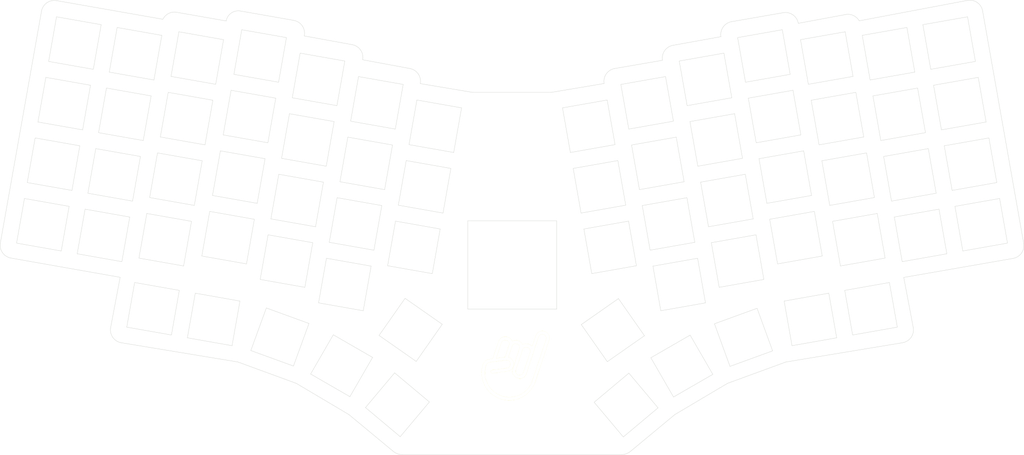
<source format=kicad_pcb>
(kicad_pcb (version 20211014) (generator pcbnew)
  (layers (0 "F.Cu" signal) (31 "B.Cu" signal) (34 "B.Paste" user) (35 "F.Paste" user) (36 "B.SilkS" user "B.Silkscreen") (37 "F.SilkS" user "F.Silkscreen") (38 "B.Mask" user) (39 "F.Mask" user) (44 "Edge.Cuts" user))
  (net 0 "")
  (footprint "MountingHole:MountingHole_2.5mm" (layer "F.Cu") (at 93.822124 94.367779)
    (fp_text reference "" (at 0 -3.5) (layer "F.SilkS"))
    (fp_text value "")
    (pad "" np_thru_hole circle locked (at 0 0) (size 2.5 2.5) (drill 2.5) (layers *.Cu *.Mask))
  )
  (footprint "MountingHole:MountingHole_2.5mm" (layer "F.Cu") (at 187.052123 112.767779)
    (fp_text reference "" (at 0 -3.5) (layer "F.SilkS"))
    (fp_text value "")
    (pad "" np_thru_hole circle locked (at 0 0) (size 2.5 2.5) (drill 2.5) (layers *.Cu *.Mask))
  )
  (footprint "MountingHole:MountingHole_2.5mm" (layer "F.Cu") (at 354.442124 150.207782)
    (fp_text reference "" (at 0 -3.5) (layer "F.SilkS"))
    (fp_text value "")
    (pad "" np_thru_hole circle locked (at 0 0) (size 2.5 2.5) (drill 2.5) (layers *.Cu *.Mask))
  )
  (footprint "MountingHole:MountingHole_2.5mm" (layer "F.Cu") (at 258.452124 175.177779)
    (fp_text reference "" (at 0 -3.5) (layer "F.SilkS"))
    (fp_text value "")
    (pad "" np_thru_hole circle locked (at 0 0) (size 2.5 2.5) (drill 2.5) (layers *.Cu *.Mask))
  )
  (footprint "MountingHole:MountingHole_2.5mm" (layer "F.Cu") (at 344.562123 94.247779)
    (fp_text reference "" (at 0 -3.5) (layer "F.SilkS"))
    (fp_text value "")
    (pad "" np_thru_hole circle locked (at 0 0) (size 2.5 2.5) (drill 2.5) (layers *.Cu *.Mask))
  )
  (footprint "MountingHole:MountingHole_2.5mm" (layer "F.Cu") (at 300.722124 180.597781)
    (fp_text reference "" (at 0 -3.5) (layer "F.SilkS"))
    (fp_text value "")
    (pad "" np_thru_hole circle locked (at 0 0) (size 2.5 2.5) (drill 2.5) (layers *.Cu *.Mask))
  )
  (footprint "MountingHole:MountingHole_2.5mm" (layer "F.Cu") (at 144.362122 135.577781)
    (fp_text reference "" (at 0 -3.5) (layer "F.SilkS"))
    (fp_text value "")
    (pad "" np_thru_hole circle locked (at 0 0) (size 2.5 2.5) (drill 2.5) (layers *.Cu *.Mask))
  )
  (footprint "MountingHole:MountingHole_2.5mm" (layer "F.Cu") (at 219.172124 212.237782)
    (fp_text reference "" (at 0 -3.5) (layer "F.SilkS"))
    (fp_text value "")
    (pad "" np_thru_hole circle locked (at 0 0) (size 2.5 2.5) (drill 2.5) (layers *.Cu *.Mask))
  )
  (footprint "MountingHole:MountingHole_2.5mm" (layer "F.Cu") (at 178.442124 175.12778)
    (fp_text reference "" (at 0 -3.5) (layer "F.SilkS"))
    (fp_text value "")
    (pad "" np_thru_hole circle locked (at 0 0) (size 2.5 2.5) (drill 2.5) (layers *.Cu *.Mask))
  )
  (footprint "MountingHole:MountingHole_2.5mm" (layer "F.Cu") (at 251.502123 113.767781)
    (fp_text reference "" (at 0 -3.5) (layer "F.SilkS"))
    (fp_text value "")
    (pad "" np_thru_hole circle locked (at 0 0) (size 2.5 2.5) (drill 2.5) (layers *.Cu *.Mask))
  )
  (footprint "MountingHole:MountingHole_2.5mm" (layer "F.Cu") (at 137.672122 180.347779)
    (fp_text reference "" (at 0 -3.5) (layer "F.SilkS"))
    (fp_text value "")
    (pad "" np_thru_hole circle locked (at 0 0) (size 2.5 2.5) (drill 2.5) (layers *.Cu *.Mask))
  )
  (footprint "MountingHole:MountingHole_2.5mm" (layer "F.Cu") (at 84.522124 148.557779)
    (fp_text reference "" (at 0 -3.5) (layer "F.SilkS"))
    (fp_text value "")
    (pad "" np_thru_hole circle locked (at 0 0) (size 2.5 2.5) (drill 2.5) (layers *.Cu *.Mask))
  )
  (footprint "MountingHole:MountingHole_2.5mm" (layer "F.Cu") (at 294.252125 136.827781)
    (fp_text reference "" (at 0 -3.5) (layer "F.SilkS"))
    (fp_text value "")
    (pad "" np_thru_hole circle locked (at 0 0) (size 2.5 2.5) (drill 2.5) (layers *.Cu *.Mask))
  )
  (gr_curve (pts (xy 219.340521 194.419322) (xy 219.32327 194.419322) (xy 219.309194 194.448373) (xy 219.309194 194.483827)) (layer "F.SilkS") (width 0.02))
  (gr_curve (pts (xy 222.100071 203.114426) (xy 222.086101 203.070505) (xy 222.251095 202.970122) (xy 222.337191 202.970122)) (layer "F.SilkS") (width 0.02))
  (gr_curve (pts (xy 229.495172 188.619869) (xy 229.487023 188.588701) (xy 229.499194 188.56092) (xy 229.525335 188.550866)) (layer "F.SilkS") (width 0.02))
  (gr_curve (pts (xy 222.843709 202.655427) (xy 222.911971 202.604892) (xy 222.983567 202.560442) (xy 223.002882 202.556579)) (layer "F.SilkS") (width 0.02))
  (gr_curve (pts (xy 218.355954 191.996957) (xy 218.356007 192.013837) (xy 218.380931 192.050191) (xy 218.411411 192.07776)) (layer "F.SilkS") (width 0.02))
  (gr_curve (pts (xy 216.494929 202.794386) (xy 216.458204 202.801424) (xy 216.419628 202.793381) (xy 216.409204 202.7765)) (layer "F.SilkS") (width 0.02))
  (gr_curve (pts (xy 220.879178 192.832722) (xy 220.879178 192.798908) (xy 220.900927 192.762925) (xy 220.927438 192.752712)) (layer "F.SilkS") (width 0.02))
  (gr_curve (pts (xy 221.093967 186.79324) (xy 221.111853 186.793504) (xy 221.159054 186.834726) (xy 221.198848 186.884838)) (layer "F.SilkS") (width 0.02))
  (gr_curve (pts (xy 220.612849 190.466343) (xy 220.623062 190.498516) (xy 220.617876 190.522434) (xy 220.600731 190.522434)) (layer "F.SilkS") (width 0.02))
  (gr_curve (pts (xy 221.427924 187.281237) (xy 221.450149 187.289809) (xy 221.467929 187.333624) (xy 221.467929 187.379926)) (layer "F.SilkS") (width 0.02))
  (gr_curve (pts (xy 227.579642 194.515789) (xy 227.579642 194.539813) (xy 227.566995 194.559498) (xy 227.551597 194.559498)) (layer "F.SilkS") (width 0.02))
  (gr_curve (pts (xy 216.982291 184.251495) (xy 216.882067 184.251495) (xy 216.841056 184.256575) (xy 216.891168 184.262819)) (layer "F.SilkS") (width 0.02))
  (gr_curve (pts (xy 212.600634 195.367112) (xy 212.616827 195.362402) (xy 212.660324 195.390078) (xy 212.697313 195.428601)) (layer "F.SilkS") (width 0.02))
  (gr_curve (pts (xy 213.849308 195.616137) (xy 213.876296 195.623175) (xy 213.920481 195.623175) (xy 213.947468 195.616137)) (layer "F.SilkS") (width 0.02))
  (gr_curve (pts (xy 226.74557 186.077648) (xy 226.764832 186.07024) (xy 226.783141 186.018275) (xy 226.78621 185.962131)) (layer "F.SilkS") (width 0.02))
  (gr_curve (pts (xy 221.383368 191.349733) (xy 221.399031 191.340049) (xy 221.411837 191.308564) (xy 221.411837 191.279724)) (layer "F.SilkS") (width 0.02))
  (gr_curve (pts (xy 214.465999 203.098339) (xy 214.539182 203.128025) (xy 214.599137 203.161786) (xy 214.59919 203.173375)) (layer "F.SilkS") (width 0.02))
  (gr_curve (pts (xy 229.220693 182.702201) (xy 229.211698 182.687649) (xy 229.144758 182.668017) (xy 229.071839 182.658545)) (layer "F.SilkS") (width 0.02))
  (gr_curve (pts (xy 213.194306 200.981568) (xy 213.219706 200.965904) (xy 213.217166 200.951458) (xy 213.184199 200.9241)) (layer "F.SilkS") (width 0.02))
  (gr_curve (pts (xy 217.584271 185.549751) (xy 217.560035 185.540438) (xy 217.551304 185.549169) (xy 217.560617 185.573458)) (layer "F.SilkS") (width 0.02))
  (gr_curve (pts (xy 230.255796 186.357312) (xy 230.279397 186.312069) (xy 230.298764 186.249204) (xy 230.29887 186.217612)) (layer "F.SilkS") (width 0.02))
  (gr_curve (pts (xy 214.489811 187.228267) (xy 214.442715 187.331243) (xy 214.422184 187.396225) (xy 214.42684 187.427128)) (layer "F.SilkS") (width 0.02))
  (gr_curve (pts (xy 223.963795 191.35857) (xy 223.947973 191.363862) (xy 223.935008 191.403602) (xy 223.935008 191.446941)) (layer "F.SilkS") (width 0.02))
  (gr_curve (pts (xy 222.795607 194.784235) (xy 222.754227 194.784552) (xy 222.751634 194.789791) (xy 222.783013 194.809635)) (layer "F.SilkS") (width 0.02))
  (gr_curve (pts (xy 217.870549 187.668957) (xy 217.859119 187.625566) (xy 217.857532 187.625407) (xy 217.854622 187.667528)) (layer "F.SilkS") (width 0.02))
  (gr_curve (pts (xy 220.600731 190.522434) (xy 220.584274 190.522434) (xy 220.57078 190.552914) (xy 220.57078 190.590168)) (layer "F.SilkS") (width 0.02))
  (gr_curve (pts (xy 226.451777 186.912673) (xy 226.470721 186.906375) (xy 226.486226 186.870286) (xy 226.486226 186.832557)) (layer "F.SilkS") (width 0.02))
  (gr_curve (pts (xy 227.628696 191.182517) (xy 227.609435 191.189925) (xy 227.59229 191.234375) (xy 227.590596 191.281206)) (layer "F.SilkS") (width 0.02))
  (gr_curve (pts (xy 225.280732 198.250434) (xy 225.280732 198.27123) (xy 225.268138 198.288216) (xy 225.252686 198.288216)) (layer "F.SilkS") (width 0.02))
  (gr_curve (pts (xy 229.778911 187.823262) (xy 229.770921 187.80236) (xy 229.783674 187.748279) (xy 229.807222 187.703036)) (layer "F.SilkS") (width 0.02))
  (gr_curve (pts (xy 219.509114 193.870364) (xy 219.493027 193.880313) (xy 219.486465 193.905713) (xy 219.494561 193.926774)) (layer "F.SilkS") (width 0.02))
  (gr_curve (pts (xy 229.568356 185.225425) (xy 229.540416 185.2431) (xy 229.538828 185.251037) (xy 229.563117 185.251355)) (layer "F.SilkS") (width 0.02))
  (gr_curve (pts (xy 213.88635 191.977113) (xy 213.898309 191.957692) (xy 213.963079 191.950654) (xy 214.057376 191.958486)) (layer "F.SilkS") (width 0.02))
  (gr_curve (pts (xy 215.616724 186.882669) (xy 215.636674 186.866106) (xy 215.656147 186.80467) (xy 215.66001 186.746091)) (layer "F.SilkS") (width 0.02))
  (gr_curve (pts (xy 227.18753 195.568777) (xy 227.198378 195.545653) (xy 227.223778 195.526708) (xy 227.243939 195.526708)) (layer "F.SilkS") (width 0.02))
  (gr_curve (pts (xy 210.226529 198.283295) (xy 210.206791 198.289857) (xy 210.212876 198.307108) (xy 210.242563 198.328856)) (layer "F.SilkS") (width 0.02))
  (gr_curve (pts (xy 215.66001 186.746091) (xy 215.663873 186.687459) (xy 215.679113 186.635336) (xy 215.693876 186.630203)) (layer "F.SilkS") (width 0.02))
  (gr_curve (pts (xy 215.992168 194.243268) (xy 215.93306 194.241416) (xy 215.875381 194.255703) (xy 215.863316 194.275177)) (layer "F.SilkS") (width 0.02))
  (gr_curve (pts (xy 226.89416 185.620713) (xy 226.882836 185.584994) (xy 226.897282 185.559753) (xy 226.941362 185.538533)) (layer "F.SilkS") (width 0.02))
  (gr_curve (pts (xy 222.411062 188.352058) (xy 222.454401 188.335442) (xy 222.455724 188.328563) (xy 222.420323 188.30401)) (layer "F.SilkS") (width 0.02))
  (gr_curve (pts (xy 218.526028 189.048388) (xy 218.54566 189.024735) (xy 218.56598 188.965045) (xy 218.571166 188.915832)) (layer "F.SilkS") (width 0.02))
  (gr_curve (pts (xy 224.009145 187.727853) (xy 223.948714 187.622338) (xy 224.154719 187.688431) (xy 224.296694 187.820087)) (layer "F.SilkS") (width 0.02))
  (gr_curve (pts (xy 224.093653 194.068273) (xy 224.103389 193.997259) (xy 224.125773 193.942754) (xy 224.145246 193.942754)) (layer "F.SilkS") (width 0.02))
  (gr_curve (pts (xy 223.385998 193.008352) (xy 223.352925 193.020999) (xy 223.350386 193.030789) (xy 223.37605 193.046664)) (layer "F.SilkS") (width 0.02))
  (gr_curve (pts (xy 227.764957 190.763417) (xy 227.743472 190.771672) (xy 227.73199 190.801305) (xy 227.739345 190.829457)) (layer "F.SilkS") (width 0.02))
  (gr_curve (pts (xy 224.231712 186.513364) (xy 224.209805 186.513364) (xy 224.168847 186.504632) (xy 224.14059 186.49389)) (layer "F.SilkS") (width 0.02))
  (gr_curve (pts (xy 222.924248 187.715577) (xy 223.004046 187.656575) (xy 223.084162 187.664512) (xy 223.047861 187.727853)) (layer "F.SilkS") (width 0.02))
  (gr_curve (pts (xy 227.194145 184.833154) (xy 227.147314 184.830614) (xy 227.149483 184.761981) (xy 227.197637 184.722029)) (layer "F.SilkS") (width 0.02))
  (gr_curve (pts (xy 212.124808 192.224604) (xy 212.167405 192.216719) (xy 212.233816 192.201956) (xy 212.272339 192.191901)) (layer "F.SilkS") (width 0.02))
  (gr_curve (pts (xy 216.327394 202.745809) (xy 216.29284 202.745809) (xy 216.251036 202.732315) (xy 216.234526 202.715805)) (layer "F.SilkS") (width 0.02))
  (gr_curve (pts (xy 213.723155 189.320433) (xy 213.727018 189.303076) (xy 213.717546 189.288894) (xy 213.702147 189.288894)) (layer "F.SilkS") (width 0.02))
  (gr_curve (pts (xy 222.189818 201.922849) (xy 222.16283 201.931898) (xy 222.140764 201.950471) (xy 222.140764 201.964124)) (layer "F.SilkS") (width 0.02))
  (gr_curve (pts (xy 218.981164 185.325597) (xy 218.94534 185.305435) (xy 218.944546 185.29718) (xy 218.976455 185.276966)) (layer "F.SilkS") (width 0.02))
  (gr_curve (pts (xy 228.720525 187.885386) (xy 228.728833 187.917189) (xy 228.722695 187.943171) (xy 228.706926 187.943171)) (layer "F.SilkS") (width 0.02))
  (gr_curve (pts (xy 219.268554 186.992206) (xy 219.232148 186.933363) (xy 219.722844 186.525111) (xy 219.799308 186.550564)) (layer "F.SilkS") (width 0.02))
  (gr_curve (pts (xy 226.203439 198.499989) (xy 226.221801 198.488665) (xy 226.235242 198.506921) (xy 226.2372 198.545867)) (layer "F.SilkS") (width 0.02))
  (gr_curve (pts (xy 211.275548 192.821292) (xy 211.262266 192.821292) (xy 211.306558 192.765095) (xy 211.374026 192.696356)) (layer "F.SilkS") (width 0.02))
  (gr_curve (pts (xy 213.213303 190.988207) (xy 213.191131 190.996726) (xy 213.179754 191.021227) (xy 213.188009 191.042658)) (layer "F.SilkS") (width 0.02))
  (gr_curve (pts (xy 221.938622 189.709423) (xy 221.954392 189.709423) (xy 221.960742 189.68434) (xy 221.952751 189.653649)) (layer "F.SilkS") (width 0.02))
  (gr_curve (pts (xy 220.628248 190.410304) (xy 220.607822 190.410304) (xy 220.601895 190.431841) (xy 220.612849 190.466343)) (layer "F.SilkS") (width 0.02))
  (gr_curve (pts (xy 224.944288 186.934792) (xy 224.944288 186.918864) (xy 224.918676 186.905846) (xy 224.887349 186.905846)) (layer "F.SilkS") (width 0.02))
  (gr_curve (pts (xy 230.617217 184.229481) (xy 230.625895 184.20678) (xy 230.620233 184.180322) (xy 230.604569 184.170638)) (layer "F.SilkS") (width 0.02))
  (gr_curve (pts (xy 215.187993 185.390843) (xy 215.187993 185.406877) (xy 215.175399 185.42) (xy 215.16 185.42)) (layer "F.SilkS") (width 0.02))
  (gr_curve (pts (xy 217.709842 188.423337) (xy 217.697301 188.44842) (xy 217.678462 188.514565) (xy 217.667985 188.570286)) (layer "F.SilkS") (width 0.02))
  (gr_curve (pts (xy 214.715765 186.553898) (xy 214.666711 186.657403) (xy 214.646391 186.723019) (xy 214.652265 186.759108)) (layer "F.SilkS") (width 0.02))
  (gr_curve (pts (xy 217.387897 189.391182) (xy 217.368688 189.398591) (xy 217.359322 189.429071) (xy 217.367101 189.458916)) (layer "F.SilkS") (width 0.02))
  (gr_curve (pts (xy 220.43616 194.185906) (xy 220.430392 194.157755) (xy 220.44886 194.117168) (xy 220.477224 194.095684)) (layer "F.SilkS") (width 0.02))
  (gr_curve (pts (xy 224.974662 198.811985) (xy 224.996464 198.833787) (xy 224.990008 198.875062) (xy 224.951855 198.9583)) (layer "F.SilkS") (width 0.02))
  (gr_curve (pts (xy 224.748073 199.351894) (xy 224.748073 199.368245) (xy 224.736907 199.38158) (xy 224.723308 199.38158)) (layer "F.SilkS") (width 0.02))
  (gr_curve (pts (xy 223.302814 196.344165) (xy 223.278154 196.353637) (xy 223.262174 196.342789) (xy 223.262174 196.316648)) (layer "F.SilkS") (width 0.02))
  (gr_curve (pts (xy 215.000668 185.691886) (xy 214.988074 185.68416) (xy 214.976327 185.716492) (xy 214.974528 185.763799)) (layer "F.SilkS") (width 0.02))
  (gr_curve (pts (xy 214.010545 188.632358) (xy 214.010545 188.678501) (xy 213.997792 188.700144) (xy 213.975514 188.691942)) (layer "F.SilkS") (width 0.02))
  (gr_curve (pts (xy 219.026725 203.924421) (xy 219.05964 203.9068) (xy 219.158752 203.892512) (xy 219.246964 203.892724)) (layer "F.SilkS") (width 0.02))
  (gr_curve (pts (xy 219.365392 191.685701) (xy 219.396824 191.647918) (xy 219.396454 191.642045) (xy 219.363011 191.649241)) (layer "F.SilkS") (width 0.02))
  (gr_curve (pts (xy 226.617089 197.519761) (xy 226.630424 197.505156) (xy 226.62672 197.502087) (xy 226.608357 197.512564)) (layer "F.SilkS") (width 0.02))
  (gr_curve (pts (xy 226.682494 197.193159) (xy 226.682494 197.224909) (xy 226.695088 197.250891) (xy 226.71054 197.250891)) (layer "F.SilkS") (width 0.02))
  (gr_curve (pts (xy 212.990365 202.157534) (xy 213.051537 202.158751) (xy 213.152449 202.301097) (xy 213.111491 202.328349)) (layer "F.SilkS") (width 0.02))
  (gr_curve (pts (xy 223.499505 202.185104) (xy 223.519878 202.185104) (xy 223.543796 202.166213) (xy 223.552686 202.143035)) (layer "F.SilkS") (width 0.02))
  (gr_curve (pts (xy 217.164483 184.300231) (xy 217.149084 184.311714) (xy 217.067063 184.328224) (xy 216.982291 184.336955)) (layer "F.SilkS") (width 0.02))
  (gr_curve (pts (xy 219.861115 192.755358) (xy 219.850532 192.765941) (xy 219.841853 192.8033) (xy 219.841853 192.838331)) (layer "F.SilkS") (width 0.02))
  (gr_curve (pts (xy 210.700186 199.38158) (xy 210.745006 199.474078) (xy 210.774481 199.549802) (xy 210.765749 199.549802)) (layer "F.SilkS") (width 0.02))
  (gr_curve (pts (xy 230.451058 185.802905) (xy 230.443438 185.783008) (xy 230.456509 185.729721) (xy 230.48011 185.684477)) (layer "F.SilkS") (width 0.02))
  (gr_curve (pts (xy 224.532755 188.028526) (xy 224.543444 188.050963) (xy 224.583079 188.119807) (xy 224.620861 188.181455)) (layer "F.SilkS") (width 0.02))
  (gr_curve (pts (xy 223.267783 187.58355) (xy 223.290114 187.562066) (xy 223.730962 187.566775) (xy 223.794832 187.589212)) (layer "F.SilkS") (width 0.02))
  (gr_curve (pts (xy 209.657463 195.183279) (xy 209.651378 195.125494) (xy 209.646457 195.172802) (xy 209.646457 195.288425)) (layer "F.SilkS") (width 0.02))
  (gr_curve (pts (xy 224.886344 191.659031) (xy 224.902801 191.648871) (xy 224.916295 191.61855) (xy 224.916295 191.591721)) (layer "F.SilkS") (width 0.02))
  (gr_curve (pts (xy 224.620861 188.181455) (xy 224.70013 188.310836) (xy 224.711296 188.377088) (xy 224.649913 188.35354)) (layer "F.SilkS") (width 0.02))
  (gr_curve (pts (xy 220.93273 189.492147) (xy 220.936064 189.519135) (xy 220.925375 189.541201) (xy 220.90897 189.541201)) (layer "F.SilkS") (width 0.02))
  (gr_curve (pts (xy 229.418813 185.782056) (xy 229.397276 185.799941) (xy 229.386164 185.839311) (xy 229.394048 185.86958)) (layer "F.SilkS") (width 0.02))
  (gr_curve (pts (xy 210.242563 198.328856) (xy 210.293204 198.365845) (xy 210.271455 198.442627) (xy 210.219491 198.410507)) (layer "F.SilkS") (width 0.02))
  (gr_curve (pts (xy 223.037913 196.62457) (xy 223.037913 196.598006) (xy 223.056222 196.569272) (xy 223.078659 196.560647)) (layer "F.SilkS") (width 0.02))
  (gr_curve (pts (xy 215.580529 186.963737) (xy 215.580529 186.935691) (xy 215.596827 186.899179) (xy 215.616724 186.882669)) (layer "F.SilkS") (width 0.02))
  (gr_curve (pts (xy 221.281027 203.522307) (xy 221.281027 203.547284) (xy 221.295897 203.548078) (xy 221.339447 203.525482)) (layer "F.SilkS") (width 0.02))
  (gr_curve (pts (xy 218.104547 187.186199) (xy 218.089625 187.186199) (xy 218.084756 187.205302) (xy 218.093699 187.228638)) (layer "F.SilkS") (width 0.02))
  (gr_curve (pts (xy 220.033359 202.755545) (xy 219.992084 202.718133) (xy 219.969912 202.715381) (xy 219.919006 202.741205)) (layer "F.SilkS") (width 0.02))
  (gr_curve (pts (xy 212.571689 192.210899) (xy 212.487392 192.215132) (xy 212.424104 192.228044) (xy 212.431142 192.239579)) (layer "F.SilkS") (width 0.02))
  (gr_curve (pts (xy 221.928251 197.24724) (xy 221.951799 197.285287) (xy 221.612021 197.317672) (xy 221.386914 197.298834)) (layer "F.SilkS") (width 0.02))
  (gr_curve (pts (xy 227.404383 191.855352) (xy 227.385121 191.862813) (xy 227.367976 191.90721) (xy 227.366283 191.954094)) (layer "F.SilkS") (width 0.02))
  (gr_curve (pts (xy 218.399875 193.49709) (xy 218.360346 193.544133) (xy 218.327961 193.596309) (xy 218.327961 193.613137)) (layer "F.SilkS") (width 0.02))
  (gr_curve (pts (xy 216.323426 185.567479) (xy 216.483922 185.467995) (xy 216.599492 185.417724) (xy 216.635634 185.431589)) (layer "F.SilkS") (width 0.02))
  (gr_curve (pts (xy 221.894702 189.933684) (xy 221.849299 189.933684) (xy 221.851098 189.888546) (xy 221.898247 189.844519)) (layer "F.SilkS") (width 0.02))
  (gr_curve (pts (xy 215.03263 202.2431) (xy 215.041679 202.228495) (xy 215.025804 202.218283) (xy 214.99744 202.220452)) (layer "F.SilkS") (width 0.02))
  (gr_curve (pts (xy 227.777498 193.902591) (xy 227.756119 193.876873) (xy 227.750299 193.839302) (xy 227.763157 193.809934)) (layer "F.SilkS") (width 0.02))
  (gr_curve (pts (xy 227.656213 184.003527) (xy 227.630442 183.975164) (xy 227.799247 183.793924) (xy 227.851475 183.793924)) (layer "F.SilkS") (width 0.02))
  (gr_curve (pts (xy 215.571851 184.841409) (xy 215.553489 184.830879) (xy 215.547086 184.831884) (xy 215.557669 184.843632)) (layer "F.SilkS") (width 0.02))
  (gr_curve (pts (xy 224.34035 199.923182) (xy 224.324263 199.92043) (xy 224.309394 199.941173) (xy 224.307277 199.969325)) (layer "F.SilkS") (width 0.02))
  (gr_curve (pts (xy 214.417051 201.932797) (xy 214.393926 201.932797) (xy 214.374982 201.913112) (xy 214.374982 201.889088)) (layer "F.SilkS") (width 0.02))
  (gr_curve (pts (xy 213.950432 188.822699) (xy 213.926831 188.840056) (xy 213.912967 188.870536) (xy 213.919634 188.890326)) (layer "F.SilkS") (width 0.02))
  (gr_curve (pts (xy 217.51495 184.41289) (xy 217.51495 184.394422) (xy 217.444147 184.382675) (xy 217.332705 184.382675)) (layer "F.SilkS") (width 0.02))
  (gr_curve (pts (xy 221.219909 203.457326) (xy 221.260866 203.436053) (xy 221.319762 203.418644) (xy 221.350771 203.418644)) (layer "F.SilkS") (width 0.02))
  (gr_curve (pts (xy 227.72347 190.898619) (xy 227.707383 190.908567) (xy 227.700822 190.933967) (xy 227.708918 190.955028)) (layer "F.SilkS") (width 0.02))
  (gr_curve (pts (xy 228.504784 191.589551) (xy 228.504784 191.561506) (xy 228.522987 191.523458) (xy 228.54516 191.505043)) (layer "F.SilkS") (width 0.02))
  (gr_curve (pts (xy 214.07759 188.446567) (xy 214.067589 188.508956) (xy 214.048433 188.559968) (xy 214.034993 188.559968)) (layer "F.SilkS") (width 0.02))
  (gr_curve (pts (xy 230.644998 185.002117) (xy 230.6659 184.976823) (xy 230.673996 184.878768) (xy 230.667646 184.728115)) (layer "F.SilkS") (width 0.02))
  (gr_curve (pts (xy 223.262174 201.132115) (xy 223.262174 201.156193) (xy 223.250585 201.175825) (xy 223.236403 201.175825)) (layer "F.SilkS") (width 0.02))
  (gr_curve (pts (xy 221.131062 188.823916) (xy 221.115874 188.839103) (xy 221.103492 188.886093) (xy 221.103492 188.928373)) (layer "F.SilkS") (width 0.02))
  (gr_curve (pts (xy 230.331731 186.127442) (xy 230.34967 186.109504) (xy 230.369302 186.047168) (xy 230.375229 185.98896)) (layer "F.SilkS") (width 0.02))
  (gr_curve (pts (xy 222.5333 188.077209) (xy 222.533352 188.040432) (xy 222.788993 187.774949) (xy 222.824341 187.774949)) (layer "F.SilkS") (width 0.02))
  (gr_curve (pts (xy 215.816061 186.252273) (xy 215.825057 186.224333) (xy 215.84199 186.207294) (xy 215.853685 186.21449)) (layer "F.SilkS") (width 0.02))
  (gr_curve (pts (xy 225.900915 185.616268) (xy 225.883611 185.616268) (xy 225.869482 185.646219) (xy 225.869482 185.68289)) (layer "F.SilkS") (width 0.02))
  (gr_curve (pts (xy 218.611647 192.917389) (xy 218.574235 192.940513) (xy 218.555609 193.073652) (xy 218.589793 193.073652)) (layer "F.SilkS") (width 0.02))
  (gr_curve (pts (xy 214.127332 188.198547) (xy 214.157389 188.217227) (xy 214.157918 188.232784) (xy 214.13019 188.277499)) (layer "F.SilkS") (width 0.02))
  (gr_curve (pts (xy 211.443665 198.568569) (xy 211.410539 198.568569) (xy 211.401014 198.552059) (xy 211.411385 198.512477)) (layer "F.SilkS") (width 0.02))
  (gr_curve (pts (xy 217.615809 185.504084) (xy 217.635653 185.504084) (xy 217.671847 185.532501) (xy 217.696136 185.567161)) (layer "F.SilkS") (width 0.02))
  (gr_curve (pts (xy 219.330255 191.622783) (xy 219.334065 191.603521) (xy 219.327768 191.590927) (xy 219.316232 191.59479)) (layer "F.SilkS") (width 0.02))
  (gr_curve (pts (xy 221.0619 189.065375) (xy 221.070366 189.079133) (xy 221.065762 189.112947) (xy 221.051634 189.140569)) (layer "F.SilkS") (width 0.02))
  (gr_curve (pts (xy 215.313617 187.869405) (xy 215.344838 187.857446) (xy 215.350289 187.844693) (xy 215.329598 187.831888)) (layer "F.SilkS") (width 0.02))
  (gr_curve (pts (xy 230.40301 183.648139) (xy 230.368932 183.618082) (xy 230.360042 183.60316) (xy 230.383166 183.615066)) (layer "F.SilkS") (width 0.02))
  (gr_curve (pts (xy 223.552368 192.473153) (xy 223.514268 192.458548) (xy 223.512469 192.462676) (xy 223.541732 192.497918)) (layer "F.SilkS") (width 0.02))
  (gr_curve (pts (xy 225.353651 197.937961) (xy 225.285283 197.938279) (xy 225.23607 198.031306) (xy 225.281949 198.073639)) (layer "F.SilkS") (width 0.02))
  (gr_curve (pts (xy 224.383583 190.082274) (xy 224.383583 190.117728) (xy 224.369296 190.161014) (xy 224.351886 190.178476)) (layer "F.SilkS") (width 0.02))
  (gr_curve (pts (xy 221.142809 185.605314) (xy 221.134184 185.582824) (xy 221.104974 185.572347) (xy 221.073647 185.580549)) (layer "F.SilkS") (width 0.02))
  (gr_curve (pts (xy 221.71452 185.908579) (xy 221.621758 185.840317) (xy 221.528307 185.784437) (xy 221.506876 185.784437)) (layer "F.SilkS") (width 0.02))
  (gr_curve (pts (xy 222.83466 201.478402) (xy 222.740786 201.572276) (xy 222.612516 201.663875) (xy 222.565208 201.670807)) (layer "F.SilkS") (width 0.02))
  (gr_curve (pts (xy 211.15384 191.629186) (xy 211.109178 191.638975) (xy 211.050441 191.671519) (xy 211.023348 191.70147)) (layer "F.SilkS") (width 0.02))
  (gr_curve (pts (xy 220.083153 191.772272) (xy 220.056854 191.840905) (xy 220.062569 191.847679) (xy 220.108236 191.802012)) (layer "F.SilkS") (width 0.02))
  (gr_curve (pts (xy 214.431074 201.853316) (xy 214.431074 201.838659) (xy 214.412288 201.81945) (xy 214.389322 201.810666)) (layer "F.SilkS") (width 0.02))
  (gr_curve (pts (xy 215.28155 187.927349) (xy 215.273083 187.905283) (xy 215.287371 187.87946) (xy 215.313617 187.869405)) (layer "F.SilkS") (width 0.02))
  (gr_curve (pts (xy 210.397926 192.335623) (xy 210.409514 192.385523) (xy 210.26537 192.653176) (xy 210.225788 192.655293)) (layer "F.SilkS") (width 0.02))
  (gr_curve (pts (xy 219.621085 196.242353) (xy 219.646168 196.268917) (xy 219.671409 196.304689) (xy 219.677177 196.321834)) (layer "F.SilkS") (width 0.02))
  (gr_curve (pts (xy 220.851715 186.694921) (xy 220.832188 186.718416) (xy 220.825891 186.737677) (xy 220.837639 186.737677)) (layer "F.SilkS") (width 0.02))
  (gr_curve (pts (xy 219.254796 187.01803) (xy 219.271147 187.01803) (xy 219.277286 187.006388) (xy 219.268554 186.992206)) (layer "F.SilkS") (width 0.02))
  (gr_curve (pts (xy 220.625708 203.659785) (xy 220.702172 203.649625) (xy 220.77271 203.628458) (xy 220.782394 203.612742)) (layer "F.SilkS") (width 0.02))
  (gr_curve (pts (xy 222.365078 202.948903) (xy 222.365078 202.924455) (xy 222.536845 202.842328) (xy 222.568331 202.851695)) (layer "F.SilkS") (width 0.02))
  (gr_curve (pts (xy 217.297674 193.990115) (xy 217.324662 193.997153) (xy 217.368794 193.997153) (xy 217.395782 193.990115)) (layer "F.SilkS") (width 0.02))
  (gr_curve (pts (xy 218.6126 192.641746) (xy 218.644085 192.661166) (xy 218.643291 192.897862) (xy 218.611647 192.917389)) (layer "F.SilkS") (width 0.02))
  (gr_curve (pts (xy 228.576063 188.165527) (xy 228.584953 188.151187) (xy 228.578867 188.139439) (xy 228.562516 188.139439)) (layer "F.SilkS") (width 0.02))
  (gr_curve (pts (xy 228.769473 190.832208) (xy 228.791645 190.813741) (xy 228.803446 190.781938) (xy 228.795561 190.761512)) (layer "F.SilkS") (width 0.02))
  (gr_curve (pts (xy 216.526044 194.191463) (xy 216.483446 194.234113) (xy 216.273843 194.231679) (xy 216.2268 194.188023)) (layer "F.SilkS") (width 0.02))
  (gr_curve (pts (xy 221.898247 189.844519) (xy 221.919043 189.825099) (xy 221.930156 189.786734) (xy 221.923012 189.75927)) (layer "F.SilkS") (width 0.02))
  (gr_curve (pts (xy 221.699863 190.436498) (xy 221.691766 190.405594) (xy 221.699863 190.382258) (xy 221.718648 190.382258)) (layer "F.SilkS") (width 0.02))
  (gr_curve (pts (xy 226.71054 186.142418) (xy 226.71054 186.114213) (xy 226.726309 186.085003) (xy 226.74557 186.077648)) (layer "F.SilkS") (width 0.02))
  (gr_curve (pts (xy 226.37272 187.176409) (xy 226.388912 187.160217) (xy 226.402141 187.116878) (xy 226.402141 187.080154)) (layer "F.SilkS") (width 0.02))
  (gr_curve (pts (xy 215.99058 184.528407) (xy 215.961158 184.498986) (xy 215.944966 184.494911) (xy 215.944966 184.516872)) (layer "F.SilkS") (width 0.02))
  (gr_curve (pts (xy 224.183505 193.790937) (xy 224.199698 193.780935) (xy 224.206312 193.755482) (xy 224.198216 193.734422)) (layer "F.SilkS") (width 0.02))
  (gr_curve (pts (xy 213.43259 201.216147) (xy 213.439627 201.197785) (xy 213.424599 201.184397) (xy 213.399252 201.186355)) (layer "F.SilkS") (width 0.02))
  (gr_curve (pts (xy 230.187798 183.356462) (xy 230.156471 183.323972) (xy 230.13086 183.280897) (xy 230.13086 183.260683)) (layer "F.SilkS") (width 0.02))
  (gr_curve (pts (xy 214.417051 195.54597) (xy 214.628082 195.525915) (xy 214.688301 195.493371) (xy 214.509073 195.496228)) (layer "F.SilkS") (width 0.02))
  (gr_curve (pts (xy 227.089899 195.829339) (xy 227.110748 195.78129) (xy 227.11223 195.781343) (xy 227.123871 195.830291)) (layer "F.SilkS") (width 0.02))
  (gr_curve (pts (xy 211.397627 198.456438) (xy 211.382017 198.456438) (xy 211.376884 198.437494) (xy 211.38625 198.41437)) (layer "F.SilkS") (width 0.02))
  (gr_curve (pts (xy 218.442684 189.236983) (xy 218.439192 189.216187) (xy 218.446653 189.205498) (xy 218.459247 189.213277)) (layer "F.SilkS") (width 0.02))
  (gr_curve (pts (xy 230.383166 183.615066) (xy 230.424018 183.636074) (xy 230.302839 183.475737) (xy 230.187798 183.356462)) (layer "F.SilkS") (width 0.02))
  (gr_curve (pts (xy 225.182624 198.400347) (xy 225.1595 198.400347) (xy 225.140556 198.413682) (xy 225.140556 198.430033)) (layer "F.SilkS") (width 0.02))
  (gr_curve (pts (xy 213.721356 189.390971) (xy 213.765065 189.457699) (xy 213.765171 189.465001) (xy 213.72252 189.488866)) (layer "F.SilkS") (width 0.02))
  (gr_curve (pts (xy 215.432309 187.418503) (xy 215.438236 187.360136) (xy 215.455064 187.308172) (xy 215.469722 187.303039)) (layer "F.SilkS") (width 0.02))
  (gr_curve (pts (xy 213.926408 188.616006) (xy 213.887514 188.616006) (xy 213.891112 188.634898) (xy 213.945881 188.718506)) (layer "F.SilkS") (width 0.02))
  (gr_curve (pts (xy 220.567711 185.381582) (xy 220.500031 185.375867) (xy 220.47934 185.376661) (xy 220.521726 185.383382)) (layer "F.SilkS") (width 0.02))
  (gr_curve (pts (xy 220.500031 190.772201) (xy 220.496009 190.823424) (xy 220.479869 190.892269) (xy 220.464206 190.925183)) (layer "F.SilkS") (width 0.02))
  (gr_curve (pts (xy 222.28946 197.113414) (xy 222.30634 197.096533) (xy 222.342906 197.082669) (xy 222.370687 197.082669)) (layer "F.SilkS") (width 0.02))
  (gr_curve (pts (xy 216.353853 184.44808) (xy 216.285802 184.457446) (xy 216.186477 184.489567) (xy 216.133137 184.519517)) (layer "F.SilkS") (width 0.02))
  (gr_curve (pts (xy 212.388385 201.651863) (xy 212.433629 201.689804) (xy 212.444477 201.714199) (xy 212.422622 201.728962)) (layer "F.SilkS") (width 0.02))
  (gr_curve (pts (xy 211.411385 198.512477) (xy 211.419429 198.481627) (xy 211.413237 198.456438) (xy 211.397627 198.456438)) (layer "F.SilkS") (width 0.02))
  (gr_curve (pts (xy 227.998954 193.116461) (xy 228.013665 193.107306) (xy 228.018639 193.081377) (xy 228.009961 193.058729)) (layer "F.SilkS") (width 0.02))
  (gr_curve (pts (xy 225.847945 196.586523) (xy 225.794499 196.698283) (xy 225.776667 196.759613) (xy 225.782911 196.809937)) (layer "F.SilkS") (width 0.02))
  (gr_curve (pts (xy 218.875966 187.978202) (xy 218.88766 187.951215) (xy 218.899196 187.916554) (xy 218.901578 187.901103)) (layer "F.SilkS") (width 0.02))
  (gr_curve (pts (xy 214.151991 188.159018) (xy 214.105478 188.171136) (xy 214.099286 188.181085) (xy 214.127332 188.198547)) (layer "F.SilkS") (width 0.02))
  (gr_curve (pts (xy 213.355596 190.578473) (xy 213.330513 190.578473) (xy 213.321782 190.601386) (xy 213.330196 190.645307)) (layer "F.SilkS") (width 0.02))
  (gr_curve (pts (xy 229.278902 186.245076) (xy 229.286998 186.26619) (xy 229.280119 186.291749) (xy 229.263662 186.301909)) (layer "F.SilkS") (width 0.02))
  (gr_curve (pts (xy 229.150632 186.597501) (xy 229.137508 186.597501) (xy 229.133434 186.622689) (xy 229.141477 186.65354)) (layer "F.SilkS") (width 0.02))
  (gr_curve (pts (xy 217.097437 190.326166) (xy 217.080345 190.326166) (xy 217.066375 190.362997) (xy 217.066375 190.407923)) (layer "F.SilkS") (width 0.02))
  (gr_curve (pts (xy 210.536356 199.250082) (xy 210.537943 199.274159) (xy 210.542547 199.273683) (xy 210.552707 199.248389)) (layer "F.SilkS") (width 0.02))
  (gr_curve (pts (xy 226.49718 194.562038) (xy 226.476119 194.579553) (xy 226.465747 194.605059) (xy 226.474214 194.618765)) (layer "F.SilkS") (width 0.02))
  (gr_curve (pts (xy 225.607704 186.450287) (xy 225.589765 186.461876) (xy 225.574049 186.493414) (xy 225.572779 186.520401)) (layer "F.SilkS") (width 0.02))
  (gr_curve (pts (xy 226.074217 188.095624) (xy 226.094272 188.087898) (xy 226.112052 188.035352) (xy 226.11364 187.97889)) (layer "F.SilkS") (width 0.02))
  (gr_curve (pts (xy 217.301219 185.407035) (xy 217.309686 185.429049) (xy 217.335509 185.439844) (xy 217.358634 185.430954)) (layer "F.SilkS") (width 0.02))
  (gr_curve (pts (xy 224.523759 186.701588) (xy 224.523759 186.688782) (xy 224.512541 186.685237) (xy 224.498783 186.693703)) (layer "F.SilkS") (width 0.02))
  (gr_curve (pts (xy 210.034336 197.511347) (xy 210.036928 197.560824) (xy 210.040527 197.621943) (xy 210.04222 197.647184)) (layer "F.SilkS") (width 0.02))
  (gr_curve (pts (xy 223.164066 187.611596) (xy 223.210315 187.606568) (xy 223.256988 187.593921) (xy 223.267783 187.58355)) (layer "F.SilkS") (width 0.02))
  (gr_curve (pts (xy 226.710804 186.43928) (xy 226.736045 186.41478) (xy 226.732288 186.389697) (xy 226.694929 186.332706)) (layer "F.SilkS") (width 0.02))
  (gr_curve (pts (xy 219.293796 194.141192) (xy 219.304961 194.1232) (xy 219.295066 194.11812) (xy 219.268607 194.12828)) (layer "F.SilkS") (width 0.02))
  (gr_curve (pts (xy 228.683748 191.072079) (xy 228.708672 191.019533) (xy 228.729098 190.951588) (xy 228.729098 190.921108)) (layer "F.SilkS") (width 0.02))
  (gr_curve (pts (xy 218.974338 185.252201) (xy 218.923168 185.251672) (xy 218.776536 185.113083) (xy 218.776536 185.0653)) (layer "F.SilkS") (width 0.02))
  (gr_curve (pts (xy 229.349122 186.036796) (xy 229.331924 186.036796) (xy 229.317795 186.067594) (xy 229.317795 186.105217)) (layer "F.SilkS") (width 0.02))
  (gr_curve (pts (xy 229.351874 189.081514) (xy 229.385529 189.056537) (xy 229.391138 189.036958) (xy 229.370448 189.016321)) (layer "F.SilkS") (width 0.02))
  (gr_curve (pts (xy 220.122206 196.762153) (xy 220.122206 196.784272) (xy 220.147447 196.802317) (xy 220.178297 196.802317)) (layer "F.SilkS") (width 0.02))
  (gr_curve (pts (xy 220.325511 194.653107) (xy 220.306197 194.645329) (xy 220.290428 194.614372) (xy 220.290428 194.584316)) (layer "F.SilkS") (width 0.02))
  (gr_curve (pts (xy 223.593432 195.588885) (xy 223.608936 195.5701) (xy 223.630368 195.507923) (xy 223.64111 195.450614)) (layer "F.SilkS") (width 0.02))
  (gr_curve (pts (xy 211.754603 201.001358) (xy 211.746771 201.021837) (xy 211.751375 201.031733) (xy 211.764869 201.023425)) (layer "F.SilkS") (width 0.02))
  (gr_curve (pts (xy 220.380439 202.714164) (xy 220.374618 202.731574) (xy 220.333819 202.745809) (xy 220.28974 202.745809)) (layer "F.SilkS") (width 0.02))
  (gr_curve (pts (xy 215.490941 194.327194) (xy 215.470833 194.343439) (xy 215.315575 194.365823) (xy 215.145978 194.376988)) (layer "F.SilkS") (width 0.02))
  (gr_curve (pts (xy 214.057376 191.958486) (xy 214.140879 191.965365) (xy 214.215703 191.960497) (xy 214.22364 191.947638)) (layer "F.SilkS") (width 0.02))
  (gr_curve (pts (xy 217.112677 190.284998) (xy 217.121356 190.307646) (xy 217.114477 190.326166) (xy 217.097437 190.326166)) (layer "F.SilkS") (width 0.02))
  (gr_curve (pts (xy 211.135796 197.825619) (xy 211.129604 197.785402) (xy 211.09505 197.693433) (xy 211.064781 197.63676)) (layer "F.SilkS") (width 0.02))
  (gr_curve (pts (xy 226.919931 196.473176) (xy 226.885323 196.423751) (xy 226.883418 196.399463) (xy 226.910247 196.347763)) (layer "F.SilkS") (width 0.02))
  (gr_curve (pts (xy 214.835357 189.252064) (xy 214.845252 189.220314) (xy 214.864461 189.209202) (xy 214.886421 189.222378)) (layer "F.SilkS") (width 0.02))
  (gr_curve (pts (xy 224.748761 188.538642) (xy 224.746856 188.685804) (xy 224.746803 188.764808) (xy 224.748602 188.915144)) (layer "F.SilkS") (width 0.02))
  (gr_curve (pts (xy 225.464035 190.027558) (xy 225.492451 190.006762) (xy 225.500706 189.989775) (xy 225.482344 189.989775)) (layer "F.SilkS") (width 0.02))
  (gr_curve (pts (xy 217.953205 184.51449) (xy 217.943416 184.52428) (xy 217.907009 184.518724) (xy 217.872349 184.502108)) (layer "F.SilkS") (width 0.02))
  (gr_curve (pts (xy 215.329598 187.831888) (xy 215.28626 187.805112) (xy 215.323936 187.719387) (xy 215.380239 187.716688)) (layer "F.SilkS") (width 0.02))
  (gr_curve (pts (xy 219.028842 187.541111) (xy 219.028842 187.517351) (xy 219.041489 187.490099) (xy 219.056888 187.480574)) (layer "F.SilkS") (width 0.02))
  (gr_curve (pts (xy 220.77308 197.091506) (xy 220.83912 197.127172) (xy 220.943631 197.159928) (xy 221.005332 197.16432)) (layer "F.SilkS") (width 0.02))
  (gr_curve (pts (xy 221.776327 196.212243) (xy 221.776327 196.246692) (xy 221.221443 196.24574) (xy 221.200171 196.211291)) (layer "F.SilkS") (width 0.02))
  (gr_curve (pts (xy 223.336574 201.076659) (xy 223.326732 201.102323) (xy 223.305936 201.115447) (xy 223.290431 201.105869)) (layer "F.SilkS") (width 0.02))
  (gr_curve (pts (xy 229.039348 186.974797) (xy 229.022891 186.984957) (xy 229.00945 187.024062) (xy 229.00945 187.061739)) (layer "F.SilkS") (width 0.02))
  (gr_curve (pts (xy 230.667646 184.728115) (xy 230.661032 184.570899) (xy 230.669075 184.47983) (xy 230.692094 184.452102)) (layer "F.SilkS") (width 0.02))
  (gr_curve (pts (xy 222.925095 186.541409) (xy 222.865616 186.541409) (xy 222.80926 186.553845) (xy 222.799894 186.569032)) (layer "F.SilkS") (width 0.02))
  (gr_curve (pts (xy 228.560876 188.408309) (xy 228.560876 188.446409) (xy 228.543307 188.48435) (xy 228.521929 188.492552)) (layer "F.SilkS") (width 0.02))
  (gr_curve (pts (xy 228.175378 182.495614) (xy 228.202366 182.502652) (xy 228.246498 182.502652) (xy 228.273486 182.495614)) (layer "F.SilkS") (width 0.02))
  (gr_curve (pts (xy 225.572779 186.520401) (xy 225.564153 186.7009) (xy 225.560714 186.709631) (xy 225.498008 186.710055)) (layer "F.SilkS") (width 0.02))
  (gr_curve (pts (xy 218.217418 186.903677) (xy 218.20112 186.935744) (xy 218.175191 186.98702) (xy 218.159739 187.017606)) (layer "F.SilkS") (width 0.02))
  (gr_curve (pts (xy 216.517418 184.352777) (xy 216.493817 184.333198) (xy 216.476672 184.3287) (xy 216.479371 184.342882)) (layer "F.SilkS") (width 0.02))
  (gr_curve (pts (xy 211.702057 199.096042) (xy 211.699622 199.055613) (xy 211.689145 199.027726) (xy 211.678773 199.034129)) (layer "F.SilkS") (width 0.02))
  (gr_curve (pts (xy 220.255662 195.27382) (xy 220.26307 195.235138) (xy 220.280215 195.196614) (xy 220.293814 195.188253)) (layer "F.SilkS") (width 0.02))
  (gr_curve (pts (xy 215.629583 191.887419) (xy 215.65657 191.880381) (xy 215.634504 191.874613) (xy 215.580529 191.874613)) (layer "F.SilkS") (width 0.02))
  (gr_curve (pts (xy 217.958497 187.60895) (xy 217.922725 187.610167) (xy 217.909179 187.617522) (xy 217.928493 187.625301)) (layer "F.SilkS") (width 0.02))
  (gr_curve (pts (xy 217.255182 189.825152) (xy 217.22756 189.840603) (xy 217.217558 189.871507) (xy 217.227612 189.909977)) (layer "F.SilkS") (width 0.02))
  (gr_curve (pts (xy 223.577768 195.658947) (xy 223.570889 195.639156) (xy 223.577927 195.607618) (xy 223.593432 195.588885)) (layer "F.SilkS") (width 0.02))
  (gr_curve (pts (xy 216.208332 194.187229) (xy 216.230927 194.227287) (xy 216.15023 194.248189) (xy 215.992168 194.243268)) (layer "F.SilkS") (width 0.02))
  (gr_curve (pts (xy 229.163967 189.626238) (xy 229.175397 189.572739) (xy 229.19487 189.509663) (xy 229.2072 189.486062)) (layer "F.SilkS") (width 0.02))
  (gr_curve (pts (xy 219.239609 195.364043) (xy 219.251462 195.391824) (xy 219.258553 195.448021) (xy 219.255325 195.488926)) (layer "F.SilkS") (width 0.02))
  (gr_curve (pts (xy 222.123672 189.160043) (xy 222.146162 189.151364) (xy 222.156639 189.122207) (xy 222.148437 189.090827)) (layer "F.SilkS") (width 0.02))
  (gr_curve (pts (xy 219.909375 192.492468) (xy 219.946152 192.540993) (xy 219.917101 192.699372) (xy 219.861115 192.755358)) (layer "F.SilkS") (width 0.02))
  (gr_curve (pts (xy 224.159322 190.759607) (xy 224.159322 190.795008) (xy 224.141119 190.839035) (xy 224.118947 190.85745)) (layer "F.SilkS") (width 0.02))
  (gr_curve (pts (xy 223.054052 187.737961) (xy 223.067917 187.725261) (xy 223.079399 187.693722) (xy 223.079611 187.667846)) (layer "F.SilkS") (width 0.02))
  (gr_curve (pts (xy 222.505254 197.012608) (xy 222.551503 197.002448) (xy 222.589338 196.98398) (xy 222.589338 196.971597)) (layer "F.SilkS") (width 0.02))
  (gr_curve (pts (xy 211.182256 197.739471) (xy 211.196332 197.730792) (xy 211.194533 197.700524) (xy 211.178076 197.669727)) (layer "F.SilkS") (width 0.02))
  (gr_curve (pts (xy 226.71054 197.250891) (xy 226.750174 197.250891) (xy 226.745359 197.217025) (xy 226.695617 197.146011)) (layer "F.SilkS") (width 0.02))
  (gr_curve (pts (xy 225.840325 188.828731) (xy 225.871758 188.759675) (xy 225.897528 188.664266) (xy 225.897528 188.616694)) (layer "F.SilkS") (width 0.02))
  (gr_curve (pts (xy 213.513234 190.108891) (xy 213.516939 190.14408) (xy 213.505667 190.169322) (xy 213.487729 190.165935)) (layer "F.SilkS") (width 0.02))
  (gr_curve (pts (xy 220.700796 193.34014) (xy 220.709633 193.317068) (xy 220.72699 193.304474) (xy 220.73932 193.312147)) (layer "F.SilkS") (width 0.02))
  (gr_curve (pts (xy 229.979095 187.203185) (xy 230.000367 187.195036) (xy 230.011215 187.171276) (xy 230.003172 187.150374)) (layer "F.SilkS") (width 0.02))
  (gr_curve (pts (xy 225.364816 187.189638) (xy 225.364816 187.22705) (xy 225.286553 187.21906) (xy 225.2611 187.179055)) (layer "F.SilkS") (width 0.02))
  (gr_curve (pts (xy 220.234389 196.8256) (xy 220.234389 196.851741) (xy 220.570304 197.026631) (xy 220.620522 197.026631)) (layer "F.SilkS") (width 0.02))
  (gr_curve (pts (xy 214.165803 201.782884) (xy 214.05145 201.700758) (xy 213.97779 201.656678) (xy 213.919423 201.635617)) (layer "F.SilkS") (width 0.02))
  (gr_curve (pts (xy 228.251737 192.331178) (xy 228.267559 192.321389) (xy 228.280523 192.290432) (xy 228.280523 192.262386)) (layer "F.SilkS") (width 0.02))
  (gr_curve (pts (xy 211.038641 197.510606) (xy 211.038535 197.468008) (xy 211.01885 197.395566) (xy 210.994931 197.349687)) (layer "F.SilkS") (width 0.02))
  (gr_curve (pts (xy 224.833163 199.170443) (xy 224.801783 199.198806) (xy 224.776119 199.239023) (xy 224.776119 199.259766)) (layer "F.SilkS") (width 0.02))
  (gr_curve (pts (xy 228.521929 188.492552) (xy 228.499387 188.501177) (xy 228.488962 188.530387) (xy 228.497164 188.561767)) (layer "F.SilkS") (width 0.02))
  (gr_curve (pts (xy 224.458725 189.846371) (xy 224.466345 189.875475) (xy 224.459413 189.907437) (xy 224.443326 189.917385)) (layer "F.SilkS") (width 0.02))
  (gr_curve (pts (xy 229.615557 185.110014) (xy 229.611747 185.159491) (xy 229.590528 185.211402) (xy 229.568356 185.225425)) (layer "F.SilkS") (width 0.02))
  (gr_curve (pts (xy 222.007626 202.02392) (xy 222.011436 202.043181) (xy 221.995667 202.05895) (xy 221.972542 202.05895)) (layer "F.SilkS") (width 0.02))
  (gr_curve (pts (xy 214.999875 195.3551) (xy 215.009453 195.345522) (xy 215.077768 195.334092) (xy 215.151745 195.3297)) (layer "F.SilkS") (width 0.02))
  (gr_curve (pts (xy 220.879178 189.609622) (xy 220.879178 189.647246) (xy 220.866373 189.685981) (xy 220.850709 189.695665)) (layer "F.SilkS") (width 0.02))
  (gr_curve (pts (xy 218.848925 188.111393) (xy 218.871203 188.111393) (xy 218.880252 188.093984) (xy 218.87078 188.069325)) (layer "F.SilkS") (width 0.02))
  (gr_curve (pts (xy 227.358821 195.002093) (xy 227.37713 194.96685) (xy 227.400943 194.919067) (xy 227.411791 194.895942)) (layer "F.SilkS") (width 0.02))
  (gr_curve (pts (xy 210.209331 198.42453) (xy 210.220496 198.442574) (xy 210.23997 198.450935) (xy 210.252564 198.443156)) (layer "F.SilkS") (width 0.02))
  (gr_curve (pts (xy 217.707408 191.597224) (xy 217.724553 191.617862) (xy 217.785936 191.636488) (xy 217.843827 191.638658)) (layer "F.SilkS") (width 0.02))
  (gr_curve (pts (xy 221.049676 188.990603) (xy 221.034753 188.983036) (xy 221.029462 188.958747) (xy 221.037928 188.936628)) (layer "F.SilkS") (width 0.02))
  (gr_curve (pts (xy 226.135336 195.680114) (xy 226.143802 195.693872) (xy 226.137929 195.713028) (xy 226.122265 195.722712)) (layer "F.SilkS") (width 0.02))
  (gr_curve (pts (xy 211.678773 199.034129) (xy 211.668454 199.040532) (xy 211.640938 199.007565) (xy 211.617654 198.960893)) (layer "F.SilkS") (width 0.02))
  (gr_curve (pts (xy 227.366283 191.954094) (xy 227.364642 192.000925) (xy 227.349984 192.067018) (xy 227.333792 192.100885)) (layer "F.SilkS") (width 0.02))
  (gr_curve (pts (xy 228.273486 182.495614) (xy 228.300473 182.488577) (xy 228.278407 182.482809) (xy 228.224432 182.482809)) (layer "F.SilkS") (width 0.02))
  (gr_curve (pts (xy 213.786231 189.305246) (xy 213.786231 189.351336) (xy 213.773531 189.372979) (xy 213.7512 189.364777)) (layer "F.SilkS") (width 0.02))
  (gr_curve (pts (xy 210.835229 195.658947) (xy 210.840891 195.577508) (xy 210.840838 195.451302) (xy 210.83507 195.378595)) (layer "F.SilkS") (width 0.02))
  (gr_curve (pts (xy 226.821294 185.830686) (xy 226.837487 185.814546) (xy 226.850716 185.772266) (xy 226.850716 185.736812)) (layer "F.SilkS") (width 0.02))
  (gr_curve (pts (xy 228.038218 183.696558) (xy 228.064624 183.660416) (xy 228.116588 183.642794) (xy 228.208133 183.638984)) (layer "F.SilkS") (width 0.02))
  (gr_curve (pts (xy 225.202627 200.439595) (xy 225.213634 200.443247) (xy 225.216226 200.429488) (xy 225.208342 200.40901)) (layer "F.SilkS") (width 0.02))
  (gr_curve (pts (xy 214.893671 191.97706) (xy 214.924468 191.97833) (xy 214.968654 191.967164) (xy 214.991778 191.952242)) (layer "F.SilkS") (width 0.02))
  (gr_curve (pts (xy 225.154896 198.512212) (xy 225.13193 198.531262) (xy 225.119548 198.557245) (xy 225.127379 198.569892)) (layer "F.SilkS") (width 0.02))
  (gr_curve (pts (xy 225.436307 186.932781) (xy 225.414241 186.95109) (xy 225.403181 186.984216) (xy 225.4117 187.006388)) (layer "F.SilkS") (width 0.02))
  (gr_curve (pts (xy 219.146846 187.287957) (xy 219.12732 187.275892) (xy 219.132188 187.240385) (xy 219.161504 187.181648)) (layer "F.SilkS") (width 0.02))
  (gr_curve (pts (xy 220.351652 191.216912) (xy 220.335142 191.222416) (xy 220.328634 191.245223) (xy 220.337206 191.267501)) (layer "F.SilkS") (width 0.02))
  (gr_curve (pts (xy 220.795094 185.42) (xy 220.795094 185.404601) (xy 220.771599 185.391954) (xy 220.742918 185.391954)) (layer "F.SilkS") (width 0.02))
  (gr_curve (pts (xy 217.461451 203.928019) (xy 217.486481 203.967654) (xy 218.952166 203.96432) (xy 219.026725 203.924421)) (layer "F.SilkS") (width 0.02))
  (gr_curve (pts (xy 223.864894 194.783812) (xy 223.889765 194.66512) (xy 223.930299 194.609557) (xy 223.973267 194.635275)) (layer "F.SilkS") (width 0.02))
  (gr_curve (pts (xy 226.882519 193.451688) (xy 226.845477 193.529952) (xy 226.812774 193.614989) (xy 226.806901 193.648379)) (layer "F.SilkS") (width 0.02))
  (gr_curve (pts (xy 215.391299 187.700337) (xy 215.347167 187.682504) (xy 215.345791 187.600377) (xy 215.388918 187.55725)) (layer "F.SilkS") (width 0.02))
  (gr_curve (pts (xy 215.151745 195.3297) (xy 215.410508 195.31446) (xy 215.623074 195.284509) (xy 215.684087 195.254664)) (layer "F.SilkS") (width 0.02))
  (gr_curve (pts (xy 210.532493 199.016085) (xy 210.553712 199.029208) (xy 210.56255 199.0599) (xy 210.552601 199.085829)) (layer "F.SilkS") (width 0.02))
  (gr_curve (pts (xy 228.175378 192.682015) (xy 228.156116 192.681539) (xy 228.140347 192.662225) (xy 228.140347 192.6391)) (layer "F.SilkS") (width 0.02))
  (gr_curve (pts (xy 215.469722 187.303039) (xy 215.484379 187.297906) (xy 215.496392 187.262452) (xy 215.496392 187.224299)) (layer "F.SilkS") (width 0.02))
  (gr_curve (pts (xy 210.484021 198.899986) (xy 210.489842 198.950944) (xy 210.511644 199.003226) (xy 210.532493 199.016085)) (layer "F.SilkS") (width 0.02))
  (gr_curve (pts (xy 210.834276 196.024336) (xy 210.840997 195.989676) (xy 210.840997 195.932897) (xy 210.834276 195.898183)) (layer "F.SilkS") (width 0.02))
  (gr_curve (pts (xy 228.112301 189.753979) (xy 228.112301 189.792132) (xy 228.094786 189.83002) (xy 228.073355 189.838222)) (layer "F.SilkS") (width 0.02))
  (gr_curve (pts (xy 229.045592 189.961677) (xy 229.032151 189.910401) (xy 229.059139 189.891245) (xy 229.128883 189.90241)) (layer "F.SilkS") (width 0.02))
  (gr_curve (pts (xy 225.297347 198.071152) (xy 225.286553 198.051996) (xy 225.290151 198.014161) (xy 225.305338 197.987068)) (layer "F.SilkS") (width 0.02))
  (gr_curve (pts (xy 217.479919 191.663158) (xy 217.506906 191.65612) (xy 217.484787 191.650353) (xy 217.430865 191.650353)) (layer "F.SilkS") (width 0.02))
  (gr_curve (pts (xy 219.084934 187.410248) (xy 219.084934 187.381091) (xy 219.105465 187.345743) (xy 219.130601 187.331667)) (layer "F.SilkS") (width 0.02))
  (gr_curve (pts (xy 223.177507 196.446558) (xy 223.223227 196.369035) (xy 223.243706 196.354801) (xy 223.273656 196.379672)) (layer "F.SilkS") (width 0.02))
  (gr_curve (pts (xy 212.846432 202.051965) (xy 212.91189 202.10975) (xy 212.976713 202.15727) (xy 212.990365 202.157534)) (layer "F.SilkS") (width 0.02))
  (gr_curve (pts (xy 223.826847 194.909965) (xy 223.836478 194.894513) (xy 223.85357 194.837734) (xy 223.864894 194.783812)) (layer "F.SilkS") (width 0.02))
  (gr_curve (pts (xy 212.032045 192.263868) (xy 212.040458 192.250216) (xy 212.08221 192.232541) (xy 212.124808 192.224604)) (layer "F.SilkS") (width 0.02))
  (gr_curve (pts (xy 230.375229 185.98896) (xy 230.381208 185.930751) (xy 230.403857 185.873231) (xy 230.4255 185.861113)) (layer "F.SilkS") (width 0.02))
  (gr_curve (pts (xy 226.08697 185.070062) (xy 226.095807 185.116311) (xy 226.085329 185.144622) (xy 226.055061 185.156263)) (layer "F.SilkS") (width 0.02))
  (gr_curve (pts (xy 227.699869 193.998793) (xy 227.686164 193.946353) (xy 227.715215 193.927197) (xy 227.787605 193.941008)) (layer "F.SilkS") (width 0.02))
  (gr_curve (pts (xy 226.072735 188.232996) (xy 226.026539 188.214369) (xy 226.027597 188.11351) (xy 226.074217 188.095624)) (layer "F.SilkS") (width 0.02))
  (gr_curve (pts (xy 217.60041 188.728137) (xy 217.582418 188.728137) (xy 217.576704 188.742689) (xy 217.587657 188.760469)) (layer "F.SilkS") (width 0.02))
  (gr_curve (pts (xy 213.156735 200.97961) (xy 213.128848 200.97961) (xy 212.608201 200.46616) (xy 212.622065 200.452295)) (layer "F.SilkS") (width 0.02))
  (gr_curve (pts (xy 223.061566 196.692885) (xy 223.094798 196.655844) (xy 223.121627 196.611711) (xy 223.121098 196.594778)) (layer "F.SilkS") (width 0.02))
  (gr_curve (pts (xy 222.629026 195.30721) (xy 222.599922 195.318376) (xy 222.595265 195.330811) (xy 222.615426 195.343299)) (layer "F.SilkS") (width 0.02))
  (gr_curve (pts (xy 214.22364 191.947638) (xy 214.231631 191.934727) (xy 214.319367 191.924196) (xy 214.418691 191.924196)) (layer "F.SilkS") (width 0.02))
  (gr_curve (pts (xy 221.945184 186.10744) (xy 221.914704 186.07987) (xy 221.897824 186.043252) (xy 221.907613 186.026001)) (layer "F.SilkS") (width 0.02))
  (gr_curve (pts (xy 228.497164 188.561767) (xy 228.507324 188.600661) (xy 228.496529 188.616642) (xy 228.459011 188.618229)) (layer "F.SilkS") (width 0.02))
  (gr_curve (pts (xy 220.515535 202.670032) (xy 220.447061 202.676911) (xy 220.38626 202.696755) (xy 220.380439 202.714164)) (layer "F.SilkS") (width 0.02))
  (gr_curve (pts (xy 225.498008 186.710055) (xy 225.449271 186.710372) (xy 225.444086 186.716299) (xy 225.475148 186.735931)) (layer "F.SilkS") (width 0.02))
  (gr_curve (pts (xy 227.439466 191.772537) (xy 227.439466 191.810637) (xy 227.423697 191.847943) (xy 227.404383 191.855352)) (layer "F.SilkS") (width 0.02))
  (gr_curve (pts (xy 220.015632 192.326945) (xy 219.999968 192.359859) (xy 219.977743 192.411982) (xy 219.96626 192.442832)) (layer "F.SilkS") (width 0.02))
  (gr_curve (pts (xy 226.685986 197.020651) (xy 226.704295 196.985356) (xy 226.728108 196.937625) (xy 226.738956 196.914447)) (layer "F.SilkS") (width 0.02))
  (gr_curve (pts (xy 214.459119 201.960843) (xy 214.459119 201.945391) (xy 214.440175 201.932797) (xy 214.417051 201.932797)) (layer "F.SilkS") (width 0.02))
  (gr_curve (pts (xy 220.178297 196.802317) (xy 220.209148 196.802317) (xy 220.234389 196.812794) (xy 220.234389 196.8256)) (layer "F.SilkS") (width 0.02))
  (gr_curve (pts (xy 226.661486 186.352762) (xy 226.680747 186.359482) (xy 226.692283 186.388904) (xy 226.68715 186.418167)) (layer "F.SilkS") (width 0.02))
  (gr_curve (pts (xy 213.902278 188.961764) (xy 213.886085 188.98129) (xy 213.864336 189.050293) (xy 213.853965 189.115063)) (layer "F.SilkS") (width 0.02))
  (gr_curve (pts (xy 223.371023 201.014535) (xy 223.369171 201.003052) (xy 223.369012 200.984584) (xy 223.370653 200.973577)) (layer "F.SilkS") (width 0.02))
  (gr_curve (pts (xy 224.365697 193.269866) (xy 224.39078 193.269866) (xy 224.399458 193.247006) (xy 224.391097 193.203086)) (layer "F.SilkS") (width 0.02))
  (gr_curve (pts (xy 225.91081 185.522288) (xy 225.877843 185.534935) (xy 225.875409 185.547582) (xy 225.900227 185.57748)) (layer "F.SilkS") (width 0.02))
  (gr_curve (pts (xy 225.115103 191.073297) (xy 225.085205 191.036467) (xy 225.083511 191.016834) (xy 225.108118 190.992228)) (layer "F.SilkS") (width 0.02))
  (gr_curve (pts (xy 223.458441 192.848967) (xy 223.44299 192.879606) (xy 223.430396 192.924162) (xy 223.430396 192.947974)) (layer "F.SilkS") (width 0.02))
  (gr_curve (pts (xy 218.589793 193.073652) (xy 218.608631 193.073652) (xy 218.607202 193.085981) (xy 218.585877 193.107254)) (layer "F.SilkS") (width 0.02))
  (gr_curve (pts (xy 227.558105 191.42805) (xy 227.508258 191.532348) (xy 227.486456 191.600293) (xy 227.491854 191.634689)) (layer "F.SilkS") (width 0.02))
  (gr_curve (pts (xy 220.415734 195.652862) (xy 220.393086 195.652862) (xy 220.374565 195.630055) (xy 220.374565 195.602167)) (layer "F.SilkS") (width 0.02))
  (gr_curve (pts (xy 217.854622 187.667528) (xy 217.852823 187.693246) (xy 217.844091 187.737431) (xy 217.835254 187.765636)) (layer "F.SilkS") (width 0.02))
  (gr_curve (pts (xy 211.064781 197.63676) (xy 211.050494 197.609984) (xy 211.038693 197.553204) (xy 211.038641 197.510606)) (layer "F.SilkS") (width 0.02))
  (gr_curve (pts (xy 222.498957 201.72076) (xy 222.485463 201.74489) (xy 222.456729 201.764575) (xy 222.435139 201.764575)) (layer "F.SilkS") (width 0.02))
  (gr_curve (pts (xy 213.577528 194.5813) (xy 213.493549 194.577913) (xy 213.415762 194.58421) (xy 213.40465 194.595323)) (layer "F.SilkS") (width 0.02))
  (gr_curve (pts (xy 218.654563 188.76793) (xy 218.692663 188.782588) (xy 218.694462 188.778408) (xy 218.665199 188.743165)) (layer "F.SilkS") (width 0.02))
  (gr_curve (pts (xy 215.944966 203.660684) (xy 215.944966 203.674072) (xy 215.973382 203.687831) (xy 216.008043 203.69127)) (layer "F.SilkS") (width 0.02))
  (gr_curve (pts (xy 220.765937 193.173082) (xy 220.784405 193.150857) (xy 220.805889 193.090955) (xy 220.813615 193.040049)) (layer "F.SilkS") (width 0.02))
  (gr_curve (pts (xy 218.468455 194.769947) (xy 218.483695 194.779367) (xy 218.496183 194.768889) (xy 218.496183 194.746664)) (layer "F.SilkS") (width 0.02))
  (gr_curve (pts (xy 225.312429 190.363314) (xy 225.309624 190.345216) (xy 225.320207 190.322409) (xy 225.33603 190.31262)) (layer "F.SilkS") (width 0.02))
  (gr_curve (pts (xy 222.202465 186.485318) (xy 222.190135 186.485318) (xy 222.163942 186.440656) (xy 222.144151 186.386046)) (layer "F.SilkS") (width 0.02))
  (gr_curve (pts (xy 226.806901 193.648379) (xy 226.784041 193.777125) (xy 226.753825 193.862374) (xy 226.721493 193.889203)) (layer "F.SilkS") (width 0.02))
  (gr_curve (pts (xy 214.907641 189.018596) (xy 214.907641 188.984042) (xy 214.919177 188.94864) (xy 214.933253 188.939909)) (layer "F.SilkS") (width 0.02))
  (gr_curve (pts (xy 220.696933 185.448046) (xy 220.750908 185.448046) (xy 220.795094 185.435399) (xy 220.795094 185.42)) (layer "F.SilkS") (width 0.02))
  (gr_curve (pts (xy 219.290039 191.57865) (xy 219.287181 191.565898) (xy 219.258818 191.532878) (xy 219.226962 191.505255)) (layer "F.SilkS") (width 0.02))
  (gr_curve (pts (xy 224.645732 192.385894) (xy 224.637001 192.363246) (xy 224.64388 192.344725) (xy 224.660972 192.344725)) (layer "F.SilkS") (width 0.02))
  (gr_curve (pts (xy 226.413677 184.042315) (xy 226.424843 184.060307) (xy 226.414153 184.114652) (xy 226.390023 184.163071)) (layer "F.SilkS") (width 0.02))
  (gr_curve (pts (xy 226.243338 195.351501) (xy 226.231273 195.370763) (xy 226.22032 195.399179) (xy 226.21905 195.414578)) (layer "F.SilkS") (width 0.02))
  (gr_curve (pts (xy 229.370448 189.016321) (xy 229.34981 188.995683) (xy 229.350128 188.981131) (xy 229.371453 188.967955)) (layer "F.SilkS") (width 0.02))
  (gr_curve (pts (xy 224.296694 187.820087) (xy 224.336487 187.856917) (xy 224.382101 187.88708) (xy 224.398082 187.88708)) (layer "F.SilkS") (width 0.02))
  (gr_curve (pts (xy 213.49048 192.048709) (xy 213.53329 192.026484) (xy 213.635578 192.008281) (xy 213.717704 192.008281)) (layer "F.SilkS") (width 0.02))
  (gr_curve (pts (xy 213.69241 189.556282) (xy 213.701247 189.579195) (xy 213.69495 189.614226) (xy 213.678493 189.63407)) (layer "F.SilkS") (width 0.02))
  (gr_curve (pts (xy 224.993342 186.981782) (xy 224.966407 186.971833) (xy 224.944288 186.950667) (xy 224.944288 186.934792)) (layer "F.SilkS") (width 0.02))
  (gr_curve (pts (xy 221.675098 190.505713) (xy 221.69764 190.497087) (xy 221.708065 190.467877) (xy 221.699863 190.436498)) (layer "F.SilkS") (width 0.02))
  (gr_curve (pts (xy 217.975113 187.358284) (xy 217.962942 187.378074) (xy 217.966964 187.383631) (xy 217.985273 187.372307)) (layer "F.SilkS") (width 0.02))
  (gr_curve (pts (xy 211.832866 201.101318) (xy 211.822759 201.111478) (xy 211.829691 201.119786) (xy 211.848318 201.119786)) (layer "F.SilkS") (width 0.02))
  (gr_curve (pts (xy 214.342332 187.628211) (xy 214.324341 187.646203) (xy 214.304815 187.708645) (xy 214.298888 187.766959)) (layer "F.SilkS") (width 0.02))
  (gr_curve (pts (xy 214.791701 194.421597) (xy 214.766459 194.434985) (xy 214.610355 194.451601) (xy 214.444832 194.45848)) (layer "F.SilkS") (width 0.02))
  (gr_curve (pts (xy 216.781684 190.595936) (xy 216.858625 190.578632) (xy 216.931015 190.554978) (xy 216.942603 190.543442)) (layer "F.SilkS") (width 0.02))
  (gr_curve (pts (xy 216.694266 184.37061) (xy 216.603725 184.382675) (xy 216.546522 184.376907) (xy 216.517418 184.352777)) (layer "F.SilkS") (width 0.02))
  (gr_curve (pts (xy 223.283393 193.280291) (xy 223.260163 193.266321) (xy 223.261644 193.275687) (xy 223.287626 193.307755)) (layer "F.SilkS") (width 0.02))
  (gr_curve (pts (xy 227.680237 194.121348) (xy 227.672511 194.101187) (xy 227.677062 194.077956) (xy 227.690344 194.069754)) (layer "F.SilkS") (width 0.02))
  (gr_curve (pts (xy 221.213082 185.644261) (xy 221.182655 185.644261) (xy 221.151064 185.626745) (xy 221.142809 185.605314)) (layer "F.SilkS") (width 0.02))
  (gr_curve (pts (xy 224.887349 186.905846) (xy 224.856023 186.905846) (xy 224.823955 186.889072) (xy 224.816071 186.868487)) (layer "F.SilkS") (width 0.02))
  (gr_curve (pts (xy 217.887959 187.879777) (xy 217.884996 187.936927) (xy 217.863088 187.997887) (xy 217.839329 188.015297)) (layer "F.SilkS") (width 0.02))
  (gr_curve (pts (xy 216.421851 191.671731) (xy 216.453283 191.654903) (xy 216.538638 191.641092) (xy 216.611504 191.640986)) (layer "F.SilkS") (width 0.02))
  (gr_curve (pts (xy 209.646457 195.288425) (xy 209.646457 195.404048) (xy 209.651378 195.451355) (xy 209.657463 195.39357)) (layer "F.SilkS") (width 0.02))
  (gr_curve (pts (xy 224.14059 186.49389) (xy 224.092489 186.475687) (xy 224.092224 186.477486) (xy 224.136304 186.521936)) (layer "F.SilkS") (width 0.02))
  (gr_curve (pts (xy 219.033605 185.391954) (xy 219.028525 185.368829) (xy 219.004924 185.338984) (xy 218.981164 185.325597)) (layer "F.SilkS") (width 0.02))
  (gr_curve (pts (xy 222.568331 202.851695) (xy 222.579866 202.855134) (xy 222.589338 202.840423) (xy 222.589338 202.818939)) (layer "F.SilkS") (width 0.02))
  (gr_curve (pts (xy 216.866721 190.651233) (xy 216.795442 190.652662) (xy 216.713421 190.664515) (xy 216.684476 190.677586)) (layer "F.SilkS") (width 0.02))
  (gr_curve (pts (xy 217.555907 188.83053) (xy 217.527491 188.851327) (xy 217.519236 188.868366) (xy 217.537651 188.868366)) (layer "F.SilkS") (width 0.02))
  (gr_curve (pts (xy 228.953359 190.259544) (xy 228.953359 190.222873) (xy 228.971509 190.177788) (xy 228.993734 190.159373)) (layer "F.SilkS") (width 0.02))
  (gr_curve (pts (xy 228.208133 183.638984) (xy 228.280682 183.635968) (xy 228.354395 183.619141) (xy 228.371963 183.601572)) (layer "F.SilkS") (width 0.02))
  (gr_curve (pts (xy 216.008043 203.69127) (xy 216.184255 203.708786) (xy 216.309456 203.735244) (xy 216.309456 203.754982)) (layer "F.SilkS") (width 0.02))
  (gr_curve (pts (xy 224.362575 199.893231) (xy 224.366438 199.912493) (xy 224.356437 199.925987) (xy 224.34035 199.923182)) (layer "F.SilkS") (width 0.02))
  (gr_curve (pts (xy 227.663727 191.099702) (xy 227.663727 191.137802) (xy 227.647958 191.175055) (xy 227.628696 191.182517)) (layer "F.SilkS") (width 0.02))
  (gr_curve (pts (xy 229.618309 188.293638) (xy 229.621696 188.247336) (xy 229.636354 188.184259) (xy 229.650853 188.153462)) (layer "F.SilkS") (width 0.02))
  (gr_curve (pts (xy 219.596902 193.194566) (xy 219.627435 193.153291) (xy 219.629605 192.498924) (xy 219.599389 192.450293)) (layer "F.SilkS") (width 0.02))
  (gr_curve (pts (xy 228.981404 187.13016) (xy 228.965953 187.13016) (xy 228.953359 187.161698) (xy 228.953359 187.200222)) (layer "F.SilkS") (width 0.02))
  (gr_curve (pts (xy 222.373439 201.799606) (xy 222.347192 201.840616) (xy 222.259615 201.899407) (xy 222.189818 201.922849)) (layer "F.SilkS") (width 0.02))
  (gr_curve (pts (xy 214.882241 189.194914) (xy 214.852343 189.158084) (xy 214.85065 189.138452) (xy 214.875203 189.113846)) (layer "F.SilkS") (width 0.02))
  (gr_curve (pts (xy 218.247792 194.951981) (xy 218.262874 194.951981) (xy 218.267424 194.939387) (xy 218.257899 194.923988)) (layer "F.SilkS") (width 0.02))
  (gr_curve (pts (xy 212.086655 199.750832) (xy 212.046173 199.689026) (xy 212.017757 199.632564) (xy 212.023525 199.625314)) (layer "F.SilkS") (width 0.02))
  (gr_curve (pts (xy 226.543429 183.814985) (xy 226.528136 183.849646) (xy 226.501995 183.878062) (xy 226.485273 183.878062)) (layer "F.SilkS") (width 0.02))
  (gr_curve (pts (xy 217.11453 203.887115) (xy 217.296192 203.895158) (xy 217.452349 203.91352) (xy 217.461451 203.928019)) (layer "F.SilkS") (width 0.02))
  (gr_curve (pts (xy 228.597018 191.3074) (xy 228.583312 191.254959) (xy 228.612311 191.235804) (xy 228.684754 191.249615)) (layer "F.SilkS") (width 0.02))
  (gr_curve (pts (xy 214.513094 190.26309) (xy 214.503252 190.18726) (xy 214.517222 190.157892) (xy 214.564212 190.155775)) (layer "F.SilkS") (width 0.02))
  (gr_curve (pts (xy 228.04859 189.907437) (xy 228.05875 189.946384) (xy 228.047955 189.962365) (xy 228.010437 189.963952)) (layer "F.SilkS") (width 0.02))
  (gr_curve (pts (xy 217.25878 194.100129) (xy 217.198561 194.146325) (xy 217.014464 194.145161) (xy 216.919849 194.097959)) (layer "F.SilkS") (width 0.02))
  (gr_curve (pts (xy 224.42253 193.061534) (xy 224.414433 193.040473) (xy 224.421313 193.014914) (xy 224.43777 193.004754)) (layer "F.SilkS") (width 0.02))
  (gr_curve (pts (xy 215.520416 187.169689) (xy 215.533592 187.177838) (xy 215.538725 187.154819) (xy 215.531793 187.118571)) (layer "F.SilkS") (width 0.02))
  (gr_curve (pts (xy 222.843867 194.715073) (xy 222.825876 194.70396) (xy 222.820796 194.713803) (xy 222.830956 194.740261)) (layer "F.SilkS") (width 0.02))
  (gr_curve (pts (xy 214.652265 186.759108) (xy 214.655387 186.778582) (xy 214.629035 186.806204) (xy 214.593581 186.820386)) (layer "F.SilkS") (width 0.02))
  (gr_curve (pts (xy 214.368209 187.488353) (xy 214.33339 187.505127) (xy 214.32069 187.519679) (xy 214.339951 187.520738)) (layer "F.SilkS") (width 0.02))
  (gr_curve (pts (xy 209.853255 196.667115) (xy 209.869871 196.687541) (xy 209.89109 196.804381) (xy 209.900404 196.92683)) (layer "F.SilkS") (width 0.02))
  (gr_curve (pts (xy 229.371453 188.967955) (xy 229.388228 188.957636) (xy 229.401933 188.926204) (xy 229.401933 188.898158)) (layer "F.SilkS") (width 0.02))
  (gr_curve (pts (xy 211.767726 199.243732) (xy 211.767726 199.214205) (xy 211.753915 199.185418) (xy 211.737087 199.179809)) (layer "F.SilkS") (width 0.02))
  (gr_curve (pts (xy 226.346049 184.287478) (xy 226.346049 184.30748) (xy 226.323983 184.33669) (xy 226.296996 184.352407)) (layer "F.SilkS") (width 0.02))
  (gr_curve (pts (xy 214.974528 185.763799) (xy 214.972781 185.811054) (xy 214.953837 185.863441) (xy 214.932459 185.880163)) (layer "F.SilkS") (width 0.02))
  (gr_curve (pts (xy 226.042784 188.249347) (xy 226.078556 188.24813) (xy 226.091997 188.240774) (xy 226.072735 188.232996)) (layer "F.SilkS") (width 0.02))
  (gr_curve (pts (xy 224.654146 189.303764) (xy 224.662824 189.326412) (xy 224.655998 189.344933) (xy 224.638906 189.344933)) (layer "F.SilkS") (width 0.02))
  (gr_curve (pts (xy 226.423837 184.028345) (xy 226.405634 184.017074) (xy 226.401559 184.022683) (xy 226.413677 184.042315)) (layer "F.SilkS") (width 0.02))
  (gr_curve (pts (xy 227.007402 185.318294) (xy 226.999676 185.298133) (xy 227.004862 185.274479) (xy 227.018938 185.265801)) (layer "F.SilkS") (width 0.02))
  (gr_curve (pts (xy 220.846635 203.589829) (xy 220.872246 203.592951) (xy 220.918442 203.586125) (xy 220.949293 203.574642)) (layer "F.SilkS") (width 0.02))
  (gr_curve (pts (xy 219.309194 193.98477) (xy 219.309194 193.965456) (xy 219.327398 193.934499) (xy 219.34957 193.916084)) (layer "F.SilkS") (width 0.02))
  (gr_curve (pts (xy 227.333792 192.100885) (xy 227.317599 192.134752) (xy 227.294951 192.187721) (xy 227.283468 192.218571)) (layer "F.SilkS") (width 0.02))
  (gr_curve (pts (xy 218.061896 194.895466) (xy 218.07158 194.879802) (xy 218.090736 194.873929) (xy 218.104494 194.882395)) (layer "F.SilkS") (width 0.02))
  (gr_curve (pts (xy 228.674488 191.211039) (xy 228.644855 191.175373) (xy 228.646495 191.150555) (xy 228.683748 191.072079)) (layer "F.SilkS") (width 0.02))
  (gr_curve (pts (xy 223.262174 193.485766) (xy 223.262174 193.52122) (xy 223.249579 193.550219) (xy 223.234128 193.550219)) (layer "F.SilkS") (width 0.02))
  (gr_curve (pts (xy 227.972125 193.201445) (xy 227.972125 193.163821) (xy 227.98419 193.125563) (xy 227.998954 193.116461)) (layer "F.SilkS") (width 0.02))
  (gr_curve (pts (xy 220.334825 195.497128) (xy 220.304609 195.455853) (xy 220.302704 195.432675) (xy 220.326887 195.400661)) (layer "F.SilkS") (width 0.02))
  (gr_curve (pts (xy 219.545414 202.897415) (xy 219.418467 202.903976) (xy 219.321312 202.922444) (xy 219.308983 202.942447)) (layer "F.SilkS") (width 0.02))
  (gr_curve (pts (xy 214.178767 202.94758) (xy 214.248141 202.983087) (xy 214.311217 203.019335) (xy 214.318943 203.028225)) (layer "F.SilkS") (width 0.02))
  (gr_curve (pts (xy 214.638666 202.054611) (xy 214.590988 202.018469) (xy 214.531033 201.988889) (xy 214.505527 201.988889)) (layer "F.SilkS") (width 0.02))
  (gr_curve (pts (xy 228.236179 192.595285) (xy 228.250361 192.597984) (xy 228.24581 192.580733) (xy 228.226019 192.55692)) (layer "F.SilkS") (width 0.02))
  (gr_curve (pts (xy 214.524895 187.079942) (xy 214.519709 187.130689) (xy 214.503887 187.197417) (xy 214.489811 187.228267)) (layer "F.SilkS") (width 0.02))
  (gr_curve (pts (xy 211.235067 191.578545) (xy 211.235067 191.596589) (xy 211.198502 191.619396) (xy 211.15384 191.629186)) (layer "F.SilkS") (width 0.02))
  (gr_curve (pts (xy 229.750707 187.877608) (xy 229.774202 187.868559) (xy 229.786902 187.844111) (xy 229.778911 187.823262)) (layer "F.SilkS") (width 0.02))
  (gr_curve (pts (xy 213.898415 195.603332) (xy 213.84444 195.603332) (xy 213.822374 195.6091) (xy 213.849308 195.616137)) (layer "F.SilkS") (width 0.02))
  (gr_curve (pts (xy 220.108236 191.802012) (xy 220.155861 191.754387) (xy 220.161946 191.727928) (xy 220.125222 191.727928)) (layer "F.SilkS") (width 0.02))
  (gr_curve (pts (xy 221.000357 192.496966) (xy 221.024276 192.487758) (xy 221.037346 192.463258) (xy 221.029356 192.442462)) (layer "F.SilkS") (width 0.02))
  (gr_curve (pts (xy 218.73489 190.96069) (xy 218.71039 190.970109) (xy 218.668744 190.958944) (xy 218.642339 190.935925)) (layer "F.SilkS") (width 0.02))
  (gr_curve (pts (xy 209.829495 194.139287) (xy 209.835052 194.216334) (xy 209.823939 194.253587) (xy 209.789596 194.272796)) (layer "F.SilkS") (width 0.02))
  (gr_curve (pts (xy 213.739294 201.465808) (xy 213.714318 201.490732) (xy 213.587424 201.370928) (xy 213.606368 201.34029)) (layer "F.SilkS") (width 0.02))
  (gr_curve (pts (xy 220.326887 195.400661) (xy 220.34435 195.377483) (xy 220.347631 195.367853) (xy 220.334137 195.379283)) (layer "F.SilkS") (width 0.02))
  (gr_curve (pts (xy 223.783561 191.904935) (xy 223.773401 191.936632) (xy 223.753928 191.947797) (xy 223.731968 191.934621)) (layer "F.SilkS") (width 0.02))
  (gr_curve (pts (xy 218.093699 187.228638) (xy 218.111902 187.276157) (xy 218.053906 187.361618) (xy 218.018346 187.339657)) (layer "F.SilkS") (width 0.02))
  (gr_curve (pts (xy 221.506876 185.784437) (xy 221.485444 185.784437) (xy 221.467929 185.772848) (xy 221.467929 185.758666)) (layer "F.SilkS") (width 0.02))
  (gr_curve (pts (xy 221.958466 197.235651) (xy 221.958519 197.190408) (xy 221.984713 197.177655) (xy 222.108644 197.162521)) (layer "F.SilkS") (width 0.02))
  (gr_curve (pts (xy 218.558731 192.709162) (xy 218.547089 192.709162) (xy 218.536876 192.753188) (xy 218.535924 192.806952)) (layer "F.SilkS") (width 0.02))
  (gr_curve (pts (xy 226.23466 198.471308) (xy 226.210636 198.442362) (xy 226.211165 198.416486) (xy 226.236671 198.367485)) (layer "F.SilkS") (width 0.02))
  (gr_curve (pts (xy 227.607635 194.296608) (xy 227.607635 194.259937) (xy 227.627162 194.213741) (xy 227.650974 194.194003)) (layer "F.SilkS") (width 0.02))
  (gr_curve (pts (xy 224.691981 199.327182) (xy 224.691981 199.34348) (xy 224.704628 199.349036) (xy 224.720027 199.339511)) (layer "F.SilkS") (width 0.02))
  (gr_curve (pts (xy 219.122399 195.064164) (xy 219.122399 195.179787) (xy 219.12732 195.227094) (xy 219.133405 195.169256)) (layer "F.SilkS") (width 0.02))
  (gr_curve (pts (xy 220.7172 190.101906) (xy 220.702648 190.101906) (xy 220.696722 190.133285) (xy 220.704024 190.17165)) (layer "F.SilkS") (width 0.02))
  (gr_curve (pts (xy 224.498783 186.693703) (xy 224.476081 186.707779) (xy 224.262827 186.647613) (xy 224.159322 186.597977)) (layer "F.SilkS") (width 0.02))
  (gr_curve (pts (xy 220.176392 191.799207) (xy 220.159935 191.809367) (xy 220.153215 191.835349) (xy 220.16147 191.856939)) (layer "F.SilkS") (width 0.02))
  (gr_curve (pts (xy 220.486696 203.702647) (xy 220.486696 203.689206) (xy 220.549243 203.669892) (xy 220.625708 203.659785)) (layer "F.SilkS") (width 0.02))
  (gr_curve (pts (xy 215.758699 186.470871) (xy 215.749121 186.445895) (xy 215.754413 186.397952) (xy 215.7705 186.364297)) (layer "F.SilkS") (width 0.02))
  (gr_curve (pts (xy 215.701708 184.775793) (xy 215.648474 184.822518) (xy 215.590213 184.85194) (xy 215.571851 184.841409)) (layer "F.SilkS") (width 0.02))
  (gr_curve (pts (xy 224.43777 193.004754) (xy 224.454227 192.994541) (xy 224.467721 192.963267) (xy 224.467721 192.935222)) (layer "F.SilkS") (width 0.02))
  (gr_curve (pts (xy 227.243939 195.526708) (xy 227.264101 195.526708) (xy 227.285743 195.507817) (xy 227.292041 195.484693)) (layer "F.SilkS") (width 0.02))
  (gr_curve (pts (xy 225.691047 197.015042) (xy 225.667764 197.023932) (xy 225.654165 197.045998) (xy 225.660832 197.06399)) (layer "F.SilkS") (width 0.02))
  (gr_curve (pts (xy 222.248291 188.865297) (xy 222.217599 188.846194) (xy 222.217334 188.831536) (xy 222.246862 188.783964)) (layer "F.SilkS") (width 0.02))
  (gr_curve (pts (xy 216.719507 194.106796) (xy 216.798511 194.101081) (xy 216.856137 194.108754) (xy 216.856137 194.124946)) (layer "F.SilkS") (width 0.02))
  (gr_curve (pts (xy 224.159322 186.597977) (xy 224.136198 186.586865) (xy 224.089525 186.582049) (xy 224.055606 186.587235)) (layer "F.SilkS") (width 0.02))
  (gr_curve (pts (xy 224.226526 190.568101) (xy 224.221235 190.627527) (xy 224.203931 190.680443) (xy 224.188109 190.685735)) (layer "F.SilkS") (width 0.02))
  (gr_curve (pts (xy 210.528736 192.197511) (xy 210.505558 192.224498) (xy 210.478465 192.269477) (xy 210.468517 192.297417)) (layer "F.SilkS") (width 0.02))
  (gr_curve (pts (xy 216.16928 191.807303) (xy 216.223202 191.807727) (xy 216.292628 191.797249) (xy 216.323426 191.78402)) (layer "F.SilkS") (width 0.02))
  (gr_curve (pts (xy 227.026981 196.017034) (xy 227.015498 195.973166) (xy 227.031585 195.953957) (xy 227.099689 195.930198)) (layer "F.SilkS") (width 0.02))
  (gr_curve (pts (xy 214.488382 190.298121) (xy 214.504469 190.298121) (xy 214.515582 190.282351) (xy 214.513094 190.26309)) (layer "F.SilkS") (width 0.02))
  (gr_curve (pts (xy 214.832923 195.372509) (xy 214.915155 195.372509) (xy 214.990297 195.364678) (xy 214.999875 195.3551)) (layer "F.SilkS") (width 0.02))
  (gr_curve (pts (xy 213.330196 190.645307) (xy 213.337234 190.682031) (xy 213.329719 190.72029) (xy 213.313527 190.730291)) (layer "F.SilkS") (width 0.02))
  (gr_curve (pts (xy 217.269628 184.326213) (xy 217.335192 184.325948) (xy 217.407688 184.31309) (xy 217.430865 184.297638)) (layer "F.SilkS") (width 0.02))
  (gr_curve (pts (xy 217.537651 188.868366) (xy 217.585488 188.868366) (xy 217.578926 188.943402) (xy 217.529449 188.962399)) (layer "F.SilkS") (width 0.02))
  (gr_curve (pts (xy 229.616669 184.507347) (xy 229.608943 184.527455) (xy 229.620532 184.578466) (xy 229.642439 184.620694)) (layer "F.SilkS") (width 0.02))
  (gr_curve (pts (xy 220.850709 189.695665) (xy 220.835046 189.705348) (xy 220.829119 189.724504) (xy 220.837639 189.73821)) (layer "F.SilkS") (width 0.02))
  (gr_curve (pts (xy 225.880436 196.439732) (xy 225.878743 196.486563) (xy 225.864138 196.552656) (xy 225.847945 196.586523)) (layer "F.SilkS") (width 0.02))
  (gr_curve (pts (xy 219.93758 202.766499) (xy 219.983194 202.762795) (xy 220.024416 202.775283) (xy 220.03103 202.794862)) (layer "F.SilkS") (width 0.02))
  (gr_curve (pts (xy 224.092806 190.928146) (xy 224.100638 190.948572) (xy 224.094129 190.973284) (xy 224.07836 190.983074)) (layer "F.SilkS") (width 0.02))
  (gr_curve (pts (xy 227.491854 191.634689) (xy 227.494658 191.65284) (xy 227.484075 191.675647) (xy 227.4682 191.685436)) (layer "F.SilkS") (width 0.02))
  (gr_curve (pts (xy 216.141234 191.78402) (xy 216.077522 191.804393) (xy 216.080062 191.80651) (xy 216.16928 191.807303)) (layer "F.SilkS") (width 0.02))
  (gr_curve (pts (xy 212.011672 191.316713) (xy 211.923671 191.323328) (xy 211.835883 191.341425) (xy 211.816674 191.356983)) (layer "F.SilkS") (width 0.02))
  (gr_curve (pts (xy 221.443058 187.88708) (xy 221.429406 187.88708) (xy 221.409879 187.942748) (xy 221.399666 188.010799)) (layer "F.SilkS") (width 0.02))
  (gr_curve (pts (xy 213.111915 192.127449) (xy 213.140172 192.153643) (xy 213.144829 192.153854) (xy 213.130383 192.128243)) (layer "F.SilkS") (width 0.02))
  (gr_curve (pts (xy 227.690344 194.069754) (xy 227.703679 194.061552) (xy 227.707965 194.029591) (xy 227.699869 193.998793)) (layer "F.SilkS") (width 0.02))
  (gr_curve (pts (xy 226.336683 198.112956) (xy 226.348801 198.093695) (xy 226.355046 198.055753) (xy 226.350601 198.02866)) (layer "F.SilkS") (width 0.02))
  (gr_curve (pts (xy 226.694929 186.332706) (xy 226.658205 186.276614) (xy 226.654077 186.250209) (xy 226.678313 186.225973)) (layer "F.SilkS") (width 0.02))
  (gr_curve (pts (xy 221.399666 188.010799) (xy 221.389454 188.078797) (xy 221.363048 188.141397) (xy 221.340876 188.149917)) (layer "F.SilkS") (width 0.02))
  (gr_curve (pts (xy 219.494561 193.926774) (xy 219.502658 193.947834) (xy 219.495779 193.973446) (xy 219.479321 193.983606)) (layer "F.SilkS") (width 0.02))
  (gr_curve (pts (xy 213.576417 201.333781) (xy 213.523765 201.353942) (xy 213.414122 201.264301) (xy 213.43259 201.216147)) (layer "F.SilkS") (width 0.02))
  (gr_curve (pts (xy 214.394297 190.588157) (xy 214.397207 190.53233) (xy 214.412976 190.473222) (xy 214.429327 190.456871)) (layer "F.SilkS") (width 0.02))
  (gr_curve (pts (xy 224.951855 198.9583) (xy 224.922592 199.022117) (xy 224.88936 199.06498) (xy 224.877983 199.05355)) (layer "F.SilkS") (width 0.02))
  (gr_curve (pts (xy 213.870369 201.580954) (xy 213.870369 201.560687) (xy 213.845128 201.536081) (xy 213.814277 201.526292)) (layer "F.SilkS") (width 0.02))
  (gr_curve (pts (xy 229.713453 187.939626) (xy 229.710437 187.914543) (xy 229.727212 187.886603) (xy 229.750707 187.877608)) (layer "F.SilkS") (width 0.02))
  (gr_curve (pts (xy 228.912084 190.355429) (xy 228.902135 190.339343) (xy 228.907321 190.326166) (xy 228.923672 190.326166)) (layer "F.SilkS") (width 0.02))
  (gr_curve (pts (xy 219.479321 193.983606) (xy 219.462864 193.993766) (xy 219.449371 194.039962) (xy 219.449371 194.086211)) (layer "F.SilkS") (width 0.02))
  (gr_curve (pts (xy 218.31161 193.627318) (xy 218.29256 193.608268) (xy 218.187785 193.706535) (xy 218.187785 193.74347)) (layer "F.SilkS") (width 0.02))
  (gr_curve (pts (xy 221.350771 203.418644) (xy 221.381781 203.418644) (xy 221.411943 203.404356) (xy 221.417764 203.386894)) (layer "F.SilkS") (width 0.02))
  (gr_curve (pts (xy 226.634922 197.224221) (xy 226.627566 197.196123) (xy 226.635239 197.164637) (xy 226.652014 197.154266)) (layer "F.SilkS") (width 0.02))
  (gr_curve (pts (xy 226.094854 185.014182) (xy 226.083266 185.007038) (xy 226.07972 185.032174) (xy 226.08697 185.070062)) (layer "F.SilkS") (width 0.02))
  (gr_curve (pts (xy 219.383066 195.879662) (xy 219.41598 195.91681) (xy 219.451964 195.976976) (xy 219.463023 196.01333)) (layer "F.SilkS") (width 0.02))
  (gr_curve (pts (xy 225.364816 190.243828) (xy 225.364816 190.215782) (xy 225.383602 190.177259) (xy 225.406568 190.158209)) (layer "F.SilkS") (width 0.02))
  (gr_curve (pts (xy 227.690132 182.728606) (xy 227.544294 182.728606) (xy 226.766578 183.323548) (xy 226.766578 183.435097)) (layer "F.SilkS") (width 0.02))
  (gr_curve (pts (xy 224.166784 193.875921) (xy 224.159799 193.839197) (xy 224.167313 193.800938) (xy 224.183505 193.790937)) (layer "F.SilkS") (width 0.02))
  (gr_curve (pts (xy 227.55038 194.462131) (xy 227.56509 194.45303) (xy 227.570065 194.427048) (xy 227.561386 194.404399)) (layer "F.SilkS") (width 0.02))
  (gr_curve (pts (xy 218.960156 191.196645) (xy 218.845274 191.082557) (xy 218.757644 190.978893) (xy 218.76537 190.966405)) (layer "F.SilkS") (width 0.02))
  (gr_curve (pts (xy 227.911483 193.398824) (xy 227.926511 193.389564) (xy 227.932226 193.356756) (xy 227.924183 193.325905)) (layer "F.SilkS") (width 0.02))
  (gr_curve (pts (xy 227.018938 185.265801) (xy 227.033014 185.257122) (xy 227.037882 185.232728) (xy 227.029786 185.211667)) (layer "F.SilkS") (width 0.02))
  (gr_curve (pts (xy 211.38625 198.41437) (xy 211.395616 198.391245) (xy 211.410909 198.35341) (xy 211.420275 198.330232)) (layer "F.SilkS") (width 0.02))
  (gr_curve (pts (xy 212.761606 200.51225) (xy 212.740175 200.484045) (xy 212.722289 200.474732) (xy 212.721813 200.491612)) (layer "F.SilkS") (width 0.02))
  (gr_curve (pts (xy 230.150968 186.661795) (xy 230.156948 186.603639) (xy 230.179543 186.546066) (xy 230.201239 186.533948)) (layer "F.SilkS") (width 0.02))
  (gr_curve (pts (xy 217.150513 184.354629) (xy 217.150513 184.33923) (xy 217.204117 184.326425) (xy 217.269628 184.326213)) (layer "F.SilkS") (width 0.02))
  (gr_curve (pts (xy 220.476483 194.012975) (xy 220.48532 193.989956) (xy 220.502676 193.977362) (xy 220.515059 193.984982)) (layer "F.SilkS") (width 0.02))
  (gr_curve (pts (xy 227.909684 182.658227) (xy 227.836817 182.667858) (xy 227.769825 182.687649) (xy 227.760829 182.702201)) (layer "F.SilkS") (width 0.02))
  (gr_curve (pts (xy 225.679723 189.316887) (xy 225.678559 189.293763) (xy 225.688084 189.24963) (xy 225.70089 189.21878)) (layer "F.SilkS") (width 0.02))
  (gr_curve (pts (xy 211.504836 198.729435) (xy 211.478219 198.671439) (xy 211.46409 198.611537) (xy 211.47351 198.596297)) (layer "F.SilkS") (width 0.02))
  (gr_curve (pts (xy 221.029356 192.442462) (xy 221.021365 192.421718) (xy 221.03343 192.362822) (xy 221.056185 192.311652)) (layer "F.SilkS") (width 0.02))
  (gr_curve (pts (xy 222.673423 195.234873) (xy 222.673423 195.2653) (xy 222.653473 195.297844) (xy 222.629026 195.30721)) (layer "F.SilkS") (width 0.02))
  (gr_curve (pts (xy 218.263244 184.675886) (xy 218.221757 184.665461) (xy 218.187785 184.645724) (xy 218.187785 184.631965)) (layer "F.SilkS") (width 0.02))
  (gr_curve (pts (xy 223.161738 193.681187) (xy 223.128612 193.693887) (xy 223.126125 193.703624) (xy 223.151789 193.719499)) (layer "F.SilkS") (width 0.02))
  (gr_curve (pts (xy 213.906828 194.531452) (xy 213.807874 194.531452) (xy 213.730193 194.543782) (xy 213.730193 194.559498)) (layer "F.SilkS") (width 0.02))
  (gr_curve (pts (xy 224.443326 189.917385) (xy 224.427239 189.927334) (xy 224.421207 189.954004) (xy 224.429885 189.976652)) (layer "F.SilkS") (width 0.02))
  (gr_curve (pts (xy 221.86618 189.977657) (xy 221.900734 189.953475) (xy 221.91354 189.933684) (xy 221.894702 189.933684)) (layer "F.SilkS") (width 0.02))
  (gr_line (start 219.701677 203.951355) (end 219.771792 203.928866) (layer "F.SilkS") (width 0.02))
  (gr_curve (pts (xy 213.298763 190.786806) (xy 213.306859 190.80792) (xy 213.29998 190.833478) (xy 213.283523 190.843639)) (layer "F.SilkS") (width 0.02))
  (gr_curve (pts (xy 230.604569 184.170638) (xy 230.588906 184.160954) (xy 230.579857 184.124495) (xy 230.584408 184.089517)) (layer "F.SilkS") (width 0.02))
  (gr_curve (pts (xy 214.68338 195.398068) (xy 214.68338 195.384045) (xy 214.75069 195.372509) (xy 214.832923 195.372509)) (layer "F.SilkS") (width 0.02))
  (gr_curve (pts (xy 224.040789 194.251364) (xy 224.060421 194.21972) (xy 224.084181 194.137329) (xy 224.093653 194.068273)) (layer "F.SilkS") (width 0.02))
  (gr_curve (pts (xy 210.833747 195.070831) (xy 210.826762 195.044003) (xy 210.821259 195.072578) (xy 210.821576 195.134226)) (layer "F.SilkS") (width 0.02))
  (gr_curve (pts (xy 225.869482 199.307126) (xy 225.869482 199.286383) (xy 225.882077 199.26945) (xy 225.897528 199.26945)) (layer "F.SilkS") (width 0.02))
  (gr_curve (pts (xy 213.853965 189.115063) (xy 213.843646 189.179833) (xy 213.824173 189.232803) (xy 213.810679 189.232803)) (layer "F.SilkS") (width 0.02))
  (gr_curve (pts (xy 213.422588 202.480326) (xy 213.45836 202.518426) (xy 213.504344 202.549594) (xy 213.524823 202.549594)) (layer "F.SilkS") (width 0.02))
  (gr_curve (pts (xy 218.459247 189.213277) (xy 218.471841 189.221055) (xy 218.484012 189.196819) (xy 218.486235 189.159407)) (layer "F.SilkS") (width 0.02))
  (gr_curve (pts (xy 219.003812 194.351853) (xy 219.115096 194.237659) (xy 219.221776 194.150241) (xy 219.240826 194.157543)) (layer "F.SilkS") (width 0.02))
  (gr_curve (pts (xy 226.9348 196.578056) (xy 226.974435 196.578056) (xy 226.969672 196.54419) (xy 226.919931 196.473176)) (layer "F.SilkS") (width 0.02))
  (gr_curve (pts (xy 210.16795 198.04988) (xy 210.180491 198.08073) (xy 210.205944 198.143489) (xy 210.224518 198.189315)) (layer "F.SilkS") (width 0.02))
  (gr_curve (pts (xy 226.667624 194.068908) (xy 226.666301 194.084306) (xy 226.657729 194.115845) (xy 226.648521 194.138969)) (layer "F.SilkS") (width 0.02))
  (gr_curve (pts (xy 228.459011 188.618229) (xy 228.429484 188.619499) (xy 228.421917 188.62659) (xy 228.441708 188.63458)) (layer "F.SilkS") (width 0.02))
  (gr_curve (pts (xy 221.386914 197.298834) (xy 221.273884 197.289362) (xy 221.223454 197.292643) (xy 221.257638 197.307195)) (layer "F.SilkS") (width 0.02))
  (gr_curve (pts (xy 227.24177 195.415478) (xy 227.255105 195.407223) (xy 227.259338 195.375155) (xy 227.251242 195.344199)) (layer "F.SilkS") (width 0.02))
  (gr_curve (pts (xy 224.047192 194.335661) (xy 224.012214 194.313436) (xy 224.011156 194.299201) (xy 224.040789 194.251364)) (layer "F.SilkS") (width 0.02))
  (gr_curve (pts (xy 228.142252 189.66619) (xy 228.125795 189.67635) (xy 228.112301 189.715879) (xy 228.112301 189.753979)) (layer "F.SilkS") (width 0.02))
  (gr_curve (pts (xy 227.226583 192.268207) (xy 227.265741 192.319801) (xy 227.228752 192.494638) (xy 227.169803 192.536812)) (layer "F.SilkS") (width 0.02))
  (gr_curve (pts (xy 227.48053 184.158414) (xy 227.467565 184.158414) (xy 227.492806 184.121002) (xy 227.536621 184.075282)) (layer "F.SilkS") (width 0.02))
  (gr_curve (pts (xy 219.645638 193.452111) (xy 219.592616 193.581704) (xy 219.581239 193.622715) (xy 219.586425 193.665947)) (layer "F.SilkS") (width 0.02))
  (gr_curve (pts (xy 221.491371 187.477769) (xy 221.524656 187.498301) (xy 221.527672 187.685256) (xy 221.495075 187.705417)) (layer "F.SilkS") (width 0.02))
  (gr_curve (pts (xy 226.52131 186.750483) (xy 226.540571 186.743075) (xy 226.55888 186.691111) (xy 226.56195 186.635019)) (layer "F.SilkS") (width 0.02))
  (gr_curve (pts (xy 218.018346 187.339657) (xy 218.005752 187.331878) (xy 217.986278 187.340239) (xy 217.975113 187.358284)) (layer "F.SilkS") (width 0.02))
  (gr_curve (pts (xy 212.133592 201.377437) (xy 212.134438 201.397651) (xy 212.186244 201.455119) (xy 212.248791 201.505231)) (layer "F.SilkS") (width 0.02))
  (gr_curve (pts (xy 227.06778 196.157528) (xy 227.076881 196.124085) (xy 227.073865 196.123132) (xy 227.052963 196.152871)) (layer "F.SilkS") (width 0.02))
  (gr_curve (pts (xy 218.642339 190.935925) (xy 218.615933 190.912906) (xy 218.550158 190.875018) (xy 218.496183 190.851735)) (layer "F.SilkS") (width 0.02))
  (gr_curve (pts (xy 222.830956 194.740261) (xy 222.842333 194.769895) (xy 222.831062 194.783917) (xy 222.795607 194.784235)) (layer "F.SilkS") (width 0.02))
  (gr_curve (pts (xy 220.870288 185.538004) (xy 220.777737 185.493236) (xy 220.58184 185.468736) (xy 220.332496 185.470853)) (layer "F.SilkS") (width 0.02))
  (gr_curve (pts (xy 224.877983 199.05355) (xy 224.866553 199.042173) (xy 224.864648 199.052174) (xy 224.87375 199.075828)) (layer "F.SilkS") (width 0.02))
  (gr_curve (pts (xy 227.650974 194.194003) (xy 227.67484 194.174212) (xy 227.687963 194.141509) (xy 227.680237 194.121348)) (layer "F.SilkS") (width 0.02))
  (gr_curve (pts (xy 214.856206 186.134904) (xy 214.766459 186.335034) (xy 214.729471 186.438698) (xy 214.736826 186.46976)) (layer "F.SilkS") (width 0.02))
  (gr_curve (pts (xy 221.952751 189.653649) (xy 221.943808 189.619465) (xy 221.954445 189.591683) (xy 221.980321 189.581788)) (layer "F.SilkS") (width 0.02))
  (gr_curve (pts (xy 229.850296 187.559367) (xy 229.850401 187.525553) (xy 229.862361 187.490575) (xy 229.876913 187.481579)) (layer "F.SilkS") (width 0.02))
  (gr_curve (pts (xy 228.162519 192.710749) (xy 228.189824 192.694874) (xy 228.195328 192.682492) (xy 228.175378 192.682015)) (layer "F.SilkS") (width 0.02))
  (gr_curve (pts (xy 217.066375 190.407923) (xy 217.066375 190.452902) (xy 217.050871 190.494865) (xy 217.031927 190.501215)) (layer "F.SilkS") (width 0.02))
  (gr_curve (pts (xy 226.11364 187.97889) (xy 226.115227 187.922375) (xy 226.133589 187.862844) (xy 226.154438 187.846598)) (layer "F.SilkS") (width 0.02))
  (gr_curve (pts (xy 226.458233 197.865994) (xy 226.458233 197.897744) (xy 226.470827 197.923726) (xy 226.486226 197.923726)) (layer "F.SilkS") (width 0.02))
  (gr_curve (pts (xy 223.552686 202.143035) (xy 223.561576 202.119911) (xy 223.588881 202.101019) (xy 223.613381 202.101019)) (layer "F.SilkS") (width 0.02))
  (gr_curve (pts (xy 219.363011 191.649241) (xy 219.341156 191.654004) (xy 219.326392 191.642098) (xy 219.330255 191.622783)) (layer "F.SilkS") (width 0.02))
  (gr_curve (pts (xy 217.381759 191.663158) (xy 217.408746 191.670196) (xy 217.452931 191.670196) (xy 217.479919 191.663158)) (layer "F.SilkS") (width 0.02))
  (gr_curve (pts (xy 221.923012 189.75927) (xy 221.915815 189.73186) (xy 221.922853 189.709423) (xy 221.938622 189.709423)) (layer "F.SilkS") (width 0.02))
  (gr_curve (pts (xy 214.593581 186.820386) (xy 214.558179 186.83462) (xy 214.54495 186.847056) (xy 214.564212 186.848008)) (layer "F.SilkS") (width 0.02))
  (gr_curve (pts (xy 218.219164 189.856584) (xy 218.215989 189.837323) (xy 218.242289 189.820548) (xy 218.27769 189.819331)) (layer "F.SilkS") (width 0.02))
  (gr_curve (pts (xy 215.259378 187.998205) (xy 215.279962 187.981112) (xy 215.289964 187.949204) (xy 215.28155 187.927349)) (layer "F.SilkS") (width 0.02))
  (gr_curve (pts (xy 218.170005 194.971348) (xy 218.197733 194.960712) (xy 218.232764 194.951981) (xy 218.247792 194.951981)) (layer "F.SilkS") (width 0.02))
  (gr_curve (pts (xy 212.560576 192.156976) (xy 212.680538 192.147822) (xy 212.785366 192.129566) (xy 212.793515 192.116389)) (layer "F.SilkS") (width 0.02))
  (gr_curve (pts (xy 214.326352 195.547981) (xy 214.299152 195.554225) (xy 214.339951 195.553273) (xy 214.417051 195.54597)) (layer "F.SilkS") (width 0.02))
  (gr_curve (pts (xy 214.307884 191.027047) (xy 214.26772 191.027047) (xy 214.234806 191.014453) (xy 214.234806 190.999002)) (layer "F.SilkS") (width 0.02))
  (gr_curve (pts (xy 218.451839 192.152214) (xy 218.443584 192.165602) (xy 218.447076 192.176503) (xy 218.459671 192.176503)) (layer "F.SilkS") (width 0.02))
  (gr_curve (pts (xy 224.534925 189.642801) (xy 224.529739 189.700798) (xy 224.507355 189.758424) (xy 224.485183 189.770806)) (layer "F.SilkS") (width 0.02))
  (gr_curve (pts (xy 210.552601 199.085829) (xy 210.542176 199.113028) (xy 210.546251 199.125093) (xy 210.562497 199.115039)) (layer "F.SilkS") (width 0.02))
  (gr_curve (pts (xy 223.600364 192.373829) (xy 223.651269 192.405314) (xy 223.608143 192.494532) (xy 223.552368 192.473153)) (layer "F.SilkS") (width 0.02))
  (gr_curve (pts (xy 223.895162 191.540974) (xy 223.870768 191.55034) (xy 223.861137 191.578703) (xy 223.870397 191.614105)) (layer "F.SilkS") (width 0.02))
  (gr_curve (pts (xy 228.692903 187.999263) (xy 228.706661 188.051703) (xy 228.67761 188.070859) (xy 228.605167 188.057048)) (layer "F.SilkS") (width 0.02))
  (gr_curve (pts (xy 226.237571 184.618736) (xy 226.221484 184.628684) (xy 226.214975 184.654031) (xy 226.223071 184.675145)) (layer "F.SilkS") (width 0.02))
  (gr_curve (pts (xy 214.261476 187.882423) (xy 214.246818 187.887556) (xy 214.234806 187.921528) (xy 214.234806 187.957882)) (layer "F.SilkS") (width 0.02))
  (gr_curve (pts (xy 220.49458 194.055784) (xy 220.475795 194.055255) (xy 220.467646 194.036047) (xy 220.476483 194.012975)) (layer "F.SilkS") (width 0.02))
  (gr_curve (pts (xy 218.378179 189.44738) (xy 218.429349 189.340065) (xy 218.449087 189.275665) (xy 218.442684 189.236983)) (layer "F.SilkS") (width 0.02))
  (gr_curve (pts (xy 214.318943 203.028225) (xy 214.326616 203.037062) (xy 214.392815 203.0686) (xy 214.465999 203.098339)) (layer "F.SilkS") (width 0.02))
  (gr_curve (pts (xy 224.665153 189.246085) (xy 224.650442 189.255187) (xy 224.645467 189.281169) (xy 224.654146 189.303764)) (layer "F.SilkS") (width 0.02))
  (gr_curve (pts (xy 215.380239 187.716688) (xy 215.409344 187.715259) (xy 215.413418 187.70928) (xy 215.391299 187.700337)) (layer "F.SilkS") (width 0.02))
  (gr_curve (pts (xy 227.989217 190.090582) (xy 227.967733 190.098784) (xy 227.95625 190.128417) (xy 227.963659 190.156622)) (layer "F.SilkS") (width 0.02))
  (gr_curve (pts (xy 224.581068 192.601688) (xy 224.595832 192.596555) (xy 224.607897 192.562635) (xy 224.607897 192.526282)) (layer "F.SilkS") (width 0.02))
  (gr_curve (pts (xy 224.268754 190.43999) (xy 224.250868 190.45105) (xy 224.231871 190.508676) (xy 224.226526 190.568101)) (layer "F.SilkS") (width 0.02))
  (gr_curve (pts (xy 221.608052 203.328262) (xy 221.608158 203.296512) (xy 221.85893 203.19015) (xy 221.889357 203.208935)) (layer "F.SilkS") (width 0.02))
  (gr_curve (pts (xy 223.990994 194.470704) (xy 223.94501 194.455358) (xy 223.989513 194.363336) (xy 224.04317 194.362807)) (layer "F.SilkS") (width 0.02))
  (gr_curve (pts (xy 223.613381 202.101019) (xy 223.639945 202.101019) (xy 223.649894 202.11409) (xy 223.637988 202.133351)) (layer "F.SilkS") (width 0.02))
  (gr_curve (pts (xy 215.046335 190.9019) (xy 214.980031 190.943069) (xy 214.405621 190.990376) (xy 214.372389 190.957409)) (layer "F.SilkS") (width 0.02))
  (gr_curve (pts (xy 226.46289 187.091002) (xy 226.455799 187.131324) (xy 226.461514 187.136404) (xy 226.48649 187.112115)) (layer "F.SilkS") (width 0.02))
  (gr_curve (pts (xy 226.472362 183.906319) (xy 226.498767 183.94897) (xy 226.458603 184.049829) (xy 226.423837 184.028345)) (layer "F.SilkS") (width 0.02))
  (gr_curve (pts (xy 212.431142 192.239579) (xy 212.450404 192.271382) (xy 212.686994 192.264768) (xy 212.707314 192.231906)) (layer "F.SilkS") (width 0.02))
  (gr_curve (pts (xy 225.974681 196.151813) (xy 225.955737 196.174673) (xy 225.944148 196.223197) (xy 225.94891 196.259657)) (layer "F.SilkS") (width 0.02))
  (gr_curve (pts (xy 220.338317 186.474734) (xy 220.34308 186.489075) (xy 220.397372 186.496007) (xy 220.458914 186.490133)) (layer "F.SilkS") (width 0.02))
  (gr_curve (pts (xy 228.213531 189.417694) (xy 228.192047 189.425949) (xy 228.180564 189.455582) (xy 228.187919 189.483786)) (layer "F.SilkS") (width 0.02))
  (gr_curve (pts (xy 219.056888 187.480574) (xy 219.072287 187.471049) (xy 219.084934 187.439405) (xy 219.084934 187.410248)) (layer "F.SilkS") (width 0.02))
  (gr_curve (pts (xy 223.610259 192.335464) (xy 223.577186 192.348164) (xy 223.574646 192.357954) (xy 223.600364 192.373829)) (layer "F.SilkS") (width 0.02))
  (gr_curve (pts (xy 227.576626 194.363283) (xy 227.593718 194.363283) (xy 227.607635 194.333279) (xy 227.607635 194.296608)) (layer "F.SilkS") (width 0.02))
  (gr_curve (pts (xy 211.764869 201.023425) (xy 211.795507 201.004481) (xy 211.858055 201.07613) (xy 211.832866 201.101318)) (layer "F.SilkS") (width 0.02))
  (gr_curve (pts (xy 228.397998 192.008281) (xy 228.379636 192.008281) (xy 228.364608 191.989389) (xy 228.364608 191.966265)) (layer "F.SilkS") (width 0.02))
  (gr_curve (pts (xy 209.949034 197.169029) (xy 209.966444 197.179771) (xy 209.975281 197.22565) (xy 209.968666 197.270894)) (layer "F.SilkS") (width 0.02))
  (gr_curve (pts (xy 226.978139 185.390896) (xy 227.001951 185.371105) (xy 227.015128 185.338455) (xy 227.007402 185.318294)) (layer "F.SilkS") (width 0.02))
  (gr_curve (pts (xy 211.246338 192.870663) (xy 211.275707 192.843517) (xy 211.28883 192.821292) (xy 211.275548 192.821292)) (layer "F.SilkS") (width 0.02))
  (gr_curve (pts (xy 219.677177 196.321834) (xy 219.695433 196.375968) (xy 220.014679 196.687858) (xy 220.06966 196.705321)) (layer "F.SilkS") (width 0.02))
  (gr_curve (pts (xy 222.252894 186.569455) (xy 222.237496 186.569455) (xy 222.224901 186.550511) (xy 222.224901 186.527386)) (layer "F.SilkS") (width 0.02))
  (gr_curve (pts (xy 219.373435 195.793091) (xy 219.383172 195.83045) (xy 219.377245 195.842991) (xy 219.355655 195.830609)) (layer "F.SilkS") (width 0.02))
  (gr_curve (pts (xy 227.017509 196.088313) (xy 227.030791 196.080058) (xy 227.035077 196.04799) (xy 227.026981 196.017034)) (layer "F.SilkS") (width 0.02))
  (gr_curve (pts (xy 214.932459 185.880163) (xy 214.911133 185.896938) (xy 214.890866 185.948478) (xy 214.88748 185.994728)) (layer "F.SilkS") (width 0.02))
  (gr_curve (pts (xy 228.74529 187.812308) (xy 228.720843 187.821675) (xy 228.711265 187.850038) (xy 228.720525 187.885386)) (layer "F.SilkS") (width 0.02))
  (gr_curve (pts (xy 230.600918 185.209709) (xy 230.607268 185.117211) (xy 230.627112 185.023813) (xy 230.644998 185.002117)) (layer "F.SilkS") (width 0.02))
  (gr_curve (pts (xy 223.44426 196.179382) (xy 223.456113 196.190495) (xy 223.449657 196.173085) (xy 223.429919 196.140647)) (layer "F.SilkS") (width 0.02))
  (gr_curve (pts (xy 214.76048 191.864665) (xy 215.107137 191.863501) (xy 215.270437 191.848367) (xy 215.312453 191.813442)) (layer "F.SilkS") (width 0.02))
  (gr_curve (pts (xy 221.818872 190.046608) (xy 221.810353 190.03285) (xy 221.831678 190.001841) (xy 221.86618 189.977657)) (layer "F.SilkS") (width 0.02))
  (gr_curve (pts (xy 220.977286 202.523559) (xy 220.915638 202.552292) (xy 220.82732 202.584307) (xy 220.781071 202.594626)) (layer "F.SilkS") (width 0.02))
  (gr_curve (pts (xy 214.599296 191.894669) (xy 214.599296 191.877524) (xy 214.666711 191.86493) (xy 214.76048 191.864665)) (layer "F.SilkS") (width 0.02))
  (gr_curve (pts (xy 220.676296 190.257163) (xy 220.649996 190.267217) (xy 220.639889 190.297644) (xy 220.648303 190.341618)) (layer "F.SilkS") (width 0.02))
  (gr_curve (pts (xy 222.725175 195.096708) (xy 222.729038 195.122319) (xy 222.718984 195.151476) (xy 222.702844 195.161425)) (layer "F.SilkS") (width 0.02))
  (gr_curve (pts (xy 215.740231 191.733008) (xy 215.910253 191.739094) (xy 216.373908 191.697395) (xy 216.421851 191.671731)) (layer "F.SilkS") (width 0.02))
  (gr_curve (pts (xy 226.427753 197.827154) (xy 226.445903 197.815882) (xy 226.458233 197.831599) (xy 226.458233 197.865994)) (layer "F.SilkS") (width 0.02))
  (gr_curve (pts (xy 223.507707 192.607456) (xy 223.481196 192.591528) (xy 223.481566 192.597508) (xy 223.509083 192.631533)) (layer "F.SilkS") (width 0.02))
  (gr_curve (pts (xy 214.650942 189.786734) (xy 214.668775 189.768848) (xy 214.68338 189.725986) (xy 214.68338 189.691431)) (layer "F.SilkS") (width 0.02))
  (gr_curve (pts (xy 221.380564 187.158206) (xy 221.396015 187.158206) (xy 221.403953 187.182442) (xy 221.398291 187.212022)) (layer "F.SilkS") (width 0.02))
  (gr_curve (pts (xy 219.355655 195.830609) (xy 219.337822 195.820396) (xy 219.350152 195.842462) (xy 219.383066 195.879662)) (layer "F.SilkS") (width 0.02))
  (gr_curve (pts (xy 222.702844 195.161425) (xy 222.686652 195.171426) (xy 222.673423 195.204499) (xy 222.673423 195.234873)) (layer "F.SilkS") (width 0.02))
  (gr_curve (pts (xy 221.411837 191.279724) (xy 221.411837 191.250885) (xy 221.431575 191.207599) (xy 221.455705 191.183469)) (layer "F.SilkS") (width 0.02))
  (gr_curve (pts (xy 224.398082 187.88708) (xy 224.429515 187.88708) (xy 224.501375 187.962592) (xy 224.532755 188.028526)) (layer "F.SilkS") (width 0.02))
  (gr_curve (pts (xy 223.516121 192.735038) (xy 223.499822 192.767052) (xy 223.47384 192.818329) (xy 223.458441 192.848967)) (layer "F.SilkS") (width 0.02))
  (gr_curve (pts (xy 215.557669 184.843632) (xy 215.568199 184.855379) (xy 215.552589 184.892103) (xy 215.522956 184.925229)) (layer "F.SilkS") (width 0.02))
  (gr_curve (pts (xy 218.075072 190.451632) (xy 218.04708 190.417871) (xy 218.044857 190.393106) (xy 218.066765 190.358022)) (layer "F.SilkS") (width 0.02))
  (gr_curve (pts (xy 227.283627 184.506606) (xy 227.309715 184.487503) (xy 227.328871 184.463902) (xy 227.326278 184.454112)) (layer "F.SilkS") (width 0.02))
  (gr_curve (pts (xy 229.353144 189.229575) (xy 229.364891 189.23148) (xy 229.358594 189.20698) (xy 229.339121 189.175124)) (layer "F.SilkS") (width 0.02))
  (gr_curve (pts (xy 211.153787 193.117572) (xy 211.171408 193.162499) (xy 211.175377 193.163663) (xy 211.177018 193.124346)) (layer "F.SilkS") (width 0.02))
  (gr_curve (pts (xy 224.989849 191.4462) (xy 224.991807 191.431542) (xy 224.994929 191.406195) (xy 224.996887 191.389844)) (layer "F.SilkS") (width 0.02))
  (gr_curve (pts (xy 222.732795 196.952759) (xy 222.7619 196.978424) (xy 222.76227 196.975778) (xy 222.7347 196.939054)) (layer "F.SilkS") (width 0.02))
  (gr_curve (pts (xy 223.972632 194.51727) (xy 224.002001 194.495786) (xy 224.009462 194.476842) (xy 223.990994 194.470704)) (layer "F.SilkS") (width 0.02))
  (gr_curve (pts (xy 209.829442 196.505349) (xy 209.825897 196.573929) (xy 209.836586 196.646689) (xy 209.853255 196.667115)) (layer "F.SilkS") (width 0.02))
  (gr_curve (pts (xy 223.245187 202.401745) (xy 223.254554 202.411111) (xy 223.262174 202.397723) (xy 223.262174 202.372005)) (layer "F.SilkS") (width 0.02))
  (gr_curve (pts (xy 219.399311 193.821522) (xy 219.404444 193.787973) (xy 219.422436 193.763102) (xy 219.439264 193.766277)) (layer "F.SilkS") (width 0.02))
  (gr_curve (pts (xy 215.155979 188.391322) (xy 215.195931 188.390952) (xy 215.19646 188.387301) (xy 215.16 188.364123)) (layer "F.SilkS") (width 0.02))
  (gr_curve (pts (xy 218.27769 189.819331) (xy 218.313039 189.818114) (xy 218.326215 189.810759) (xy 218.306953 189.80298)) (layer "F.SilkS") (width 0.02))
  (gr_curve (pts (xy 218.041153 184.551796) (xy 218.002577 184.521475) (xy 217.962995 184.504701) (xy 217.953205 184.51449)) (layer "F.SilkS") (width 0.02))
  (gr_curve (pts (xy 227.561386 194.404399) (xy 227.552708 194.381804) (xy 227.559534 194.363283) (xy 227.576626 194.363283)) (layer "F.SilkS") (width 0.02))
  (gr_curve (pts (xy 218.571166 188.915832) (xy 218.585348 188.780842) (xy 218.603657 188.748404) (xy 218.654563 188.76793)) (layer "F.SilkS") (width 0.02))
  (gr_curve (pts (xy 213.155465 194.559392) (xy 213.201714 194.558863) (xy 213.302626 194.540818) (xy 213.379726 194.519281)) (layer "F.SilkS") (width 0.02))
  (gr_curve (pts (xy 220.03103 202.794862) (xy 220.038809 202.817987) (xy 220.012721 202.829946) (xy 219.954513 202.829946)) (layer "F.SilkS") (width 0.02))
  (gr_curve (pts (xy 222.144151 186.386046) (xy 222.124413 186.331436) (xy 222.084037 186.27164) (xy 222.054457 186.253172)) (layer "F.SilkS") (width 0.02))
  (gr_curve (pts (xy 219.161187 185.624205) (xy 219.144571 185.627539) (xy 219.117636 185.592402) (xy 219.101338 185.546153)) (layer "F.SilkS") (width 0.02))
  (gr_curve (pts (xy 215.973012 195.229687) (xy 215.973012 195.215717) (xy 216.040269 195.20434) (xy 216.122554 195.20434)) (layer "F.SilkS") (width 0.02))
  (gr_curve (pts (xy 226.11655 184.94338) (xy 226.133907 184.94338) (xy 226.140839 184.962271) (xy 226.132002 184.98529)) (layer "F.SilkS") (width 0.02))
  (gr_curve (pts (xy 226.236671 198.367485) (xy 226.255403 198.331608) (xy 226.279533 198.283295) (xy 226.290381 198.26017)) (layer "F.SilkS") (width 0.02))
  (gr_curve (pts (xy 221.19853 191.916153) (xy 221.210754 191.864982) (xy 221.232873 191.840747) (xy 221.262559 191.846038)) (layer "F.SilkS") (width 0.02))
  (gr_curve (pts (xy 220.217985 191.3954) (xy 220.205761 191.415138) (xy 220.209783 191.420747) (xy 220.228092 191.409423)) (layer "F.SilkS") (width 0.02))
  (gr_curve (pts (xy 224.736114 200.97961) (xy 224.758074 200.97961) (xy 224.776171 200.970138) (xy 224.776224 200.958549)) (layer "F.SilkS") (width 0.02))
  (gr_curve (pts (xy 229.071839 182.658545) (xy 228.998973 182.649073) (xy 228.907797 182.626266) (xy 228.869274 182.607851)) (layer "F.SilkS") (width 0.02))
  (gr_curve (pts (xy 215.244879 202.310305) (xy 215.22223 202.33761) (xy 215.196037 202.342743) (xy 215.164604 202.326074)) (layer "F.SilkS") (width 0.02))
  (gr_curve (pts (xy 229.652334 184.990158) (xy 229.635877 185.006615) (xy 229.619315 185.060537) (xy 229.615557 185.110014)) (layer "F.SilkS") (width 0.02))
  (gr_curve (pts (xy 226.793248 196.761148) (xy 226.80653 196.752946) (xy 226.810869 196.721143) (xy 226.802826 196.690504)) (layer "F.SilkS") (width 0.02))
  (gr_curve (pts (xy 215.05004 185.477467) (xy 215.048823 185.501386) (xy 215.063004 185.536046) (xy 215.081472 185.554567)) (layer "F.SilkS") (width 0.02))
  (gr_curve (pts (xy 225.980237 188.3637) (xy 226.000663 188.3637) (xy 226.006589 188.342163) (xy 225.995636 188.307608)) (layer "F.SilkS") (width 0.02))
  (gr_curve (pts (xy 210.910794 193.832053) (xy 210.905396 193.758657) (xy 210.962176 193.680129) (xy 210.997101 193.712779)) (layer "F.SilkS") (width 0.02))
  (gr_curve (pts (xy 228.474833 191.659031) (xy 228.49129 191.648871) (xy 228.504784 191.617597) (xy 228.504784 191.589551)) (layer "F.SilkS") (width 0.02))
  (gr_curve (pts (xy 228.073355 189.838222) (xy 228.050812 189.8469) (xy 228.040388 189.87611) (xy 228.04859 189.907437)) (layer "F.SilkS") (width 0.02))
  (gr_curve (pts (xy 215.878026 186.143212) (xy 215.87972 186.096804) (xy 215.893266 186.050766) (xy 215.908083 186.040818)) (layer "F.SilkS") (width 0.02))
  (gr_curve (pts (xy 225.953567 185.450586) (xy 225.953567 185.48096) (xy 225.934305 185.513239) (xy 225.91081 185.522288)) (layer "F.SilkS") (width 0.02))
  (gr_curve (pts (xy 229.365738 185.980705) (xy 229.37394 186.012031) (xy 229.366638 186.036796) (xy 229.349122 186.036796)) (layer "F.SilkS") (width 0.02))
  (gr_curve (pts (xy 224.748602 188.915144) (xy 224.749396 188.979438) (xy 224.73696 189.040133) (xy 224.72098 189.049976)) (layer "F.SilkS") (width 0.02))
  (gr_curve (pts (xy 222.888582 196.810202) (xy 222.87874 196.794327) (xy 222.9007 196.748977) (xy 222.937371 196.709448)) (layer "F.SilkS") (width 0.02))
  (gr_curve (pts (xy 220.332496 185.470853) (xy 220.123476 185.472652) (xy 220.025262 185.485881) (xy 219.701942 185.55589)) (layer "F.SilkS") (width 0.02))
  (gr_curve (pts (xy 226.296996 184.352407) (xy 226.269797 184.368282) (xy 226.263553 184.381352) (xy 226.282973 184.381828)) (layer "F.SilkS") (width 0.02))
  (gr_curve (pts (xy 212.342348 201.596353) (xy 212.331288 201.596353) (xy 212.351979 201.62133) (xy 212.388385 201.651863)) (layer "F.SilkS") (width 0.02))
  (gr_curve (pts (xy 210.934765 197.166807) (xy 210.904232 197.166807) (xy 210.895924 197.146646) (xy 210.905608 197.096057)) (layer "F.SilkS") (width 0.02))
  (gr_curve (pts (xy 218.825589 204.055495) (xy 218.868028 204.049093) (xy 218.833315 204.043854) (xy 218.74849 204.043854)) (layer "F.SilkS") (width 0.02))
  (gr_curve (pts (xy 223.665716 202.089272) (xy 223.657567 202.068158) (xy 223.686142 202.026142) (xy 223.73001 201.994604)) (layer "F.SilkS") (width 0.02))
  (gr_curve (pts (xy 222.599551 195.455853) (xy 222.555842 195.543483) (xy 222.550498 195.546129) (xy 222.515043 195.497657)) (layer "F.SilkS") (width 0.02))
  (gr_curve (pts (xy 210.876927 194.057213) (xy 210.869889 194.009377) (xy 210.875763 193.954608) (xy 210.889998 193.935452)) (layer "F.SilkS") (width 0.02))
  (gr_curve (pts (xy 214.875203 189.113846) (xy 214.893036 189.096013) (xy 214.907641 189.053151) (xy 214.907641 189.018596)) (layer "F.SilkS") (width 0.02))
  (gr_curve (pts (xy 227.551597 194.559498) (xy 227.515825 194.559498) (xy 227.514873 194.484039) (xy 227.55038 194.462131)) (layer "F.SilkS") (width 0.02))
  (gr_curve (pts (xy 226.68715 186.418167) (xy 226.68006 186.458436) (xy 226.685775 186.463569) (xy 226.710804 186.43928)) (layer "F.SilkS") (width 0.02))
  (gr_curve (pts (xy 218.371035 189.542842) (xy 218.359129 189.52358) (xy 218.362357 189.480611) (xy 218.378179 189.44738)) (layer "F.SilkS") (width 0.02))
  (gr_curve (pts (xy 228.392654 191.924196) (xy 228.408053 191.924196) (xy 228.4207 191.893399) (xy 228.4207 191.855775)) (layer "F.SilkS") (width 0.02))
  (gr_curve (pts (xy 227.739345 190.829457) (xy 227.7467 190.857555) (xy 227.739557 190.88867) (xy 227.72347 190.898619)) (layer "F.SilkS") (width 0.02))
  (gr_curve (pts (xy 220.96993 192.58195) (xy 220.961358 192.537077) (xy 220.971835 192.50792) (xy 221.000357 192.496966)) (layer "F.SilkS") (width 0.02))
  (gr_curve (pts (xy 224.772573 192.062732) (xy 224.774531 192.046381) (xy 224.789665 192.041407) (xy 224.806175 192.051619)) (layer "F.SilkS") (width 0.02))
  (gr_curve (pts (xy 229.116553 189.851927) (xy 229.092371 189.813245) (xy 229.091365 189.787528) (xy 229.113008 189.760752)) (layer "F.SilkS") (width 0.02))
  (gr_curve (pts (xy 222.874824 196.819515) (xy 222.892709 196.830574) (xy 222.898689 196.826553) (xy 222.888582 196.810202)) (layer "F.SilkS") (width 0.02))
  (gr_curve (pts (xy 218.190801 186.084633) (xy 218.272452 186.24333) (xy 218.294094 186.787525) (xy 218.218106 186.771121)) (layer "F.SilkS") (width 0.02))
  (gr_curve (pts (xy 224.271452 186.541409) (xy 224.271452 186.526011) (xy 224.253567 186.513364) (xy 224.231712 186.513364)) (layer "F.SilkS") (width 0.02))
  (gr_curve (pts (xy 214.298888 187.766959) (xy 214.293014 187.825326) (xy 214.276134 187.87729) (xy 214.261476 187.882423)) (layer "F.SilkS") (width 0.02))
  (gr_curve (pts (xy 223.063366 193.98059) (xy 223.093264 194.01742) (xy 223.094957 194.037105) (xy 223.070351 194.061658)) (layer "F.SilkS") (width 0.02))
  (gr_curve (pts (xy 213.561971 202.571237) (xy 213.561971 202.583143) (xy 213.609278 202.617697) (xy 213.667116 202.648071)) (layer "F.SilkS") (width 0.02))
  (gr_curve (pts (xy 217.199778 190.004275) (xy 217.208351 190.048989) (xy 217.198191 190.078834) (xy 217.170833 190.089312)) (layer "F.SilkS") (width 0.02))
  (gr_curve (pts (xy 213.947468 188.647545) (xy 213.951331 188.630241) (xy 213.941859 188.616006) (xy 213.926408 188.616006)) (layer "F.SilkS") (width 0.02))
  (gr_curve (pts (xy 225.479751 186.804405) (xy 225.460172 186.828006) (xy 225.451388 186.859068) (xy 225.460225 186.873408)) (layer "F.SilkS") (width 0.02))
  (gr_curve (pts (xy 218.040518 193.777284) (xy 218.081528 193.829883) (xy 218.025754 193.893542) (xy 217.907433 193.929155)) (layer "F.SilkS") (width 0.02))
  (gr_curve (pts (xy 219.558802 193.398507) (xy 219.572349 193.381732) (xy 219.580921 193.336488) (xy 219.577852 193.297912)) (layer "F.SilkS") (width 0.02))
  (gr_curve (pts (xy 217.80832 188.131184) (xy 217.796255 188.15886) (xy 217.789217 188.193414) (xy 217.792656 188.207966)) (layer "F.SilkS") (width 0.02))
  (gr_curve (pts (xy 226.721493 193.889203) (xy 226.70038 193.906718) (xy 226.690008 193.932224) (xy 226.698475 193.945929)) (layer "F.SilkS") (width 0.02))
  (gr_curve (pts (xy 210.889998 193.935452) (xy 210.904232 193.916349) (xy 210.913599 193.869782) (xy 210.910794 193.832053)) (layer "F.SilkS") (width 0.02))
  (gr_curve (pts (xy 221.371779 185.641086) (xy 221.363313 185.654738) (xy 221.380564 185.672253) (xy 221.410091 185.679979)) (layer "F.SilkS") (width 0.02))
  (gr_curve (pts (xy 225.724597 196.921591) (xy 225.730153 196.970751) (xy 225.717982 197.00467) (xy 225.691047 197.015042)) (layer "F.SilkS") (width 0.02))
  (gr_curve (pts (xy 219.369308 194.295656) (xy 219.356131 194.287506) (xy 219.351316 194.312007) (xy 219.358566 194.350107)) (layer "F.SilkS") (width 0.02))
  (gr_curve (pts (xy 210.04222 197.647184) (xy 210.043966 197.672372) (xy 210.063122 197.714441) (xy 210.084818 197.740582)) (layer "F.SilkS") (width 0.02))
  (gr_curve (pts (xy 212.326685 200.094896) (xy 212.294882 200.066163) (xy 212.274562 200.020972) (xy 212.281441 199.994566)) (layer "F.SilkS") (width 0.02))
  (gr_curve (pts (xy 219.463023 196.01333) (xy 219.482549 196.077676) (xy 219.528111 196.143663) (xy 219.621085 196.242353)) (layer "F.SilkS") (width 0.02))
  (gr_curve (pts (xy 221.056185 192.311652) (xy 221.118997 192.169994) (xy 221.142068 192.109193) (xy 221.144661 192.078395)) (layer "F.SilkS") (width 0.02))
  (gr_curve (pts (xy 223.37605 193.046664) (xy 223.427009 193.078149) (xy 223.383882 193.16742) (xy 223.328055 193.145989)) (layer "F.SilkS") (width 0.02))
  (gr_curve (pts (xy 213.130383 192.128243) (xy 213.105829 192.084692) (xy 213.227061 192.052043) (xy 213.334111 192.073474)) (layer "F.SilkS") (width 0.02))
  (gr_curve (pts (xy 215.531793 187.118571) (xy 215.524861 187.08227) (xy 215.532957 187.044065) (xy 215.549837 187.03364)) (layer "F.SilkS") (width 0.02))
  (gr_curve (pts (xy 223.70715 186.504738) (xy 223.583219 186.456637) (xy 223.060826 186.458542) (xy 223.044633 186.507119)) (layer "F.SilkS") (width 0.02))
  (gr_curve (pts (xy 219.701677 203.928866) (xy 219.663154 203.928866) (xy 219.600077 203.938973) (xy 219.561501 203.951355)) (layer "F.SilkS") (width 0.02))
  (gr_curve (pts (xy 226.467599 194.678666) (xy 226.455534 194.697928) (xy 226.444633 194.726291) (xy 226.44331 194.741743)) (layer "F.SilkS") (width 0.02))
  (gr_curve (pts (xy 212.702446 194.83985) (xy 212.675088 194.886099) (xy 212.642121 194.923988) (xy 212.629103 194.923988)) (layer "F.SilkS") (width 0.02))
  (gr_curve (pts (xy 223.329589 200.970508) (xy 223.296728 200.983102) (xy 223.294294 200.992786) (xy 223.320011 201.008714)) (layer "F.SilkS") (width 0.02))
  (gr_line (start 219.771792 203.928866) (end 219.701677 203.928866) (layer "F.SilkS") (width 0.02))
  (gr_curve (pts (xy 227.052963 196.152871) (xy 227.031585 196.183298) (xy 227.023594 196.182187) (xy 227.010048 196.146733)) (layer "F.SilkS") (width 0.02))
  (gr_curve (pts (xy 221.860888 202.115042) (xy 221.860041 202.097527) (xy 221.851839 202.098056) (xy 221.83898 202.116471)) (layer "F.SilkS") (width 0.02))
  (gr_curve (pts (xy 225.984047 185.376449) (xy 225.967272 185.386768) (xy 225.953567 185.420159) (xy 225.953567 185.450586)) (layer "F.SilkS") (width 0.02))
  (gr_curve (pts (xy 213.283523 190.843639) (xy 213.267066 190.853851) (xy 213.253573 190.88703) (xy 213.253573 190.917457)) (layer "F.SilkS") (width 0.02))
  (gr_curve (pts (xy 213.157793 200.933572) (xy 213.16753 200.958866) (xy 213.167054 200.97961) (xy 213.156735 200.97961)) (layer "F.SilkS") (width 0.02))
  (gr_curve (pts (xy 220.654918 193.512701) (xy 220.654918 193.48275) (xy 220.676984 193.441528) (xy 220.703971 193.421049)) (layer "F.SilkS") (width 0.02))
  (gr_curve (pts (xy 210.988264 193.528999) (xy 211.01377 193.485819) (xy 211.033561 193.43195) (xy 211.032291 193.409249)) (layer "F.SilkS") (width 0.02))
  (gr_curve (pts (xy 213.111491 202.328349) (xy 213.082969 202.347293) (xy 213.092018 202.350257) (xy 213.142659 202.338562)) (layer "F.SilkS") (width 0.02))
  (gr_curve (pts (xy 227.458569 194.801062) (xy 227.449415 194.777144) (xy 227.452801 194.750845) (xy 227.466083 194.74259)) (layer "F.SilkS") (width 0.02))
  (gr_curve (pts (xy 226.876274 196.48143) (xy 226.894478 196.470212) (xy 226.906754 196.485875) (xy 226.906754 196.520324)) (layer "F.SilkS") (width 0.02))
  (gr_curve (pts (xy 222.086154 203.179461) (xy 222.102029 203.169671) (xy 222.108273 203.140408) (xy 222.100071 203.114426)) (layer "F.SilkS") (width 0.02))
  (gr_curve (pts (xy 218.159739 184.525867) (xy 218.159739 184.512109) (xy 218.142965 184.494382) (xy 218.12238 184.486497)) (layer "F.SilkS") (width 0.02))
  (gr_curve (pts (xy 218.087402 190.492642) (xy 218.101584 190.495341) (xy 218.096027 190.476873) (xy 218.075072 190.451632)) (layer "F.SilkS") (width 0.02))
  (gr_curve (pts (xy 225.466734 197.687877) (xy 225.443503 197.69682) (xy 225.429904 197.718833) (xy 225.436571 197.736825)) (layer "F.SilkS") (width 0.02))
  (gr_curve (pts (xy 223.407377 202.255218) (xy 223.437698 202.216642) (xy 223.479185 202.185104) (xy 223.499505 202.185104)) (layer "F.SilkS") (width 0.02))
  (gr_curve (pts (xy 223.078659 196.560647) (xy 223.101095 196.552021) (xy 223.145545 196.500692) (xy 223.177507 196.446558)) (layer "F.SilkS") (width 0.02))
  (gr_curve (pts (xy 224.07836 190.983074) (xy 224.062538 190.99281) (xy 224.057193 191.020592) (xy 224.066507 191.044827)) (layer "F.SilkS") (width 0.02))
  (gr_curve (pts (xy 215.875063 203.649784) (xy 215.913533 203.642428) (xy 215.944966 203.647349) (xy 215.944966 203.660684)) (layer "F.SilkS") (width 0.02))
  (gr_curve (pts (xy 229.489034 185.616268) (xy 229.471942 185.616268) (xy 229.457972 185.646219) (xy 229.457972 185.68289)) (layer "F.SilkS") (width 0.02))
  (gr_curve (pts (xy 225.805559 185.86958) (xy 225.813444 185.899848) (xy 225.807041 185.924613) (xy 225.791272 185.924613)) (layer "F.SilkS") (width 0.02))
  (gr_curve (pts (xy 218.707479 194.614478) (xy 218.734837 194.584263) (xy 218.767116 194.559498) (xy 218.779287 194.559498)) (layer "F.SilkS") (width 0.02))
  (gr_curve (pts (xy 210.468517 192.297417) (xy 210.458568 192.32541) (xy 210.437455 192.340227) (xy 210.421526 192.330384)) (layer "F.SilkS") (width 0.02))
  (gr_curve (pts (xy 212.281441 199.994566) (xy 212.290437 199.960223) (xy 212.2816 199.951228) (xy 212.250538 199.963187)) (layer "F.SilkS") (width 0.02))
  (gr_curve (pts (xy 224.776119 199.259766) (xy 224.776119 199.280509) (xy 224.757175 199.297495) (xy 224.73405 199.297495)) (layer "F.SilkS") (width 0.02))
  (gr_curve (pts (xy 219.309194 185.686329) (xy 219.295912 185.678127) (xy 219.277127 185.684213) (xy 219.267443 185.699876)) (layer "F.SilkS") (width 0.02))
  (gr_curve (pts (xy 226.2499 195.2916) (xy 226.258367 195.305252) (xy 226.255403 195.33224) (xy 226.243338 195.351501)) (layer "F.SilkS") (width 0.02))
  (gr_curve (pts (xy 225.280732 200.261478) (xy 225.280732 200.240364) (xy 225.304703 200.208138) (xy 225.334019 200.189829)) (layer "F.SilkS") (width 0.02))
  (gr_curve (pts (xy 213.113396 194.587544) (xy 213.081064 194.566642) (xy 213.090748 194.560133) (xy 213.155465 194.559392)) (layer "F.SilkS") (width 0.02))
  (gr_curve (pts (xy 213.891377 194.438636) (xy 213.918364 194.431598) (xy 213.896298 194.42583) (xy 213.842323 194.42583)) (layer "F.SilkS") (width 0.02))
  (gr_curve (pts (xy 219.416721 191.788412) (xy 219.445084 191.769732) (xy 219.438893 191.759784) (xy 219.391056 191.747243)) (layer "F.SilkS") (width 0.02))
  (gr_curve (pts (xy 215.720705 186.551411) (xy 215.720705 186.512834) (xy 215.732982 186.489657) (xy 215.748381 186.499182)) (layer "F.SilkS") (width 0.02))
  (gr_curve (pts (xy 224.691981 189.148718) (xy 224.691981 189.193115) (xy 224.679916 189.23693) (xy 224.665153 189.246085)) (layer "F.SilkS") (width 0.02))
  (gr_curve (pts (xy 214.20803 188.040538) (xy 214.193266 188.04964) (xy 214.18861 188.076362) (xy 214.197605 188.099963)) (layer "F.SilkS") (width 0.02))
  (gr_curve (pts (xy 219.358566 194.350107) (xy 219.366239 194.390271) (xy 219.358671 194.419322) (xy 219.340521 194.419322)) (layer "F.SilkS") (width 0.02))
  (gr_curve (pts (xy 216.701938 202.745809) (xy 216.678814 202.730886) (xy 216.640926 202.718662) (xy 216.617801 202.718662)) (layer "F.SilkS") (width 0.02))
  (gr_curve (pts (xy 210.084818 197.740582) (xy 210.117044 197.779423) (xy 210.117785 197.798473) (xy 210.08884 197.844828)) (layer "F.SilkS") (width 0.02))
  (gr_curve (pts (xy 227.917939 190.339025) (xy 227.901482 190.349185) (xy 227.887988 190.388714) (xy 227.887988 190.426814)) (layer "F.SilkS") (width 0.02))
  (gr_curve (pts (xy 227.323949 195.257363) (xy 227.423856 195.222543) (xy 227.42756 195.211801) (xy 227.368505 195.127452)) (layer "F.SilkS") (width 0.02))
  (gr_curve (pts (xy 225.777249 185.980705) (xy 225.785451 186.012031) (xy 225.778095 186.036796) (xy 225.76058 186.036796)) (layer "F.SilkS") (width 0.02))
  (gr_curve (pts (xy 214.248829 192.023997) (xy 214.187181 192.045693) (xy 214.168237 192.057493) (xy 214.20676 192.050244)) (layer "F.SilkS") (width 0.02))
  (gr_curve (pts (xy 214.364293 195.517713) (xy 214.370643 195.52819) (xy 214.353551 195.54179) (xy 214.326352 195.547981)) (layer "F.SilkS") (width 0.02))
  (gr_curve (pts (xy 217.835254 187.765636) (xy 217.819961 187.814319) (xy 217.820755 187.814425) (xy 217.851129 187.767065)) (layer "F.SilkS") (width 0.02))
  (gr_curve (pts (xy 223.121098 196.594778) (xy 223.120622 196.577897) (xy 223.10173 196.588534) (xy 223.079082 196.618432)) (layer "F.SilkS") (width 0.02))
  (gr_curve (pts (xy 223.047861 187.727853) (xy 223.037172 187.746586) (xy 223.039871 187.750925) (xy 223.054052 187.737961)) (layer "F.SilkS") (width 0.02))
  (gr_curve (pts (xy 223.733396 191.958645) (xy 223.76049 191.992088) (xy 223.762289 192.019076) (xy 223.740381 192.06215)) (layer "F.SilkS") (width 0.02))
  (gr_curve (pts (xy 228.228136 192.381872) (xy 228.225278 192.363775) (xy 228.235915 192.340968) (xy 228.251737 192.331178)) (layer "F.SilkS") (width 0.02))
  (gr_curve (pts (xy 221.3023 202.368936) (xy 221.285472 202.358512) (xy 221.271661 202.361845) (xy 221.271661 202.376292)) (layer "F.SilkS") (width 0.02))
  (gr_curve (pts (xy 217.792656 188.207966) (xy 217.798318 188.231937) (xy 217.773977 188.295332) (xy 217.709842 188.423337)) (layer "F.SilkS") (width 0.02))
  (gr_curve (pts (xy 216.828092 203.950033) (xy 216.881908 203.974427) (xy 217.032085 203.990302) (xy 217.007955 203.969083)) (layer "F.SilkS") (width 0.02))
  (gr_curve (pts (xy 223.151789 193.719499) (xy 223.202695 193.750985) (xy 223.159568 193.840255) (xy 223.103794 193.818824)) (layer "F.SilkS") (width 0.02))
  (gr_curve (pts (xy 221.551696 202.262203) (xy 221.551167 202.29697) (xy 221.33532 202.389362) (xy 221.3023 202.368936)) (layer "F.SilkS") (width 0.02))
  (gr_curve (pts (xy 212.789176 194.755766) (xy 212.768803 194.755766) (xy 212.729751 194.793601) (xy 212.702446 194.83985)) (layer "F.SilkS") (width 0.02))
  (gr_curve (pts (xy 226.695617 197.146011) (xy 226.66101 197.096587) (xy 226.659157 197.072298) (xy 226.685986 197.020651)) (layer "F.SilkS") (width 0.02))
  (gr_curve (pts (xy 230.114932 183.239781) (xy 230.106201 183.248512) (xy 230.057306 183.215916) (xy 230.006241 183.167338)) (layer "F.SilkS") (width 0.02))
  (gr_curve (pts (xy 221.369557 187.130583) (xy 221.360138 187.14577) (xy 221.365112 187.158206) (xy 221.380564 187.158206)) (layer "F.SilkS") (width 0.02))
  (gr_curve (pts (xy 226.471356 197.818846) (xy 226.436749 197.769422) (xy 226.434844 197.745186) (xy 226.461673 197.693486)) (layer "F.SilkS") (width 0.02))
  (gr_curve (pts (xy 223.262174 196.316648) (xy 223.262174 196.264843) (xy 223.413621 196.150648) (xy 223.44426 196.179382)) (layer "F.SilkS") (width 0.02))
  (gr_curve (pts (xy 221.339447 203.525482) (xy 221.422632 203.482302) (xy 221.423109 203.479974) (xy 221.348284 203.484578)) (layer "F.SilkS") (width 0.02))
  (gr_curve (pts (xy 217.613798 185.626692) (xy 217.638087 185.635953) (xy 217.646818 185.627221) (xy 217.637505 185.602986)) (layer "F.SilkS") (width 0.02))
  (gr_curve (pts (xy 223.234128 193.550219) (xy 223.218729 193.550219) (xy 223.206135 193.575883) (xy 223.206135 193.60721)) (layer "F.SilkS") (width 0.02))
  (gr_curve (pts (xy 230.556362 185.439156) (xy 230.574513 185.405501) (xy 230.594568 185.30226) (xy 230.600918 185.209709)) (layer "F.SilkS") (width 0.02))
  (gr_curve (pts (xy 220.731065 190.066875) (xy 220.737997 190.086137) (xy 220.731753 190.101906) (xy 220.7172 190.101906)) (layer "F.SilkS") (width 0.02))
  (gr_curve (pts (xy 218.12238 184.550897) (xy 218.142965 184.550897) (xy 218.159739 184.539626) (xy 218.159739 184.525867)) (layer "F.SilkS") (width 0.02))
  (gr_curve (pts (xy 223.870397 191.614105) (xy 223.87934 191.648236) (xy 223.872038 191.67189) (xy 223.852565 191.67189)) (layer "F.SilkS") (width 0.02))
  (gr_curve (pts (xy 218.007921 191.699883) (xy 218.029723 191.699883) (xy 218.047609 191.71253) (xy 218.047609 191.727928)) (layer "F.SilkS") (width 0.02))
  (gr_curve (pts (xy 212.597247 195.235138) (xy 212.63667 195.278688) (xy 212.638417 195.294722) (xy 212.607884 195.331552)) (layer "F.SilkS") (width 0.02))
  (gr_curve (pts (xy 224.682033 199.430634) (xy 224.658855 199.499796) (xy 224.577734 199.621716) (xy 224.491268 199.717442)) (layer "F.SilkS") (width 0.02))
  (gr_curve (pts (xy 217.141993 190.156622) (xy 217.149349 190.18472) (xy 217.142205 190.215835) (xy 217.126118 190.225784)) (layer "F.SilkS") (width 0.02))
  (gr_curve (pts (xy 214.505527 201.988889) (xy 214.479969 201.988889) (xy 214.459119 201.976242) (xy 214.459119 201.960843)) (layer "F.SilkS") (width 0.02))
  (gr_curve (pts (xy 220.290428 194.584316) (xy 220.290428 194.554312) (xy 220.306197 194.52362) (xy 220.325511 194.516106)) (layer "F.SilkS") (width 0.02))
  (gr_curve (pts (xy 212.203918 199.914239) (xy 212.179894 199.914239) (xy 212.160209 199.902756) (xy 212.160209 199.888733)) (layer "F.SilkS") (width 0.02))
  (gr_curve (pts (xy 214.034993 188.559968) (xy 214.021552 188.559968) (xy 214.010545 188.592564) (xy 214.010545 188.632358)) (layer "F.SilkS") (width 0.02))
  (gr_curve (pts (xy 221.916503 203.185281) (xy 221.916503 203.163056) (xy 221.944867 203.137233) (xy 221.97958 203.127973)) (layer "F.SilkS") (width 0.02))
  (gr_curve (pts (xy 225.215221 190.712828) (xy 225.22972 190.574981) (xy 225.247765 190.542543) (xy 225.298935 190.562228)) (layer "F.SilkS") (width 0.02))
  (gr_curve (pts (xy 210.997101 193.712779) (xy 211.008637 193.723627) (xy 211.000964 193.704365) (xy 210.980009 193.669969)) (layer "F.SilkS") (width 0.02))
  (gr_curve (pts (xy 225.561084 199.830154) (xy 225.589395 199.801844) (xy 225.647285 199.702625) (xy 225.663266 199.654947)) (layer "F.SilkS") (width 0.02))
  (gr_line (start 219.491439 203.973792) (end 219.561501 203.973792) (layer "F.SilkS") (width 0.02))
  (gr_curve (pts (xy 211.927111 199.405445) (xy 211.887212 199.438412) (xy 211.876946 199.433862) (xy 211.848001 199.370415)) (layer "F.SilkS") (width 0.02))
  (gr_curve (pts (xy 222.000588 186.188561) (xy 222.000588 186.171522) (xy 221.975664 186.135062) (xy 221.945184 186.10744)) (layer "F.SilkS") (width 0.02))
  (gr_curve (pts (xy 216.701938 202.773008) (xy 216.739298 202.773008) (xy 216.739298 202.769991) (xy 216.701938 202.745809)) (layer "F.SilkS") (width 0.02))
  (gr_curve (pts (xy 230.13086 183.260683) (xy 230.13086 183.240416) (xy 230.123663 183.23105) (xy 230.114932 183.239781)) (layer "F.SilkS") (width 0.02))
  (gr_curve (pts (xy 218.051048 193.767971) (xy 218.011573 193.73712) (xy 218.010144 193.73839) (xy 218.040518 193.777284)) (layer "F.SilkS") (width 0.02))
  (gr_curve (pts (xy 225.119336 191.10076) (xy 225.142566 191.11473) (xy 225.141138 191.105364) (xy 225.115103 191.073297)) (layer "F.SilkS") (width 0.02))
  (gr_curve (pts (xy 229.876913 187.481579) (xy 229.891412 187.472636) (xy 229.911679 187.409613) (xy 229.921839 187.341668)) (layer "F.SilkS") (width 0.02))
  (gr_curve (pts (xy 217.490132 185.459476) (xy 217.539344 185.484029) (xy 217.595912 185.504084) (xy 217.615809 185.504084)) (layer "F.SilkS") (width 0.02))
  (gr_curve (pts (xy 222.50229 195.528137) (xy 222.5333 195.560998) (xy 222.490966 195.680908) (xy 222.448421 195.680908)) (layer "F.SilkS") (width 0.02))
  (gr_curve (pts (xy 228.894356 190.427819) (xy 228.914041 190.404113) (xy 228.922032 190.371516) (xy 228.912084 190.355429)) (layer "F.SilkS") (width 0.02))
  (gr_curve (pts (xy 224.87375 199.075828) (xy 224.883116 199.100222) (xy 224.865601 199.141074) (xy 224.833163 199.170443)) (layer "F.SilkS") (width 0.02))
  (gr_curve (pts (xy 213.487729 190.165935) (xy 213.468044 190.162231) (xy 213.461588 190.182815) (xy 213.471113 190.219169)) (layer "F.SilkS") (width 0.02))
  (gr_curve (pts (xy 215.693876 186.630203) (xy 215.70864 186.625071) (xy 215.720705 186.589616) (xy 215.720705 186.551411)) (layer "F.SilkS") (width 0.02))
  (gr_curve (pts (xy 228.396305 188.880113) (xy 228.380218 188.890009) (xy 228.373657 188.915409) (xy 228.381753 188.93647)) (layer "F.SilkS") (width 0.02))
  (gr_curve (pts (xy 223.091941 202.500487) (xy 223.197192 202.405025) (xy 223.22836 202.384917) (xy 223.245187 202.401745)) (layer "F.SilkS") (width 0.02))
  (gr_curve (pts (xy 215.145978 194.376988) (xy 214.976327 194.388154) (xy 214.816942 194.408209) (xy 214.791701 194.421597)) (layer "F.SilkS") (width 0.02))
  (gr_curve (pts (xy 225.660832 197.06399) (xy 225.684221 197.127119) (xy 225.628077 197.264914) (xy 225.578864 197.265179)) (layer "F.SilkS") (width 0.02))
  (gr_curve (pts (xy 224.765588 192.119035) (xy 224.767493 192.104377) (xy 224.770668 192.07903) (xy 224.772573 192.062732)) (layer "F.SilkS") (width 0.02))
  (gr_curve (pts (xy 217.348104 189.513155) (xy 217.327678 189.513155) (xy 217.321751 189.534692) (xy 217.332758 189.569353)) (layer "F.SilkS") (width 0.02))
  (gr_curve (pts (xy 227.824276 190.580325) (xy 227.834489 190.619219) (xy 227.823694 190.6352) (xy 227.786176 190.636787)) (layer "F.SilkS") (width 0.02))
  (gr_curve (pts (xy 228.838 187.599742) (xy 228.841122 187.619004) (xy 228.830486 187.634773) (xy 228.814399 187.634773)) (layer "F.SilkS") (width 0.02))
  (gr_curve (pts (xy 230.074609 186.890448) (xy 230.074662 186.858856) (xy 230.089479 186.818269) (xy 230.107418 186.800278)) (layer "F.SilkS") (width 0.02))
  (gr_curve (pts (xy 227.802686 193.690395) (xy 227.818773 193.690395) (xy 227.831949 193.660391) (xy 227.831949 193.623773)) (layer "F.SilkS") (width 0.02))
  (gr_curve (pts (xy 213.40465 194.595323) (xy 213.375069 194.624956) (xy 213.16245 194.619241) (xy 213.113396 194.587544)) (layer "F.SilkS") (width 0.02))
  (gr_curve (pts (xy 227.019626 196.199596) (xy 227.039787 196.199596) (xy 227.061483 196.180652) (xy 227.06778 196.157528)) (layer "F.SilkS") (width 0.02))
  (gr_curve (pts (xy 226.207831 184.731925) (xy 226.191321 184.742138) (xy 226.17788 184.770818) (xy 226.17788 184.795636)) (layer "F.SilkS") (width 0.02))
  (gr_curve (pts (xy 230.48011 185.684477) (xy 230.503657 185.639234) (xy 230.523078 185.579332) (xy 230.523184 185.551339)) (layer "F.SilkS") (width 0.02))
  (gr_curve (pts (xy 214.444832 194.45848) (xy 214.279309 194.465359) (xy 214.130295 194.484621) (xy 214.11368 194.501237)) (layer "F.SilkS") (width 0.02))
  (gr_curve (pts (xy 213.678493 189.63407) (xy 213.661983 189.653913) (xy 213.640076 189.723128) (xy 213.629704 189.787899)) (layer "F.SilkS") (width 0.02))
  (gr_curve (pts (xy 227.164935 184.865963) (xy 227.200283 184.848976) (xy 227.213406 184.834213) (xy 227.194145 184.833154)) (layer "F.SilkS") (width 0.02))
  (gr_curve (pts (xy 209.891408 193.774532) (xy 209.880189 193.774532) (xy 209.876591 193.812474) (xy 209.883417 193.858882)) (layer "F.SilkS") (width 0.02))
  (gr_curve (pts (xy 224.433536 199.820576) (xy 224.427345 199.848993) (xy 224.40729 199.869048) (xy 224.388928 199.865185)) (layer "F.SilkS") (width 0.02))
  (gr_curve (pts (xy 224.944288 198.75383) (xy 224.944288 198.769123) (xy 224.95794 198.795264) (xy 224.974662 198.811985)) (layer "F.SilkS") (width 0.02))
  (gr_curve (pts (xy 226.018972 196.020632) (xy 226.013574 196.069951) (xy 225.993625 196.129006) (xy 225.974681 196.151813)) (layer "F.SilkS") (width 0.02))
  (gr_curve (pts (xy 224.188109 190.685735) (xy 224.172287 190.690974) (xy 224.159322 190.724258) (xy 224.159322 190.759607)) (layer "F.SilkS") (width 0.02))
  (gr_curve (pts (xy 224.68706 201.021043) (xy 224.692034 200.998236) (xy 224.7141 200.97961) (xy 224.736114 200.97961)) (layer "F.SilkS") (width 0.02))
  (gr_curve (pts (xy 218.212709 186.803982) (xy 218.237791 186.834197) (xy 218.239061 186.861185) (xy 218.217418 186.903677)) (layer "F.SilkS") (width 0.02))
  (gr_curve (pts (xy 229.066706 186.863037) (xy 229.051995 186.872191) (xy 229.046545 186.89685) (xy 229.054588 186.917964)) (layer "F.SilkS") (width 0.02))
  (gr_curve (pts (xy 212.593861 194.886152) (xy 212.568619 194.895836) (xy 212.559412 194.911447) (xy 212.573435 194.920866)) (layer "F.SilkS") (width 0.02))
  (gr_curve (pts (xy 225.76148 199.462013) (xy 225.760421 199.452277) (xy 225.784287 199.421955) (xy 225.814502 199.394597)) (layer "F.SilkS") (width 0.02))
  (gr_curve (pts (xy 220.094213 185.425503) (xy 220.094213 185.413068) (xy 220.04373 185.399944) (xy 219.98203 185.396293)) (layer "F.SilkS") (width 0.02))
  (gr_curve (pts (xy 220.191209 191.651675) (xy 220.160994 191.648236) (xy 220.151998 191.652469) (xy 220.171312 191.660989)) (layer "F.SilkS") (width 0.02))
  (gr_curve (pts (xy 224.691981 192.280219) (xy 224.691981 192.244765) (xy 224.70775 192.199998) (xy 224.727012 192.180736)) (layer "F.SilkS") (width 0.02))
  (gr_curve (pts (xy 219.350999 185.672783) (xy 219.341315 185.688446) (xy 219.322477 185.694531) (xy 219.309194 185.686329)) (layer "F.SilkS") (width 0.02))
  (gr_curve (pts (xy 219.505198 185.602509) (xy 219.486148 185.625475) (xy 219.447624 185.644261) (xy 219.419579 185.644261)) (layer "F.SilkS") (width 0.02))
  (gr_curve (pts (xy 223.054158 201.318805) (xy 222.968116 201.397492) (xy 222.897737 201.451362) (xy 222.897737 201.438556)) (layer "F.SilkS") (width 0.02))
  (gr_curve (pts (xy 227.348132 195.157456) (xy 227.354853 195.185661) (xy 227.352895 195.216141) (xy 227.343793 195.225189)) (layer "F.SilkS") (width 0.02))
  (gr_curve (pts (xy 228.322275 192.176767) (xy 228.345188 192.157717) (xy 228.355877 192.129037) (xy 228.345981 192.113003)) (layer "F.SilkS") (width 0.02))
  (gr_curve (pts (xy 216.891168 184.262819) (xy 216.94128 184.26901) (xy 217.023301 184.26901) (xy 217.073413 184.262819)) (layer "F.SilkS") (width 0.02))
  (gr_curve (pts (xy 210.806284 196.606102) (xy 210.792525 196.606102) (xy 210.78681 196.55816) (xy 210.793531 196.499528)) (layer "F.SilkS") (width 0.02))
  (gr_curve (pts (xy 222.308669 186.667774) (xy 222.293429 186.677193) (xy 222.28094 186.658937) (xy 222.28094 186.627187)) (layer "F.SilkS") (width 0.02))
  (gr_curve (pts (xy 211.974789 192.288633) (xy 211.997861 192.288633) (xy 212.023631 192.277468) (xy 212.032045 192.263868)) (layer "F.SilkS") (width 0.02))
  (gr_curve (pts (xy 217.928493 187.625301) (xy 217.947755 187.63308) (xy 217.963524 187.664036) (xy 217.963524 187.694093)) (layer "F.SilkS") (width 0.02))
  (gr_curve (pts (xy 226.564066 197.545267) (xy 226.580365 197.545267) (xy 226.60423 197.533784) (xy 226.617089 197.519761)) (layer "F.SilkS") (width 0.02))
  (gr_curve (pts (xy 223.320011 201.008714) (xy 223.338956 201.020408) (xy 223.346417 201.050994) (xy 223.336574 201.076659)) (layer "F.SilkS") (width 0.02))
  (gr_curve (pts (xy 228.098279 182.614677) (xy 228.067428 182.628964) (xy 227.98255 182.648544) (xy 227.909684 182.658227)) (layer "F.SilkS") (width 0.02))
  (gr_curve (pts (xy 226.578565 197.363339) (xy 226.569623 197.329155) (xy 226.580259 197.301427) (xy 226.606135 197.291478)) (layer "F.SilkS") (width 0.02))
  (gr_curve (pts (xy 214.354292 201.828657) (xy 214.363975 201.877923) (xy 214.264492 201.85374) (xy 214.165803 201.782884)) (layer "F.SilkS") (width 0.02))
  (gr_curve (pts (xy 220.598826 185.421799) (xy 220.598826 185.436192) (xy 220.643011 185.448046) (xy 220.696933 185.448046)) (layer "F.SilkS") (width 0.02))
  (gr_curve (pts (xy 218.339814 189.590413) (xy 218.32685 189.549562) (xy 218.331612 189.540143) (xy 218.35733 189.556018)) (layer "F.SilkS") (width 0.02))
  (gr_curve (pts (xy 222.449162 188.196166) (xy 222.449162 188.168226) (xy 222.468106 188.138169) (xy 222.491231 188.129279)) (layer "F.SilkS") (width 0.02))
  (gr_curve (pts (xy 218.904329 202.990019) (xy 218.884538 203.041507) (xy 217.721377 203.042724) (xy 217.704233 202.991289)) (layer "F.SilkS") (width 0.02))
  (gr_curve (pts (xy 230.584408 184.089517) (xy 230.589012 184.054592) (xy 230.576365 184.006279) (xy 230.556362 183.982202)) (layer "F.SilkS") (width 0.02))
  (gr_curve (pts (xy 229.141477 186.65354) (xy 229.149679 186.684919) (xy 229.142324 186.709631) (xy 229.124861 186.709631)) (layer "F.SilkS") (width 0.02))
  (gr_curve (pts (xy 229.401933 188.898158) (xy 229.401933 188.870112) (xy 229.420083 188.832065) (xy 229.442308 188.81365)) (layer "F.SilkS") (width 0.02))
  (gr_curve (pts (xy 223.9911 200.401337) (xy 223.9911 200.428747) (xy 223.37478 201.038241) (xy 223.371023 201.014535)) (layer "F.SilkS") (width 0.02))
  (gr_curve (pts (xy 228.345981 192.113003) (xy 228.336086 192.096969) (xy 228.351273 192.066859) (xy 228.379689 192.046116)) (layer "F.SilkS") (width 0.02))
  (gr_curve (pts (xy 213.793269 194.438636) (xy 213.820257 194.445727) (xy 213.864389 194.445727) (xy 213.891377 194.438636)) (layer "F.SilkS") (width 0.02))
  (gr_curve (pts (xy 218.535924 192.806952) (xy 218.535024 192.860715) (xy 218.540369 192.898603) (xy 218.54783 192.891142)) (layer "F.SilkS") (width 0.02))
  (gr_curve (pts (xy 219.794863 203.844041) (xy 219.813014 203.829383) (xy 219.931917 203.808375) (xy 220.059129 203.797315)) (layer "F.SilkS") (width 0.02))
  (gr_curve (pts (xy 217.81631 204.056342) (xy 217.958973 204.061422) (xy 218.192336 204.061422) (xy 218.334999 204.056342)) (layer "F.SilkS") (width 0.02))
  (gr_curve (pts (xy 221.972542 202.05895) (xy 221.949417 202.05895) (xy 221.915127 202.077895) (xy 221.896342 202.101019)) (layer "F.SilkS") (width 0.02))
  (gr_curve (pts (xy 220.73932 193.312147) (xy 220.751702 193.319767) (xy 220.755195 193.300717) (xy 220.747098 193.269761)) (layer "F.SilkS") (width 0.02))
  (gr_curve (pts (xy 229.725359 182.952867) (xy 229.705463 182.952867) (xy 229.674454 182.935193) (xy 229.656462 182.91355)) (layer "F.SilkS") (width 0.02))
  (gr_curve (pts (xy 225.298935 190.562228) (xy 225.337035 190.576833) (xy 225.338834 190.572652) (xy 225.309571 190.537463)) (layer "F.SilkS") (width 0.02))
  (gr_curve (pts (xy 227.501538 194.807148) (xy 227.480159 194.837628) (xy 227.472169 194.836464) (xy 227.458569 194.801062)) (layer "F.SilkS") (width 0.02))
  (gr_curve (pts (xy 219.98203 185.396293) (xy 219.918847 185.392589) (xy 219.869899 185.402432) (xy 219.869899 185.418836)) (layer "F.SilkS") (width 0.02))
  (gr_curve (pts (xy 220.760751 189.947707) (xy 220.737468 189.993956) (xy 220.72408 190.04756) (xy 220.731065 190.066875)) (layer "F.SilkS") (width 0.02))
  (gr_curve (pts (xy 224.679123 188.392169) (xy 224.7404 188.415505) (xy 224.750137 188.435878) (xy 224.748761 188.538642)) (layer "F.SilkS") (width 0.02))
  (gr_curve (pts (xy 227.590596 191.281206) (xy 227.588903 191.32809) (xy 227.574298 191.39413) (xy 227.558105 191.42805)) (layer "F.SilkS") (width 0.02))
  (gr_curve (pts (xy 214.564212 190.155775) (xy 214.593528 190.154452) (xy 214.59919 190.147838) (xy 214.578235 190.139371)) (layer "F.SilkS") (width 0.02))
  (gr_curve (pts (xy 225.060175 200.631471) (xy 225.073193 200.639514) (xy 225.076685 200.627502) (xy 225.067954 200.604748)) (layer "F.SilkS") (width 0.02))
  (gr_curve (pts (xy 226.339806 198.218102) (xy 226.356104 198.218102) (xy 226.379969 198.206619) (xy 226.392775 198.192596)) (layer "F.SilkS") (width 0.02))
  (gr_curve (pts (xy 228.60559 183.597551) (xy 228.620936 183.612896) (xy 228.698935 183.631946) (xy 228.778945 183.639937)) (layer "F.SilkS") (width 0.02))
  (gr_curve (pts (xy 213.561971 189.975752) (xy 213.561971 190.014276) (xy 213.549482 190.045814) (xy 213.534242 190.045814)) (layer "F.SilkS") (width 0.02))
  (gr_curve (pts (xy 227.647005 184.009718) (xy 227.663886 184.019349) (xy 227.668066 184.016545) (xy 227.656213 184.003527)) (layer "F.SilkS") (width 0.02))
  (gr_curve (pts (xy 211.216176 198.002519) (xy 211.184638 197.961879) (xy 211.142516 197.869116) (xy 211.135796 197.825619)) (layer "F.SilkS") (width 0.02))
  (gr_curve (pts (xy 225.449589 200.019384) (xy 225.477635 199.954456) (xy 225.536266 199.854919) (xy 225.561084 199.830154)) (layer "F.SilkS") (width 0.02))
  (gr_curve (pts (xy 220.337206 191.267501) (xy 220.354933 191.313644) (xy 220.295984 191.398258) (xy 220.261165 191.376721)) (layer "F.SilkS") (width 0.02))
  (gr_curve (pts (xy 215.084753 185.588222) (xy 215.068031 185.588222) (xy 215.047447 185.614733) (xy 215.03898 185.647118)) (layer "F.SilkS") (width 0.02))
  (gr_curve (pts (xy 220.090509 192.070246) (xy 220.073046 192.076067) (xy 220.055478 192.122739) (xy 220.051456 192.173963)) (layer "F.SilkS") (width 0.02))
  (gr_curve (pts (xy 214.752225 189.49601) (xy 214.762702 189.439971) (xy 214.782176 189.373561) (xy 214.795405 189.348479)) (layer "F.SilkS") (width 0.02))
  (gr_curve (pts (xy 226.21905 195.414578) (xy 226.216139 195.449662) (xy 226.18222 195.538985) (xy 226.146818 195.604972)) (layer "F.SilkS") (width 0.02))
  (gr_curve (pts (xy 215.081472 185.554567) (xy 215.103644 185.576686) (xy 215.104755 185.588222) (xy 215.084753 185.588222)) (layer "F.SilkS") (width 0.02))
  (gr_curve (pts (xy 224.055606 186.587235) (xy 224.021686 186.592421) (xy 223.986232 186.584272) (xy 223.976866 186.569032)) (layer "F.SilkS") (width 0.02))
  (gr_curve (pts (xy 218.104494 194.882395) (xy 218.1182 194.890915) (xy 218.152013 194.885835) (xy 218.179636 194.871177)) (layer "F.SilkS") (width 0.02))
  (gr_curve (pts (xy 221.83898 202.116471) (xy 221.815274 202.150391) (xy 221.628796 202.241195) (xy 221.582864 202.241195)) (layer "F.SilkS") (width 0.02))
  (gr_curve (pts (xy 223.093158 193.843589) (xy 223.136285 193.895553) (xy 223.109086 193.98313) (xy 223.059132 193.953126)) (layer "F.SilkS") (width 0.02))
  (gr_curve (pts (xy 221.495975 196.137896) (xy 221.411149 196.137896) (xy 221.376436 196.143135) (xy 221.418875 196.14959)) (layer "F.SilkS") (width 0.02))
  (gr_curve (pts (xy 221.384162 185.714428) (xy 221.338071 185.704321) (xy 221.293145 185.684371) (xy 221.284361 185.670137)) (layer "F.SilkS") (width 0.02))
  (gr_curve (pts (xy 228.5713 191.434347) (xy 228.563469 191.413921) (xy 228.569342 191.389579) (xy 228.584371 191.380319)) (layer "F.SilkS") (width 0.02))
  (gr_curve (pts (xy 222.589338 196.971597) (xy 222.589338 196.933127) (xy 222.694801 196.919263) (xy 222.732795 196.952759)) (layer "F.SilkS") (width 0.02))
  (gr_curve (pts (xy 223.262174 202.372005) (xy 223.262174 202.346288) (xy 223.282441 202.32528) (xy 223.307205 202.32528)) (layer "F.SilkS") (width 0.02))
  (gr_curve (pts (xy 220.388588 203.727042) (xy 220.44251 203.727042) (xy 220.486696 203.716088) (xy 220.486696 203.702647)) (layer "F.SilkS") (width 0.02))
  (gr_curve (pts (xy 214.865202 194.307826) (xy 214.853719 194.3264) (xy 214.901661 194.333808) (xy 215.000827 194.328887)) (layer "F.SilkS") (width 0.02))
  (gr_curve (pts (xy 228.778945 183.639937) (xy 229.000772 183.662003) (xy 229.378703 183.940927) (xy 229.49041 184.164976)) (layer "F.SilkS") (width 0.02))
  (gr_curve (pts (xy 221.234408 188.492287) (xy 221.242927 188.514459) (xy 221.233773 188.552083) (xy 221.213982 188.575896)) (layer "F.SilkS") (width 0.02))
  (gr_curve (pts (xy 219.308983 202.942447) (xy 219.294801 202.96536) (xy 219.228179 202.972662) (xy 219.103084 202.965095)) (layer "F.SilkS") (width 0.02))
  (gr_curve (pts (xy 226.282973 184.381828) (xy 226.331127 184.382992) (xy 226.327317 184.457234) (xy 226.278158 184.476126)) (layer "F.SilkS") (width 0.02))
  (gr_curve (pts (xy 211.524362 192.588565) (xy 211.539602 192.597984) (xy 211.544153 192.592798) (xy 211.534417 192.577082)) (layer "F.SilkS") (width 0.02))
  (gr_curve (pts (xy 228.821279 190.634512) (xy 228.807891 190.583288) (xy 228.834825 190.56408) (xy 228.904569 190.575298)) (layer "F.SilkS") (width 0.02))
  (gr_curve (pts (xy 223.541732 192.497918) (xy 223.584859 192.549883) (xy 223.55766 192.63746) (xy 223.507707 192.607456)) (layer "F.SilkS") (width 0.02))
  (gr_curve (pts (xy 227.31416 195.156451) (xy 227.335009 195.108455) (xy 227.336543 195.108455) (xy 227.348132 195.157456)) (layer "F.SilkS") (width 0.02))
  (gr_curve (pts (xy 220.828061 189.813404) (xy 220.814303 189.841027) (xy 220.784034 189.901457) (xy 220.760751 189.947707)) (layer "F.SilkS") (width 0.02))
  (gr_curve (pts (xy 226.024263 185.196692) (xy 226.032148 185.209445) (xy 226.026962 185.227066) (xy 226.012728 185.23585)) (layer "F.SilkS") (width 0.02))
  (gr_curve (pts (xy 226.390023 184.163071) (xy 226.365841 184.21149) (xy 226.346049 184.267475) (xy 226.346049 184.287478)) (layer "F.SilkS") (width 0.02))
  (gr_curve (pts (xy 226.59698 186.503574) (xy 226.613173 186.487381) (xy 226.626402 186.444043) (xy 226.626402 186.407319)) (layer "F.SilkS") (width 0.02))
  (gr_curve (pts (xy 218.496183 190.851735) (xy 218.442208 190.828451) (xy 218.351985 190.789028) (xy 218.295682 190.764052)) (layer "F.SilkS") (width 0.02))
  (gr_curve (pts (xy 215.067079 202.285487) (xy 215.039139 202.276755) (xy 215.023634 202.257652) (xy 215.03263 202.2431)) (layer "F.SilkS") (width 0.02))
  (gr_curve (pts (xy 218.314785 189.663121) (xy 218.343042 189.652326) (xy 218.351562 189.627455) (xy 218.339814 189.590413)) (layer "F.SilkS") (width 0.02))
  (gr_curve (pts (xy 227.872324 193.523602) (xy 227.894549 193.505134) (xy 227.906297 193.473331) (xy 227.898465 193.452905)) (layer "F.SilkS") (width 0.02))
  (gr_curve (pts (xy 226.582587 194.321214) (xy 226.55978 194.44996) (xy 226.529565 194.535209) (xy 226.49718 194.562038)) (layer "F.SilkS") (width 0.02))
  (gr_curve (pts (xy 227.607635 194.489436) (xy 227.592237 194.479911) (xy 227.579642 194.491765) (xy 227.579642 194.515789)) (layer "F.SilkS") (width 0.02))
  (gr_curve (pts (xy 224.858986 191.770738) (xy 224.873697 191.761636) (xy 224.879147 191.736924) (xy 224.871104 191.715863)) (layer "F.SilkS") (width 0.02))
  (gr_curve (pts (xy 209.942631 193.555828) (xy 209.925645 193.56149) (xy 209.911781 193.613031) (xy 209.911781 193.67034)) (layer "F.SilkS") (width 0.02))
  (gr_curve (pts (xy 220.374565 195.602167) (xy 220.374565 195.57428) (xy 220.356679 195.527026) (xy 220.334825 195.497128)) (layer "F.SilkS") (width 0.02))
  (gr_curve (pts (xy 212.697313 195.428601) (xy 212.870774 195.609311) (xy 213.139643 195.644554) (xy 213.646055 195.552849)) (layer "F.SilkS") (width 0.02))
  (gr_curve (pts (xy 226.350601 198.02866) (xy 226.346102 198.00162) (xy 226.360813 197.97241) (xy 226.38325 197.963784)) (layer "F.SilkS") (width 0.02))
  (gr_curve (pts (xy 214.234806 190.999002) (xy 214.234806 190.983603) (xy 214.248776 190.971009) (xy 214.265868 190.971009)) (layer "F.SilkS") (width 0.02))
  (gr_curve (pts (xy 222.008314 189.511673) (xy 221.99953 189.478018) (xy 222.011489 189.451137) (xy 222.040169 189.44013)) (layer "F.SilkS") (width 0.02))
  (gr_curve (pts (xy 213.975514 188.691942) (xy 213.9562 188.684904) (xy 213.943606 188.664901) (xy 213.947468 188.647545)) (layer "F.SilkS") (width 0.02))
  (gr_curve (pts (xy 209.973429 193.469415) (xy 209.973429 193.511272) (xy 209.959564 193.550166) (xy 209.942631 193.555828)) (layer "F.SilkS") (width 0.02))
  (gr_curve (pts (xy 219.169018 191.429584) (xy 219.169018 191.415561) (xy 219.075038 191.310786) (xy 218.960156 191.196645)) (layer "F.SilkS") (width 0.02))
  (gr_curve (pts (xy 227.236213 184.615667) (xy 227.236213 184.574709) (xy 227.257539 184.525656) (xy 227.283627 184.506606)) (layer "F.SilkS") (width 0.02))
  (gr_curve (pts (xy 221.370298 191.392331) (xy 221.361831 191.378573) (xy 221.367705 191.359417) (xy 221.383368 191.349733)) (layer "F.SilkS") (width 0.02))
  (gr_curve (pts (xy 229.233711 186.371441) (xy 229.233711 186.399434) (xy 229.215666 186.437375) (xy 229.1936 186.455684)) (layer "F.SilkS") (width 0.02))
  (gr_curve (pts (xy 222.477208 195.473686) (xy 222.477208 195.488979) (xy 222.488479 195.513479) (xy 222.50229 195.528137)) (layer "F.SilkS") (width 0.02))
  (gr_curve (pts (xy 222.224901 186.527386) (xy 222.224901 186.504262) (xy 222.214794 186.485318) (xy 222.202465 186.485318)) (layer "F.SilkS") (width 0.02))
  (gr_curve (pts (xy 227.4682 194.853873) (xy 227.488361 194.853873) (xy 227.510004 194.834929) (xy 227.516354 194.811804)) (layer "F.SilkS") (width 0.02))
  (gr_curve (pts (xy 222.084725 189.259949) (xy 222.084725 189.213224) (xy 222.102241 189.168245) (xy 222.123672 189.160043)) (layer "F.SilkS") (width 0.02))
  (gr_curve (pts (xy 210.765749 199.549802) (xy 210.757018 199.549802) (xy 210.778502 199.57462) (xy 210.813533 199.605047)) (layer "F.SilkS") (width 0.02))
  (gr_curve (pts (xy 217.587657 188.760469) (xy 217.598664 188.778196) (xy 217.584376 188.809734) (xy 217.555907 188.83053)) (layer "F.SilkS") (width 0.02))
  (gr_curve (pts (xy 210.421526 192.330384) (xy 210.405599 192.320542) (xy 210.395015 192.322923) (xy 210.397926 192.335623)) (layer "F.SilkS") (width 0.02))
  (gr_curve (pts (xy 224.832157 191.853394) (xy 224.832157 191.81704) (xy 224.844222 191.77984) (xy 224.858986 191.770738)) (layer "F.SilkS") (width 0.02))
  (gr_curve (pts (xy 213.814277 201.526292) (xy 213.783427 201.516502) (xy 213.758238 201.494594) (xy 213.758238 201.477661)) (layer "F.SilkS") (width 0.02))
  (gr_curve (pts (xy 226.622645 183.667771) (xy 226.594335 183.714073) (xy 226.558669 183.780272) (xy 226.543429 183.814985)) (layer "F.SilkS") (width 0.02))
  (gr_curve (pts (xy 218.149526 184.606989) (xy 218.128465 184.606989) (xy 218.079676 184.582171) (xy 218.041153 184.551796)) (layer "F.SilkS") (width 0.02))
  (gr_curve (pts (xy 225.085311 191.210298) (xy 225.042184 191.158334) (xy 225.069383 191.070757) (xy 225.119336 191.10076)) (layer "F.SilkS") (width 0.02))
  (gr_curve (pts (xy 219.805711 192.989567) (xy 219.815501 193.026926) (xy 219.806558 193.045606) (xy 219.778935 193.045606)) (layer "F.SilkS") (width 0.02))
  (gr_curve (pts (xy 223.327579 196.369935) (xy 223.338267 196.342048) (xy 223.330224 196.333687) (xy 223.302814 196.344165)) (layer "F.SilkS") (width 0.02))
  (gr_curve (pts (xy 228.025201 193.01756) (xy 228.04224 193.01756) (xy 228.05621 192.987556) (xy 228.05621 192.950885)) (layer "F.SilkS") (width 0.02))
  (gr_curve (pts (xy 214.99744 202.220452) (xy 214.933623 202.225215) (xy 214.754553 202.142453) (xy 214.638666 202.054611)) (layer "F.SilkS") (width 0.02))
  (gr_curve (pts (xy 229.29102 186.190202) (xy 229.276256 186.199303) (xy 229.270805 186.224015) (xy 229.278902 186.245076)) (layer "F.SilkS") (width 0.02))
  (gr_curve (pts (xy 210.943655 193.987099) (xy 210.922541 194.042185) (xy 210.921271 194.125687) (xy 210.941909 194.10505)) (layer "F.SilkS") (width 0.02))
  (gr_curve (pts (xy 228.366513 188.993302) (xy 228.350056 189.003515) (xy 228.336562 189.042991) (xy 228.336562 189.081144)) (layer "F.SilkS") (width 0.02))
  (gr_curve (pts (xy 220.813615 193.040049) (xy 220.821393 192.989144) (xy 220.839332 192.935486) (xy 220.853461 192.920828)) (layer "F.SilkS") (width 0.02))
  (gr_curve (pts (xy 224.27849 193.526406) (xy 224.316485 193.488412) (xy 224.318813 193.479628) (xy 224.323999 193.354004)) (layer "F.SilkS") (width 0.02))
  (gr_curve (pts (xy 226.486226 197.923726) (xy 226.525913 197.923726) (xy 226.521098 197.88986) (xy 226.471356 197.818846)) (layer "F.SilkS") (width 0.02))
  (gr_curve (pts (xy 211.543412 191.447576) (xy 211.543412 191.463028) (xy 211.512932 191.475622) (xy 211.475679 191.475622)) (layer "F.SilkS") (width 0.02))
  (gr_curve (pts (xy 216.982291 184.336955) (xy 216.897465 184.345686) (xy 216.767872 184.36082) (xy 216.694266 184.37061)) (layer "F.SilkS") (width 0.02))
  (gr_curve (pts (xy 216.995679 195.14719) (xy 217.005521 195.163224) (xy 217.057803 195.176294) (xy 217.111725 195.176294)) (layer "F.SilkS") (width 0.02))
  (gr_curve (pts (xy 222.867151 194.695494) (xy 222.87059 194.71629) (xy 222.860113 194.725127) (xy 222.843867 194.715073)) (layer "F.SilkS") (width 0.02))
  (gr_curve (pts (xy 229.51528 185.517366) (xy 229.500517 185.526468) (xy 229.495595 185.55245) (xy 229.504274 185.575099)) (layer "F.SilkS") (width 0.02))
  (gr_curve (pts (xy 221.262771 191.801271) (xy 221.253617 191.777352) (xy 221.258379 191.750206) (xy 221.273354 191.740893)) (layer "F.SilkS") (width 0.02))
  (gr_curve (pts (xy 221.573074 196.14959) (xy 221.615461 196.143135) (xy 221.580747 196.137896) (xy 221.495975 196.137896)) (layer "F.SilkS") (width 0.02))
  (gr_curve (pts (xy 215.03935 190.828081) (xy 215.01612 190.851364) (xy 215.198735 190.82226) (xy 215.370238 190.775429)) (layer "F.SilkS") (width 0.02))
  (gr_curve (pts (xy 213.334111 192.073474) (xy 213.378244 192.082311) (xy 213.446612 192.071463) (xy 213.49048 192.048709)) (layer "F.SilkS") (width 0.02))
  (gr_curve (pts (xy 220.521779 193.938574) (xy 220.512572 193.903384) (xy 220.522414 193.865443) (xy 220.54538 193.847399)) (layer "F.SilkS") (width 0.02))
  (gr_curve (pts (xy 227.779085 193.725479) (xy 227.775963 193.706164) (xy 227.786599 193.690395) (xy 227.802686 193.690395)) (layer "F.SilkS") (width 0.02))
  (gr_curve (pts (xy 227.411791 194.895942) (xy 227.422639 194.872817) (xy 227.448039 194.853873) (xy 227.4682 194.853873)) (layer "F.SilkS") (width 0.02))
  (gr_curve (pts (xy 217.504525 189.021824) (xy 217.513733 189.045743) (xy 217.507753 189.081514) (xy 217.491296 189.101358)) (layer "F.SilkS") (width 0.02))
  (gr_curve (pts (xy 225.2611 187.179055) (xy 225.232578 187.134287) (xy 225.0579 187.005541) (xy 224.993342 186.981782)) (layer "F.SilkS") (width 0.02))
  (gr_curve (pts (xy 229.00945 187.061739) (xy 229.00945 187.099362) (xy 228.996803 187.13016) (xy 228.981404 187.13016)) (layer "F.SilkS") (width 0.02))
  (gr_curve (pts (xy 226.012728 185.23585) (xy 225.998493 185.244634) (xy 225.993096 185.275643) (xy 226.000716 185.304694)) (layer "F.SilkS") (width 0.02))
  (gr_curve (pts (xy 225.430327 190.094444) (xy 225.420432 190.078464) (xy 225.435619 190.048354) (xy 225.464035 190.027558)) (layer "F.SilkS") (width 0.02))
  (gr_curve (pts (xy 211.143998 197.685125) (xy 211.151353 197.72349) (xy 211.168551 197.747937) (xy 211.182256 197.739471)) (layer "F.SilkS") (width 0.02))
  (gr_curve (pts (xy 222.934037 194.480599) (xy 222.88075 194.591354) (xy 222.860589 194.656124) (xy 222.867151 194.695494)) (layer "F.SilkS") (width 0.02))
  (gr_curve (pts (xy 227.251242 195.344199) (xy 227.239759 195.300331) (xy 227.255846 195.281069) (xy 227.323949 195.257363)) (layer "F.SilkS") (width 0.02))
  (gr_curve (pts (xy 222.162936 189.036535) (xy 222.178705 189.036535) (xy 222.184791 189.010553) (xy 222.176483 188.978803)) (layer "F.SilkS") (width 0.02))
  (gr_curve (pts (xy 213.33771 194.495628) (xy 213.156894 194.511026) (xy 213.055082 194.542565) (xy 213.060956 194.581353)) (layer "F.SilkS") (width 0.02))
  (gr_curve (pts (xy 220.629571 186.541409) (xy 220.677778 186.541409) (xy 220.741595 186.568397) (xy 220.876162 186.645867)) (layer "F.SilkS") (width 0.02))
  (gr_curve (pts (xy 220.57078 186.510453) (xy 220.57078 186.527492) (xy 220.597238 186.541409) (xy 220.629571 186.541409)) (layer "F.SilkS") (width 0.02))
  (gr_curve (pts (xy 215.7705 186.364297) (xy 215.786586 186.330642) (xy 215.807065 186.280213) (xy 215.816061 186.252273)) (layer "F.SilkS") (width 0.02))
  (gr_curve (pts (xy 226.626402 186.407319) (xy 226.626402 186.365991) (xy 226.63979 186.345194) (xy 226.661486 186.352762)) (layer "F.SilkS") (width 0.02))
  (gr_curve (pts (xy 216.778033 202.853018) (xy 216.743901 202.834338) (xy 216.681248 202.822432) (xy 216.638862 202.826612)) (layer "F.SilkS") (width 0.02))
  (gr_curve (pts (xy 217.688358 194.00853) (xy 217.622212 194.01615) (xy 217.55051 194.036999) (xy 217.52892 194.054885)) (layer "F.SilkS") (width 0.02))
  (gr_curve (pts (xy 226.691913 194.005831) (xy 226.679848 194.025093) (xy 226.668894 194.053456) (xy 226.667624 194.068908)) (layer "F.SilkS") (width 0.02))
  (gr_curve (pts (xy 224.429885 189.976652) (xy 224.438563 189.999247) (xy 224.431684 190.017768) (xy 224.414645 190.017768)) (layer "F.SilkS") (width 0.02))
  (gr_curve (pts (xy 212.622594 194.896259) (xy 212.632596 194.880067) (xy 212.620637 194.875834) (xy 212.593861 194.886152)) (layer "F.SilkS") (width 0.02))
  (gr_curve (pts (xy 211.108861 193.157736) (xy 211.099336 193.142337) (xy 211.100765 193.114768) (xy 211.112036 193.096511)) (layer "F.SilkS") (width 0.02))
  (gr_curve (pts (xy 225.76058 186.036796) (xy 225.743382 186.036796) (xy 225.729306 186.067594) (xy 225.729306 186.105217)) (layer "F.SilkS") (width 0.02))
  (gr_curve (pts (xy 225.553888 189.774669) (xy 225.560555 189.802874) (xy 225.558597 189.833354) (xy 225.549548 189.842403)) (layer "F.SilkS") (width 0.02))
  (gr_curve (pts (xy 230.692094 184.452102) (xy 230.719928 184.418552) (xy 230.71797 184.410721) (xy 230.68151 184.410721)) (layer "F.SilkS") (width 0.02))
  (gr_curve (pts (xy 222.435139 201.764575) (xy 222.413549 201.764575) (xy 222.385768 201.780344) (xy 222.373439 201.799606)) (layer "F.SilkS") (width 0.02))
  (gr_curve (pts (xy 226.380022 194.923988) (xy 226.370815 194.947112) (xy 226.361078 194.978651) (xy 226.358326 194.994049)) (layer "F.SilkS") (width 0.02))
  (gr_curve (pts (xy 214.977491 188.813756) (xy 214.987757 188.753008) (xy 215.013315 188.689084) (xy 215.034323 188.671675)) (layer "F.SilkS") (width 0.02))
  (gr_curve (pts (xy 210.821576 195.134226) (xy 210.821894 195.195926) (xy 210.827609 195.217834) (xy 210.834329 195.182962)) (layer "F.SilkS") (width 0.02))
  (gr_curve (pts (xy 229.468449 188.742953) (xy 229.460565 188.722528) (xy 229.466438 188.698186) (xy 229.481467 188.688926)) (layer "F.SilkS") (width 0.02))
  (gr_curve (pts (xy 225.995636 188.307608) (xy 225.981401 188.262894) (xy 225.990979 188.251093) (xy 226.042784 188.249347)) (layer "F.SilkS") (width 0.02))
  (gr_curve (pts (xy 218.306953 189.80298) (xy 218.257635 189.783083) (xy 218.263244 189.682912) (xy 218.314785 189.663121)) (layer "F.SilkS") (width 0.02))
  (gr_curve (pts (xy 212.38447 200.174272) (xy 212.38447 200.159402) (xy 212.358487 200.123683) (xy 212.326685 200.094896)) (layer "F.SilkS") (width 0.02))
  (gr_curve (pts (xy 217.704233 202.991289) (xy 217.696136 202.966947) (xy 217.635653 202.95901) (xy 217.503467 202.964883)) (layer "F.SilkS") (width 0.02))
  (gr_curve (pts (xy 214.459119 190.362626) (xy 214.459119 190.327172) (xy 214.472243 190.298121) (xy 214.488382 190.298121)) (layer "F.SilkS") (width 0.02))
  (gr_curve (pts (xy 218.334999 204.056342) (xy 218.477609 204.051262) (xy 218.360928 204.047082) (xy 218.075655 204.047082)) (layer "F.SilkS") (width 0.02))
  (gr_curve (pts (xy 217.535958 202.877306) (xy 217.562945 202.870216) (xy 217.540879 202.864448) (xy 217.486904 202.864448)) (layer "F.SilkS") (width 0.02))
  (gr_curve (pts (xy 215.21678 190.77871) (xy 215.132378 190.79268) (xy 215.052527 190.814905) (xy 215.03935 190.828081)) (layer "F.SilkS") (width 0.02))
  (gr_curve (pts (xy 214.265868 190.971009) (xy 214.282907 190.971009) (xy 214.289786 190.952488) (xy 214.281108 190.92984)) (layer "F.SilkS") (width 0.02))
  (gr_curve (pts (xy 213.188009 191.042658) (xy 213.207747 191.094093) (xy 213.144829 191.15119) (xy 213.057358 191.161297)) (layer "F.SilkS") (width 0.02))
  (gr_curve (pts (xy 226.055061 185.156263) (xy 226.030243 185.165788) (xy 226.016432 185.183992) (xy 226.024263 185.196692)) (layer "F.SilkS") (width 0.02))
  (gr_curve (pts (xy 217.822925 193.972494) (xy 217.814987 193.984717) (xy 217.754451 194.000963) (xy 217.688358 194.00853)) (layer "F.SilkS") (width 0.02))
  (gr_curve (pts (xy 224.244518 200.086536) (xy 224.108681 200.238724) (xy 223.9911 200.384827) (xy 223.9911 200.401337)) (layer "F.SilkS") (width 0.02))
  (gr_curve (pts (xy 218.585877 193.107254) (xy 218.567409 193.125774) (xy 218.552275 193.16996) (xy 218.552275 193.205414)) (layer "F.SilkS") (width 0.02))
  (gr_curve (pts (xy 221.455705 191.183469) (xy 221.479835 191.159339) (xy 221.492218 191.127801) (xy 221.483275 191.113302)) (layer "F.SilkS") (width 0.02))
  (gr_curve (pts (xy 226.020506 199.008729) (xy 226.079085 198.88845) (xy 226.130732 198.756476) (xy 226.13523 198.715412)) (layer "F.SilkS") (width 0.02))
  (gr_curve (pts (xy 228.590403 188.320732) (xy 228.574158 188.330733) (xy 228.560876 188.370156) (xy 228.560876 188.408309)) (layer "F.SilkS") (width 0.02))
  (gr_curve (pts (xy 212.607884 195.331552) (xy 212.587722 195.355841) (xy 212.584494 195.371821) (xy 212.600634 195.367112)) (layer "F.SilkS") (width 0.02))
  (gr_curve (pts (xy 229.1936 186.455684) (xy 229.171534 186.473994) (xy 229.158199 186.513364) (xy 229.163967 186.543209)) (layer "F.SilkS") (width 0.02))
  (gr_curve (pts (xy 212.851829 200.605436) (xy 212.823572 200.582417) (xy 212.782985 200.540507) (xy 212.761606 200.51225)) (layer "F.SilkS") (width 0.02))
  (gr_curve (pts (xy 230.201239 186.533948) (xy 230.222935 186.52183) (xy 230.234418 186.495636) (xy 230.226798 186.47574)) (layer "F.SilkS") (width 0.02))
  (gr_curve (pts (xy 221.889357 203.208935) (xy 221.90428 203.218195) (xy 221.916503 203.207506) (xy 221.916503 203.185281)) (layer "F.SilkS") (width 0.02))
  (gr_curve (pts (xy 213.667116 202.648071) (xy 213.724901 202.678393) (xy 213.778559 202.710936) (xy 213.786231 202.720356)) (layer "F.SilkS") (width 0.02))
  (gr_curve (pts (xy 228.157492 189.609358) (xy 228.165588 189.630418) (xy 228.158709 189.655977) (xy 228.142252 189.66619)) (layer "F.SilkS") (width 0.02))
  (gr_curve (pts (xy 227.786176 190.636787) (xy 227.756596 190.638004) (xy 227.749082 190.645148) (xy 227.768872 190.653139)) (layer "F.SilkS") (width 0.02))
  (gr_curve (pts (xy 216.602032 194.085788) (xy 216.588803 194.107166) (xy 216.625051 194.113675) (xy 216.719507 194.106796)) (layer "F.SilkS") (width 0.02))
  (gr_curve (pts (xy 219.057258 185.448046) (xy 219.049321 185.44032) (xy 219.038685 185.415079) (xy 219.033605 185.391954)) (layer "F.SilkS") (width 0.02))
  (gr_curve (pts (xy 216.701938 184.325737) (xy 216.775492 184.325737) (xy 216.789516 184.318963) (xy 216.757977 184.29859)) (layer "F.SilkS") (width 0.02))
  (gr_curve (pts (xy 216.891168 185.468313) (xy 216.94128 185.474557) (xy 217.023301 185.474557) (xy 217.073413 185.468313)) (layer "F.SilkS") (width 0.02))
  (gr_curve (pts (xy 228.469753 182.496832) (xy 228.535264 182.502705) (xy 228.642526 182.502705) (xy 228.708037 182.496832)) (layer "F.SilkS") (width 0.02))
  (gr_curve (pts (xy 229.128883 189.90241) (xy 229.140631 189.904315) (xy 229.135074 189.881614) (xy 229.116553 189.851927)) (layer "F.SilkS") (width 0.02))
  (gr_curve (pts (xy 212.748959 191.195693) (xy 212.321181 191.242895) (xy 212.230694 191.257023) (xy 212.201008 191.281047)) (layer "F.SilkS") (width 0.02))
  (gr_curve (pts (xy 225.140556 198.430033) (xy 225.140556 198.446384) (xy 225.15315 198.45194) (xy 225.168601 198.442415)) (layer "F.SilkS") (width 0.02))
  (gr_curve (pts (xy 219.133405 194.959019) (xy 219.12732 194.901181) (xy 219.122399 194.948488) (xy 219.122399 195.064164)) (layer "F.SilkS") (width 0.02))
  (gr_curve (pts (xy 225.752484 196.852006) (xy 225.727825 196.846873) (xy 225.718723 196.869627) (xy 225.724597 196.921591)) (layer "F.SilkS") (width 0.02))
  (gr_curve (pts (xy 215.000827 194.328887) (xy 215.085123 194.324654) (xy 215.148412 194.311742) (xy 215.141374 194.300206)) (layer "F.SilkS") (width 0.02))
  (gr_curve (pts (xy 229.113008 189.760752) (xy 229.129571 189.74022) (xy 229.152484 189.679684) (xy 229.163967 189.626238)) (layer "F.SilkS") (width 0.02))
  (gr_curve (pts (xy 223.440291 195.9892) (xy 223.465691 195.938241) (xy 223.486487 195.881303) (xy 223.486487 195.862623)) (layer "F.SilkS") (width 0.02))
  (gr_curve (pts (xy 219.526841 193.528946) (xy 219.530862 193.473966) (xy 219.545256 193.415281) (xy 219.558802 193.398507)) (layer "F.SilkS") (width 0.02))
  (gr_curve (pts (xy 225.516052 197.338204) (xy 225.536425 197.301427) (xy 225.560714 197.2837) (xy 225.570027 197.298781)) (layer "F.SilkS") (width 0.02))
  (gr_curve (pts (xy 211.111771 200.096484) (xy 211.144315 200.142733) (xy 211.179875 200.208985) (xy 211.190829 200.243645)) (layer "F.SilkS") (width 0.02))
  (gr_curve (pts (xy 220.26561 195.024318) (xy 220.270902 195.139041) (xy 220.262276 195.19037) (xy 220.236241 195.199048)) (layer "F.SilkS") (width 0.02))
  (gr_curve (pts (xy 225.390587 200.082461) (xy 225.407996 200.082461) (xy 225.43456 200.054098) (xy 225.449589 200.019384)) (layer "F.SilkS") (width 0.02))
  (gr_curve (pts (xy 211.178076 197.669727) (xy 211.138812 197.596437) (xy 211.127964 197.601306) (xy 211.143998 197.685125)) (layer "F.SilkS") (width 0.02))
  (gr_curve (pts (xy 224.981647 198.777113) (xy 224.961115 198.749014) (xy 224.944288 198.738537) (xy 224.944288 198.75383)) (layer "F.SilkS") (width 0.02))
  (gr_curve (pts (xy 228.729098 190.921108) (xy 228.729098 190.890628) (xy 228.747248 190.850623) (xy 228.769473 190.832208)) (layer "F.SilkS") (width 0.02))
  (gr_curve (pts (xy 220.261165 191.376721) (xy 220.248571 191.368942) (xy 220.229097 191.377356) (xy 220.217985 191.3954)) (layer "F.SilkS") (width 0.02))
  (gr_curve (pts (xy 226.648521 194.138969) (xy 226.596716 194.269144) (xy 226.587138 194.295708) (xy 226.582587 194.321214)) (layer "F.SilkS") (width 0.02))
  (gr_curve (pts (xy 220.627877 193.594087) (xy 220.642747 193.579217) (xy 220.654918 193.542599) (xy 220.654918 193.512701)) (layer "F.SilkS") (width 0.02))
  (gr_curve (pts (xy 214.281108 190.92984) (xy 214.27243 190.907191) (xy 214.277351 190.881209) (xy 214.292115 190.872107)) (layer "F.SilkS") (width 0.02))
  (gr_curve (pts (xy 224.485183 189.770806) (xy 224.462852 189.783348) (xy 224.451052 189.81695) (xy 224.458725 189.846371)) (layer "F.SilkS") (width 0.02))
  (gr_curve (pts (xy 211.397733 191.506261) (xy 211.392124 191.523088) (xy 211.35323 191.538857) (xy 211.31132 191.541291)) (layer "F.SilkS") (width 0.02))
  (gr_curve (pts (xy 216.996896 190.580643) (xy 216.996367 190.64229) (xy 216.984249 190.648852) (xy 216.866721 190.651233)) (layer "F.SilkS") (width 0.02))
  (gr_curve (pts (xy 211.254964 200.362866) (xy 211.246868 200.393717) (xy 211.249884 200.413031) (xy 211.261631 200.405782)) (layer "F.SilkS") (width 0.02))
  (gr_curve (pts (xy 226.958348 193.207107) (xy 226.940409 193.224993) (xy 226.922047 193.274682) (xy 226.917497 193.317438)) (layer "F.SilkS") (width 0.02))
  (gr_curve (pts (xy 210.83507 195.378595) (xy 210.829302 195.305887) (xy 210.824699 195.372509) (xy 210.824751 195.526708)) (layer "F.SilkS") (width 0.02))
  (gr_curve (pts (xy 220.592846 193.718864) (xy 220.597238 193.665101) (xy 220.613008 193.608956) (xy 220.627877 193.594087)) (layer "F.SilkS") (width 0.02))
  (gr_curve (pts (xy 215.307162 203.449335) (xy 215.334149 203.445949) (xy 215.356215 203.456585) (xy 215.356215 203.472989)) (layer "F.SilkS") (width 0.02))
  (gr_curve (pts (xy 221.567412 197.224539) (xy 221.764262 197.221999) (xy 221.918673 197.231736) (xy 221.928251 197.24724)) (layer "F.SilkS") (width 0.02))
  (gr_curve (pts (xy 223.002882 202.556579) (xy 223.022144 202.552716) (xy 223.062254 202.527474) (xy 223.091941 202.500487)) (layer "F.SilkS") (width 0.02))
  (gr_curve (pts (xy 227.029786 185.211667) (xy 227.021689 185.190606) (xy 227.028569 185.165047) (xy 227.045026 185.154835)) (layer "F.SilkS") (width 0.02))
  (gr_curve (pts (xy 214.292115 190.872107) (xy 214.306878 190.863006) (xy 214.318943 190.824324) (xy 214.318943 190.786224)) (layer "F.SilkS") (width 0.02))
  (gr_curve (pts (xy 222.266229 188.69898) (xy 222.257075 188.684216) (xy 222.262949 188.672098) (xy 222.2793 188.672098)) (layer "F.SilkS") (width 0.02))
  (gr_curve (pts (xy 222.432652 195.704879) (xy 222.440748 195.718055) (xy 222.416301 195.758113) (xy 222.378201 195.793884)) (layer "F.SilkS") (width 0.02))
  (gr_curve (pts (xy 223.828752 191.793704) (xy 223.812877 191.826935) (xy 223.792557 191.876995) (xy 223.783561 191.904935)) (layer "F.SilkS") (width 0.02))
  (gr_curve (pts (xy 209.770176 194.742907) (xy 209.717682 194.763068) (xy 209.719905 195.814628) (xy 209.772504 195.834789)) (layer "F.SilkS") (width 0.02))
  (gr_curve (pts (xy 229.054588 186.917964) (xy 229.062684 186.939025) (xy 229.055858 186.964584) (xy 229.039348 186.974797)) (layer "F.SilkS") (width 0.02))
  (gr_curve (pts (xy 223.6491 202.146475) (xy 223.666245 202.135891) (xy 223.673706 202.110174) (xy 223.665716 202.089272)) (layer "F.SilkS") (width 0.02))
  (gr_curve (pts (xy 210.83888 194.449643) (xy 210.86518 194.433345) (xy 210.867191 194.420539) (xy 210.845548 194.407151)) (layer "F.SilkS") (width 0.02))
  (gr_curve (pts (xy 217.556436 194.998706) (xy 217.699735 194.990716) (xy 217.81213 194.971666) (xy 217.817898 194.954362)) (layer "F.SilkS") (width 0.02))
  (gr_curve (pts (xy 224.136304 186.521936) (xy 224.187791 186.573953) (xy 224.271452 186.585965) (xy 224.271452 186.541409)) (layer "F.SilkS") (width 0.02))
  (gr_curve (pts (xy 209.657463 195.39357) (xy 209.663496 195.335732) (xy 209.663496 195.241117) (xy 209.657463 195.183279)) (layer "F.SilkS") (width 0.02))
  (gr_curve (pts (xy 220.297466 194.669459) (xy 220.332126 194.668242) (xy 220.344773 194.660833) (xy 220.325511 194.653107)) (layer "F.SilkS") (width 0.02))
  (gr_curve (pts (xy 215.356215 190.867927) (xy 215.356215 190.880627) (xy 215.295626 190.887824) (xy 215.221595 190.883908)) (layer "F.SilkS") (width 0.02))
  (gr_curve (pts (xy 212.272339 192.191901) (xy 212.310915 192.181847) (xy 212.440614 192.166078) (xy 212.560576 192.156976)) (layer "F.SilkS") (width 0.02))
  (gr_curve (pts (xy 218.54783 192.891142) (xy 218.571325 192.867647) (xy 218.580797 192.709162) (xy 218.558731 192.709162)) (layer "F.SilkS") (width 0.02))
  (gr_curve (pts (xy 217.430865 184.297638) (xy 217.461398 184.277212) (xy 217.434569 184.270862) (xy 217.332705 184.274407)) (layer "F.SilkS") (width 0.02))
  (gr_curve (pts (xy 224.73405 199.297495) (xy 224.710925 199.297495) (xy 224.691981 199.31083) (xy 224.691981 199.327182)) (layer "F.SilkS") (width 0.02))
  (gr_curve (pts (xy 227.962547 183.734181) (xy 227.983238 183.717036) (xy 228.000171 183.713226) (xy 228.000171 183.725768)) (layer "F.SilkS") (width 0.02))
  (gr_curve (pts (xy 225.620351 189.492994) (xy 225.654165 189.419281) (xy 225.680887 189.340012) (xy 225.679723 189.316887)) (layer "F.SilkS") (width 0.02))
  (gr_curve (pts (xy 230.226798 186.47574) (xy 230.219125 186.455843) (xy 230.232195 186.402556) (xy 230.255796 186.357312)) (layer "F.SilkS") (width 0.02))
  (gr_curve (pts (xy 223.370653 200.973577) (xy 223.372293 200.962571) (xy 223.353825 200.961195) (xy 223.329589 200.970508)) (layer "F.SilkS") (width 0.02))
  (gr_curve (pts (xy 229.124861 186.709631) (xy 229.107611 186.709631) (xy 229.093535 186.740429) (xy 229.093535 186.778053)) (layer "F.SilkS") (width 0.02))
  (gr_curve (pts (xy 215.522956 184.925229) (xy 215.370397 185.095674) (xy 215.187993 185.349144) (xy 215.187993 185.390843)) (layer "F.SilkS") (width 0.02))
  (gr_curve (pts (xy 212.435005 201.791721) (xy 212.474322 201.828234) (xy 212.477127 201.827176) (xy 212.459876 201.782355)) (layer "F.SilkS") (width 0.02))
  (gr_curve (pts (xy 223.637988 202.133351) (xy 223.62587 202.152983) (xy 223.630262 202.158169) (xy 223.6491 202.146475)) (layer "F.SilkS") (width 0.02))
  (gr_curve (pts (xy 220.515059 193.984982) (xy 220.527441 193.992602) (xy 220.530458 193.971753) (xy 220.521779 193.938574)) (layer "F.SilkS") (width 0.02))
  (gr_curve (pts (xy 215.675991 191.766822) (xy 215.683505 191.747243) (xy 215.712397 191.732003) (xy 215.740231 191.733008)) (layer "F.SilkS") (width 0.02))
  (gr_curve (pts (xy 222.223526 188.904825) (xy 222.270092 188.892655) (xy 222.276284 188.882759) (xy 222.248291 188.865297)) (layer "F.SilkS") (width 0.02))
  (gr_curve (pts (xy 219.70427 193.234836) (xy 219.709985 193.281243) (xy 219.69919 193.321248) (xy 219.645638 193.452111)) (layer "F.SilkS") (width 0.02))
  (gr_curve (pts (xy 225.759892 189.012722) (xy 225.755976 188.989386) (xy 225.766718 188.982983) (xy 225.787832 188.996001)) (layer "F.SilkS") (width 0.02))
  (gr_curve (pts (xy 228.684754 191.249615) (xy 228.698935 191.252314) (xy 228.694279 191.234957) (xy 228.674488 191.211039)) (layer "F.SilkS") (width 0.02))
  (gr_curve (pts (xy 220.949293 203.574642) (xy 221.05375 203.535748) (xy 221.145243 203.496061) (xy 221.219909 203.457326)) (layer "F.SilkS") (width 0.02))
  (gr_curve (pts (xy 215.151058 188.283902) (xy 215.169261 188.25448) (xy 215.19265 188.185159) (xy 215.203075 188.129861)) (layer "F.SilkS") (width 0.02))
  (gr_curve (pts (xy 213.842323 194.42583) (xy 213.788348 194.42583) (xy 213.766282 194.431598) (xy 213.793269 194.438636)) (layer "F.SilkS") (width 0.02))
  (gr_curve (pts (xy 224.414645 190.017768) (xy 224.397553 190.017768) (xy 224.383583 190.046819) (xy 224.383583 190.082274)) (layer "F.SilkS") (width 0.02))
  (gr_curve (pts (xy 222.319675 186.694127) (xy 222.329253 186.669203) (xy 222.324544 186.657932) (xy 222.308669 186.667774)) (layer "F.SilkS") (width 0.02))
  (gr_curve (pts (xy 224.720027 199.339511) (xy 224.735426 199.329986) (xy 224.748073 199.335543) (xy 224.748073 199.351894)) (layer "F.SilkS") (width 0.02))
  (gr_curve (pts (xy 212.793515 192.116389) (xy 212.816428 192.079295) (xy 213.069528 192.088079) (xy 213.111915 192.127449)) (layer "F.SilkS") (width 0.02))
  (gr_curve (pts (xy 226.392775 198.192596) (xy 226.406216 198.177938) (xy 226.402088 198.175133) (xy 226.383038 198.186034)) (layer "F.SilkS") (width 0.02))
  (gr_curve (pts (xy 224.243407 193.610279) (xy 224.243407 193.583398) (xy 224.259176 193.545668) (xy 224.27849 193.526406)) (layer "F.SilkS") (width 0.02))
  (gr_curve (pts (xy 217.984955 190.601915) (xy 218.001571 190.585299) (xy 218.008556 190.55429) (xy 218.000354 190.533018)) (layer "F.SilkS") (width 0.02))
  (gr_curve (pts (xy 222.565208 201.670807) (xy 222.542243 201.674194) (xy 222.512398 201.696683) (xy 222.498957 201.72076)) (layer "F.SilkS") (width 0.02))
  (gr_curve (pts (xy 216.814069 190.555931) (xy 216.744695 190.571065) (xy 216.677544 190.593343) (xy 216.664844 190.605461)) (layer "F.SilkS") (width 0.02))
  (gr_curve (pts (xy 227.466083 194.74259) (xy 227.479365 194.734387) (xy 227.483599 194.70232) (xy 227.475503 194.671311)) (layer "F.SilkS") (width 0.02))
  (gr_curve (pts (xy 219.268607 194.12828) (xy 219.213045 194.149606) (xy 219.212092 194.100605) (xy 219.267179 194.054885)) (layer "F.SilkS") (width 0.02))
  (gr_curve (pts (xy 221.051634 189.140569) (xy 221.024593 189.193327) (xy 220.982577 189.292757) (xy 220.947494 189.387002)) (layer "F.SilkS") (width 0.02))
  (gr_curve (pts (xy 223.486487 195.862623) (xy 223.486487 195.843944) (xy 223.509823 195.798594) (xy 223.538346 195.761817)) (layer "F.SilkS") (width 0.02))
  (gr_curve (pts (xy 220.236241 195.199048) (xy 220.17671 195.218839) (xy 220.214651 194.794554) (xy 220.276405 194.749151)) (layer "F.SilkS") (width 0.02))
  (gr_curve (pts (xy 225.533038 189.678043) (xy 225.533038 189.662645) (xy 225.54759 189.659046) (xy 225.565423 189.67)) (layer "F.SilkS") (width 0.02))
  (gr_curve (pts (xy 215.164604 202.326074) (xy 215.13894 202.312474) (xy 215.095072 202.294218) (xy 215.067079 202.285487)) (layer "F.SilkS") (width 0.02))
  (gr_curve (pts (xy 215.034323 188.671675) (xy 215.055331 188.654212) (xy 215.065703 188.622039) (xy 215.057289 188.600184)) (layer "F.SilkS") (width 0.02))
  (gr_curve (pts (xy 220.16147 191.856939) (xy 220.169778 191.878529) (xy 220.164327 191.89615) (xy 220.149405 191.89615)) (layer "F.SilkS") (width 0.02))
  (gr_curve (pts (xy 219.098957 202.86503) (xy 219.037256 202.865347) (xy 219.015348 202.871062) (xy 219.05022 202.877783)) (layer "F.SilkS") (width 0.02))
  (gr_curve (pts (xy 217.839329 188.015297) (xy 217.815622 188.032653) (xy 217.803822 188.054508) (xy 217.813241 188.063874)) (layer "F.SilkS") (width 0.02))
  (gr_curve (pts (xy 227.283468 192.218571) (xy 227.264788 192.268631) (xy 227.261296 192.269371) (xy 227.250818 192.225556)) (layer "F.SilkS") (width 0.02))
  (gr_curve (pts (xy 226.131473 184.892103) (xy 226.10512 184.921208) (xy 226.098664 184.94338) (xy 226.11655 184.94338)) (layer "F.SilkS") (width 0.02))
  (gr_curve (pts (xy 213.810679 189.232803) (xy 213.797238 189.232803) (xy 213.786231 189.265399) (xy 213.786231 189.305246)) (layer "F.SilkS") (width 0.02))
  (gr_curve (pts (xy 229.394048 185.86958) (xy 229.401986 185.899848) (xy 229.39553 185.924613) (xy 229.379761 185.924613)) (layer "F.SilkS") (width 0.02))
  (gr_curve (pts (xy 224.407766 193.118101) (xy 224.423958 193.108047) (xy 224.430626 193.082647) (xy 224.42253 193.061534)) (layer "F.SilkS") (width 0.02))
  (gr_curve (pts (xy 222.378201 195.793884) (xy 222.340154 195.829656) (xy 222.308986 195.875641) (xy 222.308986 195.896067)) (layer "F.SilkS") (width 0.02))
  (gr_curve (pts (xy 210.941909 194.10505) (xy 210.961118 194.085841) (xy 210.987893 193.942754) (xy 210.97223 193.942754)) (layer "F.SilkS") (width 0.02))
  (gr_curve (pts (xy 218.085021 184.511527) (xy 218.085021 184.53317) (xy 218.101795 184.550897) (xy 218.12238 184.550897)) (layer "F.SilkS") (width 0.02))
  (gr_curve (pts (xy 228.099549 192.84828) (xy 228.123361 192.828542) (xy 228.136537 192.795786) (xy 228.128758 192.775519)) (layer "F.SilkS") (width 0.02))
  (gr_curve (pts (xy 226.205821 187.690865) (xy 226.224923 187.690865) (xy 226.230585 187.668428) (xy 226.219896 187.634773)) (layer "F.SilkS") (width 0.02))
  (gr_curve (pts (xy 227.787605 193.941008) (xy 227.801787 193.943707) (xy 227.797236 193.926403) (xy 227.777498 193.902591)) (layer "F.SilkS") (width 0.02))
  (gr_curve (pts (xy 211.261631 200.405782) (xy 211.314389 200.373185) (xy 211.41292 200.527596) (xy 211.372333 200.579242)) (layer "F.SilkS") (width 0.02))
  (gr_curve (pts (xy 223.770385 195.150471) (xy 223.743133 195.133591) (xy 223.776788 194.990081) (xy 223.826847 194.909965)) (layer "F.SilkS") (width 0.02))
  (gr_curve (pts (xy 215.089357 188.542293) (xy 215.120578 188.530281) (xy 215.125975 188.517529) (xy 215.105338 188.504723)) (layer "F.SilkS") (width 0.02))
  (gr_curve (pts (xy 215.863316 194.275177) (xy 215.849187 194.298037) (xy 215.786481 194.308197) (xy 215.684563 194.304069)) (layer "F.SilkS") (width 0.02))
  (gr_curve (pts (xy 213.313527 190.730291) (xy 213.297334 190.740292) (xy 213.290667 190.765745) (xy 213.298763 190.786806)) (layer "F.SilkS") (width 0.02))
  (gr_curve (pts (xy 212.721813 200.491612) (xy 212.720861 200.524421) (xy 212.791928 200.593477) (xy 212.86109 200.626973)) (layer "F.SilkS") (width 0.02))
  (gr_curve (pts (xy 211.816674 191.356983) (xy 211.761799 191.401274) (xy 211.551985 191.42805) (xy 211.530607 191.393495)) (layer "F.SilkS") (width 0.02))
  (gr_curve (pts (xy 215.284302 202.328508) (xy 215.31711 202.315437) (xy 215.326688 202.299615) (xy 215.308485 202.288397)) (layer "F.SilkS") (width 0.02))
  (gr_curve (pts (xy 226.337689 187.307854) (xy 226.340758 187.251762) (xy 226.356527 187.192602) (xy 226.37272 187.176409)) (layer "F.SilkS") (width 0.02))
  (gr_curve (pts (xy 217.486904 202.864448) (xy 217.432929 202.864448) (xy 217.410863 202.870216) (xy 217.43785 202.877306)) (layer "F.SilkS") (width 0.02))
  (gr_curve (pts (xy 227.947731 190.225784) (xy 227.931644 190.235732) (xy 227.925135 190.261132) (xy 227.933179 190.282193)) (layer "F.SilkS") (width 0.02))
  (gr_curve (pts (xy 220.19232 202.773854) (xy 220.166127 202.816188) (xy 220.090826 202.807509) (xy 220.033359 202.755545)) (layer "F.SilkS") (width 0.02))
  (gr_curve (pts (xy 228.562516 188.139439) (xy 228.522458 188.139439) (xy 228.525051 188.157537) (xy 228.57638 188.235959)) (layer "F.SilkS") (width 0.02))
  (gr_curve (pts (xy 228.57638 188.235959) (xy 228.605379 188.280145) (xy 228.610088 188.308561) (xy 228.590403 188.320732)) (layer "F.SilkS") (width 0.02))
  (gr_curve (pts (xy 229.504274 185.575099) (xy 229.512952 185.597747) (xy 229.506073 185.616268) (xy 229.489034 185.616268)) (layer "F.SilkS") (width 0.02))
  (gr_curve (pts (xy 216.942603 190.543442) (xy 216.954139 190.531854) (xy 216.95832 190.523757) (xy 216.951917 190.525451)) (layer "F.SilkS") (width 0.02))
  (gr_curve (pts (xy 217.310797 189.640843) (xy 217.285027 189.650739) (xy 217.275819 189.681695) (xy 217.284762 189.728473)) (layer "F.SilkS") (width 0.02))
  (gr_curve (pts (xy 212.97666 194.671628) (xy 212.932316 194.671628) (xy 212.880299 194.690572) (xy 212.86109 194.713697)) (layer "F.SilkS") (width 0.02))
  (gr_curve (pts (xy 210.793531 196.499528) (xy 210.800304 196.440949) (xy 210.792737 196.362051) (xy 210.776703 196.324321)) (layer "F.SilkS") (width 0.02))
  (gr_curve (pts (xy 223.697995 195.315412) (xy 223.71858 195.29832) (xy 223.728581 195.266411) (xy 223.72022 195.244557)) (layer "F.SilkS") (width 0.02))
  (gr_curve (pts (xy 227.708918 190.955028) (xy 227.717014 190.976089) (xy 227.710135 191.0017) (xy 227.693678 191.01186)) (layer "F.SilkS") (width 0.02))
  (gr_curve (pts (xy 225.522878 197.523095) (xy 225.50441 197.519602) (xy 225.495203 197.548865) (xy 225.500336 197.594426)) (layer "F.SilkS") (width 0.02))
  (gr_curve (pts (xy 228.904569 190.575298) (xy 228.916317 190.57715) (xy 228.910761 190.554449) (xy 228.89224 190.524816)) (layer "F.SilkS") (width 0.02))
  (gr_curve (pts (xy 219.240826 194.157543) (xy 219.259929 194.164846) (xy 219.283742 194.15749) (xy 219.293796 194.141192)) (layer "F.SilkS") (width 0.02))
  (gr_curve (pts (xy 228.615327 188.095412) (xy 228.655385 188.143725) (xy 228.63353 188.23707) (xy 228.588657 188.209342)) (layer "F.SilkS") (width 0.02))
  (gr_curve (pts (xy 216.664844 190.605461) (xy 216.652144 190.617578) (xy 216.70469 190.613292) (xy 216.781684 190.595936)) (layer "F.SilkS") (width 0.02))
  (gr_curve (pts (xy 213.534242 190.045814) (xy 213.519002 190.045814) (xy 213.509583 190.07423) (xy 213.513234 190.108891)) (layer "F.SilkS") (width 0.02))
  (gr_curve (pts (xy 220.703971 193.421049) (xy 220.73244 193.399459) (xy 220.738685 193.383426) (xy 220.718841 193.382896)) (layer "F.SilkS") (width 0.02))
  (gr_curve (pts (xy 224.198216 193.734422) (xy 224.19012 193.713308) (xy 224.196999 193.687749) (xy 224.213456 193.677589)) (layer "F.SilkS") (width 0.02))
  (gr_curve (pts (xy 217.170833 190.089312) (xy 217.146544 190.098678) (xy 217.13432 190.1272) (xy 217.141993 190.156622)) (layer "F.SilkS") (width 0.02))
  (gr_curve (pts (xy 219.557956 185.571976) (xy 219.548007 185.565838) (xy 219.524248 185.579596) (xy 219.505198 185.602509)) (layer "F.SilkS") (width 0.02))
  (gr_line (start 219.561501 203.951355) (end 219.491439 203.973792) (layer "F.SilkS") (width 0.02))
  (gr_curve (pts (xy 221.636151 190.589956) (xy 221.636151 190.551856) (xy 221.653666 190.513915) (xy 221.675098 190.505713)) (layer "F.SilkS") (width 0.02))
  (gr_curve (pts (xy 220.767048 196.014177) (xy 220.627031 195.931732) (xy 220.427059 195.730649) (xy 220.443198 195.68858)) (layer "F.SilkS") (width 0.02))
  (gr_curve (pts (xy 221.213982 188.575896) (xy 221.194244 188.599708) (xy 221.173712 188.659028) (xy 221.168368 188.707764)) (layer "F.SilkS") (width 0.02))
  (gr_curve (pts (xy 221.495075 187.705417) (xy 221.480153 187.714677) (xy 221.467929 187.759286) (xy 221.467929 187.804635)) (layer "F.SilkS") (width 0.02))
  (gr_curve (pts (xy 212.422622 201.728962) (xy 212.399762 201.744414) (xy 212.403308 201.7623) (xy 212.435005 201.791721)) (layer "F.SilkS") (width 0.02))
  (gr_curve (pts (xy 223.294664 193.388823) (xy 223.276779 193.406656) (xy 223.262174 193.450312) (xy 223.262174 193.485766)) (layer "F.SilkS") (width 0.02))
  (gr_curve (pts (xy 216.611504 191.640986) (xy 216.92858 191.640669) (xy 217.096115 191.625323) (xy 217.127759 191.593679)) (layer "F.SilkS") (width 0.02))
  (gr_curve (pts (xy 221.328917 187.039461) (xy 221.360667 187.074386) (xy 221.378923 187.115396) (xy 221.369557 187.130583)) (layer "F.SilkS") (width 0.02))
  (gr_curve (pts (xy 221.319974 191.812066) (xy 221.329552 191.778675) (xy 221.326589 191.777723) (xy 221.305739 191.807409)) (layer "F.SilkS") (width 0.02))
  (gr_curve (pts (xy 223.731968 191.934621) (xy 223.705509 191.918693) (xy 223.705826 191.924672) (xy 223.733396 191.958645)) (layer "F.SilkS") (width 0.02))
  (gr_curve (pts (xy 213.265585 202.379096) (xy 213.293948 202.410476) (xy 213.326227 202.430478) (xy 213.337339 202.423599)) (layer "F.SilkS") (width 0.02))
  (gr_curve (pts (xy 210.845548 194.407151) (xy 210.800992 194.379634) (xy 210.806336 194.17617) (xy 210.852109 194.158601)) (layer "F.SilkS") (width 0.02))
  (gr_curve (pts (xy 223.654656 192.275139) (xy 223.654656 192.298952) (xy 223.634707 192.326098) (xy 223.610259 192.335464)) (layer "F.SilkS") (width 0.02))
  (gr_curve (pts (xy 217.080081 195.125018) (xy 217.015099 195.120679) (xy 216.984249 195.128775) (xy 216.995679 195.14719)) (layer "F.SilkS") (width 0.02))
  (gr_curve (pts (xy 217.442137 189.257621) (xy 217.431553 189.323714) (xy 217.407158 189.383827) (xy 217.387897 189.391182)) (layer "F.SilkS") (width 0.02))
  (gr_curve (pts (xy 227.763157 193.809934) (xy 227.775011 193.782735) (xy 227.782154 193.74474) (xy 227.779085 193.725479)) (layer "F.SilkS") (width 0.02))
  (gr_curve (pts (xy 223.64111 195.450614) (xy 223.651799 195.393358) (xy 223.67741 195.332504) (xy 223.697995 195.315412)) (layer "F.SilkS") (width 0.02))
  (gr_curve (pts (xy 230.006241 183.167338) (xy 229.85146 183.020071) (xy 229.763459 182.952867) (xy 229.725359 182.952867)) (layer "F.SilkS") (width 0.02))
  (gr_curve (pts (xy 230.68151 184.410721) (xy 230.632562 184.410721) (xy 230.591764 184.29568) (xy 230.617217 184.229481)) (layer "F.SilkS") (width 0.02))
  (gr_curve (pts (xy 220.57078 190.590168) (xy 220.57078 190.627421) (xy 220.556546 190.662663) (xy 220.539083 190.668484)) (layer "F.SilkS") (width 0.02))
  (gr_curve (pts (xy 218.066765 190.358022) (xy 218.083169 190.331776) (xy 218.105923 190.266582) (xy 218.117406 190.213137)) (layer "F.SilkS") (width 0.02))
  (gr_curve (pts (xy 218.685413 188.539013) (xy 218.704675 188.532557) (xy 218.720444 188.497473) (xy 218.720444 188.461172)) (layer "F.SilkS") (width 0.02))
  (gr_curve (pts (xy 227.250818 192.225556) (xy 227.244363 192.198569) (xy 227.227376 192.176503) (xy 227.213089 192.176503)) (layer "F.SilkS") (width 0.02))
  (gr_curve (pts (xy 215.860881 202.598065) (xy 215.745153 202.571819) (xy 215.580899 202.505091) (xy 215.545974 202.470166)) (layer "F.SilkS") (width 0.02))
  (gr_curve (pts (xy 219.246964 203.892724) (xy 219.519961 203.893306) (xy 219.760309 203.871928) (xy 219.794863 203.844041)) (layer "F.SilkS") (width 0.02))
  (gr_curve (pts (xy 224.503915 192.854206) (xy 224.523865 192.837643) (xy 224.543338 192.776154) (xy 224.547201 192.717575)) (layer "F.SilkS") (width 0.02))
  (gr_curve (pts (xy 213.717704 192.008281) (xy 213.799831 192.008281) (xy 213.875713 191.994258) (xy 213.88635 191.977113)) (layer "F.SilkS") (width 0.02))
  (gr_curve (pts (xy 217.936166 194.923988) (xy 217.995645 194.923988) (xy 218.052212 194.911129) (xy 218.061896 194.895466)) (layer "F.SilkS") (width 0.02))
  (gr_curve (pts (xy 219.393332 194.223107) (xy 219.393332 194.271155) (xy 219.382537 194.303805) (xy 219.369308 194.295656)) (layer "F.SilkS") (width 0.02))
  (gr_curve (pts (xy 230.523184 185.551339) (xy 230.523237 185.523346) (xy 230.538212 185.472864) (xy 230.556362 185.439156)) (layer "F.SilkS") (width 0.02))
  (gr_curve (pts (xy 221.073647 185.580549) (xy 221.043802 185.588381) (xy 221.019355 185.581078) (xy 221.019355 185.564304)) (layer "F.SilkS") (width 0.02))
  (gr_curve (pts (xy 221.180539 202.436934) (xy 221.130427 202.455772) (xy 221.038987 202.494772) (xy 220.977286 202.523559)) (layer "F.SilkS") (width 0.02))
  (gr_curve (pts (xy 220.288258 194.880596) (xy 220.267727 194.867843) (xy 220.260477 194.913775) (xy 220.26561 195.024318)) (layer "F.SilkS") (width 0.02))
  (gr_curve (pts (xy 224.871104 191.715863) (xy 224.863008 191.694803) (xy 224.869834 191.669191) (xy 224.886344 191.659031)) (layer "F.SilkS") (width 0.02))
  (gr_curve (pts (xy 226.56195 186.635019) (xy 226.565019 186.578874) (xy 226.580788 186.519766) (xy 226.59698 186.503574)) (layer "F.SilkS") (width 0.02))
  (gr_curve (pts (xy 218.411411 192.07776) (xy 218.441891 192.105383) (xy 218.460094 192.138879) (xy 218.451839 192.152214)) (layer "F.SilkS") (width 0.02))
  (gr_curve (pts (xy 225.173046 190.837553) (xy 225.190879 190.81972) (xy 225.209876 190.763575) (xy 225.215221 190.712828)) (layer "F.SilkS") (width 0.02))
  (gr_curve (pts (xy 214.933253 188.939909) (xy 214.947328 188.931231) (xy 214.967225 188.874451) (xy 214.977491 188.813756)) (layer "F.SilkS") (width 0.02))
  (gr_curve (pts (xy 210.16504 192.877384) (xy 210.154668 192.877384) (xy 210.137364 192.918394) (xy 210.126622 192.968506)) (layer "F.SilkS") (width 0.02))
  (gr_curve (pts (xy 223.307205 202.32528) (xy 223.331971 202.32528) (xy 223.377056 202.293742) (xy 223.407377 202.255218)) (layer "F.SilkS") (width 0.02))
  (gr_curve (pts (xy 220.26942 194.728143) (xy 220.206184 194.72735) (xy 220.232802 194.671681) (xy 220.297466 194.669459)) (layer "F.SilkS") (width 0.02))
  (gr_curve (pts (xy 221.144661 192.078395) (xy 221.145931 192.062944) (xy 221.154398 192.037755) (xy 221.163394 192.022304)) (layer "F.SilkS") (width 0.02))
  (gr_curve (pts (xy 223.429919 196.140647) (xy 223.400074 196.091646) (xy 223.401821 196.066246) (xy 223.440291 195.9892)) (layer "F.SilkS") (width 0.02))
  (gr_curve (pts (xy 228.795561 190.761512) (xy 228.787729 190.741086) (xy 228.793603 190.716744) (xy 228.808632 190.707484)) (layer "F.SilkS") (width 0.02))
  (gr_curve (pts (xy 214.211364 195.453842) (xy 214.431338 195.453842) (xy 214.68338 195.424103) (xy 214.68338 195.398068)) (layer "F.SilkS") (width 0.02))
  (gr_curve (pts (xy 227.108314 192.775995) (xy 227.049788 192.898974) (xy 227.029256 192.961574) (xy 227.022166 193.038568)) (layer "F.SilkS") (width 0.02))
  (gr_curve (pts (xy 210.852109 194.158601) (xy 210.876504 194.149235) (xy 210.885182 194.113728) (xy 210.876927 194.057213)) (layer "F.SilkS") (width 0.02))
  (gr_curve (pts (xy 227.516354 194.811804) (xy 227.525456 194.778361) (xy 227.52244 194.777409) (xy 227.501538 194.807148)) (layer "F.SilkS") (width 0.02))
  (gr_curve (pts (xy 215.356215 203.472989) (xy 215.356215 203.48934) (xy 215.387013 203.502781) (xy 215.424689 203.502781)) (layer "F.SilkS") (width 0.02))
  (gr_curve (pts (xy 223.103794 193.818824) (xy 223.065694 193.804219) (xy 223.063895 193.808346) (xy 223.093158 193.843589)) (layer "F.SilkS") (width 0.02))
  (gr_curve (pts (xy 217.111725 195.176294) (xy 217.23936 195.176294) (xy 217.213272 195.134014) (xy 217.080081 195.125018)) (layer "F.SilkS") (width 0.02))
  (gr_curve (pts (xy 224.916295 191.591721) (xy 224.916295 191.564892) (xy 224.932064 191.527163) (xy 224.951326 191.507848)) (layer "F.SilkS") (width 0.02))
  (gr_curve (pts (xy 228.89224 190.524816) (xy 228.865834 190.482482) (xy 228.866311 190.461633) (xy 228.894356 190.427819)) (layer "F.SilkS") (width 0.02))
  (gr_curve (pts (xy 228.708037 182.496832) (xy 228.773601 182.490905) (xy 228.719943 182.486089) (xy 228.588869 182.486089)) (layer "F.SilkS") (width 0.02))
  (gr_curve (pts (xy 223.273656 196.379672) (xy 223.302549 196.403696) (xy 223.315514 196.401315) (xy 223.327579 196.369935)) (layer "F.SilkS") (width 0.02))
  (gr_curve (pts (xy 227.134561 195.674928) (xy 227.152817 195.639685) (xy 227.176682 195.591902) (xy 227.18753 195.568777)) (layer "F.SilkS") (width 0.02))
  (gr_curve (pts (xy 211.47351 198.596297) (xy 211.482981 198.581057) (xy 211.469541 198.568569) (xy 211.443665 198.568569)) (layer "F.SilkS") (width 0.02))
  (gr_curve (pts (xy 213.730193 194.559498) (xy 213.730193 194.575479) (xy 213.664629 194.584845) (xy 213.577528 194.5813)) (layer "F.SilkS") (width 0.02))
  (gr_curve (pts (xy 218.521319 193.262881) (xy 218.504332 193.259019) (xy 218.486235 193.290927) (xy 218.481102 193.333737)) (layer "F.SilkS") (width 0.02))
  (gr_curve (pts (xy 225.869482 185.68289) (xy 225.869482 185.719561) (xy 225.851861 185.76417) (xy 225.830324 185.782056)) (layer "F.SilkS") (width 0.02))
  (gr_curve (pts (xy 227.292041 195.484693) (xy 227.301195 195.451249) (xy 227.298179 195.450297) (xy 227.277277 195.480036)) (layer "F.SilkS") (width 0.02))
  (gr_curve (pts (xy 226.78621 185.962131) (xy 226.789332 185.906039) (xy 226.805102 185.846878) (xy 226.821294 185.830686)) (layer "F.SilkS") (width 0.02))
  (gr_curve (pts (xy 210.219491 198.410507) (xy 210.201182 198.399183) (xy 210.19716 198.404739) (xy 210.209331 198.42453)) (layer "F.SilkS") (width 0.02))
  (gr_curve (pts (xy 228.814399 187.634773) (xy 228.798313 187.634773) (xy 228.785137 187.671286) (xy 228.785137 187.715894)) (layer "F.SilkS") (width 0.02))
  (gr_curve (pts (xy 214.577917 190.022319) (xy 214.59702 190.003216) (xy 214.612789 189.966016) (xy 214.612948 189.93961)) (layer "F.SilkS") (width 0.02))
  (gr_curve (pts (xy 222.937371 196.709448) (xy 223.007486 196.633778) (xy 223.045321 196.635894) (xy 223.017593 196.713946)) (layer "F.SilkS") (width 0.02))
  (gr_curve (pts (xy 227.010048 196.146733) (xy 227.00084 196.122814) (xy 227.004227 196.096515) (xy 227.017509 196.088313)) (layer "F.SilkS") (width 0.02))
  (gr_curve (pts (xy 221.257638 197.307195) (xy 221.423849 197.377944) (xy 221.958307 197.323387) (xy 221.958466 197.235651)) (layer "F.SilkS") (width 0.02))
  (gr_curve (pts (xy 213.184199 200.9241) (xy 213.14684 200.893091) (xy 213.142818 200.894573) (xy 213.157793 200.933572)) (layer "F.SilkS") (width 0.02))
  (gr_curve (pts (xy 214.057165 195.480353) (xy 214.075103 195.465748) (xy 214.144477 195.453789) (xy 214.211364 195.453842)) (layer "F.SilkS") (width 0.02))
  (gr_curve (pts (xy 225.729306 186.105217) (xy 225.729306 186.142841) (xy 225.71777 186.180782) (xy 225.703695 186.189461)) (layer "F.SilkS") (width 0.02))
  (gr_curve (pts (xy 219.449371 194.086211) (xy 219.449371 194.135159) (xy 219.437676 194.163099) (xy 219.421325 194.152992)) (layer "F.SilkS") (width 0.02))
  (gr_curve (pts (xy 216.561762 202.80788) (xy 216.561762 202.793434) (xy 216.531706 202.787348) (xy 216.494929 202.794386)) (layer "F.SilkS") (width 0.02))
  (gr_curve (pts (xy 215.825798 190.792098) (xy 215.737162 190.800723) (xy 215.664614 190.820408) (xy 215.664614 190.835912)) (layer "F.SilkS") (width 0.02))
  (gr_curve (pts (xy 222.420323 188.30401) (xy 222.389102 188.282314) (xy 222.38762 188.271889) (xy 222.414131 188.261094)) (layer "F.SilkS") (width 0.02))
  (gr_curve (pts (xy 212.250538 199.963187) (xy 212.221963 199.974141) (xy 212.214025 199.968637) (xy 212.22736 199.947047)) (layer "F.SilkS") (width 0.02))
  (gr_curve (pts (xy 222.916681 194.363706) (xy 222.896837 194.363971) (xy 222.899959 194.374396) (xy 222.92446 194.3899)) (layer "F.SilkS") (width 0.02))
  (gr_curve (pts (xy 226.17788 184.795636) (xy 226.17788 184.820507) (xy 226.156979 184.863952) (xy 226.131473 184.892103)) (layer "F.SilkS") (width 0.02))
  (gr_curve (pts (xy 215.531475 191.887419) (xy 215.55841 191.89451) (xy 215.602595 191.89451) (xy 215.629583 191.887419)) (layer "F.SilkS") (width 0.02))
  (gr_curve (pts (xy 224.861738 200.846419) (xy 224.908728 200.796306) (xy 224.937991 200.755296) (xy 224.926825 200.755296)) (layer "F.SilkS") (width 0.02))
  (gr_curve (pts (xy 218.665199 188.743165) (xy 218.622072 188.691201) (xy 218.649271 188.603624) (xy 218.699224 188.633628)) (layer "F.SilkS") (width 0.02))
  (gr_curve (pts (xy 229.019875 190.088677) (xy 229.012043 190.068198) (xy 229.017917 190.043909) (xy 229.032892 190.034596)) (layer "F.SilkS") (width 0.02))
  (gr_curve (pts (xy 227.099689 195.930198) (xy 227.199595 195.895379) (xy 227.203246 195.884637) (xy 227.144191 195.80034)) (layer "F.SilkS") (width 0.02))
  (gr_curve (pts (xy 218.075655 204.047082) (xy 217.790381 204.047082) (xy 217.6737 204.051262) (xy 217.81631 204.056342)) (layer "F.SilkS") (width 0.02))
  (gr_curve (pts (xy 217.817898 194.954362) (xy 217.823454 194.93764) (xy 217.876688 194.923988) (xy 217.936166 194.923988)) (layer "F.SilkS") (width 0.02))
  (gr_curve (pts (xy 224.806175 192.051619) (xy 224.822738 192.061885) (xy 224.819616 192.042042) (xy 224.79919 192.00754)) (layer "F.SilkS") (width 0.02))
  (gr_curve (pts (xy 222.373703 188.421855) (xy 222.365554 188.390634) (xy 222.379789 188.364018) (xy 222.411062 188.352058)) (layer "F.SilkS") (width 0.02))
  (gr_curve (pts (xy 218.720444 188.461172) (xy 218.720444 188.424819) (xy 218.73235 188.387724) (xy 218.746902 188.378728)) (layer "F.SilkS") (width 0.02))
  (gr_curve (pts (xy 225.325393 198.123222) (xy 225.30084 198.172435) (xy 225.280732 198.22969) (xy 225.280732 198.250434)) (layer "F.SilkS") (width 0.02))
  (gr_curve (pts (xy 211.791221 199.297495) (xy 211.778309 199.297495) (xy 211.767726 199.273313) (xy 211.767726 199.243732)) (layer "F.SilkS") (width 0.02))
  (gr_curve (pts (xy 218.257899 194.923988) (xy 218.233822 194.885094) (xy 218.208634 194.890386) (xy 218.160692 194.944361)) (layer "F.SilkS") (width 0.02))
  (gr_curve (pts (xy 226.261965 187.491369) (xy 226.261965 187.461365) (xy 226.277734 187.430727) (xy 226.296996 187.423318)) (layer "F.SilkS") (width 0.02))
  (gr_curve (pts (xy 218.87078 188.069325) (xy 218.86189 188.0462) (xy 218.864218 188.00519) (xy 218.875966 187.978202)) (layer "F.SilkS") (width 0.02))
  (gr_curve (pts (xy 224.388928 199.865185) (xy 224.370565 199.861322) (xy 224.358712 199.87397) (xy 224.362575 199.893231)) (layer "F.SilkS") (width 0.02))
  (gr_curve (pts (xy 219.22511 187.060045) (xy 219.22511 187.036921) (xy 219.238445 187.01803) (xy 219.254796 187.01803)) (layer "F.SilkS") (width 0.02))
  (gr_curve (pts (xy 220.28974 202.745809) (xy 220.245713 202.745809) (xy 220.201845 202.758456) (xy 220.19232 202.773854)) (layer "F.SilkS") (width 0.02))
  (gr_curve (pts (xy 219.130601 187.331667) (xy 219.159017 187.315739) (xy 219.165155 187.299282) (xy 219.146846 187.287957)) (layer "F.SilkS") (width 0.02))
  (gr_curve (pts (xy 222.040169 189.44013) (xy 222.075782 189.426478) (xy 222.078904 189.413778) (xy 222.053928 189.383721)) (layer "F.SilkS") (width 0.02))
  (gr_curve (pts (xy 220.837639 189.73821) (xy 220.846105 189.751968) (xy 220.841819 189.785782) (xy 220.828061 189.813404)) (layer "F.SilkS") (width 0.02))
  (gr_curve (pts (xy 219.599389 192.450293) (xy 219.587218 192.430767) (xy 219.576212 192.383248) (xy 219.574836 192.344725)) (layer "F.SilkS") (width 0.02))
  (gr_curve (pts (xy 217.606072 184.43702) (xy 217.55596 184.440354) (xy 217.51495 184.429453) (xy 217.51495 184.41289)) (layer "F.SilkS") (width 0.02))
  (gr_curve (pts (xy 227.760829 182.702201) (xy 227.751886 182.7167) (xy 227.72003 182.728606) (xy 227.690132 182.728606)) (layer "F.SilkS") (width 0.02))
  (gr_curve (pts (xy 225.519015 189.877592) (xy 225.589977 189.850658) (xy 225.615483 189.757048) (xy 225.561084 189.723393)) (layer "F.SilkS") (width 0.02))
  (gr_curve (pts (xy 211.848001 199.370415) (xy 211.829744 199.330304) (xy 211.804186 199.297495) (xy 211.791221 199.297495)) (layer "F.SilkS") (width 0.02))
  (gr_curve (pts (xy 219.799308 186.550564) (xy 219.81476 186.55575) (xy 219.845293 186.541991) (xy 219.8672 186.520137)) (layer "F.SilkS") (width 0.02))
  (gr_curve (pts (xy 226.643282 183.563102) (xy 226.664661 183.577336) (xy 226.658311 183.60951) (xy 226.622645 183.667771)) (layer "F.SilkS") (width 0.02))
  (gr_curve (pts (xy 230.031535 187.0302) (xy 230.055136 186.984957) (xy 230.074503 186.922039) (xy 230.074609 186.890448)) (layer "F.SilkS") (width 0.02))
  (gr_curve (pts (xy 215.822517 184.690068) (xy 215.809129 184.69065) (xy 215.754731 184.729226) (xy 215.701708 184.775793)) (layer "F.SilkS") (width 0.02))
  (gr_curve (pts (xy 225.578864 197.265179) (xy 225.530551 197.265391) (xy 225.47737 197.324657) (xy 225.478375 197.377045)) (layer "F.SilkS") (width 0.02))
  (gr_curve (pts (xy 216.706912 194.156432) (xy 216.624786 194.158337) (xy 216.543453 194.174106) (xy 216.526044 194.191463)) (layer "F.SilkS") (width 0.02))
  (gr_curve (pts (xy 217.637505 185.602986) (xy 217.629409 185.581819) (xy 217.605437 185.557848) (xy 217.584271 185.549751)) (layer "F.SilkS") (width 0.02))
  (gr_curve (pts (xy 220.464206 190.925183) (xy 220.415999 191.026359) (xy 220.392769 191.094728) (xy 220.387106 191.152037)) (layer "F.SilkS") (width 0.02))
  (gr_curve (pts (xy 229.2072 189.486062) (xy 229.249692 189.40457) (xy 229.270329 189.330804) (xy 229.264297 189.281856)) (layer "F.SilkS") (width 0.02))
  (gr_curve (pts (xy 217.284762 189.728473) (xy 217.293811 189.775886) (xy 217.283598 189.809224) (xy 217.255182 189.825152)) (layer "F.SilkS") (width 0.02))
  (gr_curve (pts (xy 226.969831 185.505989) (xy 226.921042 185.503344) (xy 226.926016 185.434129) (xy 226.978139 185.390896)) (layer "F.SilkS") (width 0.02))
  (gr_curve (pts (xy 220.620522 197.026631) (xy 220.638355 197.026631) (xy 220.706988 197.055788) (xy 220.77308 197.091506)) (layer "F.SilkS") (width 0.02))
  (gr_curve (pts (xy 222.165264 196.003276) (xy 222.047102 196.108262) (xy 221.905973 196.185573) (xy 221.832472 196.185573)) (layer "F.SilkS") (width 0.02))
  (gr_curve (pts (xy 217.332758 189.569353) (xy 217.344135 189.605177) (xy 217.336144 189.631106) (xy 217.310797 189.640843)) (layer "F.SilkS") (width 0.02))
  (gr_curve (pts (xy 216.617801 202.718662) (xy 216.580442 202.718662) (xy 216.580442 202.721679) (xy 216.617801 202.745809)) (layer "F.SilkS") (width 0.02))
  (gr_curve (pts (xy 216.561762 184.29859) (xy 216.584887 184.313513) (xy 216.647964 184.325737) (xy 216.701938 184.325737)) (layer "F.SilkS") (width 0.02))
  (gr_curve (pts (xy 210.08884 197.844828) (xy 210.069366 197.876049) (xy 210.066033 197.893776) (xy 210.081484 197.884198)) (layer "F.SilkS") (width 0.02))
  (gr_curve (pts (xy 225.782911 196.809937) (xy 225.786456 196.838194) (xy 225.773333 196.856345) (xy 225.752484 196.852006)) (layer "F.SilkS") (width 0.02))
  (gr_curve (pts (xy 215.308485 202.288397) (xy 215.291975 202.278184) (xy 215.263347 202.28808) (xy 215.244879 202.310305)) (layer "F.SilkS") (width 0.02))
  (gr_curve (pts (xy 225.309571 190.537463) (xy 225.288828 190.512433) (xy 225.283272 190.474862) (xy 225.296025 190.445705)) (layer "F.SilkS") (width 0.02))
  (gr_curve (pts (xy 221.718648 190.382258) (xy 221.736745 190.382258) (xy 221.743043 190.368447) (xy 221.732618 190.351514)) (layer "F.SilkS") (width 0.02))
  (gr_curve (pts (xy 219.469796 193.724209) (xy 219.469638 193.632875) (xy 219.477522 193.603083) (xy 219.498424 193.615941)) (layer "F.SilkS") (width 0.02))
  (gr_curve (pts (xy 222.28094 186.627187) (xy 222.28094 186.595437) (xy 222.268346 186.569455) (xy 222.252894 186.569455)) (layer "F.SilkS") (width 0.02))
  (gr_curve (pts (xy 227.343793 195.225189) (xy 227.313154 195.255828) (xy 227.292199 195.207145) (xy 227.31416 195.156451)) (layer "F.SilkS") (width 0.02))
  (gr_curve (pts (xy 210.350248 198.568569) (xy 210.373796 198.654399) (xy 210.429305 198.773779) (xy 210.454705 198.793041)) (layer "F.SilkS") (width 0.02))
  (gr_curve (pts (xy 214.68338 189.691431) (xy 214.68338 189.656877) (xy 214.694546 189.621687) (xy 214.708251 189.613221)) (layer "F.SilkS") (width 0.02))
  (gr_curve (pts (xy 230.003172 187.150374) (xy 229.995181 187.129525) (xy 230.007934 187.075444) (xy 230.031535 187.0302)) (layer "F.SilkS") (width 0.02))
  (gr_curve (pts (xy 210.870048 199.732364) (xy 210.884812 199.72321) (xy 210.91598 199.757235) (xy 210.939263 199.807982)) (layer "F.SilkS") (width 0.02))
  (gr_curve (pts (xy 214.655652 189.863992) (xy 214.6275 189.83002) (xy 214.626336 189.811288) (xy 214.650942 189.786734)) (layer "F.SilkS") (width 0.02))
  (gr_curve (pts (xy 222.770313 194.942403) (xy 222.741633 195.001616) (xy 222.721313 195.071096) (xy 222.725175 195.096708)) (layer "F.SilkS") (width 0.02))
  (gr_curve (pts (xy 210.905608 197.096057) (xy 210.913069 197.057111) (xy 210.908201 197.018534) (xy 210.894866 197.010279)) (layer "F.SilkS") (width 0.02))
  (gr_curve (pts (xy 222.108644 197.162521) (xy 222.191194 197.152413) (xy 222.272526 197.130347) (xy 222.28946 197.113414)) (layer "F.SilkS") (width 0.02))
  (gr_curve (pts (xy 226.461673 197.693486) (xy 226.479982 197.658244) (xy 226.503847 197.61046) (xy 226.514695 197.587335)) (layer "F.SilkS") (width 0.02))
  (gr_curve (pts (xy 217.843827 191.638658) (xy 217.901718 191.64088) (xy 217.953417 191.655538) (xy 217.958656 191.671255)) (layer "F.SilkS") (width 0.02))
  (gr_curve (pts (xy 219.96626 192.442832) (xy 219.947581 192.492944) (xy 219.944088 192.493685) (xy 219.933611 192.44987)) (layer "F.SilkS") (width 0.02))
  (gr_curve (pts (xy 229.49041 184.164976) (xy 229.591163 184.36717) (xy 229.630004 184.472474) (xy 229.616669 184.507347)) (layer "F.SilkS") (width 0.02))
  (gr_curve (pts (xy 220.521726 185.383382) (xy 220.564113 185.390049) (xy 220.598826 185.407353) (xy 220.598826 185.421799)) (layer "F.SilkS") (width 0.02))
  (gr_curve (pts (xy 213.586418 189.905638) (xy 213.572977 189.905638) (xy 213.561971 189.937176) (xy 213.561971 189.975752)) (layer "F.SilkS") (width 0.02))
  (gr_curve (pts (xy 213.7512 189.364777) (xy 213.731939 189.357739) (xy 213.719292 189.337737) (xy 213.723155 189.320433)) (layer "F.SilkS") (width 0.02))
  (gr_curve (pts (xy 219.419579 185.644261) (xy 219.391533 185.644261) (xy 219.360682 185.657119) (xy 219.350999 185.672783)) (layer "F.SilkS") (width 0.02))
  (gr_curve (pts (xy 211.534417 192.577082) (xy 211.52468 192.561313) (xy 211.541666 192.525911) (xy 211.572146 192.498289)) (layer "F.SilkS") (width 0.02))
  (gr_curve (pts (xy 219.176903 185.673259) (xy 219.185052 185.642197) (xy 219.178173 185.620819) (xy 219.161187 185.624205)) (layer "F.SilkS") (width 0.02))
  (gr_curve (pts (xy 215.508933 203.52834) (xy 215.517611 203.542469) (xy 215.574391 203.562365) (xy 215.635139 203.572631)) (layer "F.SilkS") (width 0.02))
  (gr_curve (pts (xy 222.799894 186.569032) (xy 222.790475 186.584219) (xy 222.755073 186.595226) (xy 222.721101 186.593532)) (layer "F.SilkS") (width 0.02))
  (gr_curve (pts (xy 210.964451 197.216548) (xy 210.972706 197.184957) (xy 210.961859 197.166807) (xy 210.934765 197.166807)) (layer "F.SilkS") (width 0.02))
  (gr_curve (pts (xy 216.951917 190.525451) (xy 216.945461 190.527091) (xy 216.883443 190.540796) (xy 216.814069 190.555931)) (layer "F.SilkS") (width 0.02))
  (gr_curve (pts (xy 218.159739 187.017606) (xy 218.14434 187.048245) (xy 218.131746 187.098727) (xy 218.131746 187.12979)) (layer "F.SilkS") (width 0.02))
  (gr_curve (pts (xy 215.908083 186.040818) (xy 215.9229 186.03087) (xy 215.943484 186.003829) (xy 215.953856 185.980705)) (layer "F.SilkS") (width 0.02))
  (gr_curve (pts (xy 224.723308 199.38158) (xy 224.709655 199.38158) (xy 224.691135 199.403646) (xy 224.682033 199.430634)) (layer "F.SilkS") (width 0.02))
  (gr_curve (pts (xy 221.417764 203.386894) (xy 221.423585 203.369431) (xy 221.468776 203.353662) (xy 221.518147 203.351863)) (layer "F.SilkS") (width 0.02))
  (gr_curve (pts (xy 228.381753 188.93647) (xy 228.389849 188.957583) (xy 228.38297 188.983142) (xy 228.366513 188.993302)) (layer "F.SilkS") (width 0.02))
  (gr_curve (pts (xy 221.467929 185.758666) (xy 221.467929 185.744432) (xy 221.430199 185.724535) (xy 221.384162 185.714428)) (layer "F.SilkS") (width 0.02))
  (gr_curve (pts (xy 223.538346 195.761817) (xy 223.566867 195.72504) (xy 223.584595 195.678738) (xy 223.577768 195.658947)) (layer "F.SilkS") (width 0.02))
  (gr_curve (pts (xy 228.953359 187.200222) (xy 228.953359 187.238798) (xy 228.941929 187.270336) (xy 228.927959 187.270336)) (layer "F.SilkS") (width 0.02))
  (gr_curve (pts (xy 229.572589 188.408732) (xy 229.594338 188.391693) (xy 229.614922 188.339887) (xy 229.618309 188.293638)) (layer "F.SilkS") (width 0.02))
  (gr_curve (pts (xy 217.872349 184.502108) (xy 217.75244 184.44464) (xy 217.696771 184.431041) (xy 217.606072 184.43702)) (layer "F.SilkS") (width 0.02))
  (gr_curve (pts (xy 226.568935 197.433983) (xy 226.58227 197.425781) (xy 226.586556 197.393978) (xy 226.578565 197.363339)) (layer "F.SilkS") (width 0.02))
  (gr_curve (pts (xy 213.919634 188.890326) (xy 213.926302 188.910117) (xy 213.91847 188.94229) (xy 213.902278 188.961764)) (layer "F.SilkS") (width 0.02))
  (gr_curve (pts (xy 218.699224 188.633628) (xy 218.719915 188.646063) (xy 218.71711 188.63331) (xy 218.692451 188.60283)) (layer "F.SilkS") (width 0.02))
  (gr_curve (pts (xy 223.290431 201.105869) (xy 223.274874 201.096291) (xy 223.262174 201.108091) (xy 223.262174 201.132115)) (layer "F.SilkS") (width 0.02))
  (gr_curve (pts (xy 227.119532 195.898078) (xy 227.088894 195.928663) (xy 227.067886 195.87998) (xy 227.089899 195.829339)) (layer "F.SilkS") (width 0.02))
  (gr_curve (pts (xy 221.128733 196.185573) (xy 221.075817 196.185573) (xy 220.984959 196.142499) (xy 220.767048 196.014177)) (layer "F.SilkS") (width 0.02))
  (gr_curve (pts (xy 226.766578 183.435097) (xy 226.766578 183.473779) (xy 226.692389 183.541565) (xy 226.649474 183.542041)) (layer "F.SilkS") (width 0.02))
  (gr_curve (pts (xy 229.281653 182.728606) (xy 229.2571 182.728606) (xy 229.229689 182.7167) (xy 229.220693 182.702201)) (layer "F.SilkS") (width 0.02))
  (gr_curve (pts (xy 226.093743 195.803145) (xy 226.093743 195.8377) (xy 226.079138 195.880562) (xy 226.061252 195.898448)) (layer "F.SilkS") (width 0.02))
  (gr_curve (pts (xy 210.553077 192.148457) (xy 210.562867 192.148457) (xy 210.551913 192.170523) (xy 210.528736 192.197511)) (layer "F.SilkS") (width 0.02))
  (gr_curve (pts (xy 223.907016 187.612389) (xy 223.950407 187.617575) (xy 223.977236 187.638689) (xy 223.977448 187.667846)) (layer "F.SilkS") (width 0.02))
  (gr_curve (pts (xy 216.982291 185.456989) (xy 216.882067 185.456989) (xy 216.841056 185.462069) (xy 216.891168 185.468313)) (layer "F.SilkS") (width 0.02))
  (gr_curve (pts (xy 211.543412 200.7218) (xy 211.543412 200.733971) (xy 211.594159 200.793449) (xy 211.656178 200.854039)) (layer "F.SilkS") (width 0.02))
  (gr_curve (pts (xy 216.745912 203.840813) (xy 216.767079 203.858328) (xy 216.931914 203.879071) (xy 217.11453 203.887115)) (layer "F.SilkS") (width 0.02))
  (gr_curve (pts (xy 218.187785 184.631965) (xy 218.187785 184.618207) (xy 218.170587 184.606989) (xy 218.149526 184.606989)) (layer "F.SilkS") (width 0.02))
  (gr_curve (pts (xy 228.364608 191.966265) (xy 228.364608 191.943087) (xy 228.377202 191.924196) (xy 228.392654 191.924196)) (layer "F.SilkS") (width 0.02))
  (gr_curve (pts (xy 213.945881 188.718506) (xy 213.98832 188.783276) (xy 213.988796 188.794388) (xy 213.950432 188.822699)) (layer "F.SilkS") (width 0.02))
  (gr_curve (pts (xy 218.12238 184.486497) (xy 218.101795 184.478613) (xy 218.085021 184.489884) (xy 218.085021 184.511527)) (layer "F.SilkS") (width 0.02))
  (gr_curve (pts (xy 222.92446 194.3899) (xy 222.956686 194.410273) (xy 222.958697 194.42927) (xy 222.934037 194.480599)) (layer "F.SilkS") (width 0.02))
  (gr_curve (pts (xy 215.388918 187.55725) (xy 215.406857 187.539311) (xy 215.426436 187.476817) (xy 215.432309 187.418503)) (layer "F.SilkS") (width 0.02))
  (gr_curve (pts (xy 220.443198 195.68858) (xy 220.450712 195.668948) (xy 220.438383 195.652862) (xy 220.415734 195.652862)) (layer "F.SilkS") (width 0.02))
  (gr_curve (pts (xy 210.939263 199.807982) (xy 210.984824 199.907254) (xy 211.01922 199.964827) (xy 211.111771 200.096484)) (layer "F.SilkS") (width 0.02))
  (gr_curve (pts (xy 214.630093 203.194383) (xy 214.659144 203.194383) (xy 214.708304 203.214544) (xy 214.977755 203.336835)) (layer "F.SilkS") (width 0.02))
  (gr_curve (pts (xy 220.059129 203.797315) (xy 220.186341 203.786308) (xy 220.290428 203.765988) (xy 220.290428 203.752177)) (layer "F.SilkS") (width 0.02))
  (gr_curve (pts (xy 218.976455 185.276966) (xy 219.008416 185.256699) (xy 219.008046 185.252572) (xy 218.974338 185.252201)) (layer "F.SilkS") (width 0.02))
  (gr_curve (pts (xy 227.768872 190.653139) (xy 227.816021 190.672135) (xy 227.813428 190.74479) (xy 227.764957 190.763417)) (layer "F.SilkS") (width 0.02))
  (gr_curve (pts (xy 225.960182 188.432386) (xy 225.952191 188.390793) (xy 225.960129 188.3637) (xy 225.980237 188.3637)) (layer "F.SilkS") (width 0.02))
  (gr_curve (pts (xy 217.503467 202.964883) (xy 217.381018 202.970334) (xy 217.299209 202.960809) (xy 217.271639 202.937949)) (layer "F.SilkS") (width 0.02))
  (gr_curve (pts (xy 228.605167 188.057048) (xy 228.590985 188.054349) (xy 228.595589 188.071653) (xy 228.615327 188.095412)) (layer "F.SilkS") (width 0.02))
  (gr_curve (pts (xy 219.162351 202.877201) (xy 219.189179 202.870216) (xy 219.160605 202.864712) (xy 219.098957 202.86503)) (layer "F.SilkS") (width 0.02))
  (gr_curve (pts (xy 216.2268 194.188023) (xy 216.198542 194.161829) (xy 216.193939 194.161618) (xy 216.208332 194.187229)) (layer "F.SilkS") (width 0.02))
  (gr_curve (pts (xy 211.620459 198.840296) (xy 211.624004 198.793464) (xy 211.619242 198.788914) (xy 211.599769 198.820399)) (layer "F.SilkS") (width 0.02))
  (gr_curve (pts (xy 228.869274 182.607851) (xy 228.824401 182.586472) (xy 228.683007 182.577) (xy 228.476738 182.581551)) (layer "F.SilkS") (width 0.02))
  (gr_curve (pts (xy 226.44331 194.741743) (xy 226.441194 194.767196) (xy 226.432939 194.790955) (xy 226.380022 194.923988)) (layer "F.SilkS") (width 0.02))
  (gr_curve (pts (xy 217.928493 187.762302) (xy 217.909179 187.769763) (xy 217.890975 187.822627) (xy 217.887959 187.879777)) (layer "F.SilkS") (width 0.02))
  (gr_curve (pts (xy 210.839886 196.814699) (xy 210.822952 196.804275) (xy 210.814115 196.753052) (xy 210.820201 196.700876)) (layer "F.SilkS") (width 0.02))
  (gr_curve (pts (xy 217.227612 189.909977) (xy 217.237296 189.947072) (xy 217.232428 189.963687) (xy 217.215018 189.952945)) (layer "F.SilkS") (width 0.02))
  (gr_curve (pts (xy 214.991778 191.952242) (xy 215.040885 191.920492) (xy 215.006807 191.920492) (xy 214.907641 191.952242)) (layer "F.SilkS") (width 0.02))
  (gr_curve (pts (xy 226.383038 198.186034) (xy 226.340599 198.210376) (xy 226.30795 198.158835) (xy 226.336683 198.112956)) (layer "F.SilkS") (width 0.02))
  (gr_curve (pts (xy 211.151512 193.059999) (xy 211.119074 193.039944) (xy 211.167175 192.943953) (xy 211.246338 192.870663)) (layer "F.SilkS") (width 0.02))
  (gr_curve (pts (xy 227.074976 185.069533) (xy 227.074976 185.032809) (xy 227.087041 184.995344) (xy 227.101805 184.986189)) (layer "F.SilkS") (width 0.02))
  (gr_curve (pts (xy 213.72252 189.488866) (xy 213.69712 189.503048) (xy 213.683626 189.533316) (xy 213.69241 189.556282)) (layer "F.SilkS") (width 0.02))
  (gr_curve (pts (xy 217.696136 185.567161) (xy 217.720425 185.601874) (xy 217.748418 185.625052) (xy 217.758313 185.618702)) (layer "F.SilkS") (width 0.02))
  (gr_curve (pts (xy 228.280523 192.262386) (xy 228.280523 192.234341) (xy 228.299309 192.195817) (xy 228.322275 192.176767)) (layer "F.SilkS") (width 0.02))
  (gr_curve (pts (xy 227.4682 191.685436) (xy 227.452378 191.695226) (xy 227.439466 191.734384) (xy 227.439466 191.772537)) (layer "F.SilkS") (width 0.02))
  (gr_curve (pts (xy 217.616391 188.684639) (xy 217.625599 188.708664) (xy 217.618402 188.728137) (xy 217.60041 188.728137)) (layer "F.SilkS") (width 0.02))
  (gr_curve (pts (xy 216.082179 202.671725) (xy 216.014869 202.663999) (xy 215.953274 202.647807) (xy 215.945389 202.635848)) (layer "F.SilkS") (width 0.02))
  (gr_curve (pts (xy 227.536621 184.075282) (xy 227.580383 184.029615) (xy 227.630072 184.000088) (xy 227.647005 184.009718)) (layer "F.SilkS") (width 0.02))
  (gr_curve (pts (xy 223.059132 193.953126) (xy 223.035902 193.939209) (xy 223.037331 193.948522) (xy 223.063366 193.98059)) (layer "F.SilkS") (width 0.02))
  (gr_curve (pts (xy 221.259014 188.418627) (xy 221.237001 188.436936) (xy 221.225888 188.470062) (xy 221.234408 188.492287)) (layer "F.SilkS") (width 0.02))
  (gr_curve (pts (xy 217.430865 191.650353) (xy 217.37689 191.650353) (xy 217.354771 191.65612) (xy 217.381759 191.663158)) (layer "F.SilkS") (width 0.02))
  (gr_curve (pts (xy 225.298829 187.100738) (xy 225.242156 187.074121) (xy 225.242367 187.07518) (xy 225.30174 187.11873)) (layer "F.SilkS") (width 0.02))
  (gr_curve (pts (xy 217.073413 185.468313) (xy 217.123525 185.462069) (xy 217.082515 185.456989) (xy 216.982291 185.456989)) (layer "F.SilkS") (width 0.02))
  (gr_curve (pts (xy 218.187785 193.74347) (xy 218.187785 193.788291) (xy 218.097774 193.80443) (xy 218.051048 193.767971)) (layer "F.SilkS") (width 0.02))
  (gr_curve (pts (xy 218.160692 194.944361) (xy 218.123915 194.985742) (xy 218.12492 194.988652) (xy 218.170005 194.971348)) (layer "F.SilkS") (width 0.02))
  (gr_curve (pts (xy 225.074674 191.235063) (xy 225.112774 191.249668) (xy 225.114574 191.24554) (xy 225.085311 191.210298)) (layer "F.SilkS") (width 0.02))
  (gr_curve (pts (xy 225.703695 186.189461) (xy 225.689619 186.198139) (xy 225.669563 186.255659) (xy 225.659192 186.317254)) (layer "F.SilkS") (width 0.02))
  (gr_curve (pts (xy 210.980009 193.669969) (xy 210.947254 193.616259) (xy 210.948418 193.596415) (xy 210.988264 193.528999)) (layer "F.SilkS") (width 0.02))
  (gr_curve (pts (xy 225.305338 197.987068) (xy 225.356614 197.895681) (xy 225.375347 198.023051) (xy 225.325393 198.123222)) (layer "F.SilkS") (width 0.02))
  (gr_curve (pts (xy 222.783013 194.809635) (xy 222.816351 194.830749) (xy 222.81434 194.851439) (xy 222.770313 194.942403)) (layer "F.SilkS") (width 0.02))
  (gr_curve (pts (xy 224.607897 189.409439) (xy 224.607897 189.444893) (xy 224.593609 189.488178) (xy 224.576147 189.505641)) (layer "F.SilkS") (width 0.02))
  (gr_curve (pts (xy 218.76537 190.966405) (xy 218.773096 190.953864) (xy 218.759391 190.951271) (xy 218.73489 190.96069)) (layer "F.SilkS") (width 0.02))
  (gr_curve (pts (xy 211.572146 192.498289) (xy 211.602573 192.470719) (xy 211.62792 192.459607) (xy 211.628397 192.473524)) (layer "F.SilkS") (width 0.02))
  (gr_curve (pts (xy 210.870577 196.914447) (xy 210.870577 196.87005) (xy 210.856766 196.825124) (xy 210.839886 196.814699)) (layer "F.SilkS") (width 0.02))
  (gr_curve (pts (xy 226.468446 187.002102) (xy 226.431245 186.945428) (xy 226.426748 186.921033) (xy 226.451777 186.912673)) (layer "F.SilkS") (width 0.02))
  (gr_curve (pts (xy 225.519915 189.773664) (xy 225.540764 189.725668) (xy 225.542246 189.725721) (xy 225.553888 189.774669)) (layer "F.SilkS") (width 0.02))
  (gr_curve (pts (xy 227.963659 190.156622) (xy 227.971014 190.18472) (xy 227.963817 190.215835) (xy 227.947731 190.225784)) (layer "F.SilkS") (width 0.02))
  (gr_curve (pts (xy 209.814679 196.346387) (xy 209.826373 196.365279) (xy 209.832988 196.436822) (xy 209.829442 196.505349)) (layer "F.SilkS") (width 0.02))
  (gr_curve (pts (xy 225.919753 199.248389) (xy 225.916578 199.236853) (xy 225.961928 199.129009) (xy 226.020506 199.008729)) (layer "F.SilkS") (width 0.02))
  (gr_curve (pts (xy 222.05324 189.344933) (xy 222.070544 189.344933) (xy 222.084725 189.306675) (xy 222.084725 189.259949)) (layer "F.SilkS") (width 0.02))
  (gr_curve (pts (xy 217.560617 185.573458) (xy 217.568713 185.594625) (xy 217.592684 185.618543) (xy 217.613798 185.626692)) (layer "F.SilkS") (width 0.02))
  (gr_curve (pts (xy 219.253156 187.102114) (xy 219.237704 187.102114) (xy 219.22511 187.08317) (xy 219.22511 187.060045)) (layer "F.SilkS") (width 0.02))
  (gr_curve (pts (xy 229.525335 188.550866) (xy 229.552798 188.540336) (xy 229.562429 188.516417) (xy 229.551105 188.48689)) (layer "F.SilkS") (width 0.02))
  (gr_curve (pts (xy 221.037928 188.936628) (xy 221.046448 188.914509) (xy 221.03851 188.896359) (xy 221.020307 188.896359)) (layer "F.SilkS") (width 0.02))
  (gr_curve (pts (xy 219.309194 194.483827) (xy 219.309194 194.519281) (xy 219.295013 194.562461) (xy 219.277656 194.579818)) (layer "F.SilkS") (width 0.02))
  (gr_curve (pts (xy 214.886421 189.222378) (xy 214.909652 189.236348) (xy 214.908223 189.226982) (xy 214.882241 189.194914)) (layer "F.SilkS") (width 0.02))
  (gr_curve (pts (xy 224.307277 199.969325) (xy 224.305161 199.997477) (xy 224.276903 200.050235) (xy 224.244518 200.086536)) (layer "F.SilkS") (width 0.02))
  (gr_curve (pts (xy 219.933611 192.44987) (xy 219.927155 192.422883) (xy 219.910169 192.400763) (xy 219.895881 192.400763)) (layer "F.SilkS") (width 0.02))
  (gr_curve (pts (xy 222.369734 186.716616) (xy 222.351266 186.758209) (xy 222.303377 186.736672) (xy 222.319675 186.694127)) (layer "F.SilkS") (width 0.02))
  (gr_curve (pts (xy 224.996887 191.389844) (xy 224.998792 191.373546) (xy 225.016149 191.36963) (xy 225.03541 191.381218)) (layer "F.SilkS") (width 0.02))
  (gr_curve (pts (xy 210.860206 199.704583) (xy 210.850681 199.729454) (xy 210.85502 199.741625) (xy 210.870048 199.732364)) (layer "F.SilkS") (width 0.02))
  (gr_curve (pts (xy 215.16 185.42) (xy 215.144549 185.42) (xy 215.131955 185.438944) (xy 215.131955 185.462069)) (layer "F.SilkS") (width 0.02))
  (gr_curve (pts (xy 214.612948 189.93961) (xy 214.61316 189.91294) (xy 214.63094 189.895425) (xy 214.653059 189.90024)) (layer "F.SilkS") (width 0.02))
  (gr_curve (pts (xy 215.635139 203.572631) (xy 215.695834 203.582844) (xy 215.758911 203.60745) (xy 215.775315 203.627188)) (layer "F.SilkS") (width 0.02))
  (gr_curve (pts (xy 222.824341 187.774949) (xy 222.835136 187.774949) (xy 222.880062 187.748226) (xy 222.924248 187.715577)) (layer "F.SilkS") (width 0.02))
  (gr_curve (pts (xy 229.570155 185.363908) (xy 229.554703 185.363908) (xy 229.542109 185.394706) (xy 229.542109 185.432382)) (layer "F.SilkS") (width 0.02))
  (gr_curve (pts (xy 223.935008 191.446941) (xy 223.935008 191.490227) (xy 223.91707 191.53256) (xy 223.895162 191.540974)) (layer "F.SilkS") (width 0.02))
  (gr_curve (pts (xy 228.4207 191.855775) (xy 228.4207 191.818098) (xy 228.432765 191.77984) (xy 228.447475 191.770738)) (layer "F.SilkS") (width 0.02))
  (gr_curve (pts (xy 225.830324 185.782056) (xy 225.808787 185.799941) (xy 225.797622 185.839311) (xy 225.805559 185.86958)) (layer "F.SilkS") (width 0.02))
  (gr_curve (pts (xy 228.336562 189.081144) (xy 228.336562 189.119244) (xy 228.319047 189.157185) (xy 228.297616 189.165387)) (layer "F.SilkS") (width 0.02))
  (gr_curve (pts (xy 226.290381 198.26017) (xy 226.301229 198.237046) (xy 226.323454 198.218102) (xy 226.339806 198.218102)) (layer "F.SilkS") (width 0.02))
  (gr_curve (pts (xy 228.05621 192.950885) (xy 228.05621 192.914267) (xy 228.075736 192.86807) (xy 228.099549 192.84828)) (layer "F.SilkS") (width 0.02))
  (gr_curve (pts (xy 216.479371 184.342882) (xy 216.492494 184.411885) (xy 216.467994 184.432469) (xy 216.353853 184.44808)) (layer "F.SilkS") (width 0.02))
  (gr_curve (pts (xy 227.548263 194.584528) (xy 227.637375 194.553465) (xy 227.657959 194.520498) (xy 227.607635 194.489436)) (layer "F.SilkS") (width 0.02))
  (gr_curve (pts (xy 219.421325 194.152992) (xy 219.404974 194.142885) (xy 219.393332 194.171936) (xy 219.393332 194.223107)) (layer "F.SilkS") (width 0.02))
  (gr_curve (pts (xy 226.2372 198.545867) (xy 226.239687 198.595503) (xy 226.243497 198.598837) (xy 226.253498 198.560208)) (layer "F.SilkS") (width 0.02))
  (gr_curve (pts (xy 218.481102 193.333737) (xy 218.475969 193.376599) (xy 218.439456 193.450101) (xy 218.399875 193.49709)) (layer "F.SilkS") (width 0.02))
  (gr_curve (pts (xy 226.843519 196.830363) (xy 226.852621 196.796919) (xy 226.849604 196.795967) (xy 226.828702 196.825706)) (layer "F.SilkS") (width 0.02))
  (gr_curve (pts (xy 219.281149 187.149527) (xy 219.281149 187.12344) (xy 219.268554 187.102114) (xy 219.253156 187.102114)) (layer "F.SilkS") (width 0.02))
  (gr_curve (pts (xy 213.405443 190.389243) (xy 213.397823 190.548893) (xy 213.390045 190.578473) (xy 213.355596 190.578473)) (layer "F.SilkS") (width 0.02))
  (gr_curve (pts (xy 216.919849 194.097959) (xy 216.819678 194.048006) (xy 216.629866 194.040703) (xy 216.602032 194.085788)) (layer "F.SilkS") (width 0.02))
  (gr_curve (pts (xy 210.834329 195.182962) (xy 210.84105 195.14809) (xy 210.840785 195.097607) (xy 210.833747 195.070831)) (layer "F.SilkS") (width 0.02))
  (gr_curve (pts (xy 224.951326 191.507848) (xy 224.970587 191.488586) (xy 224.987944 191.460858) (xy 224.989849 191.4462)) (layer "F.SilkS") (width 0.02))
  (gr_curve (pts (xy 221.317328 188.208813) (xy 221.326536 188.232731) (xy 221.318916 188.270514) (xy 221.300448 188.292739)) (layer "F.SilkS") (width 0.02))
  (gr_curve (pts (xy 222.589338 202.818939) (xy 222.589338 202.797508) (xy 222.618654 202.772584) (xy 222.654479 202.763589)) (layer "F.SilkS") (width 0.02))
  (gr_curve (pts (xy 224.467721 192.935222) (xy 224.467721 192.907176) (xy 224.484019 192.870716) (xy 224.503915 192.854206)) (layer "F.SilkS") (width 0.02))
  (gr_curve (pts (xy 223.838542 191.702581) (xy 223.849019 191.719462) (xy 223.844574 191.760472) (xy 223.828752 191.793704)) (layer "F.SilkS") (width 0.02))
  (gr_curve (pts (xy 219.243313 187.145188) (xy 219.27718 187.191437) (xy 219.281149 187.191914) (xy 219.281149 187.149527)) (layer "F.SilkS") (width 0.02))
  (gr_curve (pts (xy 216.323426 191.78402) (xy 216.399255 191.751423) (xy 216.242939 191.751423) (xy 216.141234 191.78402)) (layer "F.SilkS") (width 0.02))
  (gr_curve (pts (xy 220.992843 186.720532) (xy 221.030573 186.760273) (xy 221.076081 186.792975) (xy 221.093967 186.79324)) (layer "F.SilkS") (width 0.02))
  (gr_curve (pts (xy 227.140434 192.635819) (xy 227.138318 192.680269) (xy 227.123819 192.743346) (xy 227.108314 192.775995)) (layer "F.SilkS") (width 0.02))
  (gr_curve (pts (xy 220.073946 186.476057) (xy 220.085587 186.441132) (xy 220.326729 186.439915) (xy 220.338317 186.474734)) (layer "F.SilkS") (width 0.02))
  (gr_curve (pts (xy 221.732618 190.351514) (xy 221.71542 190.323732) (xy 221.734153 190.267059) (xy 221.808553 190.121802)) (layer "F.SilkS") (width 0.02))
  (gr_curve (pts (xy 228.211679 192.464211) (xy 228.223585 192.437064) (xy 228.230941 192.39997) (xy 228.228136 192.381872)) (layer "F.SilkS") (width 0.02))
  (gr_curve (pts (xy 220.742918 185.391954) (xy 220.714237 185.391954) (xy 220.635391 185.387297) (xy 220.567711 185.381582)) (layer "F.SilkS") (width 0.02))
  (gr_curve (pts (xy 223.070351 194.061658) (xy 223.052518 194.079491) (xy 223.037913 194.114892) (xy 223.037913 194.140292)) (layer "F.SilkS") (width 0.02))
  (gr_curve (pts (xy 221.483275 191.113302) (xy 221.474332 191.098855) (xy 221.480047 191.078959) (xy 221.495975 191.069116)) (layer "F.SilkS") (width 0.02))
  (gr_curve (pts (xy 213.352368 201.147832) (xy 213.351997 201.124707) (xy 213.331942 201.105816) (xy 213.307759 201.105763)) (layer "F.SilkS") (width 0.02))
  (gr_curve (pts (xy 225.4117 187.006388) (xy 225.438 187.074968) (xy 225.368203 187.133335) (xy 225.298829 187.100738)) (layer "F.SilkS") (width 0.02))
  (gr_curve (pts (xy 210.949741 191.755974) (xy 210.936406 191.755974) (xy 210.837716 191.844292) (xy 210.730401 191.952242)) (layer "F.SilkS") (width 0.02))
  (gr_curve (pts (xy 229.317795 186.105217) (xy 229.317795 186.142841) (xy 229.30573 186.1811) (xy 229.29102 186.190202)) (layer "F.SilkS") (width 0.02))
  (gr_curve (pts (xy 215.293139 202.368989) (xy 215.233449 202.35105) (xy 215.232972 202.348881) (xy 215.284302 202.328508)) (layer "F.SilkS") (width 0.02))
  (gr_curve (pts (xy 218.015435 187.543651) (xy 218.021785 187.59281) (xy 218.009244 187.607257) (xy 217.958497 187.60895)) (layer "F.SilkS") (width 0.02))
  (gr_curve (pts (xy 225.140556 190.914917) (xy 225.140556 190.890258) (xy 225.155161 190.855439) (xy 225.173046 190.837553)) (layer "F.SilkS") (width 0.02))
  (gr_curve (pts (xy 227.906456 183.746987) (xy 227.916616 183.757147) (xy 227.941857 183.751379) (xy 227.962547 183.734181)) (layer "F.SilkS") (width 0.02))
  (gr_curve (pts (xy 214.362335 190.977994) (xy 214.377152 191.01694) (xy 214.365933 191.027047) (xy 214.307884 191.027047)) (layer "F.SilkS") (width 0.02))
  (gr_curve (pts (xy 217.958656 191.671255) (xy 217.963895 191.687024) (xy 217.986067 191.699883) (xy 218.007921 191.699883)) (layer "F.SilkS") (width 0.02))
  (gr_curve (pts (xy 214.566805 186.955165) (xy 214.548919 186.97305) (xy 214.530081 187.029195) (xy 214.524895 187.079942)) (layer "F.SilkS") (width 0.02))
  (gr_curve (pts (xy 224.310717 190.315054) (xy 224.305531 190.37268) (xy 224.286692 190.428931) (xy 224.268754 190.43999)) (layer "F.SilkS") (width 0.02))
  (gr_curve (pts (xy 221.896342 202.101019) (xy 221.877557 202.124144) (xy 221.861629 202.130441) (xy 221.860888 202.115042)) (layer "F.SilkS") (width 0.02))
  (gr_curve (pts (xy 224.491268 199.717442) (xy 224.46571 199.745805) (xy 224.439727 199.792213) (xy 224.433536 199.820576)) (layer "F.SilkS") (width 0.02))
  (gr_curve (pts (xy 226.859182 196.551386) (xy 226.851827 196.523288) (xy 226.859553 196.491802) (xy 226.876274 196.48143)) (layer "F.SilkS") (width 0.02))
  (gr_curve (pts (xy 216.617801 184.271391) (xy 216.544247 184.271391) (xy 216.530224 184.278217) (xy 216.561762 184.29859)) (layer "F.SilkS") (width 0.02))
  (gr_curve (pts (xy 222.054457 186.253172) (xy 222.024824 186.234652) (xy 222.000588 186.2056) (xy 222.000588 186.188561)) (layer "F.SilkS") (width 0.02))
  (gr_curve (pts (xy 217.529449 188.962399) (xy 217.505584 188.971553) (xy 217.495 188.9969) (xy 217.504525 189.021824)) (layer "F.SilkS") (width 0.02))
  (gr_curve (pts (xy 218.779287 194.559498) (xy 218.791458 194.559498) (xy 218.892476 194.466047) (xy 219.003812 194.351853)) (layer "F.SilkS") (width 0.02))
  (gr_curve (pts (xy 223.740381 192.06215) (xy 223.724083 192.094217) (xy 223.698154 192.145494) (xy 223.682702 192.176132)) (layer "F.SilkS") (width 0.02))
  (gr_curve (pts (xy 223.317419 193.170754) (xy 223.360545 193.222718) (xy 223.333346 193.310295) (xy 223.283393 193.280291)) (layer "F.SilkS") (width 0.02))
  (gr_curve (pts (xy 220.387106 191.152037) (xy 220.38409 191.182199) (xy 220.368162 191.211409) (xy 220.351652 191.216912)) (layer "F.SilkS") (width 0.02))
  (gr_curve (pts (xy 221.398291 187.212022) (xy 221.392576 187.241655) (xy 221.405911 187.272823) (xy 221.427924 187.281237)) (layer "F.SilkS") (width 0.02))
  (gr_curve (pts (xy 229.264297 189.281856) (xy 229.258899 189.238095) (xy 229.290438 189.219521) (xy 229.353144 189.229575)) (layer "F.SilkS") (width 0.02))
  (gr_curve (pts (xy 221.97958 203.127973) (xy 222.075994 203.102096) (xy 222.092134 203.106541) (xy 222.073983 203.153796)) (layer "F.SilkS") (width 0.02))
  (gr_curve (pts (xy 225.578335 189.65857) (xy 225.567646 189.641213) (xy 225.586537 189.56676) (xy 225.620351 189.492994)) (layer "F.SilkS") (width 0.02))
  (gr_curve (pts (xy 223.73001 201.994604) (xy 223.851718 201.907186) (xy 224.676794 201.067822) (xy 224.68706 201.021043)) (layer "F.SilkS") (width 0.02))
  (gr_curve (pts (xy 212.573435 194.920866) (xy 212.61 194.945525) (xy 212.639528 195.036118) (xy 212.610953 195.036118)) (layer "F.SilkS") (width 0.02))
  (gr_curve (pts (xy 214.59919 203.173375) (xy 214.599243 203.184911) (xy 214.61316 203.194383) (xy 214.630093 203.194383)) (layer "F.SilkS") (width 0.02))
  (gr_curve (pts (xy 222.308986 195.896067) (xy 222.308986 195.916492) (xy 222.297926 195.930092) (xy 222.284433 195.926229)) (layer "F.SilkS") (width 0.02))
  (gr_curve (pts (xy 220.477224 194.095684) (xy 220.505957 194.073935) (xy 220.51363 194.056261) (xy 220.49458 194.055784)) (layer "F.SilkS") (width 0.02))
  (gr_curve (pts (xy 216.635634 185.431589) (xy 216.657859 185.440108) (xy 216.682836 185.42926) (xy 216.691196 185.407459)) (layer "F.SilkS") (width 0.02))
  (gr_curve (pts (xy 219.813596 202.858098) (xy 219.784598 202.873602) (xy 219.663948 202.891276) (xy 219.545414 202.897415)) (layer "F.SilkS") (width 0.02))
  (gr_curve (pts (xy 226.941362 185.538533) (xy 226.976287 185.521706) (xy 226.989146 185.507048) (xy 226.969831 185.505989)) (layer "F.SilkS") (width 0.02))
  (gr_curve (pts (xy 224.97154 200.686081) (xy 225.007312 200.648034) (xy 225.047211 200.623428) (xy 225.060175 200.631471)) (layer "F.SilkS") (width 0.02))
  (gr_curve (pts (xy 209.999993 193.366598) (xy 209.985388 193.381256) (xy 209.973429 193.427505) (xy 209.973429 193.469415)) (layer "F.SilkS") (width 0.02))
  (gr_curve (pts (xy 221.904332 186.013725) (xy 221.892691 186.024202) (xy 221.80723 185.976895) (xy 221.71452 185.908579)) (layer "F.SilkS") (width 0.02))
  (gr_curve (pts (xy 221.07497 189.02283) (xy 221.059307 189.032513) (xy 221.053433 189.051669) (xy 221.0619 189.065375)) (layer "F.SilkS") (width 0.02))
  (gr_curve (pts (xy 228.853928 187.515287) (xy 228.842075 187.542434) (xy 228.834931 187.580481) (xy 228.838 187.599742)) (layer "F.SilkS") (width 0.02))
  (gr_curve (pts (xy 217.358634 185.430954) (xy 217.381759 185.422064) (xy 217.440919 185.434922) (xy 217.490132 185.459476)) (layer "F.SilkS") (width 0.02))
  (gr_curve (pts (xy 219.103084 202.965095) (xy 218.969628 202.956999) (xy 218.91433 202.963931) (xy 218.904329 202.990019)) (layer "F.SilkS") (width 0.02))
  (gr_curve (pts (xy 211.177018 193.124346) (xy 211.178076 193.098258) (xy 211.166593 193.069312) (xy 211.151512 193.059999)) (layer "F.SilkS") (width 0.02))
  (gr_curve (pts (xy 221.584293 190.794638) (xy 221.598421 190.767015) (xy 221.603078 190.733201) (xy 221.594558 190.719443)) (layer "F.SilkS") (width 0.02))
  (gr_curve (pts (xy 226.267098 187.576512) (xy 226.302817 187.575295) (xy 226.316258 187.56794) (xy 226.296996 187.560161)) (layer "F.SilkS") (width 0.02))
  (gr_curve (pts (xy 227.898465 193.452905) (xy 227.890634 193.432479) (xy 227.896507 193.408138) (xy 227.911483 193.398824)) (layer "F.SilkS") (width 0.02))
  (gr_curve (pts (xy 209.789596 194.272796) (xy 209.757264 194.29084) (xy 209.752131 194.30571) (xy 209.773615 194.318992)) (layer "F.SilkS") (width 0.02))
  (gr_curve (pts (xy 212.610953 195.036118) (xy 212.559465 195.036118) (xy 212.549411 195.182274) (xy 212.597247 195.235138)) (layer "F.SilkS") (width 0.02))
  (gr_curve (pts (xy 210.07741 193.096459) (xy 210.061111 193.116726) (xy 210.042961 193.179802) (xy 210.03714 193.236635)) (layer "F.SilkS") (width 0.02))
  (gr_curve (pts (xy 221.808553 190.121802) (xy 221.822735 190.09418) (xy 221.827339 190.060313) (xy 221.818872 190.046608)) (layer "F.SilkS") (width 0.02))
  (gr_curve (pts (xy 221.273354 191.740893) (xy 221.288383 191.731633) (xy 221.292616 191.711101) (xy 221.282826 191.695279)) (layer "F.SilkS") (width 0.02))
  (gr_curve (pts (xy 224.72098 189.049976) (xy 224.705052 189.059818) (xy 224.691981 189.104268) (xy 224.691981 189.148718)) (layer "F.SilkS") (width 0.02))
  (gr_curve (pts (xy 225.900227 185.57748) (xy 225.923669 185.605737) (xy 225.923881 185.616268) (xy 225.900915 185.616268)) (layer "F.SilkS") (width 0.02))
  (gr_curve (pts (xy 214.578235 190.139371) (xy 214.533467 190.121326) (xy 214.533309 190.066928) (xy 214.577917 190.022319)) (layer "F.SilkS") (width 0.02))
  (gr_curve (pts (xy 217.43785 202.877306) (xy 217.464838 202.884344) (xy 217.50897 202.884344) (xy 217.535958 202.877306)) (layer "F.SilkS") (width 0.02))
  (gr_curve (pts (xy 219.550865 193.727278) (xy 219.526311 193.736697) (xy 219.515569 193.76506) (xy 219.524089 193.797657)) (layer "F.SilkS") (width 0.02))
  (gr_curve (pts (xy 228.923672 190.326166) (xy 228.939971 190.326166) (xy 228.953359 190.296163) (xy 228.953359 190.259544)) (layer "F.SilkS") (width 0.02))
  (gr_curve (pts (xy 225.334019 200.189829) (xy 225.363282 200.171573) (xy 225.38085 200.139875) (xy 225.373071 200.119503)) (layer "F.SilkS") (width 0.02))
  (gr_curve (pts (xy 217.907433 193.929155) (xy 217.868909 193.940797) (xy 217.830862 193.96027) (xy 217.822925 193.972494)) (layer "F.SilkS") (width 0.02))
  (gr_curve (pts (xy 211.023348 191.70147) (xy 210.996201 191.731474) (xy 210.963129 191.755974) (xy 210.949741 191.755974)) (layer "F.SilkS") (width 0.02))
  (gr_curve (pts (xy 226.171689 198.631381) (xy 226.187247 198.626195) (xy 226.193861 198.598731) (xy 226.186453 198.570368)) (layer "F.SilkS") (width 0.02))
  (gr_curve (pts (xy 229.263662 186.301909) (xy 229.247205 186.312122) (xy 229.233711 186.343395) (xy 229.233711 186.371441)) (layer "F.SilkS") (width 0.02))
  (gr_curve (pts (xy 219.586425 193.665947) (xy 219.589441 193.69103) (xy 219.57346 193.718652) (xy 219.550865 193.727278)) (layer "F.SilkS") (width 0.02))
  (gr_curve (pts (xy 214.795405 189.348479) (xy 214.808634 189.323396) (xy 214.826626 189.280004) (xy 214.835357 189.252064)) (layer "F.SilkS") (width 0.02))
  (gr_curve (pts (xy 213.629704 189.787899) (xy 213.619332 189.852668) (xy 213.599859 189.905638) (xy 213.586418 189.905638)) (layer "F.SilkS") (width 0.02))
  (gr_curve (pts (xy 224.118947 190.85745) (xy 224.096722 190.875918) (xy 224.084974 190.90772) (xy 224.092806 190.928146)) (layer "F.SilkS") (width 0.02))
  (gr_curve (pts (xy 210.214305 192.670215) (xy 210.247378 192.683868) (xy 210.201393 192.877384) (xy 210.16504 192.877384)) (layer "F.SilkS") (width 0.02))
  (gr_curve (pts (xy 218.552275 193.205414) (xy 218.552275 193.240868) (xy 218.538358 193.266744) (xy 218.521319 193.262881)) (layer "F.SilkS") (width 0.02))
  (gr_curve (pts (xy 225.659192 186.317254) (xy 225.648767 186.378849) (xy 225.625589 186.438698) (xy 225.607704 186.450287)) (layer "F.SilkS") (width 0.02))
  (gr_curve (pts (xy 228.172044 189.552948) (xy 228.155958 189.562897) (xy 228.149396 189.588244) (xy 228.157492 189.609358)) (layer "F.SilkS") (width 0.02))
  (gr_line (start 213.379726 194.519281) (end 213.519902 194.480123) (layer "F.SilkS") (width 0.02))
  (gr_curve (pts (xy 220.171312 191.660989) (xy 220.214122 191.679986) (xy 220.217562 191.773754) (xy 220.176392 191.799207)) (layer "F.SilkS") (width 0.02))
  (gr_curve (pts (xy 211.963941 199.554776) (xy 211.899859 199.502283) (xy 211.897266 199.491805) (xy 211.933408 199.432486)) (layer "F.SilkS") (width 0.02))
  (gr_curve (pts (xy 226.785734 196.819621) (xy 226.77658 196.795649) (xy 226.779913 196.76935) (xy 226.793248 196.761148)) (layer "F.SilkS") (width 0.02))
  (gr_curve (pts (xy 224.547201 192.717575) (xy 224.551117 192.658997) (xy 224.566304 192.606874) (xy 224.581068 192.601688)) (layer "F.SilkS") (width 0.02))
  (gr_curve (pts (xy 215.066391 185.469054) (xy 215.057025 185.44577) (xy 215.051521 185.448575) (xy 215.05004 185.477467)) (layer "F.SilkS") (width 0.02))
  (gr_curve (pts (xy 213.524823 202.549594) (xy 213.545249 202.549594) (xy 213.561971 202.55933) (xy 213.561971 202.571237)) (layer "F.SilkS") (width 0.02))
  (gr_curve (pts (xy 223.328055 193.145989) (xy 223.289955 193.131384) (xy 223.288209 193.135511) (xy 223.317419 193.170754)) (layer "F.SilkS") (width 0.02))
  (gr_curve (pts (xy 218.35733 189.556018) (xy 218.381301 189.570834) (xy 218.385693 189.566548) (xy 218.371035 189.542842)) (layer "F.SilkS") (width 0.02))
  (gr_curve (pts (xy 227.449203 184.207468) (xy 227.479418 184.18048) (xy 227.493494 184.158414) (xy 227.48053 184.158414)) (layer "F.SilkS") (width 0.02))
  (gr_curve (pts (xy 221.360032 191.467473) (xy 221.374161 191.43985) (xy 221.378764 191.406036) (xy 221.370298 191.392331)) (layer "F.SilkS") (width 0.02))
  (gr_curve (pts (xy 226.296996 187.560161) (xy 226.277734 187.552382) (xy 226.261965 187.521426) (xy 226.261965 187.491369)) (layer "F.SilkS") (width 0.02))
  (gr_curve (pts (xy 212.111155 201.35119) (xy 212.122691 201.345475) (xy 212.132798 201.357276) (xy 212.133592 201.377437)) (layer "F.SilkS") (width 0.02))
  (gr_curve (pts (xy 221.200171 196.211291) (xy 221.191439 196.197109) (xy 221.159266 196.185573) (xy 221.128733 196.185573)) (layer "F.SilkS") (width 0.02))
  (gr_curve (pts (xy 229.563117 185.251355) (xy 229.582379 185.251566) (xy 229.598148 185.277019) (xy 229.598148 185.307869)) (layer "F.SilkS") (width 0.02))
  (gr_curve (pts (xy 224.323999 193.354004) (xy 224.326116 193.303468) (xy 224.342731 193.269866) (xy 224.365697 193.269866)) (layer "F.SilkS") (width 0.02))
  (gr_curve (pts (xy 226.608357 197.512564) (xy 226.571263 197.533784) (xy 226.532528 197.456526) (xy 226.568935 197.433983)) (layer "F.SilkS") (width 0.02))
  (gr_curve (pts (xy 229.481467 188.688926) (xy 229.496495 188.679612) (xy 229.502633 188.64855) (xy 229.495172 188.619869)) (layer "F.SilkS") (width 0.02))
  (gr_curve (pts (xy 213.399252 201.186355) (xy 213.373852 201.18826) (xy 213.352738 201.170956) (xy 213.352368 201.147832)) (layer "F.SilkS") (width 0.02))
  (gr_curve (pts (xy 226.917497 193.317438) (xy 226.912946 193.360195) (xy 226.897177 193.420626) (xy 226.882519 193.451688)) (layer "F.SilkS") (width 0.02))
  (gr_curve (pts (xy 229.551105 188.48689) (xy 229.540839 188.460167) (xy 229.550152 188.426247) (xy 229.572589 188.408732)) (layer "F.SilkS") (width 0.02))
  (gr_curve (pts (xy 226.253498 198.560208) (xy 226.260695 198.53248) (xy 226.252228 198.492475) (xy 226.23466 198.471308)) (layer "F.SilkS") (width 0.02))
  (gr_curve (pts (xy 212.86109 194.713697) (xy 212.841881 194.736822) (xy 212.809496 194.755766) (xy 212.789176 194.755766)) (layer "F.SilkS") (width 0.02))
  (gr_curve (pts (xy 219.577852 193.297912) (xy 219.574783 193.259389) (xy 219.583356 193.212875) (xy 219.596902 193.194566)) (layer "F.SilkS") (width 0.02))
  (gr_curve (pts (xy 218.131746 187.12979) (xy 218.131746 187.160799) (xy 218.119522 187.186199) (xy 218.104547 187.186199)) (layer "F.SilkS") (width 0.02))
  (gr_curve (pts (xy 212.459876 201.782355) (xy 212.426803 201.696048) (xy 212.505596 201.751081) (xy 212.846432 202.051965)) (layer "F.SilkS") (width 0.02))
  (gr_curve (pts (xy 215.370238 190.775429) (xy 215.480464 190.745319) (xy 215.409079 190.746801) (xy 215.21678 190.77871)) (layer "F.SilkS") (width 0.02))
  (gr_curve (pts (xy 221.418875 196.14959) (xy 221.461261 196.155993) (xy 221.530635 196.155993) (xy 221.573074 196.14959)) (layer "F.SilkS") (width 0.02))
  (gr_curve (pts (xy 211.112036 193.096511) (xy 211.126165 193.073704) (xy 211.139182 193.080266) (xy 211.153787 193.117572)) (layer "F.SilkS") (width 0.02))
  (gr_curve (pts (xy 209.968666 197.270894) (xy 209.96184 197.317196) (xy 209.972529 197.368102) (xy 209.993061 197.387258)) (layer "F.SilkS") (width 0.02))
  (gr_curve (pts (xy 226.410608 197.897056) (xy 226.403253 197.868958) (xy 226.410978 197.837472) (xy 226.427753 197.827154)) (layer "F.SilkS") (width 0.02))
  (gr_curve (pts (xy 226.698475 193.945929) (xy 226.706941 193.959582) (xy 226.703978 193.986517) (xy 226.691913 194.005831)) (layer "F.SilkS") (width 0.02))
  (gr_curve (pts (xy 221.594558 190.719443) (xy 221.586092 190.705738) (xy 221.591966 190.686582) (xy 221.607629 190.676898)) (layer "F.SilkS") (width 0.02))
  (gr_curve (pts (xy 226.402141 187.080154) (xy 226.402141 187.038879) (xy 226.415529 187.01803) (xy 226.437172 187.025597)) (layer "F.SilkS") (width 0.02))
  (gr_curve (pts (xy 222.176483 188.978803) (xy 222.165264 188.93594) (xy 222.177382 188.916943) (xy 222.223526 188.904825)) (layer "F.SilkS") (width 0.02))
  (gr_curve (pts (xy 225.373071 200.119503) (xy 225.36524 200.09913) (xy 225.373124 200.082461) (xy 225.390587 200.082461)) (layer "F.SilkS") (width 0.02))
  (gr_curve (pts (xy 211.459328 191.391537) (xy 211.459328 191.406936) (xy 211.478272 191.41953) (xy 211.501397 191.41953)) (layer "F.SilkS") (width 0.02))
  (gr_curve (pts (xy 228.140347 192.6391) (xy 228.140347 192.599836) (xy 228.175537 192.583749) (xy 228.236179 192.595285)) (layer "F.SilkS") (width 0.02))
  (gr_curve (pts (xy 229.339121 189.175124) (xy 229.309382 189.126387) (xy 229.311393 189.111624) (xy 229.351874 189.081514)) (layer "F.SilkS") (width 0.02))
  (gr_curve (pts (xy 229.650853 188.153462) (xy 229.7007 188.047417) (xy 229.718904 187.985134) (xy 229.713453 187.939626)) (layer "F.SilkS") (width 0.02))
  (gr_curve (pts (xy 219.524089 193.797657) (xy 219.531974 193.827714) (xy 219.5252 193.860416) (xy 219.509114 193.870364)) (layer "F.SilkS") (width 0.02))
  (gr_curve (pts (xy 228.993734 190.159373) (xy 229.015959 190.140905) (xy 229.027706 190.109102) (xy 229.019875 190.088677)) (layer "F.SilkS") (width 0.02))
  (gr_curve (pts (xy 226.486226 186.832557) (xy 226.486226 186.794827) (xy 226.501995 186.757891) (xy 226.52131 186.750483)) (layer "F.SilkS") (width 0.02))
  (gr_curve (pts (xy 219.421325 191.847626) (xy 219.386823 191.819262) (xy 219.385976 191.808679) (xy 219.416721 191.788412)) (layer "F.SilkS") (width 0.02))
  (gr_curve (pts (xy 225.94891 196.259657) (xy 225.953726 196.296117) (xy 225.94092 196.332364) (xy 225.920547 196.340249)) (layer "F.SilkS") (width 0.02))
  (gr_curve (pts (xy 226.969831 193.075874) (xy 226.940568 193.077197) (xy 226.934906 193.083759) (xy 226.955861 193.092225)) (layer "F.SilkS") (width 0.02))
  (gr_curve (pts (xy 221.168368 188.707764) (xy 221.163076 188.756447) (xy 221.146249 188.808729) (xy 221.131062 188.823916)) (layer "F.SilkS") (width 0.02))
  (gr_curve (pts (xy 223.682702 192.176132) (xy 223.667303 192.206771) (xy 223.654656 192.251327) (xy 223.654656 192.275139)) (layer "F.SilkS") (width 0.02))
  (gr_curve (pts (xy 230.556362 183.982202) (xy 230.536307 183.958072) (xy 230.516357 183.904626) (xy 230.511965 183.863457)) (layer "F.SilkS") (width 0.02))
  (gr_curve (pts (xy 215.545974 202.470166) (xy 215.527983 202.452174) (xy 215.477924 202.43741) (xy 215.434744 202.43741)) (layer "F.SilkS") (width 0.02))
  (gr_curve (pts (xy 215.203075 188.129861) (xy 215.213446 188.074563) (xy 215.238793 188.015297) (xy 215.259378 187.998205)) (layer "F.SilkS") (width 0.02))
  (gr_curve (pts (xy 219.101338 185.546153) (xy 219.084987 185.499904) (xy 219.065143 185.455719) (xy 219.057258 185.448046)) (layer "F.SilkS") (width 0.02))
  (gr_curve (pts (xy 228.226019 192.55692) (xy 228.204694 192.531203) (xy 228.198873 192.493632) (xy 228.211679 192.464211)) (layer "F.SilkS") (width 0.02))
  (gr_curve (pts (xy 214.736826 186.46976) (xy 214.740266 186.484312) (xy 214.730794 186.522201) (xy 214.715765 186.553898)) (layer "F.SilkS") (width 0.02))
  (gr_curve (pts (xy 219.309194 195.668578) (xy 219.309194 195.706202) (xy 219.32036 195.736999) (xy 219.333959 195.736999)) (layer "F.SilkS") (width 0.02))
  (gr_curve (pts (xy 211.657765 192.449923) (xy 211.687822 192.398329) (xy 211.903404 192.288633) (xy 211.974789 192.288633)) (layer "F.SilkS") (width 0.02))
  (gr_curve (pts (xy 223.287626 193.307755) (xy 223.317524 193.344585) (xy 223.319218 193.364217) (xy 223.294664 193.388823)) (layer "F.SilkS") (width 0.02))
  (gr_curve (pts (xy 227.887988 190.426814) (xy 227.887988 190.464967) (xy 227.870472 190.502855) (xy 227.849041 190.51111)) (layer "F.SilkS") (width 0.02))
  (gr_curve (pts (xy 217.332705 184.382675) (xy 217.229941 184.382675) (xy 217.150513 184.370451) (xy 217.150513 184.354629)) (layer "F.SilkS") (width 0.02))
  (gr_curve (pts (xy 209.911781 193.67034) (xy 209.911781 193.727648) (xy 209.902626 193.774532) (xy 209.891408 193.774532)) (layer "F.SilkS") (width 0.02))
  (gr_curve (pts (xy 224.79919 192.00754) (xy 224.769822 191.95801) (xy 224.769398 191.942241) (xy 224.797127 191.932187)) (layer "F.SilkS") (width 0.02))
  (gr_curve (pts (xy 216.691196 185.407459) (xy 216.713421 185.349568) (xy 217.278994 185.349144) (xy 217.301219 185.407035)) (layer "F.SilkS") (width 0.02))
  (gr_curve (pts (xy 220.927438 192.752712) (xy 220.968184 192.737102) (xy 220.969401 192.730275) (xy 220.93527 192.709162)) (layer "F.SilkS") (width 0.02))
  (gr_curve (pts (xy 222.897737 201.438556) (xy 222.897737 201.425803) (xy 222.86932 201.443689) (xy 222.83466 201.478402)) (layer "F.SilkS") (width 0.02))
  (gr_curve (pts (xy 218.586459 192.541892) (xy 218.587782 192.588776) (xy 218.599582 192.63365) (xy 218.6126 192.641746)) (layer "F.SilkS") (width 0.02))
  (gr_curve (pts (xy 228.41218 188.810898) (xy 228.419535 188.838997) (xy 228.412392 188.870165) (xy 228.396305 188.880113)) (layer "F.SilkS") (width 0.02))
  (gr_curve (pts (xy 225.067954 200.604748) (xy 225.052238 200.563791) (xy 225.163998 200.426684) (xy 225.202627 200.439595)) (layer "F.SilkS") (width 0.02))
  (gr_curve (pts (xy 223.72022 195.244557) (xy 223.711753 195.222543) (xy 223.726041 195.19672) (xy 223.752235 195.186613)) (layer "F.SilkS") (width 0.02))
  (gr_curve (pts (xy 228.927959 187.270336) (xy 228.913989 187.270336) (xy 228.90912 187.295577) (xy 228.917216 187.326375)) (layer "F.SilkS") (width 0.02))
  (gr_curve (pts (xy 219.333959 195.736999) (xy 219.347612 195.736999) (xy 219.365339 195.76224) (xy 219.373435 195.793091)) (layer "F.SilkS") (width 0.02))
  (gr_curve (pts (xy 226.738956 196.914447) (xy 226.749804 196.891323) (xy 226.775204 196.872432) (xy 226.795365 196.872432)) (layer "F.SilkS") (width 0.02))
  (gr_curve (pts (xy 211.656178 200.854039) (xy 211.718143 200.914575) (xy 211.762487 200.98088) (xy 211.754603 201.001358)) (layer "F.SilkS") (width 0.02))
  (gr_curve (pts (xy 209.883417 193.858882) (xy 209.890244 193.905448) (xy 209.879184 193.963233) (xy 209.858758 193.987839)) (layer "F.SilkS") (width 0.02))
  (gr_curve (pts (xy 218.000354 190.533018) (xy 217.986755 190.497563) (xy 218.023532 190.480524) (xy 218.087402 190.492642)) (layer "F.SilkS") (width 0.02))
  (gr_curve (pts (xy 220.458914 186.490133) (xy 220.528341 186.483519) (xy 220.57078 186.491191) (xy 220.57078 186.510453)) (layer "F.SilkS") (width 0.02))
  (gr_curve (pts (xy 219.255325 195.488926) (xy 219.25215 195.529778) (xy 219.262945 195.571529) (xy 219.279349 195.581689)) (layer "F.SilkS") (width 0.02))
  (gr_curve (pts (xy 224.634673 192.443573) (xy 224.649436 192.434471) (xy 224.65441 192.408489) (xy 224.645732 192.385894)) (layer "F.SilkS") (width 0.02))
  (gr_curve (pts (xy 228.459593 191.715863) (xy 228.451497 191.694803) (xy 228.458376 191.669191) (xy 228.474833 191.659031)) (layer "F.SilkS") (width 0.02))
  (gr_curve (pts (xy 228.437792 188.744858) (xy 228.416308 188.753113) (xy 228.404825 188.782747) (xy 228.41218 188.810898)) (layer "F.SilkS") (width 0.02))
  (gr_curve (pts (xy 211.374026 192.696356) (xy 211.441442 192.62767) (xy 211.509122 192.579145) (xy 211.524362 192.588565)) (layer "F.SilkS") (width 0.02))
  (gr_curve (pts (xy 228.000171 183.725768) (xy 228.000171 183.738309) (xy 228.017263 183.725186) (xy 228.038218 183.696558)) (layer "F.SilkS") (width 0.02))
  (gr_curve (pts (xy 211.942404 201.175825) (xy 211.975477 201.206675) (xy 211.994315 201.231916) (xy 211.984261 201.231916)) (layer "F.SilkS") (width 0.02))
  (gr_curve (pts (xy 219.75089 193.115667) (xy 219.759092 193.158424) (xy 219.751419 193.185782) (xy 219.731258 193.185782)) (layer "F.SilkS") (width 0.02))
  (gr_curve (pts (xy 219.502023 192.106441) (xy 219.487524 192.075591) (xy 219.472919 192.012514) (xy 219.469532 191.966265)) (layer "F.SilkS") (width 0.02))
  (gr_curve (pts (xy 214.234806 187.957882) (xy 214.234806 187.994236) (xy 214.222741 188.031436) (xy 214.20803 188.040538)) (layer "F.SilkS") (width 0.02))
  (gr_curve (pts (xy 218.692451 188.60283) (xy 218.660383 188.563196) (xy 218.65869 188.548008) (xy 218.685413 188.539013)) (layer "F.SilkS") (width 0.02))
  (gr_curve (pts (xy 222.654479 202.763589) (xy 222.690303 202.754593) (xy 222.775446 202.705909) (xy 222.843709 202.655427)) (layer "F.SilkS") (width 0.02))
  (gr_curve (pts (xy 224.926825 200.755296) (xy 224.91566 200.755296) (xy 224.935768 200.724181) (xy 224.97154 200.686081)) (layer "F.SilkS") (width 0.02))
  (gr_curve (pts (xy 228.785137 187.715894) (xy 228.785137 187.760503) (xy 228.767198 187.803895) (xy 228.74529 187.812308)) (layer "F.SilkS") (width 0.02))
  (gr_curve (pts (xy 215.16 188.364123) (xy 215.12624 188.342692) (xy 215.124493 188.326764) (xy 215.151058 188.283902)) (layer "F.SilkS") (width 0.02))
  (gr_curve (pts (xy 228.009961 193.058729) (xy 228.001282 193.036081) (xy 228.008109 193.01756) (xy 228.025201 193.01756)) (layer "F.SilkS") (width 0.02))
  (gr_curve (pts (xy 223.752235 195.186613) (xy 223.780598 195.175765) (xy 223.787847 195.161266) (xy 223.770385 195.150471)) (layer "F.SilkS") (width 0.02))
  (gr_curve (pts (xy 222.246862 188.783964) (xy 222.266653 188.752002) (xy 222.275384 188.713796) (xy 222.266229 188.69898)) (layer "F.SilkS") (width 0.02))
  (gr_curve (pts (xy 225.814502 199.394597) (xy 225.844717 199.36724) (xy 225.869482 199.32787) (xy 225.869482 199.307126)) (layer "F.SilkS") (width 0.02))
  (gr_curve (pts (xy 226.061252 195.898448) (xy 226.043419 195.916281) (xy 226.024369 195.971261) (xy 226.018972 196.020632)) (layer "F.SilkS") (width 0.02))
  (gr_curve (pts (xy 214.403028 201.862683) (xy 214.418427 201.872261) (xy 214.431074 201.868027) (xy 214.431074 201.853316)) (layer "F.SilkS") (width 0.02))
  (gr_curve (pts (xy 220.781071 202.594626) (xy 220.734822 202.604944) (xy 220.684181 202.623306) (xy 220.668517 202.635477)) (layer "F.SilkS") (width 0.02))
  (gr_curve (pts (xy 220.947494 189.387002) (xy 220.936011 189.417852) (xy 220.929396 189.46516) (xy 220.93273 189.492147)) (layer "F.SilkS") (width 0.02))
  (gr_curve (pts (xy 214.42684 187.427128) (xy 214.429433 187.444009) (xy 214.403028 187.471525) (xy 214.368209 187.488353)) (layer "F.SilkS") (width 0.02))
  (gr_curve (pts (xy 224.816071 186.868487) (xy 224.808186 186.847903) (xy 224.783527 186.831128) (xy 224.761355 186.831128)) (layer "F.SilkS") (width 0.02))
  (gr_curve (pts (xy 211.368946 198.33727) (xy 211.356088 198.398336) (xy 211.263907 198.219636) (xy 211.252318 198.111104)) (layer "F.SilkS") (width 0.02))
  (gr_curve (pts (xy 225.436571 197.736825) (xy 225.460225 197.800801) (xy 225.403763 197.937749) (xy 225.353651 197.937961)) (layer "F.SilkS") (width 0.02))
  (gr_curve (pts (xy 226.649474 183.542041) (xy 226.624338 183.542359) (xy 226.622327 183.549132) (xy 226.643282 183.563102)) (layer "F.SilkS") (width 0.02))
  (gr_curve (pts (xy 225.500336 197.594426) (xy 225.505892 197.643586) (xy 225.493668 197.677558) (xy 225.466734 197.687877)) (layer "F.SilkS") (width 0.02))
  (gr_curve (pts (xy 215.221595 190.883908) (xy 215.147512 190.879939) (xy 215.068666 190.888088) (xy 215.046335 190.9019)) (layer "F.SilkS") (width 0.02))
  (gr_curve (pts (xy 214.353974 190.703303) (xy 214.373236 190.695842) (xy 214.391386 190.644037) (xy 214.394297 190.588157)) (layer "F.SilkS") (width 0.02))
  (gr_curve (pts (xy 226.830396 196.618643) (xy 226.854684 196.60933) (xy 226.866855 196.580755) (xy 226.859182 196.551386)) (layer "F.SilkS") (width 0.02))
  (gr_curve (pts (xy 228.588657 188.209342) (xy 228.572835 188.199605) (xy 228.567226 188.179867) (xy 228.576063 188.165527)) (layer "F.SilkS") (width 0.02))
  (gr_curve (pts (xy 223.977448 187.667846) (xy 223.977659 187.693722) (xy 223.989142 187.725261) (xy 224.002954 187.737961)) (layer "F.SilkS") (width 0.02))
  (gr_curve (pts (xy 214.20676 192.050244) (xy 214.245336 192.042994) (xy 214.330479 192.036909) (xy 214.396043 192.036697)) (layer "F.SilkS") (width 0.02))
  (gr_curve (pts (xy 214.11368 194.501237) (xy 214.097011 194.517853) (xy 214.003931 194.531452) (xy 213.906828 194.531452)) (layer "F.SilkS") (width 0.02))
  (gr_curve (pts (xy 214.418691 191.924196) (xy 214.526377 191.924196) (xy 214.599296 191.91229) (xy 214.599296 191.894669)) (layer "F.SilkS") (width 0.02))
  (gr_curve (pts (xy 220.125222 191.727928) (xy 220.111464 191.727928) (xy 220.09252 191.747878) (xy 220.083153 191.772272)) (layer "F.SilkS") (width 0.02))
  (gr_curve (pts (xy 219.316232 191.59479) (xy 219.304644 191.598653) (xy 219.292843 191.59135) (xy 219.290039 191.57865)) (layer "F.SilkS") (width 0.02))
  (gr_curve (pts (xy 221.467929 187.379926) (xy 221.467929 187.425752) (xy 221.478459 187.469779) (xy 221.491371 187.477769)) (layer "F.SilkS") (width 0.02))
  (gr_curve (pts (xy 211.372333 200.579242) (xy 211.337567 200.623534) (xy 211.338149 200.625227) (xy 211.377572 200.594535)) (layer "F.SilkS") (width 0.02))
  (gr_curve (pts (xy 228.297616 189.165387) (xy 228.275126 189.174065) (xy 228.264648 189.203222) (xy 228.272851 189.234602)) (layer "F.SilkS") (width 0.02))
  (gr_curve (pts (xy 218.901578 187.901103) (xy 218.906446 187.86967) (xy 218.932163 187.802995) (xy 218.98979 187.672608)) (layer "F.SilkS") (width 0.02))
  (gr_curve (pts (xy 226.474214 194.618765) (xy 226.482628 194.632417) (xy 226.479664 194.659405) (xy 226.467599 194.678666)) (layer "F.SilkS") (width 0.02))
  (gr_curve (pts (xy 215.859294 195.239794) (xy 215.921841 195.248208) (xy 215.973012 195.243657) (xy 215.973012 195.229687)) (layer "F.SilkS") (width 0.02))
  (gr_curve (pts (xy 225.237393 200.335826) (xy 225.261206 200.316088) (xy 225.280732 200.282592) (xy 225.280732 200.261478)) (layer "F.SilkS") (width 0.02))
  (gr_curve (pts (xy 223.079082 196.618432) (xy 223.042464 196.666797) (xy 223.037913 196.667486) (xy 223.037913 196.62457)) (layer "F.SilkS") (width 0.02))
  (gr_curve (pts (xy 225.22464 198.344255) (xy 225.22464 198.375423) (xy 225.205961 198.400347) (xy 225.182624 198.400347)) (layer "F.SilkS") (width 0.02))
  (gr_curve (pts (xy 222.053928 189.383721) (xy 222.030486 189.355464) (xy 222.030327 189.344933) (xy 222.05324 189.344933)) (layer "F.SilkS") (width 0.02))
  (gr_curve (pts (xy 225.565423 189.67) (xy 225.585161 189.682224) (xy 225.590188 189.677726) (xy 225.578335 189.65857)) (layer "F.SilkS") (width 0.02))
  (gr_curve (pts (xy 230.465399 183.764767) (xy 230.444179 183.751644) (xy 230.435395 183.732382) (xy 230.445872 183.721905)) (layer "F.SilkS") (width 0.02))
  (gr_curve (pts (xy 223.017593 196.713946) (xy 223.007486 196.742415) (xy 223.024419 196.734319) (xy 223.061566 196.692885)) (layer "F.SilkS") (width 0.02))
  (gr_curve (pts (xy 219.778935 193.045606) (xy 219.749884 193.045606) (xy 219.741523 193.066508) (xy 219.75089 193.115667)) (layer "F.SilkS") (width 0.02))
  (gr_curve (pts (xy 210.97223 193.942754) (xy 210.96588 193.942754) (xy 210.953021 193.962704) (xy 210.943655 193.987099)) (layer "F.SilkS") (width 0.02))
  (gr_curve (pts (xy 226.358326 194.994049) (xy 226.335519 195.122796) (xy 226.305251 195.208044) (xy 226.272919 195.234926)) (layer "F.SilkS") (width 0.02))
  (gr_curve (pts (xy 214.88748 185.994728) (xy 214.884146 186.040977) (xy 214.87007 186.104053) (xy 214.856206 186.134904)) (layer "F.SilkS") (width 0.02))
  (gr_curve (pts (xy 229.457972 185.68289) (xy 229.457972 185.719561) (xy 229.44035 185.76417) (xy 229.418813 185.782056)) (layer "F.SilkS") (width 0.02))
  (gr_curve (pts (xy 219.498424 193.615941) (xy 219.510013 193.623032) (xy 219.522766 193.583927) (xy 219.526841 193.528946)) (layer "F.SilkS") (width 0.02))
  (gr_curve (pts (xy 227.022166 193.038568) (xy 227.020366 193.057882) (xy 226.996819 193.074657) (xy 226.969831 193.075874)) (layer "F.SilkS") (width 0.02))
  (gr_curve (pts (xy 217.290901 195.035536) (xy 217.298679 195.022995) (xy 217.418218 195.006432) (xy 217.556436 194.998706)) (layer "F.SilkS") (width 0.02))
  (gr_curve (pts (xy 229.442308 188.81365) (xy 229.464533 188.795235) (xy 229.476281 188.763432) (xy 229.468449 188.742953)) (layer "F.SilkS") (width 0.02))
  (gr_curve (pts (xy 215.580529 191.874613) (xy 215.526554 191.874613) (xy 215.504488 191.880381) (xy 215.531475 191.887419)) (layer "F.SilkS") (width 0.02))
  (gr_curve (pts (xy 219.561501 203.973792) (xy 219.600077 203.973792) (xy 219.663154 203.963685) (xy 219.701677 203.951355)) (layer "F.SilkS") (width 0.02))
  (gr_curve (pts (xy 218.792093 188.236912) (xy 218.803788 188.15923) (xy 218.82543 188.111393) (xy 218.848925 188.111393)) (layer "F.SilkS") (width 0.02))
  (gr_curve (pts (xy 215.684087 195.254664) (xy 215.717901 195.238101) (xy 215.796746 195.231433) (xy 215.859294 195.239794)) (layer "F.SilkS") (width 0.02))
  (gr_curve (pts (xy 219.05022 202.877783) (xy 219.085092 202.884503) (xy 219.135522 202.884238) (xy 219.162351 202.877201)) (layer "F.SilkS") (width 0.02))
  (gr_curve (pts (xy 218.327961 193.613137) (xy 218.327961 193.629911) (xy 218.320606 193.636314) (xy 218.31161 193.627318)) (layer "F.SilkS") (width 0.02))
  (gr_curve (pts (xy 224.213456 193.677589) (xy 224.229966 193.667376) (xy 224.243407 193.637108) (xy 224.243407 193.610279)) (layer "F.SilkS") (width 0.02))
  (gr_curve (pts (xy 211.984261 201.231916) (xy 211.974207 201.231916) (xy 211.993892 201.261126) (xy 212.028023 201.296792)) (layer "F.SilkS") (width 0.02))
  (gr_curve (pts (xy 214.653059 189.90024) (xy 214.686396 189.907437) (xy 214.68682 189.90151) (xy 214.655652 189.863992)) (layer "F.SilkS") (width 0.02))
  (gr_curve (pts (xy 210.562179 199.199335) (xy 210.54678 199.20886) (xy 210.535138 199.23172) (xy 210.536356 199.250082)) (layer "F.SilkS") (width 0.02))
  (gr_curve (pts (xy 213.606368 201.34029) (xy 213.614358 201.327272) (xy 213.600917 201.324362) (xy 213.576417 201.333781)) (layer "F.SilkS") (width 0.02))
  (gr_curve (pts (xy 229.642439 184.620694) (xy 229.689164 184.710758) (xy 229.695514 184.946978) (xy 229.652334 184.990158)) (layer "F.SilkS") (width 0.02))
  (gr_curve (pts (xy 225.897528 199.26945) (xy 225.912927 199.26945) (xy 225.922928 199.259978) (xy 225.919753 199.248389)) (layer "F.SilkS") (width 0.02))
  (gr_curve (pts (xy 223.037913 194.140292) (xy 223.037913 194.209349) (xy 222.954463 194.363177) (xy 222.916681 194.363706)) (layer "F.SilkS") (width 0.02))
  (gr_curve (pts (xy 221.282826 191.695279) (xy 221.26674 191.669244) (xy 221.286372 191.611194) (xy 221.360032 191.467473)) (layer "F.SilkS") (width 0.02))
  (gr_curve (pts (xy 218.98979 187.672608) (xy 219.011274 187.624031) (xy 219.028842 187.564817) (xy 219.028842 187.541111)) (layer "F.SilkS") (width 0.02))
  (gr_curve (pts (xy 228.584371 191.380319) (xy 228.599399 191.371006) (xy 228.605061 191.338197) (xy 228.597018 191.3074)) (layer "F.SilkS") (width 0.02))
  (gr_curve (pts (xy 220.06966 196.705321) (xy 220.098552 196.714475) (xy 220.122206 196.740087) (xy 220.122206 196.762153)) (layer "F.SilkS") (width 0.02))
  (gr_curve (pts (xy 218.047609 191.727928) (xy 218.047609 191.74338) (xy 218.066712 191.755974) (xy 218.090048 191.755974)) (layer "F.SilkS") (width 0.02))
  (gr_curve (pts (xy 210.824751 195.526708) (xy 210.824804 195.680908) (xy 210.829514 195.740439) (xy 210.835229 195.658947)) (layer "F.SilkS") (width 0.02))
  (gr_curve (pts (xy 222.414131 188.261094) (xy 222.433393 188.253263) (xy 222.449162 188.224053) (xy 222.449162 188.196166)) (layer "F.SilkS") (width 0.02))
  (gr_curve (pts (xy 220.668517 202.635477) (xy 220.652907 202.647648) (xy 220.584062 202.663206) (xy 220.515535 202.670032)) (layer "F.SilkS") (width 0.02))
  (gr_curve (pts (xy 218.459671 192.176503) (xy 218.502798 192.176503) (xy 218.582596 192.406426) (xy 218.586459 192.541892)) (layer "F.SilkS") (width 0.02))
  (gr_curve (pts (xy 225.127379 198.569892) (xy 225.163098 198.627729) (xy 225.020594 198.8304) (xy 224.981647 198.777113)) (layer "F.SilkS") (width 0.02))
  (gr_curve (pts (xy 223.852565 191.67189) (xy 223.834414 191.67189) (xy 223.828117 191.685701) (xy 223.838542 191.702581)) (layer "F.SilkS") (width 0.02))
  (gr_curve (pts (xy 210.127363 197.930341) (xy 210.137153 197.965266) (xy 210.155462 198.019082) (xy 210.16795 198.04988)) (layer "F.SilkS") (width 0.02))
  (gr_curve (pts (xy 227.693678 191.01186) (xy 227.677221 191.02202) (xy 227.663727 191.061549) (xy 227.663727 191.099702)) (layer "F.SilkS") (width 0.02))
  (gr_curve (pts (xy 215.312453 191.813442) (xy 215.341399 191.789417) (xy 215.408285 191.781374) (xy 215.509303 191.789788)) (layer "F.SilkS") (width 0.02))
  (gr_curve (pts (xy 226.802826 196.690504) (xy 226.793883 196.65632) (xy 226.804572 196.628539) (xy 226.830396 196.618643)) (layer "F.SilkS") (width 0.02))
  (gr_curve (pts (xy 220.409067 194.265916) (xy 220.429757 194.250041) (xy 220.441981 194.214058) (xy 220.43616 194.185906)) (layer "F.SilkS") (width 0.02))
  (gr_curve (pts (xy 226.183119 187.753941) (xy 226.178092 187.719228) (xy 226.188305 187.690865) (xy 226.205821 187.690865)) (layer "F.SilkS") (width 0.02))
  (gr_curve (pts (xy 221.198848 186.884838) (xy 221.238694 186.93495) (xy 221.297167 187.004536) (xy 221.328917 187.039461)) (layer "F.SilkS") (width 0.02))
  (gr_curve (pts (xy 210.834276 195.898183) (xy 210.827609 195.863523) (xy 210.822159 195.891886) (xy 210.822159 195.96126)) (layer "F.SilkS") (width 0.02))
  (gr_curve (pts (xy 225.920547 196.340249) (xy 225.900174 196.34808) (xy 225.882129 196.392848) (xy 225.880436 196.439732)) (layer "F.SilkS") (width 0.02))
  (gr_curve (pts (xy 227.933179 190.282193) (xy 227.941275 190.303254) (xy 227.934449 190.328812) (xy 227.917939 190.339025)) (layer "F.SilkS") (width 0.02))
  (gr_curve (pts (xy 218.67139 204.055495) (xy 218.713829 204.061951) (xy 218.783203 204.061951) (xy 218.825589 204.055495)) (layer "F.SilkS") (width 0.02))
  (gr_curve (pts (xy 227.924183 193.325905) (xy 227.915981 193.294578) (xy 227.923336 193.269866) (xy 227.940799 193.269866)) (layer "F.SilkS") (width 0.02))
  (gr_curve (pts (xy 226.296996 187.423318) (xy 226.316258 187.41591) (xy 226.334567 187.363946) (xy 226.337689 187.307854)) (layer "F.SilkS") (width 0.02))
  (gr_curve (pts (xy 224.576147 189.505641) (xy 224.558684 189.523103) (xy 224.540163 189.584804) (xy 224.534925 189.642801)) (layer "F.SilkS") (width 0.02))
  (gr_curve (pts (xy 210.552707 199.248389) (xy 210.58033 199.179968) (xy 210.619752 199.215528) (xy 210.700186 199.38158)) (layer "F.SilkS") (width 0.02))
  (gr_curve (pts (xy 214.429327 190.456871) (xy 214.445732 190.440519) (xy 214.459119 190.39808) (xy 214.459119 190.362626)) (layer "F.SilkS") (width 0.02))
  (gr_curve (pts (xy 225.935417 188.515624) (xy 225.958541 188.506734) (xy 225.968172 188.474349) (xy 225.960182 188.432386)) (layer "F.SilkS") (width 0.02))
  (gr_curve (pts (xy 210.894866 197.010279) (xy 210.881478 197.002024) (xy 210.870577 196.958897) (xy 210.870577 196.914447)) (layer "F.SilkS") (width 0.02))
  (gr_curve (pts (xy 224.660972 192.344725) (xy 224.678011 192.344725) (xy 224.691981 192.315726) (xy 224.691981 192.280219)) (layer "F.SilkS") (width 0.02))
  (gr_curve (pts (xy 224.04317 194.362807) (xy 224.083122 194.362436) (xy 224.083652 194.358838) (xy 224.047192 194.335661)) (layer "F.SilkS") (width 0.02))
  (gr_curve (pts (xy 218.090048 191.755974) (xy 218.139631 191.755974) (xy 218.355901 191.951924) (xy 218.355954 191.996957)) (layer "F.SilkS") (width 0.02))
  (gr_curve (pts (xy 219.841853 192.838331) (xy 219.841853 192.873415) (xy 219.830423 192.909187) (xy 219.816453 192.917812)) (layer "F.SilkS") (width 0.02))
  (gr_curve (pts (xy 223.509083 192.631533) (xy 223.536176 192.664976) (xy 223.538028 192.691964) (xy 223.516121 192.735038)) (layer "F.SilkS") (width 0.02))
  (gr_curve (pts (xy 219.816453 192.917812) (xy 219.802483 192.926437) (xy 219.797668 192.958717) (xy 219.805711 192.989567)) (layer "F.SilkS") (width 0.02))
  (gr_curve (pts (xy 226.38325 197.963784) (xy 226.406269 197.954947) (xy 226.418175 197.925949) (xy 226.410608 197.897056)) (layer "F.SilkS") (width 0.02))
  (gr_curve (pts (xy 213.702147 189.288894) (xy 213.663253 189.288894) (xy 213.666798 189.307733) (xy 213.721356 189.390971)) (layer "F.SilkS") (width 0.02))
  (gr_curve (pts (xy 211.377572 200.594535) (xy 211.420646 200.560986) (xy 211.543412 200.655178) (xy 211.543412 200.7218)) (layer "F.SilkS") (width 0.02))
  (gr_curve (pts (xy 222.284433 195.926229) (xy 222.270886 195.922366) (xy 222.217281 195.957027) (xy 222.165264 196.003276)) (layer "F.SilkS") (width 0.02))
  (gr_curve (pts (xy 219.869899 185.418836) (xy 219.869899 185.434922) (xy 219.920382 185.448046) (xy 219.98203 185.448046)) (layer "F.SilkS") (width 0.02))
  (gr_curve (pts (xy 211.595588 198.888556) (xy 211.606754 198.895435) (xy 211.617972 198.873739) (xy 211.620459 198.840296)) (layer "F.SilkS") (width 0.02))
  (gr_curve (pts (xy 227.887988 183.761222) (xy 227.887988 183.74323) (xy 227.896296 183.736827) (xy 227.906456 183.746987)) (layer "F.SilkS") (width 0.02))
  (gr_curve (pts (xy 221.271661 202.376292) (xy 221.271661 202.390738) (xy 221.230704 202.418043) (xy 221.180539 202.436934)) (layer "F.SilkS") (width 0.02))
  (gr_curve (pts (xy 229.093535 186.778053) (xy 229.093535 186.815676) (xy 229.08147 186.853935) (xy 229.066706 186.863037)) (layer "F.SilkS") (width 0.02))
  (gr_curve (pts (xy 218.496183 194.746664) (xy 218.496183 194.711739) (xy 218.587041 194.661733) (xy 218.640011 194.667501)) (layer "F.SilkS") (width 0.02))
  (gr_curve (pts (xy 229.598148 185.307869) (xy 229.598148 185.33872) (xy 229.585554 185.363908) (xy 229.570155 185.363908)) (layer "F.SilkS") (width 0.02))
  (gr_curve (pts (xy 218.776536 185.0653) (xy 218.776536 185.045615) (xy 218.748172 185.014553) (xy 218.713459 184.996243)) (layer "F.SilkS") (width 0.02))
  (gr_curve (pts (xy 219.277656 194.579818) (xy 219.24035 194.617177) (xy 219.2077 195.28943) (xy 219.239609 195.364043)) (layer "F.SilkS") (width 0.02))
  (gr_curve (pts (xy 214.389322 201.810666) (xy 214.365245 201.801405) (xy 214.350429 201.809025) (xy 214.354292 201.828657)) (layer "F.SilkS") (width 0.02))
  (gr_curve (pts (xy 223.880716 186.541409) (xy 223.837272 186.541409) (xy 223.759166 186.524899) (xy 223.70715 186.504738)) (layer "F.SilkS") (width 0.02))
  (gr_curve (pts (xy 229.921839 187.341668) (xy 229.932052 187.27367) (xy 229.957822 187.211334) (xy 229.979095 187.203185)) (layer "F.SilkS") (width 0.02))
  (gr_curve (pts (xy 218.746902 188.378728) (xy 218.761401 188.369732) (xy 218.781774 188.305915) (xy 218.792093 188.236912)) (layer "F.SilkS") (width 0.02))
  (gr_curve (pts (xy 218.295682 190.764052) (xy 218.239379 190.739075) (xy 218.15577 190.718649) (xy 218.109892 190.718649)) (layer "F.SilkS") (width 0.02))
  (gr_curve (pts (xy 217.624329 188.656382) (xy 217.610782 188.648021) (xy 217.607184 188.660721) (xy 217.616391 188.684639)) (layer "F.SilkS") (width 0.02))
  (gr_curve (pts (xy 227.940799 193.269866) (xy 227.958049 193.269866) (xy 227.972125 193.239069) (xy 227.972125 193.201445)) (layer "F.SilkS") (width 0.02))
  (gr_curve (pts (xy 214.372389 190.957409) (xy 214.35281 190.937989) (xy 214.349582 190.944551) (xy 214.362335 190.977994)) (layer "F.SilkS") (width 0.02))
  (gr_curve (pts (xy 226.132002 184.98529) (xy 226.123165 185.008308) (xy 226.106443 185.021326) (xy 226.094854 185.014182)) (layer "F.SilkS") (width 0.02))
  (gr_curve (pts (xy 228.234698 189.291064) (xy 228.20517 189.292334) (xy 228.197656 189.299478) (xy 228.217447 189.307415)) (layer "F.SilkS") (width 0.02))
  (gr_curve (pts (xy 229.807222 187.703036) (xy 229.830822 187.657792) (xy 229.85019 187.593128) (xy 229.850296 187.559367)) (layer "F.SilkS") (width 0.02))
  (gr_curve (pts (xy 215.057289 188.600184) (xy 215.048823 188.578171) (xy 215.06311 188.552348) (xy 215.089357 188.542293)) (layer "F.SilkS") (width 0.02))
  (gr_curve (pts (xy 221.448826 185.655109) (xy 221.431893 185.610976) (xy 221.394586 185.604203) (xy 221.371779 185.641086)) (layer "F.SilkS") (width 0.02))
  (gr_curve (pts (xy 227.849041 190.51111) (xy 227.826552 190.519736) (xy 227.816074 190.548946) (xy 227.824276 190.580325)) (layer "F.SilkS") (width 0.02))
  (gr_curve (pts (xy 211.190829 200.243645) (xy 211.201835 200.278358) (xy 211.224008 200.306722) (xy 211.2402 200.306722)) (layer "F.SilkS") (width 0.02))
  (gr_curve (pts (xy 226.795365 196.872432) (xy 226.815526 196.872432) (xy 226.837169 196.853487) (xy 226.843519 196.830363)) (layer "F.SilkS") (width 0.02))
  (gr_curve (pts (xy 228.588869 182.486089) (xy 228.457847 182.486089) (xy 228.40419 182.490905) (xy 228.469753 182.496832)) (layer "F.SilkS") (width 0.02))
  (gr_curve (pts (xy 214.564212 186.848008) (xy 214.608239 186.850231) (xy 214.60972 186.912249) (xy 214.566805 186.955165)) (layer "F.SilkS") (width 0.02))
  (gr_curve (pts (xy 211.628397 192.473524) (xy 211.628873 192.487494) (xy 211.642102 192.476858) (xy 211.657765 192.449923)) (layer "F.SilkS") (width 0.02))
  (gr_curve (pts (xy 211.501397 191.41953) (xy 211.524521 191.41953) (xy 211.543412 191.432177) (xy 211.543412 191.447576)) (layer "F.SilkS") (width 0.02))
  (gr_curve (pts (xy 211.252318 198.111104) (xy 211.248085 198.071576) (xy 211.231839 198.022681) (xy 211.216176 198.002519)) (layer "F.SilkS") (width 0.02))
  (gr_curve (pts (xy 211.082508 193.185782) (xy 211.106533 193.185782) (xy 211.118386 193.173135) (xy 211.108861 193.157736)) (layer "F.SilkS") (width 0.02))
  (gr_curve (pts (xy 220.704024 190.17165) (xy 220.71265 190.216629) (xy 220.702807 190.24695) (xy 220.676296 190.257163)) (layer "F.SilkS") (width 0.02))
  (gr_curve (pts (xy 227.169803 192.536812) (xy 227.155833 192.546813) (xy 227.142604 192.591369) (xy 227.140434 192.635819)) (layer "F.SilkS") (width 0.02))
  (gr_curve (pts (xy 226.000716 185.304694) (xy 226.008283 185.333799) (xy 226.000821 185.366078) (xy 225.984047 185.376449)) (layer "F.SilkS") (width 0.02))
  (gr_curve (pts (xy 226.963269 196.241612) (xy 226.974117 196.218488) (xy 226.999464 196.199596) (xy 227.019626 196.199596)) (layer "F.SilkS") (width 0.02))
  (gr_curve (pts (xy 228.272851 189.234602) (xy 228.283011 189.273549) (xy 228.272268 189.289476) (xy 228.234698 189.291064)) (layer "F.SilkS") (width 0.02))
  (gr_curve (pts (xy 223.079611 187.667846) (xy 223.079823 187.636361) (xy 223.107815 187.617734) (xy 223.164066 187.611596)) (layer "F.SilkS") (width 0.02))
  (gr_curve (pts (xy 223.976866 186.569032) (xy 223.967447 186.553845) (xy 223.924214 186.541409) (xy 223.880716 186.541409)) (layer "F.SilkS") (width 0.02))
  (gr_curve (pts (xy 211.2402 200.306722) (xy 211.256393 200.306722) (xy 211.263007 200.332016) (xy 211.254964 200.362866)) (layer "F.SilkS") (width 0.02))
  (gr_curve (pts (xy 213.060956 194.581353) (xy 213.070904 194.647392) (xy 213.048256 194.671628) (xy 212.97666 194.671628)) (layer "F.SilkS") (width 0.02))
  (gr_curve (pts (xy 217.127759 191.593679) (xy 217.176865 191.544572) (xy 217.666186 191.547588) (xy 217.707408 191.597224)) (layer "F.SilkS") (width 0.02))
  (gr_curve (pts (xy 224.145246 193.942754) (xy 224.166307 193.942754) (xy 224.174615 193.916931) (xy 224.166784 193.875921)) (layer "F.SilkS") (width 0.02))
  (gr_curve (pts (xy 226.850716 185.736812) (xy 226.850716 185.701305) (xy 226.864157 185.672306) (xy 226.880614 185.672306)) (layer "F.SilkS") (width 0.02))
  (gr_curve (pts (xy 228.54516 191.505043) (xy 228.567385 191.486628) (xy 228.579132 191.454773) (xy 228.5713 191.434347)) (layer "F.SilkS") (width 0.02))
  (gr_curve (pts (xy 221.103492 188.928373) (xy 221.103492 188.970601) (xy 221.090633 189.013146) (xy 221.07497 189.02283)) (layer "F.SilkS") (width 0.02))
  (gr_curve (pts (xy 219.267443 185.699876) (xy 219.234317 185.753481) (xy 219.161504 185.732102) (xy 219.176903 185.673259)) (layer "F.SilkS") (width 0.02))
  (gr_curve (pts (xy 215.664614 190.835912) (xy 215.664614 190.852476) (xy 215.601272 190.860096) (xy 215.510362 190.854433)) (layer "F.SilkS") (width 0.02))
  (gr_curve (pts (xy 219.701942 185.55589) (xy 219.632674 185.570865) (xy 219.567904 185.578115) (xy 219.557956 185.571976)) (layer "F.SilkS") (width 0.02))
  (gr_curve (pts (xy 215.944966 184.516872) (xy 215.944966 184.535604) (xy 215.960735 184.55095) (xy 215.979997 184.551056)) (layer "F.SilkS") (width 0.02))
  (gr_curve (pts (xy 224.649913 188.35354) (xy 224.626788 188.344703) (xy 224.607897 188.343644) (xy 224.607897 188.351264)) (layer "F.SilkS") (width 0.02))
  (gr_curve (pts (xy 226.154438 187.846598) (xy 226.175288 187.8303) (xy 226.188199 187.788655) (xy 226.183119 187.753941)) (layer "F.SilkS") (width 0.02))
  (gr_curve (pts (xy 226.955861 193.092225) (xy 226.999782 193.109952) (xy 227.000999 193.164456) (xy 226.958348 193.207107)) (layer "F.SilkS") (width 0.02))
  (gr_curve (pts (xy 209.993061 197.387258) (xy 210.013116 197.40599) (xy 210.03169 197.461817) (xy 210.034336 197.511347)) (layer "F.SilkS") (width 0.02))
  (gr_curve (pts (xy 221.300448 188.292739) (xy 221.28198 188.315017) (xy 221.274095 188.344967) (xy 221.282985 188.359308)) (layer "F.SilkS") (width 0.02))
  (gr_curve (pts (xy 222.073983 203.153796) (xy 222.064088 203.179672) (xy 222.069009 203.190097) (xy 222.086154 203.179461)) (layer "F.SilkS") (width 0.02))
  (gr_curve (pts (xy 211.617654 198.960893) (xy 211.594318 198.914167) (xy 211.584423 198.881624) (xy 211.595588 198.888556)) (layer "F.SilkS") (width 0.02))
  (gr_curve (pts (xy 225.032288 191.355184) (xy 224.983287 191.294806) (xy 225.012762 191.211303) (xy 225.074674 191.235063)) (layer "F.SilkS") (width 0.02))
  (gr_curve (pts (xy 217.52892 194.054885) (xy 217.507383 194.072824) (xy 217.446317 194.083724) (xy 217.393347 194.079121)) (layer "F.SilkS") (width 0.02))
  (gr_curve (pts (xy 210.225788 192.655293) (xy 210.202663 192.65651) (xy 210.197478 192.66323) (xy 210.214305 192.670215)) (layer "F.SilkS") (width 0.02))
  (gr_curve (pts (xy 210.03714 193.236635) (xy 210.031319 193.293467) (xy 210.014651 193.35194) (xy 209.999993 193.366598)) (layer "F.SilkS") (width 0.02))
  (gr_curve (pts (xy 219.226962 191.505255) (xy 219.195106 191.477633) (xy 219.169018 191.443554) (xy 219.169018 191.429584)) (layer "F.SilkS") (width 0.02))
  (gr_curve (pts (xy 225.897528 188.616694) (xy 225.897528 188.569069) (xy 225.914567 188.523614) (xy 225.935417 188.515624)) (layer "F.SilkS") (width 0.02))
  (gr_curve (pts (xy 229.542109 185.432382) (xy 229.542109 185.470006) (xy 229.530044 185.508265) (xy 229.51528 185.517366)) (layer "F.SilkS") (width 0.02))
  (gr_curve (pts (xy 214.708251 189.613221) (xy 214.721904 189.604807) (xy 214.741694 189.552049) (xy 214.752225 189.49601)) (layer "F.SilkS") (width 0.02))
  (gr_curve (pts (xy 222.7347 196.939054) (xy 222.69533 196.886666) (xy 222.816404 196.783426) (xy 222.874824 196.819515)) (layer "F.SilkS") (width 0.02))
  (gr_curve (pts (xy 221.495975 191.069116) (xy 221.511903 191.059274) (xy 221.51693 191.038266) (xy 221.50714 191.022444)) (layer "F.SilkS") (width 0.02))
  (gr_curve (pts (xy 222.2793 188.672098) (xy 222.295651 188.672098) (xy 222.308986 188.633839) (xy 222.308986 188.587114)) (layer "F.SilkS") (width 0.02))
  (gr_curve (pts (xy 218.218106 186.771121) (xy 218.186039 186.764188) (xy 218.18498 186.770591) (xy 218.212709 186.803982)) (layer "F.SilkS") (width 0.02))
  (gr_curve (pts (xy 220.276405 194.749151) (xy 220.293814 194.736398) (xy 220.291116 194.728408) (xy 220.26942 194.728143)) (layer "F.SilkS") (width 0.02))
  (gr_curve (pts (xy 211.737087 199.179809) (xy 211.72026 199.1742) (xy 211.70449 199.136523) (xy 211.702057 199.096042)) (layer "F.SilkS") (width 0.02))
  (gr_curve (pts (xy 215.979997 184.551056) (xy 216.018044 184.551214) (xy 215.862575 184.688427) (xy 215.822517 184.690068)) (layer "F.SilkS") (width 0.02))
  (gr_curve (pts (xy 217.346728 193.977256) (xy 217.292753 193.977256) (xy 217.270687 193.983024) (xy 217.297674 193.990115)) (layer "F.SilkS") (width 0.02))
  (gr_curve (pts (xy 219.919006 202.741205) (xy 219.858469 202.771896) (xy 219.85921 202.772902) (xy 219.93758 202.766499)) (layer "F.SilkS") (width 0.02))
  (gr_curve (pts (xy 217.367101 189.458916) (xy 217.37525 189.489978) (xy 217.367154 189.513155) (xy 217.348104 189.513155)) (layer "F.SilkS") (width 0.02))
  (gr_curve (pts (xy 227.114664 184.933273) (xy 227.106991 184.91327) (xy 227.129639 184.883002) (xy 227.164935 184.865963)) (layer "F.SilkS") (width 0.02))
  (gr_curve (pts (xy 217.393347 194.079121) (xy 217.340325 194.07457) (xy 217.279735 194.084042) (xy 217.25878 194.100129)) (layer "F.SilkS") (width 0.02))
  (gr_curve (pts (xy 226.219896 187.634773) (xy 226.205715 187.590058) (xy 226.21524 187.578258) (xy 226.267098 187.576512)) (layer "F.SilkS") (width 0.02))
  (gr_curve (pts (xy 226.514695 197.587335) (xy 226.525543 197.564211) (xy 226.547768 197.545267) (xy 226.564066 197.545267)) (layer "F.SilkS") (width 0.02))
  (gr_curve (pts (xy 221.607629 190.676898) (xy 221.623292 190.667214) (xy 221.636151 190.628109) (xy 221.636151 190.589956)) (layer "F.SilkS") (width 0.02))
  (gr_curve (pts (xy 211.848318 201.119786) (xy 211.866945 201.119786) (xy 211.909278 201.145027) (xy 211.942404 201.175825)) (layer "F.SilkS") (width 0.02))
  (gr_curve (pts (xy 226.485273 183.878062) (xy 226.468552 183.878062) (xy 226.462784 183.890762) (xy 226.472362 183.906319)) (layer "F.SilkS") (width 0.02))
  (gr_curve (pts (xy 226.13523 198.715412) (xy 226.139727 198.674349) (xy 226.156132 198.636567) (xy 226.171689 198.631381)) (layer "F.SilkS") (width 0.02))
  (gr_curve (pts (xy 221.170379 197.200621) (xy 221.199536 197.216231) (xy 221.378182 197.226973) (xy 221.567412 197.224539)) (layer "F.SilkS") (width 0.02))
  (gr_curve (pts (xy 216.617801 202.745809) (xy 216.640926 202.760784) (xy 216.678814 202.773008) (xy 216.701938 202.773008)) (layer "F.SilkS") (width 0.02))
  (gr_curve (pts (xy 217.215018 189.952945) (xy 217.197662 189.942203) (xy 217.191735 189.9621) (xy 217.199778 190.004275)) (layer "F.SilkS") (width 0.02))
  (gr_curve (pts (xy 228.706926 187.943171) (xy 228.691157 187.943171) (xy 228.684859 187.968412) (xy 228.692903 187.999263)) (layer "F.SilkS") (width 0.02))
  (gr_curve (pts (xy 211.408316 198.288216) (xy 211.392388 198.288216) (xy 211.374661 198.310283) (xy 211.368946 198.33727)) (layer "F.SilkS") (width 0.02))
  (gr_curve (pts (xy 218.636359 184.945814) (xy 218.579051 184.875435) (xy 218.324469 184.691285) (xy 218.263244 184.675886)) (layer "F.SilkS") (width 0.02))
  (gr_curve (pts (xy 222.491231 188.129279) (xy 222.514356 188.120389) (xy 222.5333 188.097) (xy 222.5333 188.077209)) (layer "F.SilkS") (width 0.02))
  (gr_curve (pts (xy 221.907613 186.026001) (xy 221.917456 186.008803) (xy 221.915974 186.0033) (xy 221.904332 186.013725)) (layer "F.SilkS") (width 0.02))
  (gr_curve (pts (xy 213.471113 190.219169) (xy 213.480003 190.253353) (xy 213.469896 190.291559) (xy 213.447195 190.309339)) (layer "F.SilkS") (width 0.02))
  (gr_curve (pts (xy 223.206135 193.60721) (xy 223.206135 193.638484) (xy 223.186132 193.671821) (xy 223.161738 193.681187)) (layer "F.SilkS") (width 0.02))
  (gr_curve (pts (xy 216.133137 184.519517) (xy 216.043603 184.569841) (xy 216.032649 184.570529) (xy 215.99058 184.528407)) (layer "F.SilkS") (width 0.02))
  (gr_curve (pts (xy 213.057358 191.161297) (xy 213.018781 191.165742) (xy 212.880034 191.181194) (xy 212.748959 191.195693)) (layer "F.SilkS") (width 0.02))
  (gr_curve (pts (xy 217.395782 193.990115) (xy 217.422769 193.983024) (xy 217.400703 193.977256) (xy 217.346728 193.977256)) (layer "F.SilkS") (width 0.02))
  (gr_curve (pts (xy 230.511965 183.863457) (xy 230.507573 183.822288) (xy 230.486618 183.777891) (xy 230.465399 183.764767)) (layer "F.SilkS") (width 0.02))
  (gr_curve (pts (xy 222.347933 188.487155) (xy 222.369364 188.478952) (xy 222.380953 188.449531) (xy 222.373703 188.421855)) (layer "F.SilkS") (width 0.02))
  (gr_curve (pts (xy 210.454705 198.793041) (xy 210.464971 198.800873) (xy 210.4782 198.848974) (xy 210.484021 198.899986)) (layer "F.SilkS") (width 0.02))
  (gr_curve (pts (xy 228.441708 188.63458) (xy 228.488856 188.65363) (xy 228.486263 188.726285) (xy 228.437792 188.744858)) (layer "F.SilkS") (width 0.02))
  (gr_curve (pts (xy 224.797127 191.932187) (xy 224.816388 191.925202) (xy 224.832157 191.889747) (xy 224.832157 191.853394)) (layer "F.SilkS") (width 0.02))
  (gr_curve (pts (xy 216.757977 184.29859) (xy 216.734853 184.283615) (xy 216.671776 184.271391) (xy 216.617801 184.271391)) (layer "F.SilkS") (width 0.02))
  (gr_curve (pts (xy 217.491296 189.101358) (xy 217.474786 189.121202) (xy 217.452667 189.191528) (xy 217.442137 189.257621)) (layer "F.SilkS") (width 0.02))
  (gr_curve (pts (xy 221.305739 191.807409) (xy 221.284361 191.837836) (xy 221.276371 191.836725) (xy 221.262771 191.801271)) (layer "F.SilkS") (width 0.02))
  (gr_curve (pts (xy 222.721101 186.593532) (xy 222.65215 186.59004) (xy 222.384286 186.683914) (xy 222.369734 186.716616)) (layer "F.SilkS") (width 0.02))
  (gr_curve (pts (xy 216.309456 203.754982) (xy 216.309456 203.781017) (xy 216.480694 203.812185) (xy 216.613674 203.810333)) (layer "F.SilkS") (width 0.02))
  (gr_curve (pts (xy 227.277277 195.480036) (xy 227.255898 195.510463) (xy 227.247908 195.509352) (xy 227.234308 195.473898)) (layer "F.SilkS") (width 0.02))
  (gr_curve (pts (xy 212.248791 201.505231) (xy 212.311339 201.555343) (xy 212.35346 201.596353) (xy 212.342348 201.596353)) (layer "F.SilkS") (width 0.02))
  (gr_curve (pts (xy 209.900404 196.92683) (xy 209.909717 197.049226) (xy 209.931571 197.158234) (xy 209.949034 197.169029)) (layer "F.SilkS") (width 0.02))
  (gr_curve (pts (xy 215.03898 185.647118) (xy 215.030513 185.679503) (xy 215.013263 185.699664) (xy 215.000668 185.691886)) (layer "F.SilkS") (width 0.02))
  (gr_curve (pts (xy 215.510362 190.854433) (xy 215.425536 190.849142) (xy 215.356162 190.855227) (xy 215.356215 190.867927)) (layer "F.SilkS") (width 0.02))
  (gr_curve (pts (xy 217.758313 185.618702) (xy 217.792233 185.596953) (xy 218.123597 185.953982) (xy 218.190801 186.084633)) (layer "F.SilkS") (width 0.02))
  (gr_curve (pts (xy 219.133405 195.169256) (xy 219.139438 195.111471) (xy 219.139438 195.016856) (xy 219.133405 194.959019)) (layer "F.SilkS") (width 0.02))
  (gr_curve (pts (xy 218.109892 190.718649) (xy 218.012472 190.718649) (xy 217.937913 190.648958) (xy 217.984955 190.601915)) (layer "F.SilkS") (width 0.02))
  (gr_curve (pts (xy 210.562497 199.115039) (xy 210.577737 199.10562) (xy 210.590225 199.116838) (xy 210.590225 199.139963)) (layer "F.SilkS") (width 0.02))
  (gr_curve (pts (xy 217.073413 184.262819) (xy 217.123525 184.256575) (xy 217.082515 184.251495) (xy 216.982291 184.251495)) (layer "F.SilkS") (width 0.02))
  (gr_curve (pts (xy 212.622065 200.452295) (xy 212.628627 200.445734) (xy 212.577827 200.386626) (xy 212.509247 200.32085)) (layer "F.SilkS") (width 0.02))
  (gr_curve (pts (xy 209.772504 195.834789) (xy 209.800391 195.845531) (xy 209.807747 195.907761) (xy 209.801661 196.080587)) (layer "F.SilkS") (width 0.02))
  (gr_curve (pts (xy 219.895881 192.400763) (xy 219.859951 192.400763) (xy 219.864819 192.433783) (xy 219.909375 192.492468)) (layer "F.SilkS") (width 0.02))
  (gr_curve (pts (xy 224.391097 193.203086) (xy 224.384059 193.166361) (xy 224.391573 193.128103) (xy 224.407766 193.118101)) (layer "F.SilkS") (width 0.02))
  (gr_curve (pts (xy 228.010437 189.963952) (xy 227.980909 189.965169) (xy 227.973395 189.972313) (xy 227.993133 189.980303)) (layer "F.SilkS") (width 0.02))
  (gr_curve (pts (xy 219.985892 186.491879) (xy 220.029284 186.498229) (xy 220.068919 186.491139) (xy 220.073946 186.476057)) (layer "F.SilkS") (width 0.02))
  (gr_curve (pts (xy 215.509303 191.789788) (xy 215.616883 191.798678) (xy 215.66636 191.791852) (xy 215.675991 191.766822)) (layer "F.SilkS") (width 0.02))
  (gr_curve (pts (xy 220.648303 190.341618) (xy 220.656241 190.383211) (xy 220.648356 190.410304) (xy 220.628248 190.410304)) (layer "F.SilkS") (width 0.02))
  (gr_curve (pts (xy 224.002266 191.240936) (xy 223.996921 191.300362) (xy 223.979617 191.353279) (xy 223.963795 191.35857)) (layer "F.SilkS") (width 0.02))
  (gr_curve (pts (xy 213.337339 202.423599) (xy 213.348452 202.41672) (xy 213.386817 202.442279) (xy 213.422588 202.480326)) (layer "F.SilkS") (width 0.02))
  (gr_curve (pts (xy 224.066507 191.044827) (xy 224.075767 191.06901) (xy 224.0673 191.098697) (xy 224.047668 191.110867)) (layer "F.SilkS") (width 0.02))
  (gr_curve (pts (xy 228.217447 189.307415) (xy 228.264596 189.326465) (xy 228.262003 189.39912) (xy 228.213531 189.417694)) (layer "F.SilkS") (width 0.02))
  (gr_curve (pts (xy 225.475148 186.735931) (xy 225.508009 186.756727) (xy 225.508855 186.769321) (xy 225.479751 186.804405)) (layer "F.SilkS") (width 0.02))
  (gr_curve (pts (xy 225.549548 189.842403) (xy 225.518909 189.873041) (xy 225.497902 189.824358) (xy 225.519915 189.773664)) (layer "F.SilkS") (width 0.02))
  (gr_curve (pts (xy 225.296025 190.445705) (xy 225.307878 190.418506) (xy 225.315286 190.381464) (xy 225.312429 190.363314)) (layer "F.SilkS") (width 0.02))
  (gr_curve (pts (xy 218.74849 204.043854) (xy 218.663717 204.043854) (xy 218.629004 204.049093) (xy 218.67139 204.055495)) (layer "F.SilkS") (width 0.02))
  (gr_curve (pts (xy 220.265292 191.545736) (xy 220.250052 191.635165) (xy 220.235077 191.656597) (xy 220.191209 191.651675)) (layer "F.SilkS") (width 0.02))
  (gr_curve (pts (xy 212.86109 200.626973) (xy 212.884214 200.638139) (xy 212.880034 200.628508) (xy 212.851829 200.605436)) (layer "F.SilkS") (width 0.02))
  (gr_curve (pts (xy 227.101805 184.986189) (xy 227.116569 184.977088) (xy 227.122337 184.953275) (xy 227.114664 184.933273)) (layer "F.SilkS") (width 0.02))
  (gr_curve (pts (xy 226.122265 195.722712) (xy 226.106549 195.732395) (xy 226.093743 195.76859) (xy 226.093743 195.803145)) (layer "F.SilkS") (width 0.02))
  (gr_curve (pts (xy 225.478375 197.377045) (xy 225.478693 197.392496) (xy 225.495626 197.374981) (xy 225.516052 197.338204)) (layer "F.SilkS") (width 0.02))
  (gr_curve (pts (xy 211.032291 193.409249) (xy 211.024141 193.265474) (xy 211.042027 193.185782) (xy 211.082508 193.185782)) (layer "F.SilkS") (width 0.02))
  (gr_curve (pts (xy 225.70126 199.605841) (xy 225.721527 199.605841) (xy 225.76566 199.500431) (xy 225.76148 199.462013)) (layer "F.SilkS") (width 0.02))
  (gr_curve (pts (xy 222.337191 202.970122) (xy 222.352536 202.970122) (xy 222.365078 202.960544) (xy 222.365078 202.948903)) (layer "F.SilkS") (width 0.02))
  (gr_curve (pts (xy 230.445872 183.721905) (xy 230.456297 183.711427) (xy 230.437035 183.678249) (xy 230.40301 183.648139)) (layer "F.SilkS") (width 0.02))
  (gr_curve (pts (xy 226.906754 196.520324) (xy 226.906754 196.552074) (xy 226.919402 196.578056) (xy 226.9348 196.578056)) (layer "F.SilkS") (width 0.02))
  (gr_curve (pts (xy 222.421116 197.056899) (xy 222.421116 197.042665) (xy 222.458952 197.022768) (xy 222.505254 197.012608)) (layer "F.SilkS") (width 0.02))
  (gr_curve (pts (xy 218.713459 184.996243) (xy 218.678746 184.977987) (xy 218.644085 184.955286) (xy 218.636359 184.945814)) (layer "F.SilkS") (width 0.02))
  (gr_curve (pts (xy 215.748381 186.499182) (xy 215.76452 186.50913) (xy 215.768859 186.49733) (xy 215.758699 186.470871)) (layer "F.SilkS") (width 0.02))
  (gr_curve (pts (xy 225.281949 198.073639) (xy 225.308672 198.098298) (xy 225.312323 198.097663) (xy 225.297347 198.071152)) (layer "F.SilkS") (width 0.02))
  (gr_curve (pts (xy 216.234526 202.715805) (xy 216.218016 202.699295) (xy 216.149436 202.679451) (xy 216.082179 202.671725)) (layer "F.SilkS") (width 0.02))
  (gr_curve (pts (xy 228.917216 187.326375) (xy 228.930922 187.378868) (xy 228.901924 187.397971) (xy 228.829481 187.384213)) (layer "F.SilkS") (width 0.02))
  (gr_curve (pts (xy 216.409204 202.7765) (xy 216.398779 202.75962) (xy 216.361949 202.745809) (xy 216.327394 202.745809)) (layer "F.SilkS") (width 0.02))
  (gr_curve (pts (xy 218.159157 190.087883) (xy 218.187415 190.049995) (xy 218.226361 189.899976) (xy 218.219164 189.856584)) (layer "F.SilkS") (width 0.02))
  (gr_curve (pts (xy 216.638862 202.826612) (xy 216.596423 202.83074) (xy 216.561762 202.822326) (xy 216.561762 202.80788)) (layer "F.SilkS") (width 0.02))
  (gr_curve (pts (xy 223.973267 194.635275) (xy 223.990783 194.645805) (xy 223.986655 194.631676) (xy 223.964113 194.603895)) (layer "F.SilkS") (width 0.02))
  (gr_curve (pts (xy 221.582864 202.241195) (xy 221.565878 202.241195) (xy 221.551908 202.250667) (xy 221.551696 202.262203)) (layer "F.SilkS") (width 0.02))
  (gr_curve (pts (xy 219.439264 193.766277) (xy 219.456144 193.7694) (xy 219.469849 193.750508) (xy 219.469796 193.724209)) (layer "F.SilkS") (width 0.02))
  (gr_curve (pts (xy 215.945389 202.635848) (xy 215.937452 202.623836) (xy 215.899405 202.606849) (xy 215.860881 202.598065)) (layer "F.SilkS") (width 0.02))
  (gr_curve (pts (xy 219.731258 193.185782) (xy 219.713054 193.185782) (xy 219.700883 193.207848) (xy 219.70427 193.234836)) (layer "F.SilkS") (width 0.02))
  (gr_curve (pts (xy 217.332705 184.274407) (xy 217.255605 184.277159) (xy 217.179935 184.288748) (xy 217.164483 184.300231)) (layer "F.SilkS") (width 0.02))
  (gr_curve (pts (xy 217.122467 195.074536) (xy 217.20724 195.065593) (xy 217.283069 195.048024) (xy 217.290901 195.035536)) (layer "F.SilkS") (width 0.02))
  (gr_line (start 213.519902 194.480123) (end 213.33771 194.495628) (layer "F.SilkS") (width 0.02))
  (gr_curve (pts (xy 226.146818 195.604972) (xy 226.132002 195.632595) (xy 226.126816 195.666408) (xy 226.135336 195.680114)) (layer "F.SilkS") (width 0.02))
  (gr_curve (pts (xy 226.437172 187.025597) (xy 226.456434 187.032317) (xy 226.468023 187.061792) (xy 226.46289 187.091002)) (layer "F.SilkS") (width 0.02))
  (gr_curve (pts (xy 223.236403 201.175825) (xy 223.222221 201.175825) (xy 223.140254 201.240171) (xy 223.054158 201.318805)) (layer "F.SilkS") (width 0.02))
  (gr_curve (pts (xy 225.482344 189.989775) (xy 225.420432 189.989775) (xy 225.448319 189.904474) (xy 225.519015 189.877592)) (layer "F.SilkS") (width 0.02))
  (gr_curve (pts (xy 229.379761 185.924613) (xy 229.363992 185.924613) (xy 229.357695 185.949854) (xy 229.365738 185.980705)) (layer "F.SilkS") (width 0.02))
  (gr_curve (pts (xy 225.30174 187.11873) (xy 225.336453 187.144183) (xy 225.364816 187.176092) (xy 225.364816 187.189638)) (layer "F.SilkS") (width 0.02))
  (gr_curve (pts (xy 215.131955 185.462069) (xy 215.131955 185.512974) (xy 215.086129 185.517896) (xy 215.066391 185.469054)) (layer "F.SilkS") (width 0.02))
  (gr_curve (pts (xy 213.307759 201.105763) (xy 213.241455 201.10571) (xy 213.15192 201.007761) (xy 213.194306 200.981568)) (layer "F.SilkS") (width 0.02))
  (gr_curve (pts (xy 226.223071 184.675145) (xy 226.231115 184.696206) (xy 226.224288 184.721765) (xy 226.207831 184.731925)) (layer "F.SilkS") (width 0.02))
  (gr_curve (pts (xy 211.420275 198.330232) (xy 211.429641 198.307108) (xy 211.424244 198.288216) (xy 211.408316 198.288216)) (layer "F.SilkS") (width 0.02))
  (gr_curve (pts (xy 225.802596 188.985682) (xy 225.791907 188.968379) (xy 225.808893 188.897735) (xy 225.840325 188.828731)) (layer "F.SilkS") (width 0.02))
  (gr_curve (pts (xy 219.8672 186.520137) (xy 219.889902 186.497383) (xy 219.94086 186.485265) (xy 219.985892 186.491879)) (layer "F.SilkS") (width 0.02))
  (gr_curve (pts (xy 215.853685 186.21449) (xy 215.865326 186.221634) (xy 215.87628 186.189567) (xy 215.878026 186.143212)) (layer "F.SilkS") (width 0.02))
  (gr_curve (pts (xy 225.561084 189.723393) (xy 225.545685 189.713868) (xy 225.533038 189.693495) (xy 225.533038 189.678043)) (layer "F.SilkS") (width 0.02))
  (gr_curve (pts (xy 216.613674 203.810333) (xy 216.66532 203.809592) (xy 216.724851 203.823297) (xy 216.745912 203.840813)) (layer "F.SilkS") (width 0.02))
  (gr_curve (pts (xy 227.197637 184.722029) (xy 227.218857 184.704408) (xy 227.236213 184.656571) (xy 227.236213 184.615667)) (layer "F.SilkS") (width 0.02))
  (gr_curve (pts (xy 222.308986 188.587114) (xy 222.308986 188.540388) (xy 222.326501 188.495409) (xy 222.347933 188.487155)) (layer "F.SilkS") (width 0.02))
  (gr_curve (pts (xy 221.282985 188.359308) (xy 221.291822 188.373648) (xy 221.28108 188.400371) (xy 221.259014 188.418627)) (layer "F.SilkS") (width 0.02))
  (gr_curve (pts (xy 211.933408 199.432486) (xy 211.969497 199.373272) (xy 211.968915 199.370891) (xy 211.927111 199.405445)) (layer "F.SilkS") (width 0.02))
  (gr_curve (pts (xy 220.228092 191.409423) (xy 220.274764 191.380583) (xy 220.286247 191.422652) (xy 220.265292 191.545736)) (layer "F.SilkS") (width 0.02))
  (gr_curve (pts (xy 221.518147 203.351863) (xy 221.567571 203.350064) (xy 221.607999 203.339427) (xy 221.608052 203.328262)) (layer "F.SilkS") (width 0.02))
  (gr_curve (pts (xy 210.224518 198.189315) (xy 210.249389 198.250751) (xy 210.249918 198.275463) (xy 210.226529 198.283295)) (layer "F.SilkS") (width 0.02))
  (gr_curve (pts (xy 215.424689 203.502781) (xy 215.462313 203.502781) (xy 215.500202 203.514264) (xy 215.508933 203.52834)) (layer "F.SilkS") (width 0.02))
  (gr_curve (pts (xy 229.032892 190.034596) (xy 229.047921 190.025336) (xy 229.053636 189.992527) (xy 229.045592 189.961677)) (layer "F.SilkS") (width 0.02))
  (gr_curve (pts (xy 221.005332 197.16432) (xy 221.06698 197.168712) (xy 221.141274 197.185063) (xy 221.170379 197.200621)) (layer "F.SilkS") (width 0.02))
  (gr_curve (pts (xy 214.515158 192.008281) (xy 214.515158 191.969228) (xy 214.382443 191.977007) (xy 214.248829 192.023997)) (layer "F.SilkS") (width 0.02))
  (gr_curve (pts (xy 222.148437 189.090827) (xy 222.140605 189.060983) (xy 222.147167 189.036535) (xy 222.162936 189.036535)) (layer "F.SilkS") (width 0.02))
  (gr_curve (pts (xy 228.187919 189.483786) (xy 228.195275 189.511885) (xy 228.188131 189.543) (xy 228.172044 189.552948)) (layer "F.SilkS") (width 0.02))
  (gr_curve (pts (xy 224.002954 187.737961) (xy 224.017188 187.750925) (xy 224.019887 187.746586) (xy 224.009145 187.727853)) (layer "F.SilkS") (width 0.02))
  (gr_curve (pts (xy 220.891667 186.692963) (xy 220.920718 186.653222) (xy 220.931883 186.656291) (xy 220.992843 186.720532)) (layer "F.SilkS") (width 0.02))
  (gr_curve (pts (xy 215.105338 188.504723) (xy 215.061628 188.477735) (xy 215.099993 188.391851) (xy 215.155979 188.391322)) (layer "F.SilkS") (width 0.02))
  (gr_curve (pts (xy 228.476738 182.581551) (xy 228.299415 182.585467) (xy 228.129129 182.600389) (xy 228.098279 182.614677)) (layer "F.SilkS") (width 0.02))
  (gr_curve (pts (xy 221.980321 189.581788) (xy 222.005562 189.572051) (xy 222.01678 189.544006) (xy 222.008314 189.511673)) (layer "F.SilkS") (width 0.02))
  (gr_curve (pts (xy 226.910247 196.347763) (xy 226.928556 196.312521) (xy 226.952422 196.264737) (xy 226.963269 196.241612)) (layer "F.SilkS") (width 0.02))
  (gr_curve (pts (xy 219.391056 191.747243) (xy 219.336711 191.733061) (xy 219.333166 191.724542) (xy 219.365392 191.685701)) (layer "F.SilkS") (width 0.02))
  (gr_curve (pts (xy 225.663266 199.654947) (xy 225.672368 199.62796) (xy 225.68946 199.605841) (xy 225.70126 199.605841)) (layer "F.SilkS") (width 0.02))
  (gr_curve (pts (xy 226.652014 197.154266) (xy 226.670217 197.143047) (xy 226.682494 197.158763) (xy 226.682494 197.193159)) (layer "F.SilkS") (width 0.02))
  (gr_curve (pts (xy 215.953856 185.980705) (xy 216.00455 185.867357) (xy 216.209655 185.637964) (xy 216.323426 185.567479)) (layer "F.SilkS") (width 0.02))
  (gr_curve (pts (xy 217.851129 187.767065) (xy 217.86875 187.739601) (xy 217.877482 187.695468) (xy 217.870549 187.668957)) (layer "F.SilkS") (width 0.02))
  (gr_curve (pts (xy 216.122554 195.20434) (xy 216.204787 195.20434) (xy 216.281463 195.194868) (xy 216.292893 195.183279)) (layer "F.SilkS") (width 0.02))
  (gr_curve (pts (xy 213.947468 195.616137) (xy 213.974456 195.6091) (xy 213.952337 195.603332) (xy 213.898415 195.603332)) (layer "F.SilkS") (width 0.02))
  (gr_curve (pts (xy 217.034625 202.894769) (xy 216.927681 202.89043) (xy 216.812217 202.871644) (xy 216.778033 202.853018)) (layer "F.SilkS") (width 0.02))
  (gr_curve (pts (xy 220.149405 191.89615) (xy 220.134429 191.89615) (xy 220.122206 191.932927) (xy 220.122206 191.977907)) (layer "F.SilkS") (width 0.02))
  (gr_curve (pts (xy 225.208342 200.40901) (xy 225.20051 200.388531) (xy 225.213581 200.355617) (xy 225.237393 200.335826)) (layer "F.SilkS") (width 0.02))
  (gr_curve (pts (xy 227.045026 185.154835) (xy 227.061536 185.144675) (xy 227.074976 185.10631) (xy 227.074976 185.069533)) (layer "F.SilkS") (width 0.02))
  (gr_curve (pts (xy 222.370687 197.082669) (xy 222.398415 197.082669) (xy 222.421116 197.071081) (xy 222.421116 197.056899)) (layer "F.SilkS") (width 0.02))
  (gr_curve (pts (xy 225.70089 189.21878) (xy 225.753277 189.092732) (xy 225.765872 189.048759) (xy 225.759892 189.012722)) (layer "F.SilkS") (width 0.02))
  (gr_curve (pts (xy 227.234308 195.473898) (xy 227.225101 195.449979) (xy 227.228488 195.42368) (xy 227.24177 195.415478)) (layer "F.SilkS") (width 0.02))
  (gr_curve (pts (xy 228.371963 183.601572) (xy 228.41128 183.562255) (xy 228.567596 183.559557) (xy 228.60559 183.597551)) (layer "F.SilkS") (width 0.02))
  (gr_curve (pts (xy 219.574836 192.344725) (xy 219.572455 192.276145) (xy 219.555098 192.219259) (xy 219.502023 192.106441)) (layer "F.SilkS") (width 0.02))
  (gr_curve (pts (xy 223.794832 187.589212) (xy 223.81801 187.597361) (xy 223.86844 187.607786) (xy 223.907016 187.612389)) (layer "F.SilkS") (width 0.02))
  (gr_curve (pts (xy 210.798346 194.61305) (xy 210.800092 194.5287) (xy 210.816232 194.463613) (xy 210.83888 194.449643)) (layer "F.SilkS") (width 0.02))
  (gr_curve (pts (xy 227.213089 192.176503) (xy 227.177158 192.176503) (xy 227.182027 192.20947) (xy 227.226583 192.268207)) (layer "F.SilkS") (width 0.02))
  (gr_curve (pts (xy 217.963524 187.694093) (xy 217.963524 187.724096) (xy 217.947755 187.754788) (xy 217.928493 187.762302)) (layer "F.SilkS") (width 0.02))
  (gr_curve (pts (xy 228.829481 187.384213) (xy 228.815299 187.381514) (xy 228.81985 187.398765) (xy 228.839588 187.422578)) (layer "F.SilkS") (width 0.02))
  (gr_curve (pts (xy 227.993133 189.980303) (xy 228.040282 189.9993) (xy 228.037742 190.071955) (xy 227.989217 190.090582)) (layer "F.SilkS") (width 0.02))
  (gr_curve (pts (xy 224.351886 190.178476) (xy 224.334423 190.195939) (xy 224.315903 190.257375) (xy 224.310717 190.315054)) (layer "F.SilkS") (width 0.02))
  (gr_curve (pts (xy 220.334137 195.379283) (xy 220.291962 195.415054) (xy 220.241586 195.347427) (xy 220.255662 195.27382)) (layer "F.SilkS") (width 0.02))
  (gr_curve (pts (xy 220.747098 193.269761) (xy 220.739002 193.238804) (xy 220.747469 193.195307) (xy 220.765937 193.173082)) (layer "F.SilkS") (width 0.02))
  (gr_curve (pts (xy 212.629103 194.923988) (xy 212.616086 194.923988) (xy 212.613175 194.911499) (xy 212.622594 194.896259)) (layer "F.SilkS") (width 0.02))
  (gr_curve (pts (xy 220.782394 203.612742) (xy 220.792078 203.597026) (xy 220.821023 203.58676) (xy 220.846635 203.589829)) (layer "F.SilkS") (width 0.02))
  (gr_curve (pts (xy 228.224432 182.482809) (xy 228.170457 182.482809) (xy 228.148391 182.488577) (xy 228.175378 182.495614)) (layer "F.SilkS") (width 0.02))
  (gr_curve (pts (xy 230.107418 186.800278) (xy 230.125409 186.782339) (xy 230.144988 186.720003) (xy 230.150968 186.661795)) (layer "F.SilkS") (width 0.02))
  (gr_curve (pts (xy 215.141374 194.300206) (xy 215.122112 194.268403) (xy 214.885522 194.274965) (xy 214.865202 194.307826)) (layer "F.SilkS") (width 0.02))
  (gr_curve (pts (xy 225.570027 197.298781) (xy 225.596909 197.342226) (xy 225.557486 197.52955) (xy 225.522878 197.523095)) (layer "F.SilkS") (width 0.02))
  (gr_curve (pts (xy 220.325511 194.516106) (xy 220.344773 194.508645) (xy 220.362976 194.455781) (xy 220.365993 194.398631)) (layer "F.SilkS") (width 0.02))
  (gr_curve (pts (xy 213.646055 195.552849) (xy 213.70003 195.54306) (xy 213.807292 195.528719) (xy 213.884392 195.520993)) (layer "F.SilkS") (width 0.02))
  (gr_curve (pts (xy 215.356215 202.412645) (xy 215.356215 202.399046) (xy 215.327852 202.379361) (xy 215.293139 202.368989)) (layer "F.SilkS") (width 0.02))
  (gr_curve (pts (xy 213.786231 202.720356) (xy 213.803747 202.741734) (xy 214.011815 202.862172) (xy 214.178767 202.94758)) (layer "F.SilkS") (width 0.02))
  (gr_curve (pts (xy 217.813241 188.063874) (xy 217.822607 188.073241) (xy 217.820385 188.103562) (xy 217.80832 188.131184)) (layer "F.SilkS") (width 0.02))
  (gr_curve (pts (xy 220.365993 194.398631) (xy 220.368956 194.341481) (xy 220.388376 194.281738) (xy 220.409067 194.265916)) (layer "F.SilkS") (width 0.02))
  (gr_curve (pts (xy 225.787832 188.996001) (xy 225.809369 189.009336) (xy 225.81482 189.005526) (xy 225.802596 188.985682)) (layer "F.SilkS") (width 0.02))
  (gr_curve (pts (xy 227.144191 195.80034) (xy 227.109584 195.750916) (xy 227.107732 195.726628) (xy 227.134561 195.674928)) (layer "F.SilkS") (width 0.02))
  (gr_curve (pts (xy 211.31132 191.541291) (xy 211.269357 191.543726) (xy 211.235067 191.5605) (xy 211.235067 191.578545)) (layer "F.SilkS") (width 0.02))
  (gr_curve (pts (xy 209.801661 196.080587) (xy 209.797163 196.207851) (xy 209.802984 196.327496) (xy 209.814679 196.346387)) (layer "F.SilkS") (width 0.02))
  (gr_curve (pts (xy 228.379689 192.046116) (xy 228.408158 192.02532) (xy 228.41636 192.008281) (xy 228.397998 192.008281)) (layer "F.SilkS") (width 0.02))
  (gr_curve (pts (xy 215.496392 187.224299) (xy 215.496392 187.186093) (xy 215.507187 187.16154) (xy 215.520416 187.169689)) (layer "F.SilkS") (width 0.02))
  (gr_curve (pts (xy 226.606135 197.291478) (xy 226.630371 197.282165) (xy 226.642595 197.253643) (xy 226.634922 197.224221)) (layer "F.SilkS") (width 0.02))
  (gr_curve (pts (xy 213.919423 201.635617) (xy 213.892435 201.625828) (xy 213.870369 201.601274) (xy 213.870369 201.580954)) (layer "F.SilkS") (width 0.02))
  (gr_curve (pts (xy 222.070702 201.988889) (xy 222.029586 201.988889) (xy 222.003498 202.003335) (xy 222.007626 202.02392)) (layer "F.SilkS") (width 0.02))
  (gr_curve (pts (xy 215.684563 194.304069) (xy 215.598203 194.300577) (xy 215.511102 194.311001) (xy 215.490941 194.327194)) (layer "F.SilkS") (width 0.02))
  (gr_curve (pts (xy 210.994931 197.349687) (xy 210.971013 197.303808) (xy 210.957308 197.243906) (xy 210.964451 197.216548)) (layer "F.SilkS") (width 0.02))
  (gr_curve (pts (xy 218.117406 190.213137) (xy 218.128836 190.159638) (xy 218.147621 190.103282) (xy 218.159157 190.087883)) (layer "F.SilkS") (width 0.02))
  (gr_curve (pts (xy 225.460225 186.873408) (xy 225.469115 186.887802) (xy 225.45832 186.914472) (xy 225.436307 186.932781)) (layer "F.SilkS") (width 0.02))
  (gr_curve (pts (xy 213.884392 195.520993) (xy 213.961491 195.513268) (xy 214.039226 195.495011) (xy 214.057165 195.480353)) (layer "F.SilkS") (width 0.02))
  (gr_curve (pts (xy 229.163967 186.543209) (xy 229.169735 186.573054) (xy 229.163702 186.597501) (xy 229.150632 186.597501)) (layer "F.SilkS") (width 0.02))
  (gr_curve (pts (xy 224.761355 186.831128) (xy 224.70738 186.831128) (xy 224.523759 186.73101) (xy 224.523759 186.701588)) (layer "F.SilkS") (width 0.02))
  (gr_curve (pts (xy 220.54538 193.847399) (xy 220.567076 193.830465) (xy 220.588401 193.772575) (xy 220.592846 193.718864)) (layer "F.SilkS") (width 0.02))
  (gr_curve (pts (xy 210.813533 199.605047) (xy 210.852215 199.638543) (xy 210.870524 199.677649) (xy 210.860206 199.704583)) (layer "F.SilkS") (width 0.02))
  (gr_curve (pts (xy 218.029088 187.445543) (xy 218.017129 187.464805) (xy 218.010938 187.50899) (xy 218.015435 187.543651)) (layer "F.SilkS") (width 0.02))
  (gr_curve (pts (xy 223.964113 194.603895) (xy 223.927759 194.55918) (xy 223.928764 194.549338) (xy 223.972632 194.51727)) (layer "F.SilkS") (width 0.02))
  (gr_curve (pts (xy 214.977755 203.336835) (xy 215.183231 203.430074) (xy 215.257685 203.455527) (xy 215.307162 203.449335)) (layer "F.SilkS") (width 0.02))
  (gr_curve (pts (xy 227.123871 195.830291) (xy 227.130539 195.858496) (xy 227.128581 195.888976) (xy 227.119532 195.898078)) (layer "F.SilkS") (width 0.02))
  (gr_curve (pts (xy 228.128758 192.775519) (xy 228.12098 192.755252) (xy 228.136167 192.726148) (xy 228.162519 192.710749)) (layer "F.SilkS") (width 0.02))
  (gr_curve (pts (xy 220.996283 188.943137) (xy 221.001257 188.968802) (xy 221.021418 188.99309) (xy 221.041103 188.997059)) (layer "F.SilkS") (width 0.02))
  (gr_curve (pts (xy 222.615426 195.343299) (xy 222.636858 195.356528) (xy 222.632042 195.390765) (xy 222.599551 195.455853)) (layer "F.SilkS") (width 0.02))
  (gr_curve (pts (xy 230.29887 186.217612) (xy 230.298976 186.185968) (xy 230.31374 186.145434) (xy 230.331731 186.127442)) (layer "F.SilkS") (width 0.02))
  (gr_curve (pts (xy 210.766543 194.789527) (xy 210.782418 194.769577) (xy 210.796759 194.690149) (xy 210.798346 194.61305)) (layer "F.SilkS") (width 0.02))
  (gr_curve (pts (xy 221.163394 192.022304) (xy 221.172442 192.006905) (xy 221.188212 191.959121) (xy 221.19853 191.916153)) (layer "F.SilkS") (width 0.02))
  (gr_curve (pts (xy 224.727012 192.180736) (xy 224.746326 192.161421) (xy 224.76363 192.133693) (xy 224.765588 192.119035)) (layer "F.SilkS") (width 0.02))
  (gr_curve (pts (xy 217.007955 203.969083) (xy 217.001553 203.963421) (xy 216.945831 203.951091) (xy 216.88413 203.941672)) (layer "F.SilkS") (width 0.02))
  (gr_curve (pts (xy 216.856137 194.124946) (xy 216.856137 194.140398) (xy 216.788986 194.154527) (xy 216.706912 194.156432)) (layer "F.SilkS") (width 0.02))
  (gr_curve (pts (xy 229.656462 182.91355) (xy 229.615293 182.863861) (xy 229.341079 182.728606) (xy 229.281653 182.728606)) (layer "F.SilkS") (width 0.02))
  (gr_curve (pts (xy 225.168601 198.442415) (xy 225.212787 198.41511) (xy 225.201251 198.473742) (xy 225.154896 198.512212)) (layer "F.SilkS") (width 0.02))
  (gr_curve (pts (xy 213.447195 190.309339) (xy 213.425499 190.326325) (xy 213.406713 190.362256) (xy 213.405443 190.389243)) (layer "F.SilkS") (width 0.02))
  (gr_curve (pts (xy 212.023525 199.625314) (xy 212.029346 199.618117) (xy 212.002517 199.586367) (xy 211.963941 199.554776)) (layer "F.SilkS") (width 0.02))
  (gr_curve (pts (xy 215.434744 202.43741) (xy 215.391564 202.43741) (xy 215.356215 202.426298) (xy 215.356215 202.412645)) (layer "F.SilkS") (width 0.02))
  (gr_curve (pts (xy 214.374982 201.889088) (xy 214.374982 201.865064) (xy 214.387629 201.853158) (xy 214.403028 201.862683)) (layer "F.SilkS") (width 0.02))
  (gr_curve (pts (xy 227.851475 183.793924) (xy 227.871584 183.793924) (xy 227.887988 183.779213) (xy 227.887988 183.761222)) (layer "F.SilkS") (width 0.02))
  (gr_curve (pts (xy 215.549837 187.03364) (xy 215.566718 187.023215) (xy 215.580529 186.991783) (xy 215.580529 186.963737)) (layer "F.SilkS") (width 0.02))
  (gr_curve (pts (xy 226.678313 186.225973) (xy 226.69604 186.208246) (xy 226.71054 186.170675) (xy 226.71054 186.142418)) (layer "F.SilkS") (width 0.02))
  (gr_curve (pts (xy 214.509073 195.496228) (xy 214.423083 195.497551) (xy 214.357943 195.507235) (xy 214.364293 195.517713)) (layer "F.SilkS") (width 0.02))
  (gr_curve (pts (xy 210.590225 199.139963) (xy 210.590225 199.163087) (xy 210.577631 199.18981) (xy 210.562179 199.199335)) (layer "F.SilkS") (width 0.02))
  (gr_curve (pts (xy 225.252686 198.288216) (xy 225.237287 198.288216) (xy 225.22464 198.313458) (xy 225.22464 198.344255)) (layer "F.SilkS") (width 0.02))
  (gr_curve (pts (xy 210.730401 191.952242) (xy 210.623086 192.060139) (xy 210.543341 192.148457) (xy 210.553077 192.148457)) (layer "F.SilkS") (width 0.02))
  (gr_curve (pts (xy 212.707314 192.231906) (xy 212.718744 192.213386) (xy 212.670854 192.205924) (xy 212.571689 192.210899)) (layer "F.SilkS") (width 0.02))
  (gr_curve (pts (xy 221.262559 191.846038) (xy 221.287483 191.850483) (xy 221.313359 191.83519) (xy 221.319974 191.812066)) (layer "F.SilkS") (width 0.02))
  (gr_curve (pts (xy 221.041103 188.997059) (xy 221.060735 189.001081) (xy 221.064598 188.998117) (xy 221.049676 188.990603)) (layer "F.SilkS") (width 0.02))
  (gr_curve (pts (xy 220.293814 195.188253) (xy 220.32911 195.166399) (xy 220.3244 194.902874) (xy 220.288258 194.880596)) (layer "F.SilkS") (width 0.02))
  (gr_curve (pts (xy 210.822159 195.96126) (xy 210.822159 196.030634) (xy 210.827609 196.05905) (xy 210.834276 196.024336)) (layer "F.SilkS") (width 0.02))
  (gr_curve (pts (xy 214.907641 191.952242) (xy 214.849909 191.97071) (xy 214.847475 191.975102) (xy 214.893671 191.97706)) (layer "F.SilkS") (width 0.02))
  (gr_curve (pts (xy 225.03541 191.381218) (xy 225.059593 191.395718) (xy 225.058588 191.387621) (xy 225.032288 191.355184)) (layer "F.SilkS") (width 0.02))
  (gr_curve (pts (xy 209.773615 194.318992) (xy 209.8187 194.346826) (xy 209.815631 194.725497) (xy 209.770176 194.742907)) (layer "F.SilkS") (width 0.02))
  (gr_curve (pts (xy 218.179636 194.871177) (xy 218.313991 194.799951) (xy 218.443478 194.754549) (xy 218.468455 194.769947)) (layer "F.SilkS") (width 0.02))
  (gr_curve (pts (xy 220.122206 191.977907) (xy 220.122206 192.022886) (xy 220.107971 192.064425) (xy 220.090509 192.070246)) (layer "F.SilkS") (width 0.02))
  (gr_curve (pts (xy 225.791272 185.924613) (xy 225.775502 185.924613) (xy 225.769152 185.949854) (xy 225.777249 185.980705)) (layer "F.SilkS") (width 0.02))
  (gr_curve (pts (xy 223.044633 186.507119) (xy 223.038283 186.526222) (xy 222.985366 186.541409) (xy 222.925095 186.541409)) (layer "F.SilkS") (width 0.02))
  (gr_curve (pts (xy 212.201008 191.281047) (xy 212.184921 191.294065) (xy 212.099725 191.310099) (xy 212.011672 191.316713)) (layer "F.SilkS") (width 0.02))
  (gr_curve (pts (xy 212.160209 199.888733) (xy 212.160209 199.87471) (xy 212.127083 199.812639) (xy 212.086655 199.750832)) (layer "F.SilkS") (width 0.02))
  (gr_curve (pts (xy 221.50714 191.022444) (xy 221.491001 190.996356) (xy 221.510686 190.938359) (xy 221.584293 190.794638)) (layer "F.SilkS") (width 0.02))
  (gr_curve (pts (xy 210.126622 192.968506) (xy 210.115933 193.018618) (xy 210.093761 193.076192) (xy 210.07741 193.096459)) (layer "F.SilkS") (width 0.02))
  (gr_curve (pts (xy 214.197605 188.099963) (xy 214.208559 188.12838) (xy 214.193213 188.148223) (xy 214.151991 188.159018)) (layer "F.SilkS") (width 0.02))
  (gr_curve (pts (xy 219.98203 185.448046) (xy 220.04373 185.448046) (xy 220.094213 185.437886) (xy 220.094213 185.425503)) (layer "F.SilkS") (width 0.02))
  (gr_curve (pts (xy 219.954513 202.829946) (xy 219.905935 202.829946) (xy 219.842541 202.842593) (xy 219.813596 202.858098)) (layer "F.SilkS") (width 0.02))
  (gr_curve (pts (xy 224.776224 200.958549) (xy 224.776277 200.947013) (xy 224.814801 200.896531) (xy 224.861738 200.846419)) (layer "F.SilkS") (width 0.02))
  (gr_curve (pts (xy 210.252564 198.443156) (xy 210.282515 198.424635) (xy 210.326171 198.480674) (xy 210.350248 198.568569)) (layer "F.SilkS") (width 0.02))
  (gr_curve (pts (xy 228.808632 190.707484) (xy 228.82366 190.69817) (xy 228.829375 190.665362) (xy 228.821279 190.634512)) (layer "F.SilkS") (width 0.02))
  (gr_curve (pts (xy 219.267179 194.054885) (xy 219.290303 194.035676) (xy 219.309194 194.004138) (xy 219.309194 193.98477)) (layer "F.SilkS") (width 0.02))
  (gr_curve (pts (xy 216.88413 203.941672) (xy 216.805973 203.929818) (xy 216.788986 203.932306) (xy 216.828092 203.950033)) (layer "F.SilkS") (width 0.02))
  (gr_curve (pts (xy 227.326278 184.454112) (xy 227.316118 184.41633) (xy 227.396974 184.25414) (xy 227.449203 184.207468)) (layer "F.SilkS") (width 0.02))
  (gr_curve (pts (xy 217.271639 202.937949) (xy 217.24825 202.918476) (xy 217.14157 202.899055) (xy 217.034625 202.894769)) (layer "F.SilkS") (width 0.02))
  (gr_curve (pts (xy 220.718841 193.382896) (xy 220.700055 193.38242) (xy 220.691906 193.363158) (xy 220.700796 193.34014)) (layer "F.SilkS") (width 0.02))
  (gr_curve (pts (xy 220.051456 192.173963) (xy 220.047435 192.225186) (xy 220.031295 192.294031) (xy 220.015632 192.326945)) (layer "F.SilkS") (width 0.02))
  (gr_curve (pts (xy 226.186453 198.570368) (xy 226.179045 198.542005) (xy 226.186665 198.51036) (xy 226.203439 198.499989)) (layer "F.SilkS") (width 0.02))
  (gr_curve (pts (xy 226.278158 184.476126) (xy 226.254716 184.485122) (xy 226.244185 184.513855) (xy 226.252546 184.546029)) (layer "F.SilkS") (width 0.02))
  (gr_curve (pts (xy 223.430396 192.947974) (xy 223.430396 192.971787) (xy 223.410393 192.998933) (xy 223.385998 193.008352)) (layer "F.SilkS") (width 0.02))
  (gr_curve (pts (xy 221.019355 185.564304) (xy 221.019355 185.547582) (xy 220.999564 185.541496) (xy 220.975434 185.550757)) (layer "F.SilkS") (width 0.02))
  (gr_curve (pts (xy 219.279349 195.581689) (xy 219.295754 195.591796) (xy 219.309194 195.630901) (xy 219.309194 195.668578)) (layer "F.SilkS") (width 0.02))
  (gr_curve (pts (xy 219.34957 193.916084) (xy 219.371795 193.897669) (xy 219.394179 193.855124) (xy 219.399311 193.821522)) (layer "F.SilkS") (width 0.02))
  (gr_curve (pts (xy 222.515043 195.497657) (xy 222.494247 195.469188) (xy 222.477208 195.458446) (xy 222.477208 195.473686)) (layer "F.SilkS") (width 0.02))
  (gr_curve (pts (xy 216.292893 195.183279) (xy 216.311096 195.164917) (xy 216.505141 195.139517) (xy 217.122467 195.074536)) (layer "F.SilkS") (width 0.02))
  (gr_curve (pts (xy 220.90897 189.541201) (xy 220.892619 189.541201) (xy 220.879178 189.571998) (xy 220.879178 189.609622)) (layer "F.SilkS") (width 0.02))
  (gr_curve (pts (xy 222.448421 195.680908) (xy 222.431594 195.680908) (xy 222.424503 195.691702) (xy 222.432652 195.704879)) (layer "F.SilkS") (width 0.02))
  (gr_curve (pts (xy 211.530607 191.393495) (xy 211.507217 191.35566) (xy 211.459328 191.354284) (xy 211.459328 191.391537)) (layer "F.SilkS") (width 0.02))
  (gr_curve (pts (xy 222.140764 201.964124) (xy 222.140764 201.977723) (xy 222.109226 201.988889) (xy 222.070702 201.988889)) (layer "F.SilkS") (width 0.02))
  (gr_curve (pts (xy 218.640011 194.667501) (xy 218.649747 194.668559) (xy 218.680121 194.644694) (xy 218.707479 194.614478)) (layer "F.SilkS") (width 0.02))
  (gr_curve (pts (xy 212.509247 200.32085) (xy 212.440614 200.255128) (xy 212.38447 200.189141) (xy 212.38447 200.174272)) (layer "F.SilkS") (width 0.02))
  (gr_curve (pts (xy 210.820201 196.700876) (xy 210.826286 196.648753) (xy 210.820042 196.606102) (xy 210.806284 196.606102)) (layer "F.SilkS") (width 0.02))
  (gr_curve (pts (xy 221.467929 187.804635) (xy 221.467929 187.849985) (xy 221.456763 187.88708) (xy 221.443058 187.88708)) (layer "F.SilkS") (width 0.02))
  (gr_curve (pts (xy 221.348284 203.484578) (xy 221.311296 203.486906) (xy 221.281027 203.503839) (xy 221.281027 203.522307)) (layer "F.SilkS") (width 0.02))
  (gr_curve (pts (xy 225.33603 190.31262) (xy 225.351905 190.30283) (xy 225.364816 190.271874) (xy 225.364816 190.243828)) (layer "F.SilkS") (width 0.02))
  (gr_curve (pts (xy 220.837639 186.737677) (xy 220.849386 186.737677) (xy 220.873675 186.717569) (xy 220.891667 186.692963)) (layer "F.SilkS") (width 0.02))
  (gr_curve (pts (xy 219.469532 191.966265) (xy 219.466145 191.919963) (xy 219.444502 191.866623) (xy 219.421325 191.847626)) (layer "F.SilkS") (width 0.02))
  (gr_curve (pts (xy 224.638906 189.344933) (xy 224.621867 189.344933) (xy 224.607897 189.373931) (xy 224.607897 189.409439)) (layer "F.SilkS") (width 0.02))
  (gr_curve (pts (xy 217.985273 187.372307) (xy 218.025225 187.347647) (xy 218.057028 187.400723) (xy 218.029088 187.445543)) (layer "F.SilkS") (width 0.02))
  (gr_curve (pts (xy 220.853461 192.920828) (xy 220.86759 192.90617) (xy 220.879178 192.866536) (xy 220.879178 192.832722)) (layer "F.SilkS") (width 0.02))
  (gr_curve (pts (xy 226.828702 196.825706) (xy 226.807324 196.856133) (xy 226.799334 196.855022) (xy 226.785734 196.819621)) (layer "F.SilkS") (width 0.02))
  (gr_curve (pts (xy 221.020307 188.896359) (xy 221.002104 188.896359) (xy 220.991309 188.91742) (xy 220.996283 188.943137)) (layer "F.SilkS") (width 0.02))
  (gr_curve (pts (xy 211.475679 191.475622) (xy 211.438426 191.475622) (xy 211.403342 191.48938) (xy 211.397733 191.506261)) (layer "F.SilkS") (width 0.02))
  (gr_curve (pts (xy 214.13019 188.277499) (xy 214.111245 188.308137) (xy 214.087539 188.384231) (xy 214.07759 188.446567)) (layer "F.SilkS") (width 0.02))
  (gr_curve (pts (xy 224.607897 188.351264) (xy 224.607897 188.358884) (xy 224.639911 188.377299) (xy 224.679123 188.392169)) (layer "F.SilkS") (width 0.02))
  (gr_curve (pts (xy 226.880614 185.672306) (xy 226.897071 185.672306) (xy 226.903209 185.649129) (xy 226.89416 185.620713)) (layer "F.SilkS") (width 0.02))
  (gr_curve (pts (xy 215.775315 203.627188) (xy 215.791719 203.646979) (xy 215.836593 203.657139) (xy 215.875063 203.649784)) (layer "F.SilkS") (width 0.02))
  (gr_curve (pts (xy 220.876162 186.645867) (xy 220.882247 186.649359) (xy 220.871241 186.671426) (xy 220.851715 186.694921)) (layer "F.SilkS") (width 0.02))
  (gr_curve (pts (xy 225.406568 190.158209) (xy 225.429533 190.139159) (xy 225.440223 190.110478) (xy 225.430327 190.094444)) (layer "F.SilkS") (width 0.02))
  (gr_curve (pts (xy 227.475503 194.671311) (xy 227.464073 194.627443) (xy 227.480159 194.608234) (xy 227.548263 194.584528)) (layer "F.SilkS") (width 0.02))
  (gr_curve (pts (xy 216.684476 190.677586) (xy 216.636745 190.69907) (xy 216.241617 190.751775) (xy 215.825798 190.792098)) (layer "F.SilkS") (width 0.02))
  (gr_curve (pts (xy 220.539083 190.668484) (xy 220.521621 190.674305) (xy 220.504052 190.720978) (xy 220.500031 190.772201)) (layer "F.SilkS") (width 0.02))
  (gr_curve (pts (xy 220.938868 192.667252) (xy 220.968078 192.656033) (xy 220.978609 192.627141) (xy 220.96993 192.58195)) (layer "F.SilkS") (width 0.02))
  (gr_curve (pts (xy 212.028023 201.296792) (xy 212.062207 201.332511) (xy 212.099566 201.356958) (xy 212.111155 201.35119)) (layer "F.SilkS") (width 0.02))
  (gr_curve (pts (xy 225.108118 190.992228) (xy 225.125951 190.974396) (xy 225.140556 190.939576) (xy 225.140556 190.914917)) (layer "F.SilkS") (width 0.02))
  (gr_curve (pts (xy 212.22736 199.947047) (xy 212.239531 199.927362) (xy 212.230165 199.914239) (xy 212.203918 199.914239)) (layer "F.SilkS") (width 0.02))
  (gr_curve (pts (xy 211.599769 198.820399) (xy 211.570029 198.868553) (xy 211.567754 198.866384) (xy 211.504836 198.729435)) (layer "F.SilkS") (width 0.02))
  (gr_curve (pts (xy 227.831949 193.623773) (xy 227.831949 193.587102) (xy 227.850099 193.542017) (xy 227.872324 193.523602)) (layer "F.SilkS") (width 0.02))
  (gr_curve (pts (xy 214.396043 192.036697) (xy 214.461554 192.036485) (xy 214.515158 192.023732) (xy 214.515158 192.008281)) (layer "F.SilkS") (width 0.02))
  (gr_curve (pts (xy 220.975434 185.550757) (xy 220.951251 185.560017) (xy 220.903943 185.554302) (xy 220.870288 185.538004)) (layer "F.SilkS") (width 0.02))
  (gr_curve (pts (xy 210.081484 197.884198) (xy 210.096936 197.874673) (xy 210.117573 197.895416) (xy 210.127363 197.930341)) (layer "F.SilkS") (width 0.02))
  (gr_curve (pts (xy 224.047668 191.110867) (xy 224.028036 191.122985) (xy 224.00761 191.181564) (xy 224.002266 191.240936)) (layer "F.SilkS") (width 0.02))
  (gr_curve (pts (xy 209.858758 193.987839) (xy 209.838438 194.01234) (xy 209.825262 194.080496) (xy 209.829495 194.139287)) (layer "F.SilkS") (width 0.02))
  (gr_curve (pts (xy 218.486235 189.159407) (xy 218.48851 189.121996) (xy 218.506396 189.072042) (xy 218.526028 189.048388)) (layer "F.SilkS") (width 0.02))
  (gr_curve (pts (xy 213.142659 202.338562) (xy 213.193406 202.326867) (xy 213.22886 202.338562) (xy 213.265585 202.379096)) (layer "F.SilkS") (width 0.02))
  (gr_curve (pts (xy 228.447475 191.770738) (xy 228.462239 191.761636) (xy 228.46769 191.736924) (xy 228.459593 191.715863)) (layer "F.SilkS") (width 0.02))
  (gr_curve (pts (xy 214.318943 190.786224) (xy 214.318943 190.748124) (xy 214.334712 190.710818) (xy 214.353974 190.703303)) (layer "F.SilkS") (width 0.02))
  (gr_curve (pts (xy 226.48649 187.112115) (xy 226.511732 187.087615) (xy 226.507445 187.061739) (xy 226.468446 187.002102)) (layer "F.SilkS") (width 0.02))
  (gr_curve (pts (xy 224.607897 192.526282) (xy 224.607897 192.489928) (xy 224.619962 192.452728) (xy 224.634673 192.443573)) (layer "F.SilkS") (width 0.02))
  (gr_curve (pts (xy 217.031927 190.501215) (xy 217.012983 190.507512) (xy 216.997213 190.543231) (xy 216.996896 190.580643)) (layer "F.SilkS") (width 0.02))
  (gr_curve (pts (xy 213.758238 201.477661) (xy 213.758238 201.460728) (xy 213.749666 201.455383) (xy 213.739294 201.465808)) (layer "F.SilkS") (width 0.02))
  (gr_curve (pts (xy 210.776703 196.324321) (xy 210.737122 196.231029) (xy 210.727914 194.838104) (xy 210.766543 194.789527)) (layer "F.SilkS") (width 0.02))
  (gr_curve (pts (xy 226.252546 184.546029) (xy 226.260431 184.576085) (xy 226.25371 184.608788) (xy 226.237571 184.618736)) (layer "F.SilkS") (width 0.02))
  (gr_curve (pts (xy 221.284361 185.670137) (xy 221.275577 185.655902) (xy 221.243509 185.644261) (xy 221.213082 185.644261)) (layer "F.SilkS") (width 0.02))
  (gr_curve (pts (xy 221.410091 185.679979) (xy 221.447662 185.689822) (xy 221.459251 185.682361) (xy 221.448826 185.655109)) (layer "F.SilkS") (width 0.02))
  (gr_curve (pts (xy 220.290428 203.752177) (xy 220.290428 203.738366) (xy 220.334613 203.727042) (xy 220.388588 203.727042)) (layer "F.SilkS") (width 0.02))
  (gr_curve (pts (xy 213.253573 190.917457) (xy 213.253573 190.947884) (xy 213.235475 190.979687) (xy 213.213303 190.988207)) (layer "F.SilkS") (width 0.02))
  (gr_curve (pts (xy 230.4255 185.861113) (xy 230.447195 185.848995) (xy 230.458678 185.822801) (xy 230.451058 185.802905)) (layer "F.SilkS") (width 0.02))
  (gr_curve (pts (xy 221.832472 196.185573) (xy 221.801568 196.185573) (xy 221.776327 196.197586) (xy 221.776327 196.212243)) (layer "F.SilkS") (width 0.02))
  (gr_curve (pts (xy 219.161504 187.181648) (xy 219.202832 187.09878) (xy 219.207806 187.096558) (xy 219.243313 187.145188)) (layer "F.SilkS") (width 0.02))
  (gr_curve (pts (xy 227.368505 195.127452) (xy 227.333845 195.078028) (xy 227.331993 195.053792) (xy 227.358821 195.002093)) (layer "F.SilkS") (width 0.02))
  (gr_curve (pts (xy 226.272919 195.234926) (xy 226.251805 195.252388) (xy 226.241486 195.277947) (xy 226.2499 195.2916)) (layer "F.SilkS") (width 0.02))
  (gr_curve (pts (xy 217.126118 190.225784) (xy 217.110032 190.235732) (xy 217.103999 190.262402) (xy 217.112677 190.284998)) (layer "F.SilkS") (width 0.02))
  (gr_curve (pts (xy 221.340876 188.149917) (xy 221.318175 188.158648) (xy 221.307909 188.184259) (xy 221.317328 188.208813)) (layer "F.SilkS") (width 0.02))
  (gr_curve (pts (xy 217.667985 188.570286) (xy 217.657507 188.626008) (xy 217.637875 188.664743) (xy 217.624329 188.656382)) (layer "F.SilkS") (width 0.02))
  (gr_curve (pts (xy 214.339951 187.520738) (xy 214.384084 187.523119) (xy 214.385407 187.585084) (xy 214.342332 187.628211)) (layer "F.SilkS") (width 0.02))
  (gr_curve (pts (xy 220.93527 192.709162) (xy 220.900557 192.68773) (xy 220.901086 192.681751) (xy 220.938868 192.667252)) (layer "F.SilkS") (width 0.02))
  (gr_curve (pts (xy 228.839588 187.422578) (xy 228.860966 187.448348) (xy 228.866787 187.485866) (xy 228.853928 187.515287)) (layer "F.SilkS") (width 0.02))
  (gr_line (start 109.70148 127.54348) (end 123.4886 129.97426) (layer "Edge.Cuts") (width 0.1))
  (gr_line (start 349.223479 106.62912) (end 351.65426 120.41624) (layer "Edge.Cuts") (width 0.1))
  (gr_line (start 69.5009 136.70018) (end 71.93168 122.91306) (layer "Edge.Cuts") (width 0.1))
  (gr_line (start 255.14442 120.1724) (end 252.71364 106.38528) (layer "Edge.Cuts") (width 0.1))
  (gr_line (start 305.8352 108.18868) (end 292.04808 110.61946) (layer "Edge.Cuts") (width 0.1))
  (gr_line (start 342.962379 181.549976) (end 340.02614 166.01178) (layer "Edge.Cuts") (width 0.1))
  (gr_line (start 186.45774 129.90822) (end 200.244859 132.339) (layer "Edge.Cuts") (width 0.1))
  (gr_line (start 113.00094 108.8313) (end 126.78806 111.26208) (layer "Edge.Cuts") (width 0.1))
  (gr_line (start 78.56743 80.492265) (end 111.351972 86.250954) (layer "Edge.Cuts") (width 0.1))
  (gr_line (start 262.61202 162.51928) (end 265.0428 176.3064) (layer "Edge.Cuts") (width 0.1))
  (gr_line (start 203.54432 113.62682) (end 201.11354 127.41394) (layer "Edge.Cuts") (width 0.1))
  (gr_line (start 264.186819 206.30634) (end 255.1876 195.58246) (layer "Edge.Cuts") (width 0.1))
  (gr_line (start 160.91042 136.57318) (end 158.47964 150.3603) (layer "Edge.Cuts") (width 0.1))
  (gr_line (start 101.99766 142.43296) (end 88.21054 139.99964) (layer "Edge.Cuts") (width 0.1))
  (gr_line (start 329.64262 105.00606) (end 343.42974 102.57274) (layer "Edge.Cuts") (width 0.1))
  (gr_line (start 344.29842 107.4978) (end 330.5113 109.92858) (layer "Edge.Cuts") (width 0.1))
  (gr_line (start 309.13466 126.898319) (end 295.345 129.3291) (layer "Edge.Cuts") (width 0.1))
  (gr_line (start 107.73044 109.93366) (end 105.29712 123.72078) (layer "Edge.Cuts") (width 0.1))
  (gr_line (start 147.1233 134.1424) (end 160.91042 136.57318) (layer "Edge.Cuts") (width 0.1))
  (gr_line (start 87.3444 144.9247) (end 101.13152 147.35548) (layer "Edge.Cuts") (width 0.1))
  (gr_line (start 294.755719 175.54694) (end 281.60106 180.33484) (layer "Edge.Cuts") (width 0.1))
  (gr_line (start 343.42974 102.57274) (end 340.99896 88.78562) (layer "Edge.Cuts") (width 0.1))
  (gr_line (start 327.67158 122.61588) (end 325.2408 108.826219) (layer "Edge.Cuts") (width 0.1))
  (gr_line (start 64.430552 160.022968) (end 98.16734 165.97622) (layer "Edge.Cuts") (width 0.1))
  (gr_line (start 186.10976 172.46846) (end 197.577859 180.4974) (layer "Edge.Cuts") (width 0.1))
  (gr_line (start 185.52556 106.38782) (end 183.094779 120.17494) (layer "Edge.Cuts") (width 0.1))
  (gr_line (start 281.60106 180.33484) (end 286.38896 193.49204) (layer "Edge.Cuts") (width 0.1))
  (gr_line (start 113.99662 183.80448) (end 100.2095 181.3737) (layer "Edge.Cuts") (width 0.1))
  (gr_line (start 97.24024 88.790699) (end 111.02736 91.22148) (layer "Edge.Cuts") (width 0.1))
  (gr_line (start 147.991979 129.21734) (end 150.42276 115.43022) (layer "Edge.Cuts") (width 0.1))
  (gr_line (start 286.38896 193.49204) (end 299.54362 188.70414) (layer "Edge.Cuts") (width 0.1))
  (gr_line (start 196.9454 151.04864) (end 194.51462 164.838299) (layer "Edge.Cuts") (width 0.1))
  (gr_line (start 325.2408 108.826219) (end 311.45368 111.25954) (layer "Edge.Cuts") (width 0.1))
  (gr_line (start 123.4886 129.97426) (end 121.05782 143.76138) (layer "Edge.Cuts") (width 0.1))
  (gr_line (start 274.08774 183.83496) (end 261.964319 190.8352) (layer "Edge.Cuts") (width 0.1))
  (gr_line (start 158.47964 150.3603) (end 144.69252 147.92952) (layer "Edge.Cuts") (width 0.1))
  (gr_line (start 133.27522 103.2687) (end 135.706 89.48158) (layer "Edge.Cuts") (width 0.1))
  (gr_line (start 167.50934 99.14882) (end 165.07856 112.93848) (layer "Edge.Cuts") (width 0.1))
  (gr_line (start 255.08346 148.61532) (end 241.29634 151.0461) (layer "Edge.Cuts") (width 0.1))
  (gr_line (start 178.92918 143.81218) (end 176.49586 157.5993) (layer "Edge.Cuts") (width 0.1))
  (gr_curve (pts (xy 61.846938 158.35764) (xy 62.453228 159.233398) (xy 63.382584 159.832435) (xy 64.430552 160.022968)) (layer "Edge.Cuts") (width 0.1))
  (gr_curve (pts (xy 154.995776 91.399534) (xy 155.223221 90.334051) (xy 155.009331 89.221874) (xy 154.402905 88.31676)) (layer "Edge.Cuts") (width 0.1))
  (gr_line (start 121.35246 170.8835) (end 135.13958 173.316819) (layer "Edge.Cuts") (width 0.1))
  (gr_line (start 311.45368 111.25954) (end 313.88446 125.04666) (layer "Edge.Cuts") (width 0.1))
  (gr_line (start 84.91108 158.71182) (end 98.70074 161.1426) (layer "Edge.Cuts") (width 0.1))
  (gr_curve (pts (xy 305.828009 84.89039) (xy 304.958667 84.274801) (xy 303.880374 84.029802) (xy 302.83038 84.209302)) (layer "Edge.Cuts") (width 0.1))
  (gr_line (start 187.32388 124.98316) (end 189.7572 111.19604) (layer "Edge.Cuts") (width 0.1))
  (gr_line (start 72.80036 117.99054) (end 75.23114 104.20342) (layer "Edge.Cuts") (width 0.1))
  (gr_line (start 68.63222 141.62524) (end 82.41934 144.05602) (layer "Edge.Cuts") (width 0.1))
  (gr_line (start 87.3444 144.9247) (end 84.91108 158.71182) (layer "Edge.Cuts") (width 0.1))
  (gr_line (start 147.06234 105.69948) (end 133.27522 103.2687) (layer "Edge.Cuts") (width 0.1))
  (gr_line (start 169.0816 202.85956) (end 156.95564 195.85932) (layer "Edge.Cuts") (width 0.1))
  (gr_line (start 120.18914 148.68644) (end 117.75836 162.47356) (layer "Edge.Cuts") (width 0.1))
  (gr_line (start 355.8224 144.05348) (end 358.25318 157.8406) (layer "Edge.Cuts") (width 0.1))
  (gr_line (start 89.01826 106.6342) (end 86.58748 120.421319) (layer "Edge.Cuts") (width 0.1))
  (gr_line (start 338.03224 181.36862) (end 335.59892 167.581499) (layer "Edge.Cuts") (width 0.1))
  (gr_line (start 143.2879 175.45296) (end 156.4451 180.2434) (layer "Edge.Cuts") (width 0.1))
  (gr_line (start 330.97104 141.32552) (end 328.54026 127.5384) (layer "Edge.Cuts") (width 0.1))
  (gr_line (start 366.31006 122.91052) (end 352.52294 125.3413) (layer "Edge.Cuts") (width 0.1))
  (gr_curve (pts (xy 154.402905 88.31676) (xy 153.79648 87.411644) (xy 152.849253 86.790803) (xy 151.777342 86.595886)) (layer "Edge.Cuts") (width 0.1))
  (gr_line (start 251.784 129.90314) (end 254.21478 143.69026) (layer "Edge.Cuts") (width 0.1))
  (gr_line (start 369.60952 141.62016) (end 355.8224 144.05348) (layer "Edge.Cuts") (width 0.1))
  (gr_line (start 105.29712 123.72078) (end 91.51 121.29) (layer "Edge.Cuts") (width 0.1))
  (gr_line (start 115.19296 84.022866) (end 130.885079 86.766828) (layer "Edge.Cuts") (width 0.1))
  (gr_line (start 292.04808 110.61946) (end 294.47886 124.40658) (layer "Edge.Cuts") (width 0.1))
  (gr_line (start 163.95588 183.73336) (end 176.0793 190.7336) (layer "Edge.Cuts") (width 0.1))
  (gr_line (start 138.5 188.61016) (end 143.2879 175.45296) (layer "Edge.Cuts") (width 0.1))
  (gr_curve (pts (xy 342.280444 184.547823) (xy 342.896387 183.678547) (xy 343.141695 182.600153) (xy 342.962379 181.549976)) (layer "Edge.Cuts") (width 0.1))
  (gr_line (start 248.48454 111.19096) (end 250.91532 124.97808) (layer "Edge.Cuts") (width 0.1))
  (gr_line (start 161.7791 131.648119) (end 147.991979 129.21734) (layer "Edge.Cuts") (width 0.1))
  (gr_line (start 296.84614 166.63662) (end 294.41536 152.849499) (layer "Edge.Cuts") (width 0.1))
  (gr_line (start 142.8942 129.33418) (end 140.46342 143.1213) (layer "Edge.Cuts") (width 0.1))
  (gr_line (start 189.7572 111.19604) (end 203.54432 113.62682) (layer "Edge.Cuts") (width 0.1))
  (gr_line (start 319.32006 184.66808) (end 316.88928 170.88096) (layer "Edge.Cuts") (width 0.1))
  (gr_line (start 164.20988 117.861) (end 161.7791 131.648119) (layer "Edge.Cuts") (width 0.1))
  (gr_line (start 294.47886 124.40658) (end 308.26598 121.9758) (layer "Edge.Cuts") (width 0.1))
  (gr_line (start 331.839719 146.25058) (end 318.0526 148.68136) (layer "Edge.Cuts") (width 0.1))
  (gr_line (start 314.75314 129.96918) (end 317.183919 143.7563) (layer "Edge.Cuts") (width 0.1))
  (gr_line (start 149.49312 91.91236) (end 147.06234 105.69948) (layer "Edge.Cuts") (width 0.1))
  (gr_line (start 184.61116 215.22174) (end 173.88728 206.22252) (layer "Edge.Cuts") (width 0.1))
  (gr_line (start 358.25318 157.8406) (end 372.0403 155.40728) (layer "Edge.Cuts") (width 0.1))
  (gr_line (start 144.69252 147.92952) (end 147.1233 134.1424) (layer "Edge.Cuts") (width 0.1))
  (gr_line (start 73.89764 83.725177) (end 61.19764 155.353178) (layer "Edge.Cuts") (width 0.1))
  (gr_curve (pts (xy 284.289596 88.620889) (xy 283.673652 89.490164) (xy 283.428345 90.568558) (xy 283.60766 91.618736)) (layer "Edge.Cuts") (width 0.1))
  (gr_line (start 126.78806 111.26208) (end 124.357279 125.049199) (layer "Edge.Cuts") (width 0.1))
  (gr_line (start 185.290864 220.763512) (end 252.854864 220.763512) (layer "Edge.Cuts") (width 0.1))
  (gr_line (start 153.72222 96.71804) (end 167.50934 99.14882) (layer "Edge.Cuts") (width 0.1))
  (gr_line (start 261.74334 157.594219) (end 275.53046 155.16344) (layer "Edge.Cuts") (width 0.1))
  (gr_line (start 137.16396 161.83348) (end 123.37684 159.4027) (layer "Edge.Cuts") (width 0.1))
  (gr_line (start 173.19894 176.30894) (end 159.40928 173.87816) (layer "Edge.Cuts") (width 0.1))
  (gr_line (start 107.2707 141.330599) (end 109.70148 127.54348) (layer "Edge.Cuts") (width 0.1))
  (gr_line (start 75.23114 104.20342) (end 89.01826 106.6342) (layer "Edge.Cuts") (width 0.1))
  (gr_curve (pts (xy 173.029776 98.765534) (xy 173.220328 97.717569) (xy 172.986768 96.63683) (xy 172.380478 95.761072)) (layer "Edge.Cuts") (width 0.1))
  (gr_curve (pts (xy 95.23364 181.515178) (xy 95.043088 182.563143) (xy 95.276647 183.643882) (xy 95.882938 184.51964)) (layer "Edge.Cuts") (width 0.1))
  (gr_line (start 333.81076 128.64076) (end 336.24154 142.42788) (layer "Edge.Cuts") (width 0.1))
  (gr_line (start 232.89148 175.80856) (end 232.89148 148.50864) (layer "Edge.Cuts") (width 0.1))
  (gr_line (start 140.46342 143.1213) (end 126.6763 140.69052) (layer "Edge.Cuts") (width 0.1))
  (gr_line (start 276.39914 160.0885) (end 262.61202 162.51928) (layer "Edge.Cuts") (width 0.1))
  (gr_line (start 182.88396 195.49864) (end 193.61038 204.49786) (layer "Edge.Cuts") (width 0.1))
  (gr_line (start 237.1282 127.4114) (end 234.69742 113.62174) (layer "Edge.Cuts") (width 0.1))
  (gr_curve (pts (xy 95.882938 184.51964) (xy 96.489228 185.395398) (xy 97.418583 185.994435) (xy 98.466552 186.184968)) (layer "Edge.Cuts") (width 0.1))
  (gr_line (start 346.7292 121.28492) (end 344.29842 107.4978) (layer "Edge.Cuts") (width 0.1))
  (gr_line (start 255.90388 219.571744) (end 269.36334 208.39422) (layer "Edge.Cuts") (width 0.1))
  (gr_line (start 339.541 161.14006) (end 353.32812 158.70674) (layer "Edge.Cuts") (width 0.1))
  (gr_line (start 141.39306 166.63916) (end 143.82384 152.85204) (layer "Edge.Cuts") (width 0.1))
  (gr_line (start 311.56544 140.68544) (end 309.13466 126.898319) (layer "Edge.Cuts") (width 0.1))
  (gr_line (start 265.0428 176.3064) (end 278.82992 173.87562) (layer "Edge.Cuts") (width 0.1))
  (gr_line (start 354.95372 139.128419) (end 368.74084 136.69764) (layer "Edge.Cuts") (width 0.1))
  (gr_line (start 193.61038 204.49786) (end 184.61116 215.22174) (layer "Edge.Cuts") (width 0.1))
  (gr_line (start 268.93154 117.741619) (end 255.14442 120.1724) (layer "Edge.Cuts") (width 0.1))
  (gr_line (start 321.8118 170.01228) (end 324.24258 183.7994) (layer "Edge.Cuts") (width 0.1))
  (gr_curve (pts (xy 135.205874 83.683013) (xy 133.16847 83.372597) (xy 131.253755 84.739156) (xy 130.885079 86.766828)) (layer "Edge.Cuts") (width 0.1))
  (gr_curve (pts (xy 252.854864 220.763512) (xy 253.984897 220.763754) (xy 255.07354 220.338237) (xy 255.90388 219.571744)) (layer "Edge.Cuts") (width 0.1))
  (gr_line (start 304.96652 103.26362) (end 302.53574 89.4765) (layer "Edge.Cuts") (width 0.1))
  (gr_line (start 184.02696 143.69534) (end 186.45774 129.90822) (layer "Edge.Cuts") (width 0.1))
  (gr_line (start 111.02736 91.22148) (end 108.596579 105.0086) (layer "Edge.Cuts") (width 0.1))
  (gr_line (start 317.183919 143.7563) (end 330.97104 141.32552) (layer "Edge.Cuts") (width 0.1))
  (gr_line (start 169.30766 117.74416) (end 171.73844 103.95704) (layer "Edge.Cuts") (width 0.1))
  (gr_line (start 255.1876 195.58246) (end 244.46372 204.57914) (layer "Edge.Cuts") (width 0.1))
  (gr_line (start 179.79532 138.88712) (end 166.0082 136.45634) (layer "Edge.Cuts") (width 0.1))
  (gr_line (start 324.372119 103.903699) (end 321.94134 90.11658) (layer "Edge.Cuts") (width 0.1))
  (gr_line (start 205.48996 175.80856) (end 232.89148 175.80856) (layer "Edge.Cuts") (width 0.1))
  (gr_line (start 156.95564 195.85932) (end 163.95588 183.73336) (layer "Edge.Cuts") (width 0.1))
  (gr_line (start 348.3548 101.7066) (end 362.14192 99.27328) (layer "Edge.Cuts") (width 0.1))
  (gr_line (start 71.93168 122.91306) (end 85.7188 125.34384) (layer "Edge.Cuts") (width 0.1))
  (gr_line (start 251.9618 172.55228) (end 240.4937 180.581219) (layer "Edge.Cuts") (width 0.1))
  (gr_line (start 78.5306 85.49124) (end 92.31772 87.92202) (layer "Edge.Cuts") (width 0.1))
  (gr_curve (pts (xy 115.19296 84.022866) (xy 113.57914 83.917399) (xy 112.061604 84.797695) (xy 111.351972 86.250954)) (layer "Edge.Cuts") (width 0.1))
  (gr_line (start 86.58748 120.421319) (end 72.80036 117.99054) (layer "Edge.Cuts") (width 0.1))
  (gr_line (start 123.37684 159.4027) (end 125.80762 145.61558) (layer "Edge.Cuts") (width 0.1))
  (gr_line (start 305.53294 187.09886) (end 319.32006 184.66808) (layer "Edge.Cuts") (width 0.1))
  (gr_line (start 327.21184 91.2164) (end 329.64262 105.00606) (layer "Edge.Cuts") (width 0.1))
  (gr_line (start 79.98856 157.84314) (end 66.20144 155.41236) (layer "Edge.Cuts") (width 0.1))
  (gr_line (start 297.77832 143.11622) (end 311.56544 140.68544) (layer "Edge.Cuts") (width 0.1))
  (gr_line (start 100.2095 181.3737) (end 102.64028 167.58658) (layer "Edge.Cuts") (width 0.1))
  (gr_line (start 372.0403 155.40728) (end 369.60952 141.62016) (layer "Edge.Cuts") (width 0.1))
  (gr_line (start 328.54026 127.5384) (end 314.75314 129.96918) (layer "Edge.Cuts") (width 0.1))
  (gr_line (start 200.244859 132.339) (end 197.81408 146.12612) (layer "Edge.Cuts") (width 0.1))
  (gr_line (start 337.11022 147.350399) (end 339.541 161.14006) (layer "Edge.Cuts") (width 0.1))
  (gr_curve (pts (xy 190.809776 106.131534) (xy 191.000328 105.083569) (xy 190.766768 104.00283) (xy 190.160477 103.127072)) (layer "Edge.Cuts") (width 0.1))
  (gr_line (start 250.91532 124.97808) (end 237.1282 127.4114) (layer "Edge.Cuts") (width 0.1))
  (gr_curve (pts (xy 362.724009 81.08039) (xy 361.854667 80.464801) (xy 360.776374 80.219803) (xy 359.72638 80.399302)) (layer "Edge.Cuts") (width 0.1))
  (gr_line (start 135.706 89.48158) (end 149.49312 91.91236) (layer "Edge.Cuts") (width 0.1))
  (gr_line (start 351.65426 120.41624) (end 365.44138 117.98546) (layer "Edge.Cuts") (width 0.1))
  (gr_line (start 166.0082 136.45634) (end 168.438979 122.66922) (layer "Edge.Cuts") (width 0.1))
  (gr_line (start 365.44138 117.98546) (end 363.0106 104.19834) (layer "Edge.Cuts") (width 0.1))
  (gr_line (start 310.585 106.33448) (end 324.372119 103.903699) (layer "Edge.Cuts") (width 0.1))
  (gr_line (start 190.809776 106.131534) (end 206.87934 108.826219) (layer "Edge.Cuts") (width 0.1))
  (gr_line (start 135.205874 83.683013) (end 151.777342 86.595886) (layer "Edge.Cuts") (width 0.1))
  (gr_line (start 254.21478 143.69026) (end 240.42766 146.12104) (layer "Edge.Cuts") (width 0.1))
  (gr_curve (pts (xy 307.46588 87.491744) (xy 307.286519 86.441726) (xy 306.697352 85.50598) (xy 305.828009 84.89039)) (layer "Edge.Cuts") (width 0.1))
  (gr_line (start 302.53574 89.4765) (end 288.74862 91.90728) (layer "Edge.Cuts") (width 0.1))
  (gr_line (start 175.62972 162.52182) (end 173.19894 176.30894) (layer "Edge.Cuts") (width 0.1))
  (gr_line (start 121.05782 143.76138) (end 107.2707 141.330599) (layer "Edge.Cuts") (width 0.1))
  (gr_line (start 231.26334 108.826219) (end 247.540676 106.096736) (layer "Edge.Cuts") (width 0.1))
  (gr_line (start 303.10216 173.31174) (end 305.53294 187.09886) (layer "Edge.Cuts") (width 0.1))
  (gr_line (start 283.05902 169.0674) (end 296.84614 166.63662) (layer "Edge.Cuts") (width 0.1))
  (gr_line (start 335.59892 167.581499) (end 321.8118 170.01228) (layer "Edge.Cuts") (width 0.1))
  (gr_line (start 248.52518 192.04932) (end 259.99328 184.02038) (layer "Edge.Cuts") (width 0.1))
  (gr_line (start 88.21054 139.99964) (end 90.64386 126.212519) (layer "Edge.Cuts") (width 0.1))
  (gr_line (start 377.04156 155.500751) (end 364.36188 83.681744) (layer "Edge.Cuts") (width 0.1))
  (gr_line (start 162.70874 155.168519) (end 165.13952 141.3814) (layer "Edge.Cuts") (width 0.1))
  (gr_line (start 125.80762 145.61558) (end 139.59474 148.04636) (layer "Edge.Cuts") (width 0.1))
  (gr_line (start 106.40202 146.25312) (end 120.18914 148.68644) (layer "Edge.Cuts") (width 0.1))
  (gr_line (start 273.16064 112.9334) (end 270.72986 99.14628) (layer "Edge.Cuts") (width 0.1))
  (gr_line (start 322.142 84.770896) (end 307.46588 87.491744) (layer "Edge.Cuts") (width 0.1))
  (gr_line (start 156.4451 180.2434) (end 151.6572 193.39806) (layer "Edge.Cuts") (width 0.1))
  (gr_curve (pts (xy 78.56743 80.492265) (xy 77.519465 80.301714) (xy 76.438726 80.535273) (xy 75.562968 81.141564)) (layer "Edge.Cuts") (width 0.1))
  (gr_line (start 116.4274 170.01736) (end 113.99662 183.80448) (layer "Edge.Cuts") (width 0.1))
  (gr_line (start 130.08752 92.55244) (end 127.65674 106.33956) (layer "Edge.Cuts") (width 0.1))
  (gr_line (start 157.61096 155.28282) (end 155.18018 169.07248) (layer "Edge.Cuts") (width 0.1))
  (gr_line (start 275.53046 155.16344) (end 273.09968 141.37632) (layer "Edge.Cuts") (width 0.1))
  (gr_line (start 253.46294 215.30556) (end 264.186819 206.30634) (layer "Edge.Cuts") (width 0.1))
  (gr_line (start 250.822864 101.461744) (end 265.555879 98.921744) (layer "Edge.Cuts") (width 0.1))
  (gr_line (start 284.51698 96.7155) (end 286.9503 110.502619) (layer "Edge.Cuts") (width 0.1))
  (gr_line (start 150.42276 115.43022) (end 164.20988 117.861) (layer "Edge.Cuts") (width 0.1))
  (gr_line (start 334.2705 160.0377) (end 331.839719 146.25058) (layer "Edge.Cuts") (width 0.1))
  (gr_line (start 129.10708 126.9034) (end 142.8942 129.33418) (layer "Edge.Cuts") (width 0.1))
  (gr_line (start 347.59788 126.20998) (end 333.81076 128.64076) (layer "Edge.Cuts") (width 0.1))
  (gr_line (start 363.0106 104.19834) (end 349.223479 106.62912) (layer "Edge.Cuts") (width 0.1))
  (gr_line (start 182.242864 219.571744) (end 168.77934 208.39422) (layer "Edge.Cuts") (width 0.1))
  (gr_curve (pts (xy 190.160477 103.127072) (xy 189.554188 102.251314) (xy 188.624832 101.652276) (xy 187.576864 101.461744)) (layer "Edge.Cuts") (width 0.1))
  (gr_line (start 93.94078 107.50288) (end 107.73044 109.93366) (layer "Edge.Cuts") (width 0.1))
  (gr_line (start 180.7275 162.40498) (end 183.15828 148.61786) (layer "Edge.Cuts") (width 0.1))
  (gr_line (start 321.94134 90.11658) (end 308.15422 92.54736) (layer "Edge.Cuts") (width 0.1))
  (gr_line (start 272.231 136.45126) (end 269.80022 122.66414) (layer "Edge.Cuts") (width 0.1))
  (gr_curve (pts (xy 339.67816 186.184968) (xy 340.7284 186.006017) (xy 341.664501 185.417098) (xy 342.280444 184.547823)) (layer "Edge.Cuts") (width 0.1))
  (gr_line (start 362.14192 99.27328) (end 359.71114 85.48616) (layer "Edge.Cuts") (width 0.1))
  (gr_line (start 110.57016 122.61842) (end 113.00094 108.8313) (layer "Edge.Cuts") (width 0.1))
  (gr_line (start 291.1159 134.13732) (end 277.32878 136.5681) (layer "Edge.Cuts") (width 0.1))
  (gr_line (start 290.24976 129.21226) (end 287.81644 115.42514) (layer "Edge.Cuts") (width 0.1))
  (gr_line (start 173.88728 206.22252) (end 182.88396 195.49864) (layer "Edge.Cuts") (width 0.1))
  (gr_line (start 155.18018 169.07248) (end 141.39306 166.63916) (layer "Edge.Cuts") (width 0.1))
  (gr_line (start 82.41934 144.05602) (end 79.98856 157.84314) (layer "Edge.Cuts") (width 0.1))
  (gr_curve (pts (xy 75.562968 81.141564) (xy 74.687209 81.747854) (xy 74.088172 82.67721) (xy 73.89764 83.725177)) (layer "Edge.Cuts") (width 0.1))
  (gr_line (start 241.29634 151.0461) (end 243.727119 164.83322) (layer "Edge.Cuts") (width 0.1))
  (gr_curve (pts (xy 373.75988 160.135744) (xy 375.9459 159.761865) (xy 377.415068 157.686835) (xy 377.04156 155.500751)) (layer "Edge.Cuts") (width 0.1))
  (gr_line (start 345.92402 87.91694) (end 348.3548 101.7066) (layer "Edge.Cuts") (width 0.1))
  (gr_line (start 154.995776 91.399534) (end 169.796864 94.095744) (layer "Edge.Cuts") (width 0.1))
  (gr_line (start 298.64446 148.04128) (end 301.07778 161.8284) (layer "Edge.Cuts") (width 0.1))
  (gr_line (start 118.921679 184.67316) (end 121.35246 170.8835) (layer "Edge.Cuts") (width 0.1))
  (gr_line (start 94.80946 102.57782) (end 97.24024 88.790699) (layer "Edge.Cuts") (width 0.1))
  (gr_line (start 189.54638 191.9655) (end 178.07828 183.93656) (layer "Edge.Cuts") (width 0.1))
  (gr_line (start 165.07856 112.93848) (end 151.29144 110.50516) (layer "Edge.Cuts") (width 0.1))
  (gr_line (start 266.50076 103.9545) (end 268.93154 117.741619) (layer "Edge.Cuts") (width 0.1))
  (gr_line (start 132.7088 187.10394) (end 118.921679 184.67316) (layer "Edge.Cuts") (width 0.1))
  (gr_line (start 368.74084 136.69764) (end 366.31006 122.91052) (layer "Edge.Cuts") (width 0.1))
  (gr_line (start 318.0526 148.68136) (end 320.48338 162.46848) (layer "Edge.Cuts") (width 0.1))
  (gr_line (start 135.13958 173.316819) (end 132.7088 187.10394) (layer "Edge.Cuts") (width 0.1))
  (gr_line (start 171.73844 103.95704) (end 185.52556 106.38782) (layer "Edge.Cuts") (width 0.1))
  (gr_line (start 152.52334 198.74222) (end 134.48934 192.13822) (layer "Edge.Cuts") (width 0.1))
  (gr_line (start 270.72986 99.14628) (end 284.51698 96.7155) (layer "Edge.Cuts") (width 0.1))
  (gr_line (start 295.345 129.3291) (end 297.77832 143.11622) (layer "Edge.Cuts") (width 0.1))
  (gr_line (start 287.81644 115.42514) (end 274.02932 117.85846) (layer "Edge.Cuts") (width 0.1))
  (gr_line (start 201.11354 127.41394) (end 187.32388 124.98316) (layer "Edge.Cuts") (width 0.1))
  (gr_line (start 113.86962 103.90878) (end 116.3004 90.11912) (layer "Edge.Cuts") (width 0.1))
  (gr_line (start 139.59474 148.04636) (end 137.16396 161.83348) (layer "Edge.Cuts") (width 0.1))
  (gr_line (start 240.42766 146.12104) (end 237.99688 132.333919) (layer "Edge.Cuts") (width 0.1))
  (gr_line (start 352.52294 125.3413) (end 354.95372 139.128419) (layer "Edge.Cuts") (width 0.1))
  (gr_line (start 146.19366 110.621999) (end 143.76288 124.40912) (layer "Edge.Cuts") (width 0.1))
  (gr_line (start 257.51424 162.40244) (end 255.08346 148.61532) (layer "Edge.Cuts") (width 0.1))
  (gr_line (start 330.5113 109.92858) (end 332.94208 123.715699) (layer "Edge.Cuts") (width 0.1))
  (gr_line (start 161.8426 160.09104) (end 175.62972 162.52182) (layer "Edge.Cuts") (width 0.1))
  (gr_line (start 278.82992 173.87562) (end 276.39914 160.0885) (layer "Edge.Cuts") (width 0.1))
  (gr_line (start 165.13952 141.3814) (end 178.92918 143.81218) (layer "Edge.Cuts") (width 0.1))
  (gr_line (start 336.24154 142.42788) (end 350.02866 139.9971) (layer "Edge.Cuts") (width 0.1))
  (gr_line (start 314.8649 159.39762) (end 312.431579 145.6105) (layer "Edge.Cuts") (width 0.1))
  (gr_line (start 116.3004 90.11912) (end 130.08752 92.55244) (layer "Edge.Cuts") (width 0.1))
  (gr_line (start 205.48996 148.50864) (end 205.48996 175.80856) (layer "Edge.Cuts") (width 0.1))
  (gr_line (start 359.72638 80.399302) (end 326.26188 86.729744) (layer "Edge.Cuts") (width 0.1))
  (gr_curve (pts (xy 172.380478 95.761072) (xy 171.774188 94.885314) (xy 170.844832 94.286275) (xy 169.796864 94.095744)) (layer "Edge.Cuts") (width 0.1))
  (gr_line (start 95.23364 181.515178) (end 98.16734 165.97622) (layer "Edge.Cuts") (width 0.1))
  (gr_line (start 66.20144 155.41236) (end 68.63222 141.62524) (layer "Edge.Cuts") (width 0.1))
  (gr_line (start 98.466552 186.184968) (end 134.48934 192.13822) (layer "Edge.Cuts") (width 0.1))
  (gr_line (start 277.32878 136.5681) (end 279.75956 150.355219) (layer "Edge.Cuts") (width 0.1))
  (gr_line (start 259.31256 143.8071) (end 261.74334 157.594219) (layer "Edge.Cuts") (width 0.1))
  (gr_line (start 258.44388 138.88204) (end 272.231 136.45126) (layer "Edge.Cuts") (width 0.1))
  (gr_line (start 308.15422 92.54736) (end 310.585 106.33448) (layer "Edge.Cuts") (width 0.1))
  (gr_curve (pts (xy 326.26188 86.729744) (xy 325.440006 85.272332) (xy 323.791152 84.488364) (xy 322.142 84.770896)) (layer "Edge.Cuts") (width 0.1))
  (gr_curve (pts (xy 286.89188 86.983744) (xy 285.84164 87.162695) (xy 284.905539 87.751613) (xy 284.289596 88.620889)) (layer "Edge.Cuts") (width 0.1))
  (gr_line (start 303.65334 192.13822) (end 285.61934 198.74222) (layer "Edge.Cuts") (width 0.1))
  (gr_line (start 232.89148 148.50864) (end 205.48996 148.50864) (layer "Edge.Cuts") (width 0.1))
  (gr_line (start 89.88694 101.70914) (end 76.09982 99.27836) (layer "Edge.Cuts") (width 0.1))
  (gr_line (start 173.029776 98.765534) (end 187.576864 101.461744) (layer "Edge.Cuts") (width 0.1))
  (gr_line (start 285.61934 198.74222) (end 269.36334 208.39422) (layer "Edge.Cuts") (width 0.1))
  (gr_line (start 197.577859 180.4974) (end 189.54638 191.9655) (layer "Edge.Cuts") (width 0.1))
  (gr_line (start 286.9503 110.502619) (end 273.16064 112.9334) (layer "Edge.Cuts") (width 0.1))
  (gr_line (start 252.71364 106.38528) (end 266.50076 103.9545) (layer "Edge.Cuts") (width 0.1))
  (gr_line (start 151.6572 193.39806) (end 138.5 188.61016) (layer "Edge.Cuts") (width 0.1))
  (gr_line (start 143.82384 152.85204) (end 157.61096 155.28282) (layer "Edge.Cuts") (width 0.1))
  (gr_line (start 269.80022 122.66414) (end 256.0131 125.09492) (layer "Edge.Cuts") (width 0.1))
  (gr_line (start 301.07778 161.8284) (end 314.8649 159.39762) (layer "Edge.Cuts") (width 0.1))
  (gr_line (start 83.28802 139.1335) (end 69.5009 136.70018) (layer "Edge.Cuts") (width 0.1))
  (gr_line (start 126.6763 140.69052) (end 129.10708 126.9034) (layer "Edge.Cuts") (width 0.1))
  (gr_line (start 268.96456 202.96116) (end 281.08798 195.96092) (layer "Edge.Cuts") (width 0.1))
  (gr_line (start 293.54668 147.92444) (end 291.1159 134.13732) (layer "Edge.Cuts") (width 0.1))
  (gr_line (start 299.54362 188.70414) (end 294.755719 175.54694) (layer "Edge.Cuts") (width 0.1))
  (gr_line (start 92.31772 87.92202) (end 89.88694 101.70914) (layer "Edge.Cuts") (width 0.1))
  (gr_line (start 350.02866 139.9971) (end 347.59788 126.20998) (layer "Edge.Cuts") (width 0.1))
  (gr_line (start 276.4601 131.64558) (end 290.24976 129.21226) (layer "Edge.Cuts") (width 0.1))
  (gr_line (start 359.71114 85.48616) (end 345.92402 87.91694) (layer "Edge.Cuts") (width 0.1))
  (gr_line (start 183.094779 120.17494) (end 169.30766 117.74416) (layer "Edge.Cuts") (width 0.1))
  (gr_line (start 373.75988 160.135744) (end 340.02614 166.01178) (layer "Edge.Cuts") (width 0.1))
  (gr_line (start 350.89734 144.91962) (end 337.11022 147.350399) (layer "Edge.Cuts") (width 0.1))
  (gr_line (start 182.22864 125.1) (end 179.79532 138.88712) (layer "Edge.Cuts") (width 0.1))
  (gr_line (start 129.97576 121.97834) (end 132.40654 108.19122) (layer "Edge.Cuts") (width 0.1))
  (gr_line (start 124.357279 125.049199) (end 110.57016 122.61842) (layer "Edge.Cuts") (width 0.1))
  (gr_line (start 243.727119 164.83322) (end 257.51424 162.40244) (layer "Edge.Cuts") (width 0.1))
  (gr_line (start 340.99896 88.78562) (end 327.21184 91.2164) (layer "Edge.Cuts") (width 0.1))
  (gr_line (start 143.76288 124.40912) (end 129.97576 121.97834) (layer "Edge.Cuts") (width 0.1))
  (gr_line (start 85.7188 125.34384) (end 83.28802 139.1335) (layer "Edge.Cuts") (width 0.1))
  (gr_curve (pts (xy 250.822864 101.461744) (xy 248.636638 101.835378) (xy 247.167187 103.910485) (xy 247.540676 106.096736)) (layer "Edge.Cuts") (width 0.1))
  (gr_line (start 108.596579 105.0086) (end 94.80946 102.57782) (layer "Edge.Cuts") (width 0.1))
  (gr_curve (pts (xy 182.242864 219.571744) (xy 183.072946 220.337999) (xy 184.161181 220.763499) (xy 185.290864 220.763512)) (layer "Edge.Cuts") (width 0.1))
  (gr_line (start 324.24258 183.7994) (end 338.03224 181.36862) (layer "Edge.Cuts") (width 0.1))
  (gr_line (start 168.438979 122.66922) (end 182.22864 125.1) (layer "Edge.Cuts") (width 0.1))
  (gr_line (start 339.67816 186.184968) (end 303.65334 192.13822) (layer "Edge.Cuts") (width 0.1))
  (gr_line (start 91.51 121.29) (end 93.94078 107.50288) (layer "Edge.Cuts") (width 0.1))
  (gr_line (start 261.964319 190.8352) (end 268.96456 202.96116) (layer "Edge.Cuts") (width 0.1))
  (gr_line (start 288.74862 91.90728) (end 291.1794 105.6944) (layer "Edge.Cuts") (width 0.1))
  (gr_line (start 273.09968 141.37632) (end 259.31256 143.8071) (layer "Edge.Cuts") (width 0.1))
  (gr_line (start 244.46372 204.57914) (end 253.46294 215.30556) (layer "Edge.Cuts") (width 0.1))
  (gr_line (start 183.15828 148.61786) (end 196.9454 151.04864) (layer "Edge.Cuts") (width 0.1))
  (gr_line (start 268.83756 94.286752) (end 283.60766 91.618736) (layer "Edge.Cuts") (width 0.1))
  (gr_line (start 237.99688 132.333919) (end 251.784 129.90314) (layer "Edge.Cuts") (width 0.1))
  (gr_line (start 274.02932 117.85846) (end 276.4601 131.64558) (layer "Edge.Cuts") (width 0.1))
  (gr_line (start 294.41536 152.849499) (end 280.62824 155.28028) (layer "Edge.Cuts") (width 0.1))
  (gr_line (start 104.43098 128.643299) (end 101.99766 142.43296) (layer "Edge.Cuts") (width 0.1))
  (gr_line (start 240.4937 180.581219) (end 248.52518 192.04932) (layer "Edge.Cuts") (width 0.1))
  (gr_line (start 90.64386 126.212519) (end 104.43098 128.643299) (layer "Edge.Cuts") (width 0.1))
  (gr_line (start 132.40654 108.19122) (end 146.19366 110.621999) (layer "Edge.Cuts") (width 0.1))
  (gr_line (start 312.431579 145.6105) (end 298.64446 148.04128) (layer "Edge.Cuts") (width 0.1))
  (gr_line (start 197.81408 146.12612) (end 184.02696 143.69534) (layer "Edge.Cuts") (width 0.1))
  (gr_line (start 234.69742 113.62174) (end 248.48454 111.19096) (layer "Edge.Cuts") (width 0.1))
  (gr_line (start 259.99328 184.02038) (end 251.9618 172.55228) (layer "Edge.Cuts") (width 0.1))
  (gr_line (start 279.75956 150.355219) (end 293.54668 147.92444) (layer "Edge.Cuts") (width 0.1))
  (gr_line (start 308.26598 121.9758) (end 305.8352 108.18868) (layer "Edge.Cuts") (width 0.1))
  (gr_line (start 320.48338 162.46848) (end 334.2705 160.0377) (layer "Edge.Cuts") (width 0.1))
  (gr_line (start 102.64028 167.58658) (end 116.4274 170.01736) (layer "Edge.Cuts") (width 0.1))
  (gr_line (start 176.49586 157.5993) (end 162.70874 155.168519) (layer "Edge.Cuts") (width 0.1))
  (gr_curve (pts (xy 364.36188 83.681744) (xy 364.182519 82.631727) (xy 363.593352 81.69598) (xy 362.724009 81.08039)) (layer "Edge.Cuts") (width 0.1))
  (gr_line (start 194.51462 164.838299) (end 180.7275 162.40498) (layer "Edge.Cuts") (width 0.1))
  (gr_line (start 151.29144 110.50516) (end 153.72222 96.71804) (layer "Edge.Cuts") (width 0.1))
  (gr_line (start 302.83038 84.209302) (end 286.89188 86.983744) (layer "Edge.Cuts") (width 0.1))
  (gr_line (start 316.88928 170.88096) (end 303.10216 173.31174) (layer "Edge.Cuts") (width 0.1))
  (gr_line (start 152.52334 198.74222) (end 168.77934 208.39422) (layer "Edge.Cuts") (width 0.1))
  (gr_line (start 281.08798 195.96092) (end 274.08774 183.83496) (layer "Edge.Cuts") (width 0.1))
  (gr_curve (pts (xy 61.19764 155.353178) (xy 61.007088 156.401143) (xy 61.240648 157.481882) (xy 61.846938 158.35764)) (layer "Edge.Cuts") (width 0.1))
  (gr_line (start 206.87934 108.826219) (end 231.26334 108.826219) (layer "Edge.Cuts") (width 0.1))
  (gr_line (start 332.94208 123.715699) (end 346.7292 121.28492) (layer "Edge.Cuts") (width 0.1))
  (gr_line (start 76.09982 99.27836) (end 78.5306 85.49124) (layer "Edge.Cuts") (width 0.1))
  (gr_curve (pts (xy 268.83756 94.286752) (xy 266.65154 94.660631) (xy 265.182372 96.73566) (xy 265.555879 98.921744)) (layer "Edge.Cuts") (width 0.1))
  (gr_line (start 159.40928 173.87816) (end 161.8426 160.09104) (layer "Edge.Cuts") (width 0.1))
  (gr_line (start 353.32812 158.70674) (end 350.89734 144.91962) (layer "Edge.Cuts") (width 0.1))
  (gr_line (start 280.62824 155.28028) (end 283.05902 169.0674) (layer "Edge.Cuts") (width 0.1))
  (gr_line (start 117.75836 162.47356) (end 103.97124 160.04278) (layer "Edge.Cuts") (width 0.1))
  (gr_line (start 103.97124 160.04278) (end 106.40202 146.25312) (layer "Edge.Cuts") (width 0.1))
  (gr_line (start 98.70074 161.1426) (end 101.13152 147.35548) (layer "Edge.Cuts") (width 0.1))
  (gr_line (start 256.0131 125.09492) (end 258.44388 138.88204) (layer "Edge.Cuts") (width 0.1))
  (gr_line (start 176.0793 190.7336) (end 169.0816 202.85956) (layer "Edge.Cuts") (width 0.1))
  (gr_line (start 127.65674 106.33956) (end 113.86962 103.90878) (layer "Edge.Cuts") (width 0.1))
  (gr_line (start 291.1794 105.6944) (end 304.96652 103.26362) (layer "Edge.Cuts") (width 0.1))
  (gr_line (start 313.88446 125.04666) (end 327.67158 122.61588) (layer "Edge.Cuts") (width 0.1))
  (gr_line (start 178.07828 183.93656) (end 186.10976 172.46846) (layer "Edge.Cuts") (width 0.1))
)
</source>
